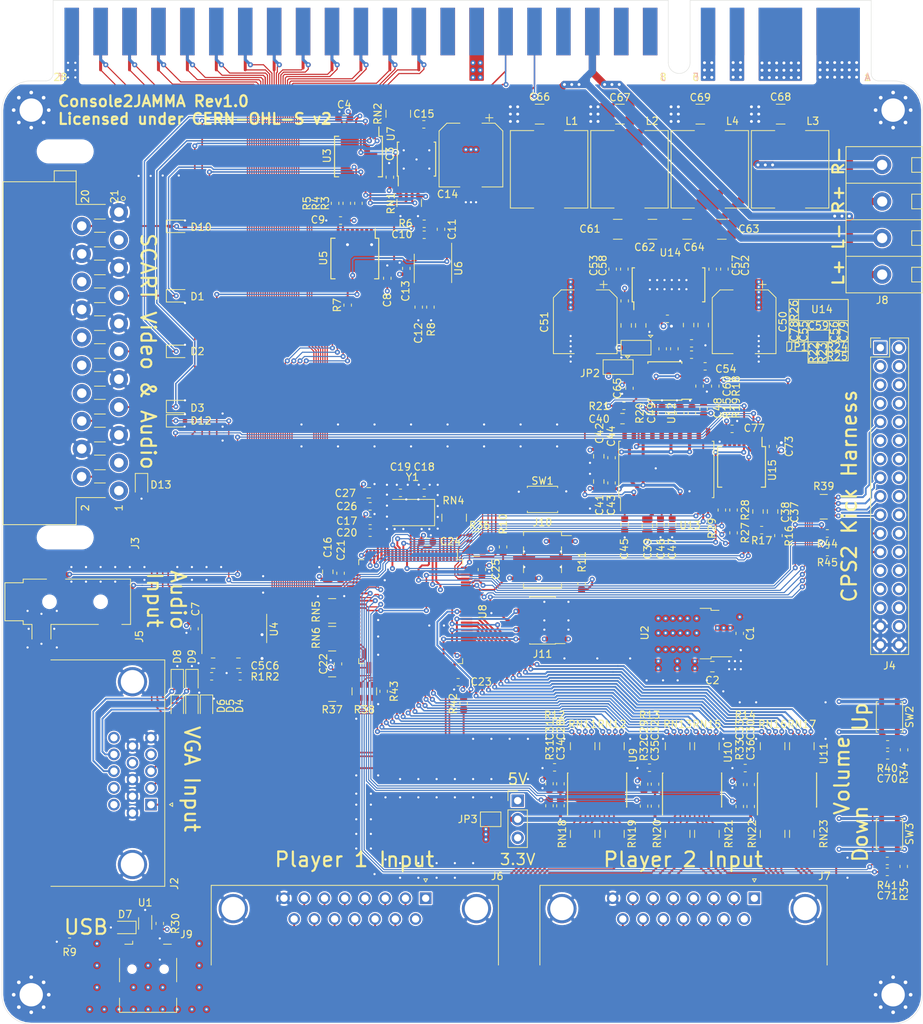
<source format=kicad_pcb>
(kicad_pcb (version 20171130) (host pcbnew 5.1.5)
  (layers (0 F.Cu signal) (1 In1.Cu signal) (2 In2.Cu signal) (31 B.Cu signal) (34 B.Paste user) (35 F.Paste user) (36 B.SilkS user) (37 F.SilkS user) (38 B.Mask user) (39 F.Mask user) (44 Edge.Cuts user))
  (net 0 "")
  (net 1 GND)
  (net 2 /P2_Z)
  (net 3 /P2_Y)
  (net 4 /P2_X)
  (net 5 /P2_C)
  (net 6 /P2_B)
  (net 7 /P2_A)
  (net 8 /P2_Right)
  (net 9 /P2_Left)
  (net 10 /P2_Down)
  (net 11 /P2_Up)
  (net 12 /P2_Start)
  (net 13 /Coin_B)
  (net 14 /Composite_Sync)
  (net 15 /Video_Green)
  (net 16 +12V)
  (net 17 -5V)
  (net 18 /P1_Z)
  (net 19 /P1_Y)
  (net 20 /P1_X)
  (net 21 /P1_C)
  (net 22 /P1_B)
  (net 23 /P1_A)
  (net 24 /P1_Right)
  (net 25 /P1_Left)
  (net 26 /P1_Down)
  (net 27 /P1_Up)
  (net 28 /P1_Start)
  (net 29 /Coin_A)
  (net 30 "Net-(J1-Pad15)")
  (net 31 /Video_Blue)
  (net 32 /Video_Red)
  (net 33 "Net-(J1-Pad11)")
  (net 34 "Net-(J1-Pad9)")
  (net 35 "Net-(J1-Pad8)")
  (net 36 +5V)
  (net 37 "Net-(RN2-Pad4)")
  (net 38 "Net-(RN2-Pad1)")
  (net 39 "Net-(RN2-Pad3)")
  (net 40 "Net-(RN2-Pad2)")
  (net 41 +3V3)
  (net 42 "Net-(J1-PadJ)")
  (net 43 "Net-(J1-PadK)")
  (net 44 "Net-(J1-PadM)")
  (net 45 "Net-(J1-PadR)")
  (net 46 "Net-(J1-PadS)")
  (net 47 "Net-(J4-Pad2)")
  (net 48 "Net-(J4-Pad1)")
  (net 49 /P1_MK)
  (net 50 /P1_LK)
  (net 51 /P1_HK)
  (net 52 /P2_MK)
  (net 53 /P2_LK)
  (net 54 /P2_HK)
  (net 55 "Net-(RN17-Pad4)")
  (net 56 /SCART_Audio_L)
  (net 57 /SCART_Audio_R)
  (net 58 /SCART_Red)
  (net 59 /SCART_Green)
  (net 60 /SCART_Blue)
  (net 61 /VGA_VSYNC)
  (net 62 /VGA_HSYNC)
  (net 63 /VGA_Blue)
  (net 64 /VGA_Green)
  (net 65 /VGA_Red)
  (net 66 /Audio/EXT_Audio_L)
  (net 67 /Audio/EXT_Audio_R)
  (net 68 /Audio/Audio_Mono)
  (net 69 "Net-(C5-Pad1)")
  (net 70 "Net-(C6-Pad1)")
  (net 71 /Audio/Audio_L)
  (net 72 "Net-(C11-Pad1)")
  (net 73 /Audio/Audio_R)
  (net 74 "Net-(C12-Pad1)")
  (net 75 /Speaker_JAMMA+)
  (net 76 /Speaker_JAMMA-)
  (net 77 "Net-(J2-Pad11)")
  (net 78 "Net-(J2-Pad9)")
  (net 79 "Net-(J2-Pad4)")
  (net 80 /SCART_Comp)
  (net 81 "Net-(J3-Pad16)")
  (net 82 "Net-(J3-Pad12)")
  (net 83 "Net-(J3-Pad10)")
  (net 84 "Net-(J3-Pad19)")
  (net 85 "Net-(J3-Pad3)")
  (net 86 "Net-(J3-Pad1)")
  (net 87 "Net-(J4-Pad32)")
  (net 88 "Net-(J4-Pad30)")
  (net 89 "Net-(J4-Pad29)")
  (net 90 "Net-(J4-Pad28)")
  (net 91 "Net-(J4-Pad27)")
  (net 92 "Net-(J4-Pad26)")
  (net 93 "Net-(J4-Pad25)")
  (net 94 "Net-(J4-Pad24)")
  (net 95 "Net-(J4-Pad22)")
  (net 96 "Net-(J4-Pad20)")
  (net 97 "Net-(J4-Pad18)")
  (net 98 "Net-(J4-Pad16)")
  (net 99 "Net-(J4-Pad14)")
  (net 100 "Net-(J4-Pad13)")
  (net 101 "Net-(J4-Pad12)")
  (net 102 "Net-(J4-Pad11)")
  (net 103 "Net-(J4-Pad10)")
  (net 104 "Net-(J4-Pad8)")
  (net 105 "Net-(J4-Pad7)")
  (net 106 "Net-(J4-Pad6)")
  (net 107 "Net-(J4-Pad5)")
  (net 108 "Net-(J4-Pad4)")
  (net 109 "Net-(J4-Pad3)")
  (net 110 "Net-(R14-Pad2)")
  (net 111 /Video/Video_CSYNC)
  (net 112 /Video/Video_Blue)
  (net 113 /Video/Video_Red)
  (net 114 /Video/Video_Green)
  (net 115 "Net-(RN4-Pad5)")
  (net 116 "Net-(RN4-Pad6)")
  (net 117 "Net-(RN4-Pad8)")
  (net 118 "Net-(RN4-Pad7)")
  (net 119 "Net-(RN5-Pad5)")
  (net 120 "Net-(RN5-Pad6)")
  (net 121 "Net-(RN5-Pad8)")
  (net 122 "Net-(RN5-Pad7)")
  (net 123 "Net-(RN6-Pad5)")
  (net 124 "Net-(RN6-Pad6)")
  (net 125 "Net-(RN6-Pad8)")
  (net 126 "Net-(RN6-Pad7)")
  (net 127 "/Digital I/O/P1_Button2")
  (net 128 "/Digital I/O/P1_Button1")
  (net 129 "/Digital I/O/P1_Button3")
  (net 130 "/Digital I/O/P1_Button4")
  (net 131 "/Digital I/O/P1_Button8")
  (net 132 "/Digital I/O/P1_Button7")
  (net 133 "/Digital I/O/P1_Button5")
  (net 134 "/Digital I/O/P1_Button6")
  (net 135 "/Digital I/O/P1_Button10")
  (net 136 "/Digital I/O/P1_Button9")
  (net 137 "/Digital I/O/P1_Button11")
  (net 138 "/Digital I/O/P1_Button12")
  (net 139 "/Digital I/O/P2_Shifter_DIR")
  (net 140 "/Digital I/O/P1_Shifter_DIR")
  (net 141 "/Digital I/O/P1&P2_Shifter_DIR")
  (net 142 "/Digital I/O/P2_Button2")
  (net 143 "/Digital I/O/P2_Button1")
  (net 144 "/Digital I/O/P2_Button3")
  (net 145 "/Digital I/O/P2_Button4")
  (net 146 "/Digital I/O/P2_Button8")
  (net 147 "/Digital I/O/P2_Button7")
  (net 148 "/Digital I/O/P2_Button5")
  (net 149 "/Digital I/O/P2_Button6")
  (net 150 "/Digital I/O/P2_Button10")
  (net 151 "/Digital I/O/P2_Button9")
  (net 152 "/Digital I/O/P2_Button11")
  (net 153 "/Digital I/O/P2_Button12")
  (net 154 /Video/VGA_CSYNC)
  (net 155 /Video/SCART_CSYNC)
  (net 156 "Net-(U7-Pad7)")
  (net 157 "/Digital I/O/VCC")
  (net 158 "/Digital I/O/P1_4")
  (net 159 "/Digital I/O/P1_2")
  (net 160 "/Digital I/O/P1_3")
  (net 161 "/Digital I/O/P1_1")
  (net 162 "/Digital I/O/P1_5")
  (net 163 "/Digital I/O/P1_7")
  (net 164 "/Digital I/O/P1_6")
  (net 165 "/Digital I/O/P1_8")
  (net 166 "/Digital I/O/P1_12")
  (net 167 "/Digital I/O/P1_10")
  (net 168 "/Digital I/O/P1_11")
  (net 169 "/Digital I/O/P1_9")
  (net 170 "/Digital I/O/P2_1")
  (net 171 "/Digital I/O/P2_3")
  (net 172 "/Digital I/O/P2_2")
  (net 173 "/Digital I/O/P2_4")
  (net 174 "/Digital I/O/P2_8")
  (net 175 "/Digital I/O/P2_6")
  (net 176 "/Digital I/O/P2_7")
  (net 177 "/Digital I/O/P2_5")
  (net 178 "/Digital I/O/P2_9")
  (net 179 "/Digital I/O/P2_11")
  (net 180 "/Digital I/O/P2_10")
  (net 181 "/Digital I/O/P2_12")
  (net 182 /Audio/Speaker_R+)
  (net 183 /Audio/Speaker_R-)
  (net 184 "Net-(C61-Pad1)")
  (net 185 "Net-(C62-Pad1)")
  (net 186 "Net-(JP1-Pad1)")
  (net 187 "Net-(JP2-Pad1)")
  (net 188 "/Digital I/O/~TRST~")
  (net 189 "/Digital I/O/TDI_NC")
  (net 190 "/Digital I/O/TDO_TRACESWO")
  (net 191 "/Digital I/O/TCK_SWCLK")
  (net 192 "/Digital I/O/TMS_SWDIO")
  (net 193 "/Digital I/O/BOOT0")
  (net 194 "/Digital I/O/BOOT1")
  (net 195 "Net-(R22-Pad1)")
  (net 196 "/Digital I/O/USB_D+")
  (net 197 "/Digital I/O/USB_D-")
  (net 198 "Net-(C10-Pad1)")
  (net 199 "Net-(C18-Pad1)")
  (net 200 "Net-(C19-Pad1)")
  (net 201 "Net-(C37-Pad1)")
  (net 202 "Net-(C38-Pad1)")
  (net 203 "Net-(C39-Pad1)")
  (net 204 "Net-(C40-Pad1)")
  (net 205 "Net-(C45-Pad1)")
  (net 206 "Net-(C46-Pad1)")
  (net 207 "Net-(C47-Pad1)")
  (net 208 "Net-(C48-Pad1)")
  (net 209 "Net-(C49-Pad1)")
  (net 210 "Net-(C54-Pad1)")
  (net 211 "Net-(C55-Pad1)")
  (net 212 "Net-(C56-Pad1)")
  (net 213 "Net-(C61-Pad2)")
  (net 214 "Net-(C62-Pad2)")
  (net 215 "Net-(C63-Pad2)")
  (net 216 "Net-(C63-Pad1)")
  (net 217 "Net-(C64-Pad2)")
  (net 218 "Net-(C64-Pad1)")
  (net 219 "Net-(J10-Pad5)")
  (net 220 "Net-(J10-Pad2)")
  (net 221 "Net-(J11-Pad7)")
  (net 222 "Net-(R3-Pad2)")
  (net 223 /Video_Select_Red)
  (net 224 "Net-(R4-Pad2)")
  (net 225 /Video_Select_Green)
  (net 226 "Net-(R5-Pad2)")
  (net 227 /Video_Select_Blue)
  (net 228 "Net-(R7-Pad2)")
  (net 229 /Video_Select_CSYNC)
  (net 230 "Net-(R12-Pad2)")
  (net 231 "Net-(R13-Pad2)")
  (net 232 "Net-(R15-Pad1)")
  (net 233 "Net-(R16-Pad1)")
  (net 234 "Net-(R18-Pad1)")
  (net 235 "Net-(R19-Pad1)")
  (net 236 "Net-(R20-Pad1)")
  (net 237 "Net-(R23-Pad1)")
  (net 238 "Net-(R24-Pad1)")
  (net 239 "Net-(R26-Pad2)")
  (net 240 "Net-(R27-Pad2)")
  (net 241 /Audio_Select_L)
  (net 242 "Net-(R28-Pad2)")
  (net 243 /Audio_Select_R)
  (net 244 "Net-(R29-Pad2)")
  (net 245 /Audio_Select_Mono)
  (net 246 "Net-(U4-Pad13)")
  (net 247 "Net-(U6-Pad7)")
  (net 248 "Net-(U6-Pad5)")
  (net 249 "Net-(U6-Pad3)")
  (net 250 "Net-(U8-Pad73)")
  (net 251 /VOL_DATA_IN)
  (net 252 /VOL_LOAD_SHIFT)
  (net 253 /VOL_CLK)
  (net 254 "Net-(U12-Pad10)")
  (net 255 "Net-(U14-Pad1)")
  (net 256 "Net-(J2-Pad15)")
  (net 257 "Net-(U7-Pad8)")
  (net 258 "Net-(U14-Pad13)")
  (net 259 "Net-(U12-Pad5)")
  (net 260 "Net-(C78-Pad2)")
  (net 261 "Net-(C78-Pad1)")
  (net 262 "Net-(C79-Pad1)")
  (net 263 "Net-(C79-Pad2)")
  (net 264 "Net-(J2-Pad12)")
  (net 265 "Net-(J3-Pad8)")
  (net 266 "/Digital I/O/USB_Detect")
  (net 267 "Net-(RN11-Pad4)")
  (net 268 "Net-(RN11-Pad2)")
  (net 269 "Net-(RN11-Pad3)")
  (net 270 "Net-(RN11-Pad1)")
  (net 271 "Net-(RN12-Pad1)")
  (net 272 "Net-(RN12-Pad3)")
  (net 273 "Net-(RN12-Pad2)")
  (net 274 "Net-(RN12-Pad4)")
  (net 275 "Net-(RN13-Pad1)")
  (net 276 "Net-(RN13-Pad3)")
  (net 277 "Net-(RN13-Pad2)")
  (net 278 "Net-(RN13-Pad4)")
  (net 279 "Net-(RN15-Pad1)")
  (net 280 "Net-(RN15-Pad3)")
  (net 281 "Net-(RN15-Pad2)")
  (net 282 "Net-(RN15-Pad4)")
  (net 283 "Net-(RN16-Pad4)")
  (net 284 "Net-(RN16-Pad2)")
  (net 285 "Net-(RN16-Pad3)")
  (net 286 "Net-(RN16-Pad1)")
  (net 287 "Net-(RN17-Pad1)")
  (net 288 "Net-(RN17-Pad3)")
  (net 289 "Net-(RN17-Pad2)")
  (net 290 "Net-(RN18-Pad7)")
  (net 291 "Net-(RN18-Pad8)")
  (net 292 "Net-(RN18-Pad6)")
  (net 293 "Net-(RN18-Pad5)")
  (net 294 "Net-(RN19-Pad5)")
  (net 295 "Net-(RN19-Pad6)")
  (net 296 "Net-(RN19-Pad8)")
  (net 297 "Net-(RN19-Pad7)")
  (net 298 "Net-(RN20-Pad7)")
  (net 299 "Net-(RN20-Pad8)")
  (net 300 "Net-(RN20-Pad6)")
  (net 301 "Net-(RN20-Pad5)")
  (net 302 "Net-(RN21-Pad5)")
  (net 303 "Net-(RN21-Pad6)")
  (net 304 "Net-(RN21-Pad8)")
  (net 305 "Net-(RN21-Pad7)")
  (net 306 "Net-(RN22-Pad7)")
  (net 307 "Net-(RN22-Pad8)")
  (net 308 "Net-(RN22-Pad6)")
  (net 309 "Net-(RN22-Pad5)")
  (net 310 "Net-(RN23-Pad5)")
  (net 311 "Net-(RN23-Pad6)")
  (net 312 "Net-(RN23-Pad8)")
  (net 313 "Net-(RN23-Pad7)")
  (net 314 "Net-(R31-Pad1)")
  (net 315 "Net-(R32-Pad1)")
  (net 316 "Net-(R33-Pad1)")
  (net 317 "Net-(U4-Pad12)")
  (net 318 "Net-(R34-Pad1)")
  (net 319 "Net-(U4-Pad11)")
  (net 320 "Net-(R36-Pad5)")
  (net 321 "Net-(R36-Pad6)")
  (net 322 "Net-(R36-Pad8)")
  (net 323 "Net-(R36-Pad7)")
  (net 324 "Net-(J9-Pad4)")
  (net 325 "Net-(J9-Pad6)")
  (net 326 "Net-(R37-Pad4)")
  (net 327 "Net-(R37-Pad2)")
  (net 328 "Net-(R37-Pad3)")
  (net 329 "Net-(R37-Pad1)")
  (net 330 "Net-(R38-Pad4)")
  (net 331 "Net-(R38-Pad2)")
  (net 332 "Net-(R38-Pad3)")
  (net 333 "Net-(R38-Pad1)")
  (net 334 "Net-(R39-Pad4)")
  (net 335 "Net-(R39-Pad2)")
  (net 336 "Net-(R39-Pad3)")
  (net 337 "Net-(R39-Pad1)")
  (net 338 /D+)
  (net 339 /D-)
  (net 340 "Net-(R43-Pad1)")
  (net 341 /Audio/Audio_~Mono~_L)
  (net 342 "Net-(J6-Pad1)")
  (net 343 "Net-(R35-Pad1)")
  (net 344 "Net-(U8-Pad18)")
  (net 345 "/Digital I/O/Volume_Up")
  (net 346 "/Digital I/O/Volume_Down")
  (net 347 "Net-(U8-Pad9)")
  (net 348 "Net-(D7-Pad1)")
  (net 349 "Net-(J6-Pad9)")
  (net 350 "Net-(J7-Pad9)")
  (net 351 "Net-(R44-Pad2)")
  (net 352 "Net-(R45-Pad2)")
  (module Console2JAMMA:Conn_SCART_Female_Right_Angle (layer F.Cu) (at 42 78.5 270)
    (fp_text reference J3 (at 26.25 -12.25 90) (layer F.SilkS))
    (fp_text value SCART-F)
    (fp_text user 21 (at -21.2 -9.4 270) (layer F.SilkS))
    (fp_text user 20 (at -21.2 -5.4 270) (layer F.SilkS))
    (fp_text user 2 (at 21.4 -5.4 270) (layer F.SilkS))
    (fp_text user 1 (at 21.4 -10 270) (layer F.SilkS))
    (pad 21 thru_hole circle (at -19.05 -10 90) (size 2.5 2.5) (drill 1.3) (layers *.Cu *.Mask) (net 1 GND))
    (pad 20 thru_hole circle (at -17.145 -4.92 90) (size 2.5 2.5) (drill 1.3) (layers *.Cu *.Mask) (net 80 /SCART_Comp))
    (pad 19 thru_hole circle (at -15.24 -10 90) (size 2.5 2.5) (drill 1.3) (layers *.Cu *.Mask) (net 84 "Net-(J3-Pad19)"))
    (pad 18 thru_hole circle (at -13.335 -4.92 90) (size 2.5 2.5) (drill 1.3) (layers *.Cu *.Mask) (net 1 GND))
    (pad 17 thru_hole circle (at -11.43 -10 90) (size 2.5 2.5) (drill 1.3) (layers *.Cu *.Mask) (net 1 GND))
    (pad 16 thru_hole circle (at -9.525 -4.92 90) (size 2.5 2.5) (drill 1.3) (layers *.Cu *.Mask) (net 81 "Net-(J3-Pad16)"))
    (pad 15 thru_hole circle (at -7.62 -10 90) (size 2.5 2.5) (drill 1.3) (layers *.Cu *.Mask) (net 58 /SCART_Red))
    (pad 14 thru_hole circle (at -5.715 -4.92 90) (size 2.5 2.5) (drill 1.3) (layers *.Cu *.Mask) (net 1 GND))
    (pad 13 thru_hole circle (at -3.81 -10 90) (size 2.5 2.5) (drill 1.3) (layers *.Cu *.Mask) (net 1 GND))
    (pad 12 thru_hole circle (at -1.905 -4.92 90) (size 2.5 2.5) (drill 1.3) (layers *.Cu *.Mask) (net 82 "Net-(J3-Pad12)"))
    (pad 11 thru_hole circle (at 0 -10 90) (size 2.5 2.5) (drill 1.3) (layers *.Cu *.Mask) (net 59 /SCART_Green))
    (pad 10 thru_hole circle (at 1.905 -4.92 90) (size 2.5 2.5) (drill 1.3) (layers *.Cu *.Mask) (net 83 "Net-(J3-Pad10)"))
    (pad 9 thru_hole circle (at 3.81 -10 90) (size 2.5 2.5) (drill 1.3) (layers *.Cu *.Mask) (net 1 GND))
    (pad 8 thru_hole circle (at 5.715 -4.92 90) (size 2.5 2.5) (drill 1.3) (layers *.Cu *.Mask) (net 265 "Net-(J3-Pad8)"))
    (pad 7 thru_hole circle (at 7.62 -10 90) (size 2.5 2.5) (drill 1.3) (layers *.Cu *.Mask) (net 60 /SCART_Blue))
    (pad 6 thru_hole circle (at 9.525 -4.92 90) (size 2.5 2.5) (drill 1.3) (layers *.Cu *.Mask) (net 56 /SCART_Audio_L))
    (pad 5 thru_hole circle (at 11.43 -10 90) (size 2.5 2.5) (drill 1.3) (layers *.Cu *.Mask) (net 1 GND))
    (pad 4 thru_hole circle (at 13.335 -4.92 90) (size 2.5 2.5) (drill 1.3) (layers *.Cu *.Mask) (net 1 GND))
    (pad 3 thru_hole circle (at 15.24 -10 90) (size 2.5 2.5) (drill 1.3) (layers *.Cu *.Mask) (net 85 "Net-(J3-Pad3)"))
    (pad 1 thru_hole circle (at 19.05 -10 90) (size 2.5 2.5) (drill 1.3) (layers *.Cu *.Mask) (net 86 "Net-(J3-Pad1)"))
    (pad 2 thru_hole circle (at 17.145 -4.9 90) (size 2.5 2.5) (drill 1.3) (layers *.Cu *.Mask) (net 57 /SCART_Audio_R))
    (pad "" np_thru_hole oval (at -27.35 -2.65 90) (size 3 7.5) (drill oval 3 7.5) (layers *.Cu *.Mask))
    (pad "" np_thru_hole oval (at 25.45 -2.65 90) (size 3 7.5) (drill oval 3 7.5) (layers *.Cu *.Mask))
  )
  (module Resistor_SMD:R_0603_1608Metric (layer F.Cu) (at 149 105.95 180)
    (fp_text reference R45 (at 0 -1.43) (layer F.SilkS))
    (fp_text value 10K)
    (pad 2 smd roundrect (at 0.7875 0 180) (size 0.875 0.95) (layers F.Cu F.Paste F.Mask) (net 352 "Net-(R45-Pad2)"))
    (pad 1 smd roundrect (at -0.7875 0 180) (size 0.875 0.95) (layers F.Cu F.Paste F.Mask) (net 52 /P2_MK))
  )
  (module Resistor_SMD:R_0603_1608Metric (layer F.Cu) (at 148.9875 103.4 180)
    (fp_text reference R44 (at 0 -1.43) (layer F.SilkS))
    (fp_text value 10K)
    (pad 2 smd roundrect (at 0.7875 0 180) (size 0.875 0.95) (layers F.Cu F.Paste F.Mask) (net 351 "Net-(R44-Pad2)"))
    (pad 1 smd roundrect (at -0.7875 0 180) (size 0.875 0.95) (layers F.Cu F.Paste F.Mask) (net 53 /P2_LK))
  )
  (module Jumper:SolderJumper-3_P1.3mm_Bridged12_Pad1.0x1.5mm (layer F.Cu) (at 122.8 78 180)
    (fp_text reference JP1 (at -22.15 0.1 180) (layer F.SilkS))
    (fp_text value SolderJumper_3_Bridged12)
    (fp_poly (pts (xy -0.9 -0.3) (xy -0.4 -0.3) (xy -0.4 0.3) (xy -0.9 0.3)) (layer F.Cu) (width 0))
    (pad 2 smd rect (at 0 0 180) (size 1 1.5) (layers F.Cu F.Mask) (net 1 GND))
    (pad 3 smd rect (at 1.3 0 180) (size 1 1.5) (layers F.Cu F.Mask) (net 16 +12V))
    (pad 1 smd rect (at -1.3 0 180) (size 1 1.5) (layers F.Cu F.Mask) (net 186 "Net-(JP1-Pad1)"))
  )
  (module Console2JAMMA:DSUB-15_Female_Horizontal_P2.77x2.84mm_EdgePinOffset8.10mm_Housed_MountingHolesOffset9.52mm (layer F.Cu) (at 94 151.5)
    (fp_text reference J6 (at 9.8 -1.2) (layer F.SilkS))
    (fp_text value DS1037-15FNAKT74-0CC)
    (pad 1 thru_hole rect (at 0 1.8) (size 1.6 1.6) (drill 1) (layers *.Cu *.Mask) (net 342 "Net-(J6-Pad1)"))
    (pad 2 thru_hole circle (at -2.77 1.8) (size 1.6 1.6) (drill 1) (layers *.Cu *.Mask) (net 161 "/Digital I/O/P1_1"))
    (pad 3 thru_hole circle (at -5.54 1.8) (size 1.6 1.6) (drill 1) (layers *.Cu *.Mask) (net 160 "/Digital I/O/P1_3"))
    (pad 4 thru_hole circle (at -8.31 1.8) (size 1.6 1.6) (drill 1) (layers *.Cu *.Mask) (net 162 "/Digital I/O/P1_5"))
    (pad 5 thru_hole circle (at -11.08 1.8) (size 1.6 1.6) (drill 1) (layers *.Cu *.Mask) (net 163 "/Digital I/O/P1_7"))
    (pad 6 thru_hole circle (at -13.85 1.8) (size 1.6 1.6) (drill 1) (layers *.Cu *.Mask) (net 169 "/Digital I/O/P1_9"))
    (pad 7 thru_hole circle (at -16.62 1.8) (size 1.6 1.6) (drill 1) (layers *.Cu *.Mask) (net 168 "/Digital I/O/P1_11"))
    (pad 8 thru_hole circle (at -19.39 1.8) (size 1.6 1.6) (drill 1) (layers *.Cu *.Mask) (net 1 GND))
    (pad 9 thru_hole circle (at -1.385 4.64) (size 1.6 1.6) (drill 1) (layers *.Cu *.Mask) (net 349 "Net-(J6-Pad9)"))
    (pad 10 thru_hole circle (at -4.155 4.64) (size 1.6 1.6) (drill 1) (layers *.Cu *.Mask) (net 159 "/Digital I/O/P1_2"))
    (pad 11 thru_hole circle (at -6.925 4.64) (size 1.6 1.6) (drill 1) (layers *.Cu *.Mask) (net 158 "/Digital I/O/P1_4"))
    (pad 12 thru_hole circle (at -9.695 4.64) (size 1.6 1.6) (drill 1) (layers *.Cu *.Mask) (net 164 "/Digital I/O/P1_6"))
    (pad 13 thru_hole circle (at -12.465 4.64) (size 1.6 1.6) (drill 1) (layers *.Cu *.Mask) (net 165 "/Digital I/O/P1_8"))
    (pad 14 thru_hole circle (at -15.235 4.64) (size 1.6 1.6) (drill 1) (layers *.Cu *.Mask) (net 167 "/Digital I/O/P1_10"))
    (pad 15 thru_hole circle (at -18.005 4.64) (size 1.6 1.6) (drill 1) (layers *.Cu *.Mask) (net 166 "/Digital I/O/P1_12"))
    (pad 0 thru_hole circle (at -26.345 3.22) (size 4 4) (drill 3.2) (layers *.Cu *.Mask) (net 1 GND))
    (pad 0 thru_hole circle (at 6.955 3.22) (size 4 4) (drill 3.2) (layers *.Cu *.Mask) (net 1 GND))
  )
  (module Console2JAMMA:DSUB-15_Female_Horizontal_P2.77x2.84mm_EdgePinOffset8.10mm_Housed_MountingHolesOffset9.52mm (layer F.Cu) (at 139 151.5)
    (fp_text reference J7 (at 9.6 -1.2) (layer F.SilkS))
    (fp_text value DS1037-15FNAKT74-0CC)
    (pad 1 thru_hole rect (at 0 1.8) (size 1.6 1.6) (drill 1) (layers *.Cu *.Mask) (net 342 "Net-(J6-Pad1)"))
    (pad 2 thru_hole circle (at -2.77 1.8) (size 1.6 1.6) (drill 1) (layers *.Cu *.Mask) (net 170 "/Digital I/O/P2_1"))
    (pad 3 thru_hole circle (at -5.54 1.8) (size 1.6 1.6) (drill 1) (layers *.Cu *.Mask) (net 171 "/Digital I/O/P2_3"))
    (pad 4 thru_hole circle (at -8.31 1.8) (size 1.6 1.6) (drill 1) (layers *.Cu *.Mask) (net 177 "/Digital I/O/P2_5"))
    (pad 5 thru_hole circle (at -11.08 1.8) (size 1.6 1.6) (drill 1) (layers *.Cu *.Mask) (net 176 "/Digital I/O/P2_7"))
    (pad 6 thru_hole circle (at -13.85 1.8) (size 1.6 1.6) (drill 1) (layers *.Cu *.Mask) (net 178 "/Digital I/O/P2_9"))
    (pad 7 thru_hole circle (at -16.62 1.8) (size 1.6 1.6) (drill 1) (layers *.Cu *.Mask) (net 179 "/Digital I/O/P2_11"))
    (pad 8 thru_hole circle (at -19.39 1.8) (size 1.6 1.6) (drill 1) (layers *.Cu *.Mask) (net 1 GND))
    (pad 9 thru_hole circle (at -1.385 4.64) (size 1.6 1.6) (drill 1) (layers *.Cu *.Mask) (net 350 "Net-(J7-Pad9)"))
    (pad 10 thru_hole circle (at -4.155 4.64) (size 1.6 1.6) (drill 1) (layers *.Cu *.Mask) (net 172 "/Digital I/O/P2_2"))
    (pad 11 thru_hole circle (at -6.925 4.64) (size 1.6 1.6) (drill 1) (layers *.Cu *.Mask) (net 173 "/Digital I/O/P2_4"))
    (pad 12 thru_hole circle (at -9.695 4.64) (size 1.6 1.6) (drill 1) (layers *.Cu *.Mask) (net 175 "/Digital I/O/P2_6"))
    (pad 13 thru_hole circle (at -12.465 4.64) (size 1.6 1.6) (drill 1) (layers *.Cu *.Mask) (net 174 "/Digital I/O/P2_8"))
    (pad 14 thru_hole circle (at -15.235 4.64) (size 1.6 1.6) (drill 1) (layers *.Cu *.Mask) (net 180 "/Digital I/O/P2_10"))
    (pad 15 thru_hole circle (at -18.005 4.64) (size 1.6 1.6) (drill 1) (layers *.Cu *.Mask) (net 181 "/Digital I/O/P2_12"))
    (pad 0 thru_hole circle (at -26.345 3.22) (size 4 4) (drill 3.2) (layers *.Cu *.Mask) (net 1 GND))
    (pad 0 thru_hole circle (at 6.955 3.22) (size 4 4) (drill 3.2) (layers *.Cu *.Mask) (net 1 GND))
  )
  (module Resistor_SMD:R_0603_1608Metric (layer F.Cu) (at 99.2 126.7 90)
    (fp_text reference R42 (at 0 -1.43 270) (layer F.SilkS))
    (fp_text value 10K)
    (pad 2 smd roundrect (at 0.7875 0 90) (size 0.875 0.95) (layers F.Cu F.Paste F.Mask) (net 266 "/Digital I/O/USB_Detect"))
    (pad 1 smd roundrect (at -0.7875 0 90) (size 0.875 0.95) (layers F.Cu F.Paste F.Mask) (net 348 "Net-(D7-Pad1)"))
  )
  (module Diode_SMD:D_SOD-323 (layer F.Cu) (at 52.85 157.3 180)
    (fp_text reference D7 (at 0 1.8) (layer F.SilkS))
    (fp_text value LESD3Z5.0CMT1G)
    (pad 2 smd rect (at 1.05 0 180) (size 0.6 0.45) (layers F.Cu F.Paste F.Mask) (net 1 GND))
    (pad 1 smd rect (at -1.05 0 180) (size 0.6 0.45) (layers F.Cu F.Paste F.Mask) (net 348 "Net-(D7-Pad1)"))
  )
  (module Capacitor_SMD:CP_Elec_8x10.5 (layer F.Cu) (at 137.6 74.45 270)
    (fp_text reference C50 (at 0 -5.3 90) (layer F.SilkS))
    (fp_text value 100u)
    (pad 2 smd roundrect (at 3.7 0 270) (size 4.4 2.5) (layers F.Cu F.Paste F.Mask) (roundrect_rratio 0.1) (net 1 GND))
    (pad 1 smd roundrect (at -3.7 0 270) (size 4.4 2.5) (layers F.Cu F.Paste F.Mask) (roundrect_rratio 0.1) (net 16 +12V))
  )
  (module Jumper:SolderJumper-2_P1.3mm_Bridged2Bar_Pad1.0x1.5mm (layer F.Cu) (at 102.9 142.5 180)
    (fp_text reference JP3 (at 3.15 0) (layer F.SilkS))
    (fp_text value Jumper_NC_Small)
    (fp_poly (pts (xy -0.25 -0.6) (xy 0.25 -0.6) (xy 0.25 -0.2) (xy -0.25 -0.2)) (layer F.Cu) (width 0))
    (fp_poly (pts (xy -0.25 0.2) (xy 0.25 0.2) (xy 0.25 0.6) (xy -0.25 0.6)) (layer F.Cu) (width 0))
    (pad 2 smd rect (at 0.65 0 180) (size 1 1.5) (layers F.Cu F.Mask) (net 342 "Net-(J6-Pad1)"))
    (pad 1 smd rect (at -0.65 0 180) (size 1 1.5) (layers F.Cu F.Mask) (net 157 "/Digital I/O/VCC"))
  )
  (module Connector_PinHeader_2.54mm:PinHeader_1x03_P2.54mm_Vertical (layer F.Cu) (at 106.6 139.95)
    (fp_text reference J12 hide)
    (fp_text value Conn_01x03)
    (pad 3 thru_hole oval (at 0 5.08) (size 1.7 1.7) (drill 1) (layers *.Cu *.Mask) (net 41 +3V3))
    (pad 2 thru_hole oval (at 0 2.54) (size 1.7 1.7) (drill 1) (layers *.Cu *.Mask) (net 157 "/Digital I/O/VCC"))
    (pad 1 thru_hole rect (at 0 0) (size 1.7 1.7) (drill 1) (layers *.Cu *.Mask) (net 36 +5V))
  )
  (module Console2JAMMA:JAMMA_56_2x28_P3.96mm (layer F.Cu) (at 158 40.5 180)
    (fp_text reference J1 hide)
    (fp_text value Conn_02x28_JAMMA)
    (fp_line (start 3 10) (end 3 0) (layer Edge.Cuts) (width 0.05))
    (fp_line (start 115 10) (end 115 0) (layer Edge.Cuts) (width 0.05))
    (fp_line (start 3 10) (end 27.8 10) (layer Edge.Cuts) (width 0.05))
    (fp_line (start 27.8 10) (end 27.8 1.5) (layer Edge.Cuts) (width 0.05))
    (fp_line (start 30.78 10) (end 30.78 1.5) (layer Edge.Cuts) (width 0.05))
    (fp_line (start 30.78 10) (end 115 10) (layer Edge.Cuts) (width 0.05))
    (pad X connect rect (at 80.78 5.75 180) (size 1.98 6.5) (layers B.Cu B.Mask) (net 9 /P2_Left))
    (pad Y connect rect (at 84.74 5.75 180) (size 1.98 6.5) (layers B.Cu B.Mask) (net 8 /P2_Right))
    (pad 17 connect rect (at 68.9 5.75 180) (size 1.98 6.5) (layers F.Cu F.Mask) (net 28 /P1_Start))
    (pad 16 connect rect (at 64.94 5.75 180) (size 1.98 6.5) (layers F.Cu F.Mask) (net 29 /Coin_A))
    (pad 15 connect rect (at 60.98 5.75 180) (size 1.98 6.5) (layers F.Cu F.Mask) (net 30 "Net-(J1-Pad15)"))
    (pad 14 connect rect (at 57.02 5.75 180) (size 1.98 6.5) (layers F.Cu F.Mask) (net 1 GND))
    (pad 13 connect rect (at 53.06 5.75 180) (size 1.98 6.5) (layers F.Cu F.Mask) (net 31 /Video_Blue))
    (pad 12 connect rect (at 49.1 5.75 180) (size 1.98 6.5) (layers F.Cu F.Mask) (net 32 /Video_Red))
    (pad f connect rect (at 112.46 5.75 180) (size 1.98 6.5) (layers B.Cu B.Mask) (net 1 GND))
    (pad J connect rect (at 33.26 5.75 180) (size 1.98 6.5) (layers B.Cu B.Mask) (net 42 "Net-(J1-PadJ)"))
    (pad P connect rect (at 53.06 5.75 180) (size 1.98 6.5) (layers B.Cu B.Mask) (net 14 /Composite_Sync))
    (pad R connect rect (at 57.02 5.75 180) (size 1.98 6.5) (layers B.Cu B.Mask) (net 45 "Net-(J1-PadR)"))
    (pad a connect rect (at 92.66 5.75 180) (size 1.98 6.5) (layers B.Cu B.Mask) (net 6 /P2_B))
    (pad b connect rect (at 96.62 5.75 180) (size 1.98 6.5) (layers B.Cu B.Mask) (net 5 /P2_C))
    (pad c connect rect (at 100.58 5.75 180) (size 1.98 6.5) (layers B.Cu B.Mask) (net 4 /P2_X))
    (pad e connect rect (at 108.5 5.75 180) (size 1.98 6.5) (layers B.Cu B.Mask) (net 2 /P2_Z))
    (pad d connect rect (at 104.54 5.75 180) (size 1.98 6.5) (layers B.Cu B.Mask) (net 3 /P2_Y))
    (pad 3 connect rect (at 13.46 5.75 180) (size 1.98 6.5) (layers F.Cu F.Mask) (net 36 +5V))
    (pad A connect rect (at 5.54 5.75 180) (size 1.98 6.5) (layers B.Cu B.Mask) (net 1 GND))
    (pad 10 connect rect (at 41.18 5.75 180) (size 1.98 6.5) (layers F.Cu F.Mask) (net 75 /Speaker_JAMMA+))
    (pad 11 connect rect (at 45.14 5.75 180) (size 1.98 6.5) (layers F.Cu F.Mask) (net 33 "Net-(J1-Pad11)"))
    (pad Z connect rect (at 88.7 5.75 180) (size 1.98 6.5) (layers B.Cu B.Mask) (net 7 /P2_A))
    (pad 8 connect rect (at 33.26 5.75 180) (size 1.98 6.5) (layers F.Cu F.Mask) (net 35 "Net-(J1-Pad8)"))
    (pad 5 connect rect (at 21.38 5.75 180) (size 1.98 6.5) (layers F.Cu F.Mask) (net 17 -5V))
    (pad U connect rect (at 68.9 5.75 180) (size 1.98 6.5) (layers B.Cu B.Mask) (net 12 /P2_Start))
    (pad 6 connect rect (at 25.34 5.75 180) (size 1.98 6.5) (layers F.Cu F.Mask) (net 16 +12V))
    (pad D connect rect (at 17.42 5.75 180) (size 1.98 6.5) (layers B.Cu B.Mask) (net 36 +5V))
    (pad C connect rect (at 13.46 5.75 180) (size 1.98 6.5) (layers B.Cu B.Mask) (net 36 +5V))
    (pad B connect rect (at 9.5 5.75 180) (size 1.98 6.5) (layers B.Cu B.Mask) (net 1 GND))
    (pad 28 connect rect (at 112.46 5.75 180) (size 1.98 6.5) (layers F.Cu F.Mask) (net 1 GND))
    (pad 27 connect rect (at 108.5 5.75 180) (size 1.98 6.5) (layers F.Cu F.Mask) (net 18 /P1_Z))
    (pad 26 connect rect (at 104.54 5.75 180) (size 1.98 6.5) (layers F.Cu F.Mask) (net 19 /P1_Y))
    (pad 25 connect rect (at 100.58 5.75 180) (size 1.98 6.5) (layers F.Cu F.Mask) (net 20 /P1_X))
    (pad 24 connect rect (at 96.62 5.75 180) (size 1.98 6.5) (layers F.Cu F.Mask) (net 21 /P1_C))
    (pad 23 connect rect (at 92.66 5.75 180) (size 1.98 6.5) (layers F.Cu F.Mask) (net 22 /P1_B))
    (pad 22 connect rect (at 88.7 5.75 180) (size 1.98 6.5) (layers F.Cu F.Mask) (net 23 /P1_A))
    (pad 21 connect rect (at 84.74 5.75 180) (size 1.98 6.5) (layers F.Cu F.Mask) (net 24 /P1_Right))
    (pad T connect rect (at 64.94 5.75 180) (size 1.98 6.5) (layers B.Cu B.Mask) (net 13 /Coin_B))
    (pad S connect rect (at 60.98 5.75 180) (size 1.98 6.5) (layers B.Cu B.Mask) (net 46 "Net-(J1-PadS)"))
    (pad 20 connect rect (at 80.78 5.75 180) (size 1.98 6.5) (layers F.Cu F.Mask) (net 25 /P1_Left))
    (pad 19 connect rect (at 76.82 5.75 180) (size 1.98 6.5) (layers F.Cu F.Mask) (net 26 /P1_Down))
    (pad N connect rect (at 49.1 5.75 180) (size 1.98 6.5) (layers B.Cu B.Mask) (net 15 /Video_Green))
    (pad 18 connect rect (at 72.86 5.75 180) (size 1.98 6.5) (layers F.Cu F.Mask) (net 27 /P1_Up))
    (pad M connect rect (at 45.14 5.75 180) (size 1.98 6.5) (layers B.Cu B.Mask) (net 44 "Net-(J1-PadM)"))
    (pad 2 connect rect (at 9.5 5.75 180) (size 1.98 6.5) (layers F.Cu F.Mask) (net 1 GND))
    (pad 9 connect rect (at 37.22 5.75 180) (size 1.98 6.5) (layers F.Cu F.Mask) (net 34 "Net-(J1-Pad9)"))
    (pad V connect rect (at 72.86 5.75 180) (size 1.98 6.5) (layers B.Cu B.Mask) (net 11 /P2_Up))
    (pad W connect rect (at 76.82 5.75 180) (size 1.98 6.5) (layers B.Cu B.Mask) (net 10 /P2_Down))
    (pad L connect rect (at 41.18 5.75 180) (size 1.98 6.5) (layers B.Cu B.Mask) (net 76 /Speaker_JAMMA-))
    (pad F connect rect (at 25.34 5.75 180) (size 1.98 6.5) (layers B.Cu B.Mask) (net 16 +12V))
    (pad E connect rect (at 21.38 5.75 180) (size 1.98 6.5) (layers B.Cu B.Mask) (net 17 -5V))
    (pad K connect rect (at 37.22 5.75 180) (size 1.98 6.5) (layers B.Cu B.Mask) (net 43 "Net-(J1-PadK)"))
    (pad 4 connect rect (at 17.42 5.75 180) (size 1.98 6.5) (layers F.Cu F.Mask) (net 36 +5V))
    (pad 1 connect rect (at 5.54 5.75 180) (size 1.98 6.5) (layers F.Cu F.Mask) (net 1 GND))
  )
  (module Capacitor_SMD:C_0603_1608Metric (layer F.Cu) (at 157.2 149.7 180)
    (fp_text reference C71 (at 0 -3.25) (layer F.SilkS))
    (fp_text value 100n)
    (pad 2 smd roundrect (at 0.7875 0 180) (size 0.875 0.95) (layers F.Cu F.Paste F.Mask) (net 346 "/Digital I/O/Volume_Down"))
    (pad 1 smd roundrect (at -0.7875 0 180) (size 0.875 0.95) (layers F.Cu F.Paste F.Mask) (net 1 GND))
  )
  (module Capacitor_SMD:C_0603_1608Metric (layer F.Cu) (at 157.25 133.75 180)
    (fp_text reference C70 (at 0.05 -3.2) (layer F.SilkS))
    (fp_text value 100n)
    (pad 2 smd roundrect (at 0.7875 0 180) (size 0.875 0.95) (layers F.Cu F.Paste F.Mask) (net 345 "/Digital I/O/Volume_Up"))
    (pad 1 smd roundrect (at -0.7875 0 180) (size 0.875 0.95) (layers F.Cu F.Paste F.Mask) (net 1 GND))
  )
  (module Resistor_SMD:R_0603_1608Metric (layer F.Cu) (at 88.25 125 270)
    (fp_text reference R43 (at 0 -1.43 90) (layer F.SilkS))
    (fp_text value 10K)
    (pad 2 smd roundrect (at 0.7875 0 270) (size 0.875 0.95) (layers F.Cu F.Paste F.Mask) (net 18 /P1_Z))
    (pad 1 smd roundrect (at -0.7875 0 270) (size 0.875 0.95) (layers F.Cu F.Paste F.Mask) (net 340 "Net-(R43-Pad1)"))
  )
  (module Package_SO:SOIC-20W_7.5x12.8mm_P1.27mm (layer F.Cu) (at 126.95 94.65 90)
    (fp_text reference U13 (at -7.65 3.25 180) (layer F.SilkS))
    (fp_text value LM1972)
    (pad 20 smd roundrect (at 4.65 -5.715 90) (size 2.05 0.6) (layers F.Cu F.Paste F.Mask) (net 204 "Net-(C40-Pad1)"))
    (pad 19 smd roundrect (at 4.65 -4.445 90) (size 2.05 0.6) (layers F.Cu F.Paste F.Mask) (net 1 GND))
    (pad 18 smd roundrect (at 4.65 -3.175 90) (size 2.05 0.6) (layers F.Cu F.Paste F.Mask) (net 17 -5V))
    (pad 17 smd roundrect (at 4.65 -1.905 90) (size 2.05 0.6) (layers F.Cu F.Paste F.Mask) (net 259 "Net-(U12-Pad5)"))
    (pad 16 smd roundrect (at 4.65 -0.635 90) (size 2.05 0.6) (layers F.Cu F.Paste F.Mask) (net 209 "Net-(C49-Pad1)"))
    (pad 15 smd roundrect (at 4.65 0.635 90) (size 2.05 0.6) (layers F.Cu F.Paste F.Mask) (net 36 +5V))
    (pad 14 smd roundrect (at 4.65 1.905 90) (size 2.05 0.6) (layers F.Cu F.Paste F.Mask) (net 208 "Net-(C48-Pad1)"))
    (pad 13 smd roundrect (at 4.65 3.175 90) (size 2.05 0.6) (layers F.Cu F.Paste F.Mask) (net 36 +5V))
    (pad 12 smd roundrect (at 4.65 4.445 90) (size 2.05 0.6) (layers F.Cu F.Paste F.Mask) (net 232 "Net-(R15-Pad1)"))
    (pad 11 smd roundrect (at 4.65 5.715 90) (size 2.05 0.6) (layers F.Cu F.Paste F.Mask) (net 251 /VOL_DATA_IN))
    (pad 10 smd roundrect (at -4.65 5.715 90) (size 2.05 0.6) (layers F.Cu F.Paste F.Mask) (net 252 /VOL_LOAD_SHIFT))
    (pad 9 smd roundrect (at -4.65 4.445 90) (size 2.05 0.6) (layers F.Cu F.Paste F.Mask) (net 253 /VOL_CLK))
    (pad 8 smd roundrect (at -4.65 3.175 90) (size 2.05 0.6) (layers F.Cu F.Paste F.Mask) (net 1 GND))
    (pad 7 smd roundrect (at -4.65 1.905 90) (size 2.05 0.6) (layers F.Cu F.Paste F.Mask) (net 17 -5V))
    (pad 6 smd roundrect (at -4.65 0.635 90) (size 2.05 0.6) (layers F.Cu F.Paste F.Mask) (net 207 "Net-(C47-Pad1)"))
    (pad 5 smd roundrect (at -4.65 -0.635 90) (size 2.05 0.6) (layers F.Cu F.Paste F.Mask) (net 206 "Net-(C46-Pad1)"))
    (pad 4 smd roundrect (at -4.65 -1.905 90) (size 2.05 0.6) (layers F.Cu F.Paste F.Mask) (net 203 "Net-(C39-Pad1)"))
    (pad 3 smd roundrect (at -4.65 -3.175 90) (size 2.05 0.6) (layers F.Cu F.Paste F.Mask) (net 1 GND))
    (pad 2 smd roundrect (at -4.65 -4.445 90) (size 2.05 0.6) (layers F.Cu F.Paste F.Mask) (net 254 "Net-(U12-Pad10)"))
    (pad 1 smd roundrect (at -4.65 -5.715 90) (size 2.05 0.6) (layers F.Cu F.Paste F.Mask) (net 205 "Net-(C45-Pad1)"))
  )
  (module Connector_PinHeader_2.54mm:PinHeader_2x17_P2.54mm_Vertical (layer F.Cu) (at 156.25 78)
    (fp_text reference J4 (at 1.25 43.5) (layer F.SilkS))
    (fp_text value DF1BZ-34DP-2.5DSA)
    (pad 1 thru_hole rect (at 0 0) (size 1.7 1.7) (drill 1) (layers *.Cu *.Mask) (net 48 "Net-(J4-Pad1)"))
    (pad 2 thru_hole oval (at 2.54 0) (size 1.7 1.7) (drill 1) (layers *.Cu *.Mask) (net 47 "Net-(J4-Pad2)"))
    (pad 3 thru_hole oval (at 0 2.54) (size 1.7 1.7) (drill 1) (layers *.Cu *.Mask) (net 109 "Net-(J4-Pad3)"))
    (pad 4 thru_hole oval (at 2.54 2.54) (size 1.7 1.7) (drill 1) (layers *.Cu *.Mask) (net 108 "Net-(J4-Pad4)"))
    (pad 5 thru_hole oval (at 0 5.08) (size 1.7 1.7) (drill 1) (layers *.Cu *.Mask) (net 107 "Net-(J4-Pad5)"))
    (pad 6 thru_hole oval (at 2.54 5.08) (size 1.7 1.7) (drill 1) (layers *.Cu *.Mask) (net 106 "Net-(J4-Pad6)"))
    (pad 7 thru_hole oval (at 0 7.62) (size 1.7 1.7) (drill 1) (layers *.Cu *.Mask) (net 105 "Net-(J4-Pad7)"))
    (pad 8 thru_hole oval (at 2.54 7.62) (size 1.7 1.7) (drill 1) (layers *.Cu *.Mask) (net 104 "Net-(J4-Pad8)"))
    (pad 9 thru_hole oval (at 0 10.16) (size 1.7 1.7) (drill 1) (layers *.Cu *.Mask) (net 54 /P2_HK))
    (pad 10 thru_hole oval (at 2.54 10.16) (size 1.7 1.7) (drill 1) (layers *.Cu *.Mask) (net 103 "Net-(J4-Pad10)"))
    (pad 11 thru_hole oval (at 0 12.7) (size 1.7 1.7) (drill 1) (layers *.Cu *.Mask) (net 102 "Net-(J4-Pad11)"))
    (pad 12 thru_hole oval (at 2.54 12.7) (size 1.7 1.7) (drill 1) (layers *.Cu *.Mask) (net 101 "Net-(J4-Pad12)"))
    (pad 13 thru_hole oval (at 0 15.24) (size 1.7 1.7) (drill 1) (layers *.Cu *.Mask) (net 100 "Net-(J4-Pad13)"))
    (pad 14 thru_hole oval (at 2.54 15.24) (size 1.7 1.7) (drill 1) (layers *.Cu *.Mask) (net 99 "Net-(J4-Pad14)"))
    (pad 15 thru_hole oval (at 0 17.78) (size 1.7 1.7) (drill 1) (layers *.Cu *.Mask) (net 51 /P1_HK))
    (pad 16 thru_hole oval (at 2.54 17.78) (size 1.7 1.7) (drill 1) (layers *.Cu *.Mask) (net 98 "Net-(J4-Pad16)"))
    (pad 17 thru_hole oval (at 0 20.32) (size 1.7 1.7) (drill 1) (layers *.Cu *.Mask) (net 49 /P1_MK))
    (pad 18 thru_hole oval (at 2.54 20.32) (size 1.7 1.7) (drill 1) (layers *.Cu *.Mask) (net 97 "Net-(J4-Pad18)"))
    (pad 19 thru_hole oval (at 0 22.86) (size 1.7 1.7) (drill 1) (layers *.Cu *.Mask) (net 50 /P1_LK))
    (pad 20 thru_hole oval (at 2.54 22.86) (size 1.7 1.7) (drill 1) (layers *.Cu *.Mask) (net 96 "Net-(J4-Pad20)"))
    (pad 21 thru_hole oval (at 0 25.4) (size 1.7 1.7) (drill 1) (layers *.Cu *.Mask) (net 53 /P2_LK))
    (pad 22 thru_hole oval (at 2.54 25.4) (size 1.7 1.7) (drill 1) (layers *.Cu *.Mask) (net 95 "Net-(J4-Pad22)"))
    (pad 23 thru_hole oval (at 0 27.94) (size 1.7 1.7) (drill 1) (layers *.Cu *.Mask) (net 52 /P2_MK))
    (pad 24 thru_hole oval (at 2.54 27.94) (size 1.7 1.7) (drill 1) (layers *.Cu *.Mask) (net 94 "Net-(J4-Pad24)"))
    (pad 25 thru_hole oval (at 0 30.48) (size 1.7 1.7) (drill 1) (layers *.Cu *.Mask) (net 93 "Net-(J4-Pad25)"))
    (pad 26 thru_hole oval (at 2.54 30.48) (size 1.7 1.7) (drill 1) (layers *.Cu *.Mask) (net 92 "Net-(J4-Pad26)"))
    (pad 27 thru_hole oval (at 0 33.02) (size 1.7 1.7) (drill 1) (layers *.Cu *.Mask) (net 91 "Net-(J4-Pad27)"))
    (pad 28 thru_hole oval (at 2.54 33.02) (size 1.7 1.7) (drill 1) (layers *.Cu *.Mask) (net 90 "Net-(J4-Pad28)"))
    (pad 29 thru_hole oval (at 0 35.56) (size 1.7 1.7) (drill 1) (layers *.Cu *.Mask) (net 89 "Net-(J4-Pad29)"))
    (pad 30 thru_hole oval (at 2.54 35.56) (size 1.7 1.7) (drill 1) (layers *.Cu *.Mask) (net 88 "Net-(J4-Pad30)"))
    (pad 31 thru_hole oval (at 0 38.1) (size 1.7 1.7) (drill 1) (layers *.Cu *.Mask) (net 1 GND))
    (pad 32 thru_hole oval (at 2.54 38.1) (size 1.7 1.7) (drill 1) (layers *.Cu *.Mask) (net 87 "Net-(J4-Pad32)"))
    (pad 33 thru_hole oval (at 0 40.64) (size 1.7 1.7) (drill 1) (layers *.Cu *.Mask) (net 1 GND))
    (pad 34 thru_hole oval (at 2.54 40.64) (size 1.7 1.7) (drill 1) (layers *.Cu *.Mask) (net 1 GND))
  )
  (module Resistor_SMD:R_0603_1608Metric (layer F.Cu) (at 157.2 148.2 180)
    (fp_text reference R41 (at 0 -3.35) (layer F.SilkS))
    (fp_text value 10K)
    (pad 2 smd roundrect (at 0.7875 0 180) (size 0.875 0.95) (layers F.Cu F.Paste F.Mask) (net 346 "/Digital I/O/Volume_Down"))
    (pad 1 smd roundrect (at -0.7875 0 180) (size 0.875 0.95) (layers F.Cu F.Paste F.Mask) (net 343 "Net-(R35-Pad1)"))
  )
  (module Resistor_SMD:R_0603_1608Metric (layer F.Cu) (at 157.25 132.25 180)
    (fp_text reference R40 (at 0.05 -3.3) (layer F.SilkS))
    (fp_text value 10K)
    (pad 2 smd roundrect (at 0.7875 0 180) (size 0.875 0.95) (layers F.Cu F.Paste F.Mask) (net 345 "/Digital I/O/Volume_Up"))
    (pad 1 smd roundrect (at -0.7875 0 180) (size 0.875 0.95) (layers F.Cu F.Paste F.Mask) (net 318 "Net-(R34-Pad1)"))
  )
  (module Resistor_SMD:R_Array_Convex_4x0603 (layer F.Cu) (at 148.5 99.75)
    (fp_text reference R39 (at 0 -2.8) (layer F.SilkS))
    (fp_text value 10K)
    (pad 5 smd rect (at 0.9 1.2) (size 0.8 0.5) (layers F.Cu F.Paste F.Mask) (net 50 /P1_LK))
    (pad 6 smd rect (at 0.9 0.4) (size 0.8 0.4) (layers F.Cu F.Paste F.Mask) (net 49 /P1_MK))
    (pad 8 smd rect (at 0.9 -1.2) (size 0.8 0.5) (layers F.Cu F.Paste F.Mask) (net 54 /P2_HK))
    (pad 7 smd rect (at 0.9 -0.4) (size 0.8 0.4) (layers F.Cu F.Paste F.Mask) (net 51 /P1_HK))
    (pad 4 smd rect (at -0.9 1.2) (size 0.8 0.5) (layers F.Cu F.Paste F.Mask) (net 334 "Net-(R39-Pad4)"))
    (pad 2 smd rect (at -0.9 -0.4) (size 0.8 0.4) (layers F.Cu F.Paste F.Mask) (net 335 "Net-(R39-Pad2)"))
    (pad 3 smd rect (at -0.9 0.4) (size 0.8 0.4) (layers F.Cu F.Paste F.Mask) (net 336 "Net-(R39-Pad3)"))
    (pad 1 smd rect (at -0.9 -1.2) (size 0.8 0.5) (layers F.Cu F.Paste F.Mask) (net 337 "Net-(R39-Pad1)"))
  )
  (module Resistor_SMD:R_Array_Convex_4x0603 (layer F.Cu) (at 85.6 125 270)
    (fp_text reference R38 (at 2.5 0 180) (layer F.SilkS))
    (fp_text value 10K)
    (pad 5 smd rect (at 0.9 1.2 270) (size 0.8 0.5) (layers F.Cu F.Paste F.Mask) (net 20 /P1_X))
    (pad 6 smd rect (at 0.9 0.4 270) (size 0.8 0.4) (layers F.Cu F.Paste F.Mask) (net 3 /P2_Y))
    (pad 8 smd rect (at 0.9 -1.2 270) (size 0.8 0.5) (layers F.Cu F.Paste F.Mask) (net 2 /P2_Z))
    (pad 7 smd rect (at 0.9 -0.4 270) (size 0.8 0.4) (layers F.Cu F.Paste F.Mask) (net 19 /P1_Y))
    (pad 4 smd rect (at -0.9 1.2 270) (size 0.8 0.5) (layers F.Cu F.Paste F.Mask) (net 330 "Net-(R38-Pad4)"))
    (pad 2 smd rect (at -0.9 -0.4 270) (size 0.8 0.4) (layers F.Cu F.Paste F.Mask) (net 331 "Net-(R38-Pad2)"))
    (pad 3 smd rect (at -0.9 0.4 270) (size 0.8 0.4) (layers F.Cu F.Paste F.Mask) (net 332 "Net-(R38-Pad3)"))
    (pad 1 smd rect (at -0.9 -1.2 270) (size 0.8 0.5) (layers F.Cu F.Paste F.Mask) (net 333 "Net-(R38-Pad1)"))
  )
  (module Package_QFP:LQFP-100_14x14mm_P0.5mm (layer F.Cu) (at 91.95 114.1 270)
    (fp_text reference U8 (at 0 -9.85 90) (layer F.SilkS))
    (fp_text value STM32F103V8Tx)
    (pad 1 smd roundrect (at -7.675 -6 270) (size 1.6 0.3) (layers F.Cu F.Paste F.Mask) (net 320 "Net-(R36-Pad5)"))
    (pad 2 smd roundrect (at -7.675 -5.5 270) (size 1.6 0.3) (layers F.Cu F.Paste F.Mask) (net 117 "Net-(RN4-Pad8)"))
    (pad 3 smd roundrect (at -7.675 -5 270) (size 1.6 0.3) (layers F.Cu F.Paste F.Mask) (net 118 "Net-(RN4-Pad7)"))
    (pad 4 smd roundrect (at -7.675 -4.5 270) (size 1.6 0.3) (layers F.Cu F.Paste F.Mask) (net 116 "Net-(RN4-Pad6)"))
    (pad 5 smd roundrect (at -7.675 -4 270) (size 1.6 0.3) (layers F.Cu F.Paste F.Mask) (net 115 "Net-(RN4-Pad5)"))
    (pad 6 smd roundrect (at -7.675 -3.5 270) (size 1.6 0.3) (layers F.Cu F.Paste F.Mask) (net 41 +3V3))
    (pad 7 smd roundrect (at -7.675 -3 270) (size 1.6 0.3) (layers F.Cu F.Paste F.Mask) (net 351 "Net-(R44-Pad2)"))
    (pad 8 smd roundrect (at -7.675 -2.5 270) (size 1.6 0.3) (layers F.Cu F.Paste F.Mask) (net 352 "Net-(R45-Pad2)"))
    (pad 9 smd roundrect (at -7.675 -2 270) (size 1.6 0.3) (layers F.Cu F.Paste F.Mask) (net 347 "Net-(U8-Pad9)"))
    (pad 10 smd roundrect (at -7.675 -1.5 270) (size 1.6 0.3) (layers F.Cu F.Paste F.Mask) (net 1 GND))
    (pad 11 smd roundrect (at -7.675 -1 270) (size 1.6 0.3) (layers F.Cu F.Paste F.Mask) (net 41 +3V3))
    (pad 12 smd roundrect (at -7.675 -0.5 270) (size 1.6 0.3) (layers F.Cu F.Paste F.Mask) (net 199 "Net-(C18-Pad1)"))
    (pad 13 smd roundrect (at -7.675 0 270) (size 1.6 0.3) (layers F.Cu F.Paste F.Mask) (net 200 "Net-(C19-Pad1)"))
    (pad 14 smd roundrect (at -7.675 0.5 270) (size 1.6 0.3) (layers F.Cu F.Paste F.Mask) (net 322 "Net-(R36-Pad8)"))
    (pad 15 smd roundrect (at -7.675 1 270) (size 1.6 0.3) (layers F.Cu F.Paste F.Mask) (net 251 /VOL_DATA_IN))
    (pad 16 smd roundrect (at -7.675 1.5 270) (size 1.6 0.3) (layers F.Cu F.Paste F.Mask) (net 252 /VOL_LOAD_SHIFT))
    (pad 17 smd roundrect (at -7.675 2 270) (size 1.6 0.3) (layers F.Cu F.Paste F.Mask) (net 253 /VOL_CLK))
    (pad 18 smd roundrect (at -7.675 2.5 270) (size 1.6 0.3) (layers F.Cu F.Paste F.Mask) (net 344 "Net-(U8-Pad18)"))
    (pad 19 smd roundrect (at -7.675 3 270) (size 1.6 0.3) (layers F.Cu F.Paste F.Mask) (net 1 GND))
    (pad 20 smd roundrect (at -7.675 3.5 270) (size 1.6 0.3) (layers F.Cu F.Paste F.Mask) (net 1 GND))
    (pad 21 smd roundrect (at -7.675 4 270) (size 1.6 0.3) (layers F.Cu F.Paste F.Mask) (net 41 +3V3))
    (pad 22 smd roundrect (at -7.675 4.5 270) (size 1.6 0.3) (layers F.Cu F.Paste F.Mask) (net 41 +3V3))
    (pad 23 smd roundrect (at -7.675 5 270) (size 1.6 0.3) (layers F.Cu F.Paste F.Mask) (net 241 /Audio_Select_L))
    (pad 24 smd roundrect (at -7.675 5.5 270) (size 1.6 0.3) (layers F.Cu F.Paste F.Mask) (net 243 /Audio_Select_R))
    (pad 25 smd roundrect (at -7.675 6 270) (size 1.6 0.3) (layers F.Cu F.Paste F.Mask) (net 245 /Audio_Select_Mono))
    (pad 26 smd roundrect (at -6 7.675 270) (size 0.3 1.6) (layers F.Cu F.Paste F.Mask) (net 229 /Video_Select_CSYNC))
    (pad 27 smd roundrect (at -5.5 7.675 270) (size 0.3 1.6) (layers F.Cu F.Paste F.Mask) (net 1 GND))
    (pad 28 smd roundrect (at -5 7.675 270) (size 0.3 1.6) (layers F.Cu F.Paste F.Mask) (net 41 +3V3))
    (pad 29 smd roundrect (at -4.5 7.675 270) (size 0.3 1.6) (layers F.Cu F.Paste F.Mask) (net 225 /Video_Select_Green))
    (pad 30 smd roundrect (at -4 7.675 270) (size 0.3 1.6) (layers F.Cu F.Paste F.Mask) (net 227 /Video_Select_Blue))
    (pad 31 smd roundrect (at -3.5 7.675 270) (size 0.3 1.6) (layers F.Cu F.Paste F.Mask) (net 223 /Video_Select_Red))
    (pad 32 smd roundrect (at -3 7.675 270) (size 0.3 1.6) (layers F.Cu F.Paste F.Mask) (net 346 "/Digital I/O/Volume_Down"))
    (pad 33 smd roundrect (at -2.5 7.675 270) (size 0.3 1.6) (layers F.Cu F.Paste F.Mask) (net 345 "/Digital I/O/Volume_Up"))
    (pad 34 smd roundrect (at -2 7.675 270) (size 0.3 1.6) (layers F.Cu F.Paste F.Mask) (net 140 "/Digital I/O/P1_Shifter_DIR"))
    (pad 35 smd roundrect (at -1.5 7.675 270) (size 0.3 1.6) (layers F.Cu F.Paste F.Mask) (net 141 "/Digital I/O/P1&P2_Shifter_DIR"))
    (pad 36 smd roundrect (at -1 7.675 270) (size 0.3 1.6) (layers F.Cu F.Paste F.Mask) (net 139 "/Digital I/O/P2_Shifter_DIR"))
    (pad 37 smd roundrect (at -0.5 7.675 270) (size 0.3 1.6) (layers F.Cu F.Paste F.Mask) (net 194 "/Digital I/O/BOOT1"))
    (pad 38 smd roundrect (at 0 7.675 270) (size 0.3 1.6) (layers F.Cu F.Paste F.Mask) (net 121 "Net-(RN5-Pad8)"))
    (pad 39 smd roundrect (at 0.5 7.675 270) (size 0.3 1.6) (layers F.Cu F.Paste F.Mask) (net 122 "Net-(RN5-Pad7)"))
    (pad 40 smd roundrect (at 1 7.675 270) (size 0.3 1.6) (layers F.Cu F.Paste F.Mask) (net 120 "Net-(RN5-Pad6)"))
    (pad 41 smd roundrect (at 1.5 7.675 270) (size 0.3 1.6) (layers F.Cu F.Paste F.Mask) (net 119 "Net-(RN5-Pad5)"))
    (pad 42 smd roundrect (at 2 7.675 270) (size 0.3 1.6) (layers F.Cu F.Paste F.Mask) (net 125 "Net-(RN6-Pad8)"))
    (pad 43 smd roundrect (at 2.5 7.675 270) (size 0.3 1.6) (layers F.Cu F.Paste F.Mask) (net 126 "Net-(RN6-Pad7)"))
    (pad 44 smd roundrect (at 3 7.675 270) (size 0.3 1.6) (layers F.Cu F.Paste F.Mask) (net 124 "Net-(RN6-Pad6)"))
    (pad 45 smd roundrect (at 3.5 7.675 270) (size 0.3 1.6) (layers F.Cu F.Paste F.Mask) (net 123 "Net-(RN6-Pad5)"))
    (pad 46 smd roundrect (at 4 7.675 270) (size 0.3 1.6) (layers F.Cu F.Paste F.Mask) (net 326 "Net-(R37-Pad4)"))
    (pad 47 smd roundrect (at 4.5 7.675 270) (size 0.3 1.6) (layers F.Cu F.Paste F.Mask) (net 327 "Net-(R37-Pad2)"))
    (pad 48 smd roundrect (at 5 7.675 270) (size 0.3 1.6) (layers F.Cu F.Paste F.Mask) (net 328 "Net-(R37-Pad3)"))
    (pad 49 smd roundrect (at 5.5 7.675 270) (size 0.3 1.6) (layers F.Cu F.Paste F.Mask) (net 1 GND))
    (pad 50 smd roundrect (at 6 7.675 270) (size 0.3 1.6) (layers F.Cu F.Paste F.Mask) (net 41 +3V3))
    (pad 51 smd roundrect (at 7.675 6 270) (size 1.6 0.3) (layers F.Cu F.Paste F.Mask) (net 329 "Net-(R37-Pad1)"))
    (pad 52 smd roundrect (at 7.675 5.5 270) (size 1.6 0.3) (layers F.Cu F.Paste F.Mask) (net 330 "Net-(R38-Pad4)"))
    (pad 53 smd roundrect (at 7.675 5 270) (size 1.6 0.3) (layers F.Cu F.Paste F.Mask) (net 332 "Net-(R38-Pad3)"))
    (pad 54 smd roundrect (at 7.675 4.5 270) (size 1.6 0.3) (layers F.Cu F.Paste F.Mask) (net 331 "Net-(R38-Pad2)"))
    (pad 55 smd roundrect (at 7.675 4 270) (size 1.6 0.3) (layers F.Cu F.Paste F.Mask) (net 333 "Net-(R38-Pad1)"))
    (pad 56 smd roundrect (at 7.675 3.5 270) (size 1.6 0.3) (layers F.Cu F.Paste F.Mask) (net 340 "Net-(R43-Pad1)"))
    (pad 57 smd roundrect (at 7.675 3 270) (size 1.6 0.3) (layers F.Cu F.Paste F.Mask) (net 128 "/Digital I/O/P1_Button1"))
    (pad 58 smd roundrect (at 7.675 2.5 270) (size 1.6 0.3) (layers F.Cu F.Paste F.Mask) (net 127 "/Digital I/O/P1_Button2"))
    (pad 59 smd roundrect (at 7.675 2 270) (size 1.6 0.3) (layers F.Cu F.Paste F.Mask) (net 129 "/Digital I/O/P1_Button3"))
    (pad 60 smd roundrect (at 7.675 1.5 270) (size 1.6 0.3) (layers F.Cu F.Paste F.Mask) (net 130 "/Digital I/O/P1_Button4"))
    (pad 61 smd roundrect (at 7.675 1 270) (size 1.6 0.3) (layers F.Cu F.Paste F.Mask) (net 133 "/Digital I/O/P1_Button5"))
    (pad 62 smd roundrect (at 7.675 0.5 270) (size 1.6 0.3) (layers F.Cu F.Paste F.Mask) (net 134 "/Digital I/O/P1_Button6"))
    (pad 63 smd roundrect (at 7.675 0 270) (size 1.6 0.3) (layers F.Cu F.Paste F.Mask) (net 132 "/Digital I/O/P1_Button7"))
    (pad 64 smd roundrect (at 7.675 -0.5 270) (size 1.6 0.3) (layers F.Cu F.Paste F.Mask) (net 131 "/Digital I/O/P1_Button8"))
    (pad 65 smd roundrect (at 7.675 -1 270) (size 1.6 0.3) (layers F.Cu F.Paste F.Mask) (net 136 "/Digital I/O/P1_Button9"))
    (pad 66 smd roundrect (at 7.675 -1.5 270) (size 1.6 0.3) (layers F.Cu F.Paste F.Mask) (net 135 "/Digital I/O/P1_Button10"))
    (pad 67 smd roundrect (at 7.675 -2 270) (size 1.6 0.3) (layers F.Cu F.Paste F.Mask) (net 137 "/Digital I/O/P1_Button11"))
    (pad 68 smd roundrect (at 7.675 -2.5 270) (size 1.6 0.3) (layers F.Cu F.Paste F.Mask) (net 138 "/Digital I/O/P1_Button12"))
    (pad 69 smd roundrect (at 7.675 -3 270) (size 1.6 0.3) (layers F.Cu F.Paste F.Mask) (net 143 "/Digital I/O/P2_Button1"))
    (pad 70 smd roundrect (at 7.675 -3.5 270) (size 1.6 0.3) (layers F.Cu F.Paste F.Mask) (net 197 "/Digital I/O/USB_D-"))
    (pad 71 smd roundrect (at 7.675 -4 270) (size 1.6 0.3) (layers F.Cu F.Paste F.Mask) (net 196 "/Digital I/O/USB_D+"))
    (pad 72 smd roundrect (at 7.675 -4.5 270) (size 1.6 0.3) (layers F.Cu F.Paste F.Mask) (net 192 "/Digital I/O/TMS_SWDIO"))
    (pad 73 smd roundrect (at 7.675 -5 270) (size 1.6 0.3) (layers F.Cu F.Paste F.Mask) (net 250 "Net-(U8-Pad73)"))
    (pad 74 smd roundrect (at 7.675 -5.5 270) (size 1.6 0.3) (layers F.Cu F.Paste F.Mask) (net 1 GND))
    (pad 75 smd roundrect (at 7.675 -6 270) (size 1.6 0.3) (layers F.Cu F.Paste F.Mask) (net 41 +3V3))
    (pad 76 smd roundrect (at 6 -7.675 270) (size 0.3 1.6) (layers F.Cu F.Paste F.Mask) (net 191 "/Digital I/O/TCK_SWCLK"))
    (pad 77 smd roundrect (at 5.5 -7.675 270) (size 0.3 1.6) (layers F.Cu F.Paste F.Mask) (net 189 "/Digital I/O/TDI_NC"))
    (pad 78 smd roundrect (at 5 -7.675 270) (size 0.3 1.6) (layers F.Cu F.Paste F.Mask) (net 142 "/Digital I/O/P2_Button2"))
    (pad 79 smd roundrect (at 4.5 -7.675 270) (size 0.3 1.6) (layers F.Cu F.Paste F.Mask) (net 144 "/Digital I/O/P2_Button3"))
    (pad 80 smd roundrect (at 4 -7.675 270) (size 0.3 1.6) (layers F.Cu F.Paste F.Mask) (net 145 "/Digital I/O/P2_Button4"))
    (pad 81 smd roundrect (at 3.5 -7.675 270) (size 0.3 1.6) (layers F.Cu F.Paste F.Mask) (net 148 "/Digital I/O/P2_Button5"))
    (pad 82 smd roundrect (at 3 -7.675 270) (size 0.3 1.6) (layers F.Cu F.Paste F.Mask) (net 149 "/Digital I/O/P2_Button6"))
    (pad 83 smd roundrect (at 2.5 -7.675 270) (size 0.3 1.6) (layers F.Cu F.Paste F.Mask) (net 147 "/Digital I/O/P2_Button7"))
    (pad 84 smd roundrect (at 2 -7.675 270) (size 0.3 1.6) (layers F.Cu F.Paste F.Mask) (net 146 "/Digital I/O/P2_Button8"))
    (pad 85 smd roundrect (at 1.5 -7.675 270) (size 0.3 1.6) (layers F.Cu F.Paste F.Mask) (net 151 "/Digital I/O/P2_Button9"))
    (pad 86 smd roundrect (at 1 -7.675 270) (size 0.3 1.6) (layers F.Cu F.Paste F.Mask) (net 150 "/Digital I/O/P2_Button10"))
    (pad 87 smd roundrect (at 0.5 -7.675 270) (size 0.3 1.6) (layers F.Cu F.Paste F.Mask) (net 152 "/Digital I/O/P2_Button11"))
    (pad 88 smd roundrect (at 0 -7.675 270) (size 0.3 1.6) (layers F.Cu F.Paste F.Mask) (net 266 "/Digital I/O/USB_Detect"))
    (pad 89 smd roundrect (at -0.5 -7.675 270) (size 0.3 1.6) (layers F.Cu F.Paste F.Mask) (net 190 "/Digital I/O/TDO_TRACESWO"))
    (pad 90 smd roundrect (at -1 -7.675 270) (size 0.3 1.6) (layers F.Cu F.Paste F.Mask) (net 188 "/Digital I/O/~TRST~"))
    (pad 91 smd roundrect (at -1.5 -7.675 270) (size 0.3 1.6) (layers F.Cu F.Paste F.Mask) (net 153 "/Digital I/O/P2_Button12"))
    (pad 92 smd roundrect (at -2 -7.675 270) (size 0.3 1.6) (layers F.Cu F.Paste F.Mask) (net 334 "Net-(R39-Pad4)"))
    (pad 93 smd roundrect (at -2.5 -7.675 270) (size 0.3 1.6) (layers F.Cu F.Paste F.Mask) (net 336 "Net-(R39-Pad3)"))
    (pad 94 smd roundrect (at -3 -7.675 270) (size 0.3 1.6) (layers F.Cu F.Paste F.Mask) (net 193 "/Digital I/O/BOOT0"))
    (pad 95 smd roundrect (at -3.5 -7.675 270) (size 0.3 1.6) (layers F.Cu F.Paste F.Mask) (net 335 "Net-(R39-Pad2)"))
    (pad 96 smd roundrect (at -4 -7.675 270) (size 0.3 1.6) (layers F.Cu F.Paste F.Mask) (net 337 "Net-(R39-Pad1)"))
    (pad 97 smd roundrect (at -4.5 -7.675 270) (size 0.3 1.6) (layers F.Cu F.Paste F.Mask) (net 321 "Net-(R36-Pad6)"))
    (pad 98 smd roundrect (at -5 -7.675 270) (size 0.3 1.6) (layers F.Cu F.Paste F.Mask) (net 323 "Net-(R36-Pad7)"))
    (pad 99 smd roundrect (at -5.5 -7.675 270) (size 0.3 1.6) (layers F.Cu F.Paste F.Mask) (net 1 GND))
    (pad 100 smd roundrect (at -6 -7.675 270) (size 0.3 1.6) (layers F.Cu F.Paste F.Mask) (net 41 +3V3))
  )
  (module Resistor_SMD:R_Array_Convex_4x0603 (layer F.Cu) (at 81.2 124.7 180)
    (fp_text reference R37 (at 0 -2.8) (layer F.SilkS))
    (fp_text value 10K)
    (pad 5 smd rect (at 0.9 1.2 180) (size 0.8 0.5) (layers F.Cu F.Paste F.Mask) (net 22 /P1_B))
    (pad 6 smd rect (at 0.9 0.4 180) (size 0.8 0.4) (layers F.Cu F.Paste F.Mask) (net 5 /P2_C))
    (pad 8 smd rect (at 0.9 -1.2 180) (size 0.8 0.5) (layers F.Cu F.Paste F.Mask) (net 4 /P2_X))
    (pad 7 smd rect (at 0.9 -0.4 180) (size 0.8 0.4) (layers F.Cu F.Paste F.Mask) (net 21 /P1_C))
    (pad 4 smd rect (at -0.9 1.2 180) (size 0.8 0.5) (layers F.Cu F.Paste F.Mask) (net 326 "Net-(R37-Pad4)"))
    (pad 2 smd rect (at -0.9 -0.4 180) (size 0.8 0.4) (layers F.Cu F.Paste F.Mask) (net 327 "Net-(R37-Pad2)"))
    (pad 3 smd rect (at -0.9 0.4 180) (size 0.8 0.4) (layers F.Cu F.Paste F.Mask) (net 328 "Net-(R37-Pad3)"))
    (pad 1 smd rect (at -0.9 -1.2 180) (size 0.8 0.5) (layers F.Cu F.Paste F.Mask) (net 329 "Net-(R37-Pad1)"))
  )
  (module Resistor_SMD:R_0603_1608Metric (layer F.Cu) (at 45.25 159.25 180)
    (fp_text reference R9 (at 0 -1.43) (layer F.SilkS))
    (fp_text value 680K)
    (pad 2 smd roundrect (at 0.7875 0 180) (size 0.875 0.95) (layers F.Cu F.Paste F.Mask) (net 1 GND))
    (pad 1 smd roundrect (at -0.7875 0 180) (size 0.875 0.95) (layers F.Cu F.Paste F.Mask) (net 325 "Net-(J9-Pad6)"))
  )
  (module Console2JAMMA:DSUB-15-HD_Female_Horizontal_P2.29x1.98mm_EdgePinOffset8.63mm_Housed_MountingHolesOffset11.17mm (layer F.Cu) (at 55 140.5 270)
    (fp_text reference J2 (at 10.8 -4.6 270) (layer F.SilkS))
    (fp_text value DS1038-15FBNSiA74-0CC)
    (pad 1 thru_hole rect (at 0 -1.4 270) (size 1.6 1.6) (drill 1) (layers *.Cu *.Mask) (net 65 /VGA_Red))
    (pad 2 thru_hole circle (at -2.29 -1.4 270) (size 1.6 1.6) (drill 1) (layers *.Cu *.Mask) (net 64 /VGA_Green))
    (pad 3 thru_hole circle (at -4.58 -1.4 270) (size 1.6 1.6) (drill 1) (layers *.Cu *.Mask) (net 63 /VGA_Blue))
    (pad 4 thru_hole circle (at -6.87 -1.4 270) (size 1.6 1.6) (drill 1) (layers *.Cu *.Mask) (net 79 "Net-(J2-Pad4)"))
    (pad 5 thru_hole circle (at -9.16 -1.4 270) (size 1.6 1.6) (drill 1) (layers *.Cu *.Mask) (net 1 GND))
    (pad 6 thru_hole circle (at 1.145 1.14 270) (size 1.6 1.6) (drill 1) (layers *.Cu *.Mask) (net 1 GND))
    (pad 7 thru_hole circle (at -1.145 1.14 270) (size 1.6 1.6) (drill 1) (layers *.Cu *.Mask) (net 1 GND))
    (pad 8 thru_hole circle (at -3.435 1.14 270) (size 1.6 1.6) (drill 1) (layers *.Cu *.Mask) (net 1 GND))
    (pad 9 thru_hole circle (at -5.725 1.14 270) (size 1.6 1.6) (drill 1) (layers *.Cu *.Mask) (net 78 "Net-(J2-Pad9)"))
    (pad 10 thru_hole circle (at -8.015 1.14 270) (size 1.6 1.6) (drill 1) (layers *.Cu *.Mask) (net 1 GND))
    (pad 11 thru_hole circle (at 0 3.68 270) (size 1.6 1.6) (drill 1) (layers *.Cu *.Mask) (net 77 "Net-(J2-Pad11)"))
    (pad 12 thru_hole circle (at -2.29 3.68 270) (size 1.6 1.6) (drill 1) (layers *.Cu *.Mask) (net 264 "Net-(J2-Pad12)"))
    (pad 13 thru_hole circle (at -4.58 3.68 270) (size 1.6 1.6) (drill 1) (layers *.Cu *.Mask) (net 62 /VGA_HSYNC))
    (pad 14 thru_hole circle (at -6.87 3.68 270) (size 1.6 1.6) (drill 1) (layers *.Cu *.Mask) (net 61 /VGA_VSYNC))
    (pad 15 thru_hole circle (at -9.16 3.68 270) (size 1.6 1.6) (drill 1) (layers *.Cu *.Mask) (net 256 "Net-(J2-Pad15)"))
    (pad 0 thru_hole circle (at -16.815 1.14 270) (size 4 4) (drill 3.2) (layers *.Cu *.Mask) (net 1 GND))
    (pad 0 thru_hole circle (at 8.185 1.14 270) (size 4 4) (drill 3.2) (layers *.Cu *.Mask) (net 1 GND))
  )
  (module Capacitor_SMD:C_1210_3225Metric (layer F.Cu) (at 131.6 46.05)
    (fp_text reference C69 (at 0 -2.28) (layer F.SilkS))
    (fp_text value 2u2)
    (pad 2 smd roundrect (at 1.4 0) (size 1.25 2.65) (layers F.Cu F.Paste F.Mask) (roundrect_rratio 0.2) (net 183 /Audio/Speaker_R-))
    (pad 1 smd roundrect (at -1.4 0) (size 1.25 2.65) (layers F.Cu F.Paste F.Mask) (roundrect_rratio 0.2) (net 1 GND))
  )
  (module Package_SO:SSOP-16_5.3x6.2mm_P0.65mm (layer F.Cu) (at 84.8 51.85 270)
    (fp_text reference U3 (at -0.1 4.3 90) (layer F.SilkS))
    (fp_text value 74HCT4053)
    (pad 1 smd rect (at -3.45 -2.275 270) (size 1.2 0.4) (layers F.Cu F.Paste F.Mask) (net 63 /VGA_Blue))
    (pad 2 smd rect (at -3.45 -1.625 270) (size 1.2 0.4) (layers F.Cu F.Paste F.Mask) (net 60 /SCART_Blue))
    (pad 3 smd rect (at -3.45 -0.975 270) (size 1.2 0.4) (layers F.Cu F.Paste F.Mask) (net 64 /VGA_Green))
    (pad 4 smd rect (at -3.45 -0.325 270) (size 1.2 0.4) (layers F.Cu F.Paste F.Mask) (net 112 /Video/Video_Blue))
    (pad 5 smd rect (at -3.45 0.325 270) (size 1.2 0.4) (layers F.Cu F.Paste F.Mask) (net 59 /SCART_Green))
    (pad 6 smd rect (at -3.45 0.975 270) (size 1.2 0.4) (layers F.Cu F.Paste F.Mask) (net 1 GND))
    (pad 7 smd rect (at -3.45 1.625 270) (size 1.2 0.4) (layers F.Cu F.Paste F.Mask) (net 17 -5V))
    (pad 8 smd rect (at -3.45 2.275 270) (size 1.2 0.4) (layers F.Cu F.Paste F.Mask) (net 1 GND))
    (pad 9 smd rect (at 3.45 2.275 270) (size 1.2 0.4) (layers F.Cu F.Paste F.Mask) (net 226 "Net-(R5-Pad2)"))
    (pad 10 smd rect (at 3.45 1.625 270) (size 1.2 0.4) (layers F.Cu F.Paste F.Mask) (net 224 "Net-(R4-Pad2)"))
    (pad 11 smd rect (at 3.45 0.975 270) (size 1.2 0.4) (layers F.Cu F.Paste F.Mask) (net 222 "Net-(R3-Pad2)"))
    (pad 12 smd rect (at 3.45 0.325 270) (size 1.2 0.4) (layers F.Cu F.Paste F.Mask) (net 58 /SCART_Red))
    (pad 13 smd rect (at 3.45 -0.325 270) (size 1.2 0.4) (layers F.Cu F.Paste F.Mask) (net 65 /VGA_Red))
    (pad 14 smd rect (at 3.45 -0.975 270) (size 1.2 0.4) (layers F.Cu F.Paste F.Mask) (net 114 /Video/Video_Green))
    (pad 15 smd rect (at 3.45 -1.625 270) (size 1.2 0.4) (layers F.Cu F.Paste F.Mask) (net 113 /Video/Video_Red))
    (pad 16 smd rect (at 3.45 -2.275 270) (size 1.2 0.4) (layers F.Cu F.Paste F.Mask) (net 36 +5V))
  )
  (module Console2JAMMA:SW_Push_SPST_NO_Alps_SKRP (layer F.Cu) (at 157.5 144.5 90)
    (fp_text reference SW3 (at 0 2.75 90) (layer F.SilkS))
    (fp_text value SW_Push)
    (pad 1 smd roundrect (at 2.075 -1.075 90) (size 1.3 0.65) (layers F.Cu F.Paste F.Mask) (net 343 "Net-(R35-Pad1)"))
    (pad 2 smd roundrect (at 2.075 1.075 270) (size 1.3 0.65) (layers F.Cu F.Paste F.Mask) (net 41 +3V3))
    (pad 2 smd roundrect (at -2.075 1.075 270) (size 1.3 0.65) (layers F.Cu F.Paste F.Mask) (net 41 +3V3))
    (pad 1 smd roundrect (at -2.075 -1.075 90) (size 1.3 0.65) (layers F.Cu F.Paste F.Mask) (net 343 "Net-(R35-Pad1)"))
  )
  (module Console2JAMMA:SW_Push_SPST_NO_Alps_SKRP (layer F.Cu) (at 157.5 128.5 90)
    (fp_text reference SW2 (at 0 2.75 90) (layer F.SilkS))
    (fp_text value SW_Push)
    (pad 1 smd roundrect (at 2.075 -1.075 90) (size 1.3 0.65) (layers F.Cu F.Paste F.Mask) (net 318 "Net-(R34-Pad1)"))
    (pad 2 smd roundrect (at 2.075 1.075 270) (size 1.3 0.65) (layers F.Cu F.Paste F.Mask) (net 41 +3V3))
    (pad 2 smd roundrect (at -2.075 1.075 270) (size 1.3 0.65) (layers F.Cu F.Paste F.Mask) (net 41 +3V3))
    (pad 1 smd roundrect (at -2.075 -1.075 90) (size 1.3 0.65) (layers F.Cu F.Paste F.Mask) (net 318 "Net-(R34-Pad1)"))
  )
  (module Console2JAMMA:SW_Push_SPST_NO_Alps_SKRP (layer F.Cu) (at 110 98.75)
    (fp_text reference SW1 (at 0 -2.54) (layer F.SilkS))
    (fp_text value SW_Push)
    (pad 1 smd roundrect (at 2.075 -1.075) (size 1.3 0.65) (layers F.Cu F.Paste F.Mask) (net 1 GND))
    (pad 2 smd roundrect (at 2.075 1.075 180) (size 1.3 0.65) (layers F.Cu F.Paste F.Mask) (net 322 "Net-(R36-Pad8)"))
    (pad 2 smd roundrect (at -2.075 1.075 180) (size 1.3 0.65) (layers F.Cu F.Paste F.Mask) (net 322 "Net-(R36-Pad8)"))
    (pad 1 smd roundrect (at -2.075 -1.075) (size 1.3 0.65) (layers F.Cu F.Paste F.Mask) (net 1 GND))
  )
  (module MountingHole:MountingHole_3.2mm_M3_Pad_Via (layer F.Cu) (at 158 45.5)
    (fp_text reference H4 hide)
    (fp_text value MountingHole_Pad)
    (pad 1 thru_hole circle (at 1.697056 -1.697056) (size 0.8 0.8) (drill 0.5) (layers *.Cu *.Mask) (net 1 GND))
    (pad 1 thru_hole circle (at 0 -2.4) (size 0.8 0.8) (drill 0.5) (layers *.Cu *.Mask) (net 1 GND))
    (pad 1 thru_hole circle (at -1.697056 -1.697056) (size 0.8 0.8) (drill 0.5) (layers *.Cu *.Mask) (net 1 GND))
    (pad 1 thru_hole circle (at -2.4 0) (size 0.8 0.8) (drill 0.5) (layers *.Cu *.Mask) (net 1 GND))
    (pad 1 thru_hole circle (at -1.697056 1.697056) (size 0.8 0.8) (drill 0.5) (layers *.Cu *.Mask) (net 1 GND))
    (pad 1 thru_hole circle (at 0 2.4) (size 0.8 0.8) (drill 0.5) (layers *.Cu *.Mask) (net 1 GND))
    (pad 1 thru_hole circle (at 1.697056 1.697056) (size 0.8 0.8) (drill 0.5) (layers *.Cu *.Mask) (net 1 GND))
    (pad 1 thru_hole circle (at 2.4 0) (size 0.8 0.8) (drill 0.5) (layers *.Cu *.Mask) (net 1 GND))
    (pad 1 thru_hole circle (at 0 0) (size 6.4 6.4) (drill 3.2) (layers *.Cu *.Mask) (net 1 GND))
  )
  (module MountingHole:MountingHole_3.2mm_M3_Pad_Via (layer F.Cu) (at 40 45.5)
    (fp_text reference H3 hide)
    (fp_text value MountingHole_Pad)
    (pad 1 thru_hole circle (at 1.697056 -1.697056) (size 0.8 0.8) (drill 0.5) (layers *.Cu *.Mask) (net 1 GND))
    (pad 1 thru_hole circle (at 0 -2.4) (size 0.8 0.8) (drill 0.5) (layers *.Cu *.Mask) (net 1 GND))
    (pad 1 thru_hole circle (at -1.697056 -1.697056) (size 0.8 0.8) (drill 0.5) (layers *.Cu *.Mask) (net 1 GND))
    (pad 1 thru_hole circle (at -2.4 0) (size 0.8 0.8) (drill 0.5) (layers *.Cu *.Mask) (net 1 GND))
    (pad 1 thru_hole circle (at -1.697056 1.697056) (size 0.8 0.8) (drill 0.5) (layers *.Cu *.Mask) (net 1 GND))
    (pad 1 thru_hole circle (at 0 2.4) (size 0.8 0.8) (drill 0.5) (layers *.Cu *.Mask) (net 1 GND))
    (pad 1 thru_hole circle (at 1.697056 1.697056) (size 0.8 0.8) (drill 0.5) (layers *.Cu *.Mask) (net 1 GND))
    (pad 1 thru_hole circle (at 2.4 0) (size 0.8 0.8) (drill 0.5) (layers *.Cu *.Mask) (net 1 GND))
    (pad 1 thru_hole circle (at 0 0) (size 6.4 6.4) (drill 3.2) (layers *.Cu *.Mask) (net 1 GND))
  )
  (module MountingHole:MountingHole_3.2mm_M3_Pad_Via (layer F.Cu) (at 40 166.5)
    (fp_text reference H2 hide)
    (fp_text value MountingHole_Pad)
    (pad 1 thru_hole circle (at 1.697056 -1.697056) (size 0.8 0.8) (drill 0.5) (layers *.Cu *.Mask) (net 1 GND))
    (pad 1 thru_hole circle (at 0 -2.4) (size 0.8 0.8) (drill 0.5) (layers *.Cu *.Mask) (net 1 GND))
    (pad 1 thru_hole circle (at -1.697056 -1.697056) (size 0.8 0.8) (drill 0.5) (layers *.Cu *.Mask) (net 1 GND))
    (pad 1 thru_hole circle (at -2.4 0) (size 0.8 0.8) (drill 0.5) (layers *.Cu *.Mask) (net 1 GND))
    (pad 1 thru_hole circle (at -1.697056 1.697056) (size 0.8 0.8) (drill 0.5) (layers *.Cu *.Mask) (net 1 GND))
    (pad 1 thru_hole circle (at 0 2.4) (size 0.8 0.8) (drill 0.5) (layers *.Cu *.Mask) (net 1 GND))
    (pad 1 thru_hole circle (at 1.697056 1.697056) (size 0.8 0.8) (drill 0.5) (layers *.Cu *.Mask) (net 1 GND))
    (pad 1 thru_hole circle (at 2.4 0) (size 0.8 0.8) (drill 0.5) (layers *.Cu *.Mask) (net 1 GND))
    (pad 1 thru_hole circle (at 0 0) (size 6.4 6.4) (drill 3.2) (layers *.Cu *.Mask) (net 1 GND))
  )
  (module MountingHole:MountingHole_3.2mm_M3_Pad_Via (layer F.Cu) (at 158 166.5)
    (fp_text reference H1 hide)
    (fp_text value MountingHole_Pad)
    (pad 1 thru_hole circle (at 1.697056 -1.697056) (size 0.8 0.8) (drill 0.5) (layers *.Cu *.Mask) (net 1 GND))
    (pad 1 thru_hole circle (at 0 -2.4) (size 0.8 0.8) (drill 0.5) (layers *.Cu *.Mask) (net 1 GND))
    (pad 1 thru_hole circle (at -1.697056 -1.697056) (size 0.8 0.8) (drill 0.5) (layers *.Cu *.Mask) (net 1 GND))
    (pad 1 thru_hole circle (at -2.4 0) (size 0.8 0.8) (drill 0.5) (layers *.Cu *.Mask) (net 1 GND))
    (pad 1 thru_hole circle (at -1.697056 1.697056) (size 0.8 0.8) (drill 0.5) (layers *.Cu *.Mask) (net 1 GND))
    (pad 1 thru_hole circle (at 0 2.4) (size 0.8 0.8) (drill 0.5) (layers *.Cu *.Mask) (net 1 GND))
    (pad 1 thru_hole circle (at 1.697056 1.697056) (size 0.8 0.8) (drill 0.5) (layers *.Cu *.Mask) (net 1 GND))
    (pad 1 thru_hole circle (at 2.4 0) (size 0.8 0.8) (drill 0.5) (layers *.Cu *.Mask) (net 1 GND))
    (pad 1 thru_hole circle (at 0 0) (size 6.4 6.4) (drill 3.2) (layers *.Cu *.Mask) (net 1 GND))
  )
  (module Connector_Audio:Jack_3.5mm_CUI_SJ-3523-SMT_Horizontal (layer F.Cu) (at 45 112.75 90)
    (fp_text reference J5 (at -4.75 9.8 90) (layer F.SilkS))
    (fp_text value AudioJack3)
    (pad "" np_thru_hole circle (at 0 4.5 90) (size 1.7 1.7) (drill 1.7) (layers *.Cu *.Mask))
    (pad "" np_thru_hole circle (at 0 -2.5 90) (size 1.7 1.7) (drill 1.7) (layers *.Cu *.Mask))
    (pad T smd rect (at -3.7 5.8 90) (size 2.8 2.8) (layers F.Cu F.Paste F.Mask) (net 66 /Audio/EXT_Audio_L))
    (pad S smd rect (at -3.7 -3.6 90) (size 2.8 2.2) (layers F.Cu F.Paste F.Mask) (net 1 GND))
    (pad R smd rect (at 3.7 -1.6 90) (size 2.8 2.2) (layers F.Cu F.Paste F.Mask) (net 67 /Audio/EXT_Audio_R))
  )
  (module Connector_USB:USB_Mini-B_Lumberg_2486_01_Horizontal (layer F.Cu) (at 56 163)
    (fp_text reference J9 (at 5.25 -4.75) (layer F.SilkS))
    (fp_text value USB_B_Mini)
    (pad "" np_thru_hole circle (at 2.2 0) (size 1 1) (drill 1) (layers *.Cu *.Mask))
    (pad "" np_thru_hole circle (at -2.2 0) (size 1 1) (drill 1) (layers *.Cu *.Mask))
    (pad 6 smd rect (at 4.45 2.85) (size 2 1.7) (layers F.Cu F.Paste F.Mask) (net 325 "Net-(J9-Pad6)"))
    (pad 6 smd rect (at 4.45 -2.6) (size 2 1.7) (layers F.Cu F.Paste F.Mask) (net 325 "Net-(J9-Pad6)"))
    (pad 6 smd rect (at -4.45 2.85) (size 2 1.7) (layers F.Cu F.Paste F.Mask) (net 325 "Net-(J9-Pad6)"))
    (pad 6 smd rect (at -4.45 -2.6) (size 2 1.7) (layers F.Cu F.Paste F.Mask) (net 325 "Net-(J9-Pad6)"))
    (pad 5 smd rect (at 1.6 -2.7) (size 0.5 2) (layers F.Cu F.Paste F.Mask) (net 1 GND))
    (pad 4 smd rect (at 0.8 -2.7) (size 0.5 2) (layers F.Cu F.Paste F.Mask) (net 324 "Net-(J9-Pad4)"))
    (pad 3 smd rect (at 0 -2.7) (size 0.5 2) (layers F.Cu F.Paste F.Mask) (net 338 /D+))
    (pad 2 smd rect (at -0.8 -2.7) (size 0.5 2) (layers F.Cu F.Paste F.Mask) (net 339 /D-))
    (pad 1 smd rect (at -1.6 -2.7) (size 0.5 2) (layers F.Cu F.Paste F.Mask) (net 348 "Net-(D7-Pad1)"))
  )
  (module Capacitor_SMD:CP_Elec_8x10.5 (layer F.Cu) (at 115.85 74.45 270)
    (fp_text reference C51 (at 0.05 5.6 90) (layer F.SilkS))
    (fp_text value 100u)
    (pad 2 smd roundrect (at 3.7 0 270) (size 4.4 2.5) (layers F.Cu F.Paste F.Mask) (roundrect_rratio 0.1) (net 1 GND))
    (pad 1 smd roundrect (at -3.7 0 270) (size 4.4 2.5) (layers F.Cu F.Paste F.Mask) (roundrect_rratio 0.1) (net 16 +12V))
  )
  (module Package_SO:TSSOP-28-1EP_4.4x9.7mm_P0.65mm (layer F.Cu) (at 127.25 69.4 90)
    (fp_text reference U14 (at 4.4 0.25 180) (layer F.SilkS))
    (fp_text value TPA3138D2)
    (pad 29 smd rect (at -0.6 -2.31375 90) (size 1.2 1.5425) (layers F.Cu F.Paste F.Mask) (net 1 GND))
    (pad 29 smd rect (at -0.6 -0.77125 90) (size 1.2 1.5425) (layers F.Cu F.Paste F.Mask) (net 1 GND))
    (pad 29 smd rect (at -0.6 0.77125 90) (size 1.2 1.5425) (layers F.Cu F.Paste F.Mask) (net 1 GND))
    (pad 29 smd rect (at -0.6 2.31375 90) (size 1.2 1.5425) (layers F.Cu F.Paste F.Mask) (net 1 GND))
    (pad 29 smd rect (at 0.6 -2.31375 90) (size 1.2 1.5425) (layers F.Cu F.Paste F.Mask) (net 1 GND))
    (pad 29 smd rect (at 0.6 -0.77125 90) (size 1.2 1.5425) (layers F.Cu F.Paste F.Mask) (net 1 GND))
    (pad 29 smd rect (at 0.6 0.77125 90) (size 1.2 1.5425) (layers F.Cu F.Paste F.Mask) (net 1 GND))
    (pad 29 smd rect (at 0.6 2.31375 90) (size 1.2 1.5425) (layers F.Cu F.Paste F.Mask) (net 1 GND))
    (pad 28 smd rect (at 2.85 -4.225 90) (size 1.1 0.4) (layers F.Cu F.Paste F.Mask) (net 16 +12V))
    (pad 27 smd rect (at 2.85 -3.575 90) (size 1.1 0.4) (layers F.Cu F.Paste F.Mask) (net 16 +12V))
    (pad 26 smd rect (at 2.85 -2.925 90) (size 1.1 0.4) (layers F.Cu F.Paste F.Mask) (net 184 "Net-(C61-Pad1)"))
    (pad 25 smd rect (at 2.85 -2.275 90) (size 1.1 0.4) (layers F.Cu F.Paste F.Mask) (net 213 "Net-(C61-Pad2)"))
    (pad 24 smd rect (at 2.85 -1.625 90) (size 1.1 0.4) (layers F.Cu F.Paste F.Mask) (net 1 GND))
    (pad 23 smd rect (at 2.85 -0.975 90) (size 1.1 0.4) (layers F.Cu F.Paste F.Mask) (net 185 "Net-(C62-Pad1)"))
    (pad 22 smd rect (at 2.85 -0.325 90) (size 1.1 0.4) (layers F.Cu F.Paste F.Mask) (net 214 "Net-(C62-Pad2)"))
    (pad 21 smd rect (at 2.85 0.325 90) (size 1.1 0.4) (layers F.Cu F.Paste F.Mask) (net 217 "Net-(C64-Pad2)"))
    (pad 20 smd rect (at 2.85 0.975 90) (size 1.1 0.4) (layers F.Cu F.Paste F.Mask) (net 218 "Net-(C64-Pad1)"))
    (pad 19 smd rect (at 2.85 1.625 90) (size 1.1 0.4) (layers F.Cu F.Paste F.Mask) (net 1 GND))
    (pad 18 smd rect (at 2.85 2.275 90) (size 1.1 0.4) (layers F.Cu F.Paste F.Mask) (net 215 "Net-(C63-Pad2)"))
    (pad 17 smd rect (at 2.85 2.925 90) (size 1.1 0.4) (layers F.Cu F.Paste F.Mask) (net 216 "Net-(C63-Pad1)"))
    (pad 16 smd rect (at 2.85 3.575 90) (size 1.1 0.4) (layers F.Cu F.Paste F.Mask) (net 16 +12V))
    (pad 15 smd rect (at 2.85 4.225 90) (size 1.1 0.4) (layers F.Cu F.Paste F.Mask) (net 16 +12V))
    (pad 14 smd rect (at -2.85 4.225 90) (size 1.1 0.4) (layers F.Cu F.Paste F.Mask) (net 1 GND))
    (pad 13 smd rect (at -2.85 3.575 90) (size 1.1 0.4) (layers F.Cu F.Paste F.Mask) (net 258 "Net-(U14-Pad13)"))
    (pad 12 smd rect (at -2.85 2.925 90) (size 1.1 0.4) (layers F.Cu F.Paste F.Mask) (net 262 "Net-(C79-Pad1)"))
    (pad 11 smd rect (at -2.85 2.275 90) (size 1.1 0.4) (layers F.Cu F.Paste F.Mask) (net 212 "Net-(C56-Pad1)"))
    (pad 10 smd rect (at -2.85 1.625 90) (size 1.1 0.4) (layers F.Cu F.Paste F.Mask) (net 210 "Net-(C54-Pad1)"))
    (pad 9 smd rect (at -2.85 0.975 90) (size 1.1 0.4) (layers F.Cu F.Paste F.Mask) (net 238 "Net-(R24-Pad1)"))
    (pad 8 smd rect (at -2.85 0.325 90) (size 1.1 0.4) (layers F.Cu F.Paste F.Mask) (net 1 GND))
    (pad 7 smd rect (at -2.85 -0.325 90) (size 1.1 0.4) (layers F.Cu F.Paste F.Mask) (net 16 +12V))
    (pad 6 smd rect (at -2.85 -0.975 90) (size 1.1 0.4) (layers F.Cu F.Paste F.Mask) (net 237 "Net-(R23-Pad1)"))
    (pad 5 smd rect (at -2.85 -1.625 90) (size 1.1 0.4) (layers F.Cu F.Paste F.Mask) (net 195 "Net-(R22-Pad1)"))
    (pad 4 smd rect (at -2.85 -2.275 90) (size 1.1 0.4) (layers F.Cu F.Paste F.Mask) (net 211 "Net-(C55-Pad1)"))
    (pad 3 smd rect (at -2.85 -2.925 90) (size 1.1 0.4) (layers F.Cu F.Paste F.Mask) (net 261 "Net-(C78-Pad1)"))
    (pad 2 smd rect (at -2.85 -3.575 90) (size 1.1 0.4) (layers F.Cu F.Paste F.Mask) (net 239 "Net-(R26-Pad2)"))
    (pad 1 smd rect (at -2.85 -4.225 90) (size 1.1 0.4) (layers F.Cu F.Paste F.Mask) (net 255 "Net-(U14-Pad1)"))
  )
  (module Resistor_SMD:R_Array_Convex_4x0603 (layer F.Cu) (at 100.9 104.85 180)
    (fp_text reference R36 (at -0.5 2.55 180) (layer F.SilkS))
    (fp_text value 10K)
    (pad 1 smd rect (at -0.9 -1.2 180) (size 0.8 0.5) (layers F.Cu F.Paste F.Mask) (net 41 +3V3))
    (pad 3 smd rect (at -0.9 0.4 180) (size 0.8 0.4) (layers F.Cu F.Paste F.Mask) (net 29 /Coin_A))
    (pad 2 smd rect (at -0.9 -0.4 180) (size 0.8 0.4) (layers F.Cu F.Paste F.Mask) (net 13 /Coin_B))
    (pad 4 smd rect (at -0.9 1.2 180) (size 0.8 0.5) (layers F.Cu F.Paste F.Mask) (net 12 /P2_Start))
    (pad 7 smd rect (at 0.9 -0.4 180) (size 0.8 0.4) (layers F.Cu F.Paste F.Mask) (net 323 "Net-(R36-Pad7)"))
    (pad 8 smd rect (at 0.9 -1.2 180) (size 0.8 0.5) (layers F.Cu F.Paste F.Mask) (net 322 "Net-(R36-Pad8)"))
    (pad 6 smd rect (at 0.9 0.4 180) (size 0.8 0.4) (layers F.Cu F.Paste F.Mask) (net 321 "Net-(R36-Pad6)"))
    (pad 5 smd rect (at 0.9 1.2 180) (size 0.8 0.5) (layers F.Cu F.Paste F.Mask) (net 320 "Net-(R36-Pad5)"))
  )
  (module Resistor_SMD:R_0603_1608Metric (layer F.Cu) (at 159.45 148.95 270)
    (fp_text reference R35 (at 3.3 -0.05 90) (layer F.SilkS))
    (fp_text value 10K)
    (pad 2 smd roundrect (at 0.7875 0 270) (size 0.875 0.95) (layers F.Cu F.Paste F.Mask) (net 1 GND))
    (pad 1 smd roundrect (at -0.7875 0 270) (size 0.875 0.95) (layers F.Cu F.Paste F.Mask) (net 343 "Net-(R35-Pad1)"))
  )
  (module Resistor_SMD:R_0603_1608Metric (layer F.Cu) (at 159.5 133 270)
    (fp_text reference R34 (at 3.25 0 90) (layer F.SilkS))
    (fp_text value 10K)
    (pad 2 smd roundrect (at 0.7875 0 270) (size 0.875 0.95) (layers F.Cu F.Paste F.Mask) (net 1 GND))
    (pad 1 smd roundrect (at -0.7875 0 270) (size 0.875 0.95) (layers F.Cu F.Paste F.Mask) (net 318 "Net-(R34-Pad1)"))
  )
  (module Diode_SMD:D_SOD-323 (layer F.Cu) (at 60 78.5)
    (fp_text reference D2 (at 2.75 0) (layer F.SilkS))
    (fp_text value LESD3Z5.0CMT1G)
    (pad 1 smd rect (at -1.05 0) (size 0.6 0.45) (layers F.Cu F.Paste F.Mask) (net 59 /SCART_Green))
    (pad 2 smd rect (at 1.05 0) (size 0.6 0.45) (layers F.Cu F.Paste F.Mask) (net 1 GND))
  )
  (module Crystal:Crystal_SMD_5032-2Pin_5.0x3.2mm (layer F.Cu) (at 92.175 100.55 180)
    (fp_text reference Y1 (at -0.025 4.85) (layer F.SilkS))
    (fp_text value 12MHz)
    (pad 1 smd rect (at -1.85 0 180) (size 2 2.4) (layers F.Cu F.Paste F.Mask) (net 199 "Net-(C18-Pad1)"))
    (pad 2 smd rect (at 1.85 0 180) (size 2 2.4) (layers F.Cu F.Paste F.Mask) (net 200 "Net-(C19-Pad1)"))
  )
  (module Package_SO:SSOP-16_5.3x6.2mm_P0.65mm (layer F.Cu) (at 137.25 94.3 270)
    (fp_text reference U15 (at 0.45 -4.2 90) (layer F.SilkS))
    (fp_text value 74HCT4053)
    (pad 16 smd rect (at 3.45 -2.275 270) (size 1.2 0.4) (layers F.Cu F.Paste F.Mask) (net 36 +5V))
    (pad 15 smd rect (at 3.45 -1.625 270) (size 1.2 0.4) (layers F.Cu F.Paste F.Mask) (net 71 /Audio/Audio_L))
    (pad 14 smd rect (at 3.45 -0.975 270) (size 1.2 0.4) (layers F.Cu F.Paste F.Mask) (net 73 /Audio/Audio_R))
    (pad 13 smd rect (at 3.45 -0.325 270) (size 1.2 0.4) (layers F.Cu F.Paste F.Mask) (net 66 /Audio/EXT_Audio_L))
    (pad 12 smd rect (at 3.45 0.325 270) (size 1.2 0.4) (layers F.Cu F.Paste F.Mask) (net 56 /SCART_Audio_L))
    (pad 11 smd rect (at 3.45 0.975 270) (size 1.2 0.4) (layers F.Cu F.Paste F.Mask) (net 240 "Net-(R27-Pad2)"))
    (pad 10 smd rect (at 3.45 1.625 270) (size 1.2 0.4) (layers F.Cu F.Paste F.Mask) (net 242 "Net-(R28-Pad2)"))
    (pad 9 smd rect (at 3.45 2.275 270) (size 1.2 0.4) (layers F.Cu F.Paste F.Mask) (net 244 "Net-(R29-Pad2)"))
    (pad 8 smd rect (at -3.45 2.275 270) (size 1.2 0.4) (layers F.Cu F.Paste F.Mask) (net 1 GND))
    (pad 7 smd rect (at -3.45 1.625 270) (size 1.2 0.4) (layers F.Cu F.Paste F.Mask) (net 17 -5V))
    (pad 6 smd rect (at -3.45 0.975 270) (size 1.2 0.4) (layers F.Cu F.Paste F.Mask) (net 1 GND))
    (pad 5 smd rect (at -3.45 0.325 270) (size 1.2 0.4) (layers F.Cu F.Paste F.Mask) (net 68 /Audio/Audio_Mono))
    (pad 4 smd rect (at -3.45 -0.325 270) (size 1.2 0.4) (layers F.Cu F.Paste F.Mask) (net 341 /Audio/Audio_~Mono~_L))
    (pad 3 smd rect (at -3.45 -0.975 270) (size 1.2 0.4) (layers F.Cu F.Paste F.Mask) (net 71 /Audio/Audio_L))
    (pad 2 smd rect (at -3.45 -1.625 270) (size 1.2 0.4) (layers F.Cu F.Paste F.Mask) (net 57 /SCART_Audio_R))
    (pad 1 smd rect (at -3.45 -2.275 270) (size 1.2 0.4) (layers F.Cu F.Paste F.Mask) (net 67 /Audio/EXT_Audio_R))
  )
  (module Package_SO:TSSOP-14_4.4x5mm_P0.65mm (layer F.Cu) (at 126.75 82.55 180)
    (fp_text reference U12 (at -0.9 -4.4 90) (layer F.SilkS))
    (fp_text value TL074)
    (pad 14 smd rect (at 2.95 -1.95 180) (size 1.45 0.45) (layers F.Cu F.Paste F.Mask) (net 236 "Net-(R20-Pad1)"))
    (pad 13 smd rect (at 2.95 -1.3 180) (size 1.45 0.45) (layers F.Cu F.Paste F.Mask) (net 1 GND))
    (pad 12 smd rect (at 2.95 -0.65 180) (size 1.45 0.45) (layers F.Cu F.Paste F.Mask) (net 235 "Net-(R19-Pad1)"))
    (pad 11 smd rect (at 2.95 0 180) (size 1.45 0.45) (layers F.Cu F.Paste F.Mask) (net 17 -5V))
    (pad 10 smd rect (at 2.95 0.65 180) (size 1.45 0.45) (layers F.Cu F.Paste F.Mask) (net 254 "Net-(U12-Pad10)"))
    (pad 9 smd rect (at 2.95 1.3 180) (size 1.45 0.45) (layers F.Cu F.Paste F.Mask) (net 260 "Net-(C78-Pad2)"))
    (pad 8 smd rect (at 2.95 1.95 180) (size 1.45 0.45) (layers F.Cu F.Paste F.Mask) (net 260 "Net-(C78-Pad2)"))
    (pad 7 smd rect (at -2.95 1.95 180) (size 1.45 0.45) (layers F.Cu F.Paste F.Mask) (net 263 "Net-(C79-Pad2)"))
    (pad 6 smd rect (at -2.95 1.3 180) (size 1.45 0.45) (layers F.Cu F.Paste F.Mask) (net 263 "Net-(C79-Pad2)"))
    (pad 5 smd rect (at -2.95 0.65 180) (size 1.45 0.45) (layers F.Cu F.Paste F.Mask) (net 259 "Net-(U12-Pad5)"))
    (pad 4 smd rect (at -2.95 0 180) (size 1.45 0.45) (layers F.Cu F.Paste F.Mask) (net 36 +5V))
    (pad 3 smd rect (at -2.95 -0.65 180) (size 1.45 0.45) (layers F.Cu F.Paste F.Mask) (net 233 "Net-(R16-Pad1)"))
    (pad 2 smd rect (at -2.95 -1.3 180) (size 1.45 0.45) (layers F.Cu F.Paste F.Mask) (net 1 GND))
    (pad 1 smd rect (at -2.95 -1.95 180) (size 1.45 0.45) (layers F.Cu F.Paste F.Mask) (net 234 "Net-(R18-Pad1)"))
  )
  (module Package_SO:SSOP-16_5.3x6.2mm_P0.65mm (layer F.Cu) (at 84.3 65.8 270)
    (fp_text reference U5 (at -0.05 4.3 90) (layer F.SilkS))
    (fp_text value 74HCT4053)
    (pad 1 smd rect (at -3.45 -2.275 270) (size 1.2 0.4) (layers F.Cu F.Paste F.Mask) (net 1 GND))
    (pad 2 smd rect (at -3.45 -1.625 270) (size 1.2 0.4) (layers F.Cu F.Paste F.Mask) (net 1 GND))
    (pad 3 smd rect (at -3.45 -0.975 270) (size 1.2 0.4) (layers F.Cu F.Paste F.Mask) (net 1 GND))
    (pad 4 smd rect (at -3.45 -0.325 270) (size 1.2 0.4) (layers F.Cu F.Paste F.Mask) (net 1 GND))
    (pad 5 smd rect (at -3.45 0.325 270) (size 1.2 0.4) (layers F.Cu F.Paste F.Mask) (net 1 GND))
    (pad 6 smd rect (at -3.45 0.975 270) (size 1.2 0.4) (layers F.Cu F.Paste F.Mask) (net 1 GND))
    (pad 7 smd rect (at -3.45 1.625 270) (size 1.2 0.4) (layers F.Cu F.Paste F.Mask) (net 17 -5V))
    (pad 8 smd rect (at -3.45 2.275 270) (size 1.2 0.4) (layers F.Cu F.Paste F.Mask) (net 1 GND))
    (pad 9 smd rect (at 3.45 2.275 270) (size 1.2 0.4) (layers F.Cu F.Paste F.Mask) (net 1 GND))
    (pad 10 smd rect (at 3.45 1.625 270) (size 1.2 0.4) (layers F.Cu F.Paste F.Mask) (net 1 GND))
    (pad 11 smd rect (at 3.45 0.975 270) (size 1.2 0.4) (layers F.Cu F.Paste F.Mask) (net 228 "Net-(R7-Pad2)"))
    (pad 12 smd rect (at 3.45 0.325 270) (size 1.2 0.4) (layers F.Cu F.Paste F.Mask) (net 155 /Video/SCART_CSYNC))
    (pad 13 smd rect (at 3.45 -0.325 270) (size 1.2 0.4) (layers F.Cu F.Paste F.Mask) (net 154 /Video/VGA_CSYNC))
    (pad 14 smd rect (at 3.45 -0.975 270) (size 1.2 0.4) (layers F.Cu F.Paste F.Mask) (net 1 GND))
    (pad 15 smd rect (at 3.45 -1.625 270) (size 1.2 0.4) (layers F.Cu F.Paste F.Mask) (net 111 /Video/Video_CSYNC))
    (pad 16 smd rect (at 3.45 -2.275 270) (size 1.2 0.4) (layers F.Cu F.Paste F.Mask) (net 36 +5V))
  )
  (module Package_TO_SOT_SMD:TO-252-2 (layer F.Cu) (at 130.6 117.1 180)
    (fp_text reference U2 (at 6.6 0.1 90) (layer F.SilkS))
    (fp_text value LD1117-3.3)
    (pad 1 smd rect (at -4.2 -2.28 180) (size 2.2 1.2) (layers F.Cu F.Paste F.Mask) (net 1 GND))
    (pad 3 smd rect (at -4.2 2.28 180) (size 2.2 1.2) (layers F.Cu F.Paste F.Mask) (net 36 +5V))
    (pad 2 smd rect (at 2.1 0 180) (size 6.4 5.8) (layers F.Cu F.Mask) (net 41 +3V3))
  )
  (module Package_TO_SOT_SMD:SOT-666 (layer F.Cu) (at 55.6 156.75 270)
    (fp_text reference U1 (at -2.85 0 180) (layer F.SilkS))
    (fp_text value USBLC6-2P6)
    (pad 6 smd rect (at 0.85 -0.5375 270) (size 0.5 0.375) (layers F.Cu F.Paste F.Mask) (net 338 /D+))
    (pad 4 smd rect (at 0.85 0.5375 270) (size 0.5 0.375) (layers F.Cu F.Paste F.Mask) (net 339 /D-))
    (pad 2 smd rect (at -0.925 0 270) (size 0.65 0.3) (layers F.Cu F.Paste F.Mask) (net 1 GND))
    (pad 5 smd rect (at 0.925 0 270) (size 0.65 0.3) (layers F.Cu F.Paste F.Mask) (net 348 "Net-(D7-Pad1)"))
    (pad 3 smd rect (at -0.85 0.5375 270) (size 0.5 0.375) (layers F.Cu F.Paste F.Mask) (net 197 "/Digital I/O/USB_D-"))
    (pad 1 smd rect (at -0.85 -0.5375 270) (size 0.5 0.375) (layers F.Cu F.Paste F.Mask) (net 196 "/Digital I/O/USB_D+"))
  )
  (module Resistor_SMD:R_Array_Convex_4x0603 (layer F.Cu) (at 81.2 117.8)
    (fp_text reference RN6 (at -2.2 -0.1 90) (layer F.SilkS))
    (fp_text value 10k)
    (pad 1 smd rect (at -0.9 -1.2) (size 0.8 0.5) (layers F.Cu F.Paste F.Mask) (net 24 /P1_Right))
    (pad 3 smd rect (at -0.9 0.4) (size 0.8 0.4) (layers F.Cu F.Paste F.Mask) (net 23 /P1_A))
    (pad 2 smd rect (at -0.9 -0.4) (size 0.8 0.4) (layers F.Cu F.Paste F.Mask) (net 7 /P2_A))
    (pad 4 smd rect (at -0.9 1.2) (size 0.8 0.5) (layers F.Cu F.Paste F.Mask) (net 6 /P2_B))
    (pad 7 smd rect (at 0.9 -0.4) (size 0.8 0.4) (layers F.Cu F.Paste F.Mask) (net 126 "Net-(RN6-Pad7)"))
    (pad 8 smd rect (at 0.9 -1.2) (size 0.8 0.5) (layers F.Cu F.Paste F.Mask) (net 125 "Net-(RN6-Pad8)"))
    (pad 6 smd rect (at 0.9 0.4) (size 0.8 0.4) (layers F.Cu F.Paste F.Mask) (net 124 "Net-(RN6-Pad6)"))
    (pad 5 smd rect (at 0.9 1.2) (size 0.8 0.5) (layers F.Cu F.Paste F.Mask) (net 123 "Net-(RN6-Pad5)"))
  )
  (module Resistor_SMD:R_Array_Convex_4x0603 (layer F.Cu) (at 81.2 114)
    (fp_text reference RN5 (at -2.2 0.1 90) (layer F.SilkS))
    (fp_text value 10k)
    (pad 1 smd rect (at -0.9 -1.2) (size 0.8 0.5) (layers F.Cu F.Paste F.Mask) (net 26 /P1_Down))
    (pad 3 smd rect (at -0.9 0.4) (size 0.8 0.4) (layers F.Cu F.Paste F.Mask) (net 25 /P1_Left))
    (pad 2 smd rect (at -0.9 -0.4) (size 0.8 0.4) (layers F.Cu F.Paste F.Mask) (net 9 /P2_Left))
    (pad 4 smd rect (at -0.9 1.2) (size 0.8 0.5) (layers F.Cu F.Paste F.Mask) (net 8 /P2_Right))
    (pad 7 smd rect (at 0.9 -0.4) (size 0.8 0.4) (layers F.Cu F.Paste F.Mask) (net 122 "Net-(RN5-Pad7)"))
    (pad 8 smd rect (at 0.9 -1.2) (size 0.8 0.5) (layers F.Cu F.Paste F.Mask) (net 121 "Net-(RN5-Pad8)"))
    (pad 6 smd rect (at 0.9 0.4) (size 0.8 0.4) (layers F.Cu F.Paste F.Mask) (net 120 "Net-(RN5-Pad6)"))
    (pad 5 smd rect (at 0.9 1.2) (size 0.8 0.5) (layers F.Cu F.Paste F.Mask) (net 119 "Net-(RN5-Pad5)"))
  )
  (module Resistor_SMD:R_Array_Convex_4x0603 (layer F.Cu) (at 97.9 101.25 270)
    (fp_text reference RN4 (at -2.35 0.1 180) (layer F.SilkS))
    (fp_text value 10k)
    (pad 1 smd rect (at -0.9 -1.2 270) (size 0.8 0.5) (layers F.Cu F.Paste F.Mask) (net 28 /P1_Start))
    (pad 3 smd rect (at -0.9 0.4 270) (size 0.8 0.4) (layers F.Cu F.Paste F.Mask) (net 27 /P1_Up))
    (pad 2 smd rect (at -0.9 -0.4 270) (size 0.8 0.4) (layers F.Cu F.Paste F.Mask) (net 11 /P2_Up))
    (pad 4 smd rect (at -0.9 1.2 270) (size 0.8 0.5) (layers F.Cu F.Paste F.Mask) (net 10 /P2_Down))
    (pad 7 smd rect (at 0.9 -0.4 270) (size 0.8 0.4) (layers F.Cu F.Paste F.Mask) (net 118 "Net-(RN4-Pad7)"))
    (pad 8 smd rect (at 0.9 -1.2 270) (size 0.8 0.5) (layers F.Cu F.Paste F.Mask) (net 117 "Net-(RN4-Pad8)"))
    (pad 6 smd rect (at 0.9 0.4 270) (size 0.8 0.4) (layers F.Cu F.Paste F.Mask) (net 116 "Net-(RN4-Pad6)"))
    (pad 5 smd rect (at 0.9 1.2 270) (size 0.8 0.5) (layers F.Cu F.Paste F.Mask) (net 115 "Net-(RN4-Pad5)"))
  )
  (module Resistor_SMD:R_0603_1608Metric (layer F.Cu) (at 134.55 100.2 90)
    (fp_text reference R29 (at -2.5 -1.35 270) (layer F.SilkS))
    (fp_text value 4K7)
    (pad 2 smd roundrect (at 0.7875 0 90) (size 0.875 0.95) (layers F.Cu F.Paste F.Mask) (net 244 "Net-(R29-Pad2)"))
    (pad 1 smd roundrect (at -0.7875 0 90) (size 0.875 0.95) (layers F.Cu F.Paste F.Mask) (net 245 /Audio_Select_Mono))
  )
  (module Resistor_SMD:R_0603_1608Metric (layer F.Cu) (at 136.15 100.2 90)
    (fp_text reference R28 (at 0 1.6 90) (layer F.SilkS))
    (fp_text value 4K7)
    (pad 2 smd roundrect (at 0.7875 0 90) (size 0.875 0.95) (layers F.Cu F.Paste F.Mask) (net 242 "Net-(R28-Pad2)"))
    (pad 1 smd roundrect (at -0.7875 0 90) (size 0.875 0.95) (layers F.Cu F.Paste F.Mask) (net 243 /Audio_Select_R))
  )
  (module Resistor_SMD:R_0603_1608Metric (layer F.Cu) (at 136.15 103.325 90)
    (fp_text reference R27 (at 0 1.6 90) (layer F.SilkS))
    (fp_text value 4K7)
    (pad 2 smd roundrect (at 0.7875 0 90) (size 0.875 0.95) (layers F.Cu F.Paste F.Mask) (net 240 "Net-(R27-Pad2)"))
    (pad 1 smd roundrect (at -0.7875 0 90) (size 0.875 0.95) (layers F.Cu F.Paste F.Mask) (net 241 /Audio_Select_L))
  )
  (module Resistor_SMD:R_0603_1608Metric (layer F.Cu) (at 121.25 71.6 270)
    (fp_text reference R26 (at 1.3 -23.2 90) (layer F.SilkS))
    (fp_text value 100K)
    (pad 2 smd roundrect (at 0.7875 0 270) (size 0.875 0.95) (layers F.Cu F.Paste F.Mask) (net 239 "Net-(R26-Pad2)"))
    (pad 1 smd roundrect (at -0.7875 0 270) (size 0.875 0.95) (layers F.Cu F.Paste F.Mask) (net 16 +12V))
  )
  (module Resistor_SMD:R_0603_1608Metric (layer F.Cu) (at 130.4 78.95 180)
    (fp_text reference R25 (at -19.95 -0.25) (layer F.SilkS))
    (fp_text value R_Small)
    (pad 2 smd roundrect (at 0.7875 0 180) (size 0.875 0.95) (layers F.Cu F.Paste F.Mask) (net 1 GND))
    (pad 1 smd roundrect (at -0.7875 0 180) (size 0.875 0.95) (layers F.Cu F.Paste F.Mask) (net 210 "Net-(C54-Pad1)"))
  )
  (module Resistor_SMD:R_0603_1608Metric (layer F.Cu) (at 130.4 77.4)
    (fp_text reference R24 (at 19.95 0.5) (layer F.SilkS))
    (fp_text value R_Small)
    (pad 2 smd roundrect (at 0.7875 0) (size 0.875 0.95) (layers F.Cu F.Paste F.Mask) (net 210 "Net-(C54-Pad1)"))
    (pad 1 smd roundrect (at -0.7875 0) (size 0.875 0.95) (layers F.Cu F.Paste F.Mask) (net 238 "Net-(R24-Pad1)"))
  )
  (module Resistor_SMD:R_0603_1608Metric (layer F.Cu) (at 128.05 78.15 270)
    (fp_text reference R23 (at 0.55 -20.3 90) (layer F.SilkS))
    (fp_text value 10K)
    (pad 2 smd roundrect (at 0.7875 0 270) (size 0.875 0.95) (layers F.Cu F.Paste F.Mask) (net 187 "Net-(JP2-Pad1)"))
    (pad 1 smd roundrect (at -0.7875 0 270) (size 0.875 0.95) (layers F.Cu F.Paste F.Mask) (net 237 "Net-(R23-Pad1)"))
  )
  (module Resistor_SMD:R_0603_1608Metric (layer F.Cu) (at 126.45 78.15 270)
    (fp_text reference R22 (at 0.55 -20.6 90) (layer F.SilkS))
    (fp_text value 10K)
    (pad 2 smd roundrect (at 0.7875 0 270) (size 0.875 0.95) (layers F.Cu F.Paste F.Mask) (net 186 "Net-(JP1-Pad1)"))
    (pad 1 smd roundrect (at -0.7875 0 270) (size 0.875 0.95) (layers F.Cu F.Paste F.Mask) (net 195 "Net-(R22-Pad1)"))
  )
  (module Resistor_SMD:R_0603_1608Metric (layer F.Cu) (at 121.15 85.95)
    (fp_text reference R21 (at -3.4 0.05) (layer F.SilkS))
    (fp_text value 10K)
    (pad 2 smd roundrect (at 0.7875 0) (size 0.875 0.95) (layers F.Cu F.Paste F.Mask) (net 236 "Net-(R20-Pad1)"))
    (pad 1 smd roundrect (at -0.7875 0) (size 0.875 0.95) (layers F.Cu F.Paste F.Mask) (net 68 /Audio/Audio_Mono))
  )
  (module Resistor_SMD:R_0603_1608Metric (layer F.Cu) (at 124.75 86.95 90)
    (fp_text reference R20 (at 0 -1.43 90) (layer F.SilkS))
    (fp_text value 100K)
    (pad 2 smd roundrect (at 0.7875 0 90) (size 0.875 0.95) (layers F.Cu F.Paste F.Mask) (net 235 "Net-(R19-Pad1)"))
    (pad 1 smd roundrect (at -0.7875 0 90) (size 0.875 0.95) (layers F.Cu F.Paste F.Mask) (net 236 "Net-(R20-Pad1)"))
  )
  (module Resistor_SMD:R_0603_1608Metric (layer F.Cu) (at 132.05 86.35 90)
    (fp_text reference R19 (at 0.1 4.45 90) (layer F.SilkS))
    (fp_text value 100K)
    (pad 2 smd roundrect (at 0.7875 0 90) (size 0.875 0.95) (layers F.Cu F.Paste F.Mask) (net 234 "Net-(R18-Pad1)"))
    (pad 1 smd roundrect (at -0.7875 0 90) (size 0.875 0.95) (layers F.Cu F.Paste F.Mask) (net 235 "Net-(R19-Pad1)"))
  )
  (module Resistor_SMD:R_0603_1608Metric (layer F.Cu) (at 133.65 83.25 90)
    (fp_text reference R18 (at 0 2.85 90) (layer F.SilkS))
    (fp_text value 47K)
    (pad 2 smd roundrect (at 0.7875 0 90) (size 0.875 0.95) (layers F.Cu F.Paste F.Mask) (net 233 "Net-(R16-Pad1)"))
    (pad 1 smd roundrect (at -0.7875 0 90) (size 0.875 0.95) (layers F.Cu F.Paste F.Mask) (net 234 "Net-(R18-Pad1)"))
  )
  (module Resistor_SMD:R_0603_1608Metric (layer F.Cu) (at 140 102.95 180)
    (fp_text reference R17 (at 0 -1.43) (layer F.SilkS))
    (fp_text value 100K)
    (pad 2 smd roundrect (at 0.7875 0 180) (size 0.875 0.95) (layers F.Cu F.Paste F.Mask) (net 202 "Net-(C38-Pad1)"))
    (pad 1 smd roundrect (at -0.7875 0 180) (size 0.875 0.95) (layers F.Cu F.Paste F.Mask) (net 233 "Net-(R16-Pad1)"))
  )
  (module Resistor_SMD:R_0603_1608Metric (layer F.Cu) (at 142.3 103.7 90)
    (fp_text reference R16 (at -0.05 1.45 90) (layer F.SilkS))
    (fp_text value 100K)
    (pad 2 smd roundrect (at 0.7875 0 90) (size 0.875 0.95) (layers F.Cu F.Paste F.Mask) (net 201 "Net-(C37-Pad1)"))
    (pad 1 smd roundrect (at -0.7875 0 90) (size 0.875 0.95) (layers F.Cu F.Paste F.Mask) (net 233 "Net-(R16-Pad1)"))
  )
  (module Resistor_SMD:R_0603_1608Metric (layer F.Cu) (at 130.45 86.95 90)
    (fp_text reference R15 (at 0.7 4.8 90) (layer F.SilkS))
    (fp_text value 2K)
    (pad 2 smd roundrect (at 0.7875 0 90) (size 0.875 0.95) (layers F.Cu F.Paste F.Mask) (net 1 GND))
    (pad 1 smd roundrect (at -0.7875 0 90) (size 0.875 0.95) (layers F.Cu F.Paste F.Mask) (net 232 "Net-(R15-Pad1)"))
  )
  (module Resistor_SMD:R_0603_1608Metric (layer F.Cu) (at 81.6 58.25 90)
    (fp_text reference R5 (at 0 -3.85 90) (layer F.SilkS))
    (fp_text value 4K7)
    (pad 1 smd roundrect (at -0.7875 0 90) (size 0.875 0.95) (layers F.Cu F.Paste F.Mask) (net 227 /Video_Select_Blue))
    (pad 2 smd roundrect (at 0.7875 0 90) (size 0.875 0.95) (layers F.Cu F.Paste F.Mask) (net 226 "Net-(R5-Pad2)"))
  )
  (module Resistor_SMD:R_0603_1608Metric (layer F.Cu) (at 83.2 58.25 90)
    (fp_text reference R4 (at 0 -4.2 90) (layer F.SilkS))
    (fp_text value 4K7)
    (pad 1 smd roundrect (at -0.7875 0 90) (size 0.875 0.95) (layers F.Cu F.Paste F.Mask) (net 225 /Video_Select_Green))
    (pad 2 smd roundrect (at 0.7875 0 90) (size 0.875 0.95) (layers F.Cu F.Paste F.Mask) (net 224 "Net-(R4-Pad2)"))
  )
  (module Resistor_SMD:R_0603_1608Metric (layer F.Cu) (at 84.8 58.25 90)
    (fp_text reference R3 (at 0 -4.55 90) (layer F.SilkS))
    (fp_text value 4K7)
    (pad 1 smd roundrect (at -0.7875 0 90) (size 0.875 0.95) (layers F.Cu F.Paste F.Mask) (net 223 /Video_Select_Red))
    (pad 2 smd roundrect (at 0.7875 0 90) (size 0.875 0.95) (layers F.Cu F.Paste F.Mask) (net 222 "Net-(R3-Pad2)"))
  )
  (module Inductor_SMD:L_10.4x10.4_H4.8 (layer F.Cu) (at 132.9 53.6 90)
    (fp_text reference L4 (at 6.6 3.1 180) (layer F.SilkS))
    (fp_text value 15u)
    (pad 2 smd rect (at 4.15 0 90) (size 2.7 3.6) (layers F.Cu F.Paste F.Mask) (net 183 /Audio/Speaker_R-))
    (pad 1 smd rect (at -4.15 0 90) (size 2.7 3.6) (layers F.Cu F.Paste F.Mask) (net 218 "Net-(C64-Pad1)"))
  )
  (module Inductor_SMD:L_10.4x10.4_H4.8 (layer F.Cu) (at 143.9 53.6 90)
    (fp_text reference L3 (at 6.6 3.1 180) (layer F.SilkS))
    (fp_text value 15u)
    (pad 2 smd rect (at 4.15 0 90) (size 2.7 3.6) (layers F.Cu F.Paste F.Mask) (net 182 /Audio/Speaker_R+))
    (pad 1 smd rect (at -4.15 0 90) (size 2.7 3.6) (layers F.Cu F.Paste F.Mask) (net 215 "Net-(C63-Pad2)"))
  )
  (module Inductor_SMD:L_10.4x10.4_H4.8 (layer F.Cu) (at 121.9 53.6 90)
    (fp_text reference L2 (at 6.6 3.1 180) (layer F.SilkS))
    (fp_text value 15u)
    (pad 2 smd rect (at 4.15 0 90) (size 2.7 3.6) (layers F.Cu F.Paste F.Mask) (net 75 /Speaker_JAMMA+))
    (pad 1 smd rect (at -4.15 0 90) (size 2.7 3.6) (layers F.Cu F.Paste F.Mask) (net 185 "Net-(C62-Pad1)"))
  )
  (module Inductor_SMD:L_10.4x10.4_H4.8 (layer F.Cu) (at 110.9 53.6 90)
    (fp_text reference L1 (at 6.6 3.1 180) (layer F.SilkS))
    (fp_text value 15u)
    (pad 2 smd rect (at 4.15 0 90) (size 2.7 3.6) (layers F.Cu F.Paste F.Mask) (net 76 /Speaker_JAMMA-))
    (pad 1 smd rect (at -4.15 0 90) (size 2.7 3.6) (layers F.Cu F.Paste F.Mask) (net 213 "Net-(C61-Pad2)"))
  )
  (module Jumper:SolderJumper-3_P1.3mm_Bridged12_Pad1.0x1.5mm (layer F.Cu) (at 120.35 80.65 180)
    (fp_text reference JP2 (at 3.85 -0.85) (layer F.SilkS))
    (fp_text value SolderJumper_3_Bridged12)
    (fp_poly (pts (xy -0.9 -0.3) (xy -0.4 -0.3) (xy -0.4 0.3) (xy -0.9 0.3)) (layer F.Cu) (width 0))
    (pad 2 smd rect (at 0 0 180) (size 1 1.5) (layers F.Cu F.Mask) (net 1 GND))
    (pad 3 smd rect (at 1.3 0 180) (size 1 1.5) (layers F.Cu F.Mask) (net 16 +12V))
    (pad 1 smd rect (at -1.3 0 180) (size 1 1.5) (layers F.Cu F.Mask) (net 187 "Net-(JP2-Pad1)"))
  )
  (module Connector_PinHeader_1.27mm:PinHeader_2x05_P1.27mm_Vertical_SMD (layer F.Cu) (at 110 115.3 180)
    (fp_text reference J11 (at 0 -4.6) (layer F.SilkS))
    (fp_text value Conn_02x05_Odd_Even)
    (pad 1 smd rect (at -1.95 -2.54 180) (size 2.4 0.74) (layers F.Cu F.Paste F.Mask) (net 41 +3V3))
    (pad 2 smd rect (at 1.95 -2.54 180) (size 2.4 0.74) (layers F.Cu F.Paste F.Mask) (net 192 "/Digital I/O/TMS_SWDIO"))
    (pad 3 smd rect (at -1.95 -1.27 180) (size 2.4 0.74) (layers F.Cu F.Paste F.Mask) (net 1 GND))
    (pad 4 smd rect (at 1.95 -1.27 180) (size 2.4 0.74) (layers F.Cu F.Paste F.Mask) (net 191 "/Digital I/O/TCK_SWCLK"))
    (pad 5 smd rect (at -1.95 0 180) (size 2.4 0.74) (layers F.Cu F.Paste F.Mask) (net 1 GND))
    (pad 6 smd rect (at 1.95 0 180) (size 2.4 0.74) (layers F.Cu F.Paste F.Mask) (net 190 "/Digital I/O/TDO_TRACESWO"))
    (pad 7 smd rect (at -1.95 1.27 180) (size 2.4 0.74) (layers F.Cu F.Paste F.Mask) (net 221 "Net-(J11-Pad7)"))
    (pad 8 smd rect (at 1.95 1.27 180) (size 2.4 0.74) (layers F.Cu F.Paste F.Mask) (net 189 "/Digital I/O/TDI_NC"))
    (pad 9 smd rect (at -1.95 2.54 180) (size 2.4 0.74) (layers F.Cu F.Paste F.Mask) (net 1 GND))
    (pad 10 smd rect (at 1.95 2.54 180) (size 2.4 0.74) (layers F.Cu F.Paste F.Mask) (net 188 "/Digital I/O/~TRST~"))
  )
  (module Connector_PinSocket_2.54mm:PinSocket_2x03_P2.54mm_Vertical_SMD (layer F.Cu) (at 110 107)
    (fp_text reference J10 (at 0 -5.1) (layer F.SilkS))
    (fp_text value Conn_02x03_Counter_Clockwise)
    (pad 1 smd rect (at 2.52 -2.54) (size 3 1) (layers F.Cu F.Paste F.Mask) (net 41 +3V3))
    (pad 2 smd rect (at -2.52 -2.54) (size 3 1) (layers F.Cu F.Paste F.Mask) (net 220 "Net-(J10-Pad2)"))
    (pad 3 smd rect (at 2.52 0) (size 3 1) (layers F.Cu F.Paste F.Mask) (net 1 GND))
    (pad 4 smd rect (at -2.52 0) (size 3 1) (layers F.Cu F.Paste F.Mask) (net 1 GND))
    (pad 5 smd rect (at 2.52 2.54) (size 3 1) (layers F.Cu F.Paste F.Mask) (net 219 "Net-(J10-Pad5)"))
    (pad 6 smd rect (at -2.52 2.54) (size 3 1) (layers F.Cu F.Paste F.Mask) (net 41 +3V3))
  )
  (module Fiducial:Fiducial_0.5mm_Mask1mm (layer F.Cu) (at 37 48.5)
    (fp_text reference FID2 hide)
    (fp_text value Fiducial hide)
    (pad "" smd circle (at 0 0) (size 0.5 0.5) (layers F.Cu F.Mask) (clearance 0.25))
  )
  (module Fiducial:Fiducial_0.5mm_Mask1mm (layer F.Cu) (at 161 163.5)
    (fp_text reference FID1 hide)
    (fp_text value Fiducial hide)
    (pad "" smd circle (at 0 0) (size 0.5 0.5) (layers F.Cu F.Mask) (clearance 0.25))
  )
  (module Diode_SMD:D_SOD-323 (layer F.Cu) (at 55.1 96.7 270)
    (fp_text reference D13 (at 0.05 -2.65 180) (layer F.SilkS))
    (fp_text value LESD3Z5.0CMT1G)
    (pad 1 smd rect (at -1.05 0 270) (size 0.6 0.45) (layers F.Cu F.Paste F.Mask) (net 57 /SCART_Audio_R))
    (pad 2 smd rect (at 1.05 0 270) (size 0.6 0.45) (layers F.Cu F.Paste F.Mask) (net 1 GND))
  )
  (module Diode_SMD:D_SOD-323 (layer F.Cu) (at 60 88)
    (fp_text reference D12 (at 3.25 0) (layer F.SilkS))
    (fp_text value LESD3Z5.0CMT1G)
    (pad 1 smd rect (at -1.05 0) (size 0.6 0.45) (layers F.Cu F.Paste F.Mask) (net 56 /SCART_Audio_L))
    (pad 2 smd rect (at 1.05 0) (size 0.6 0.45) (layers F.Cu F.Paste F.Mask) (net 1 GND))
  )
  (module Diode_SMD:D_SOD-323 (layer F.Cu) (at 60 61.4)
    (fp_text reference D10 (at 3.25 0.1) (layer F.SilkS))
    (fp_text value LESD3Z5.0CMT1G)
    (pad 1 smd rect (at -1.05 0) (size 0.6 0.45) (layers F.Cu F.Paste F.Mask) (net 80 /SCART_Comp))
    (pad 2 smd rect (at 1.05 0) (size 0.6 0.45) (layers F.Cu F.Paste F.Mask) (net 1 GND))
  )
  (module Diode_SMD:D_SOD-323 (layer F.Cu) (at 62 123.5 270)
    (fp_text reference D9 (at -3.25 0 90) (layer F.SilkS))
    (fp_text value LESD3Z5.0CMT1G)
    (pad 2 smd rect (at 1.05 0 270) (size 0.6 0.45) (layers F.Cu F.Paste F.Mask) (net 61 /VGA_VSYNC))
    (pad 1 smd rect (at -1.05 0 270) (size 0.6 0.45) (layers F.Cu F.Paste F.Mask) (net 1 GND))
  )
  (module Diode_SMD:D_SOD-323 (layer F.Cu) (at 60 123.5 270)
    (fp_text reference D8 (at -3.25 0 90) (layer F.SilkS))
    (fp_text value LESD3Z5.0CMT1G)
    (pad 2 smd rect (at 1.05 0 270) (size 0.6 0.45) (layers F.Cu F.Paste F.Mask) (net 62 /VGA_HSYNC))
    (pad 1 smd rect (at -1.05 0 270) (size 0.6 0.45) (layers F.Cu F.Paste F.Mask) (net 1 GND))
  )
  (module Diode_SMD:D_SOD-323 (layer F.Cu) (at 60 127 270)
    (fp_text reference D6 (at 0 -6 90) (layer F.SilkS))
    (fp_text value LESD3Z5.0CMT1G)
    (pad 2 smd rect (at 1.05 0 270) (size 0.6 0.45) (layers F.Cu F.Paste F.Mask) (net 63 /VGA_Blue))
    (pad 1 smd rect (at -1.05 0 270) (size 0.6 0.45) (layers F.Cu F.Paste F.Mask) (net 1 GND))
  )
  (module Diode_SMD:D_SOD-323 (layer F.Cu) (at 62 127 270)
    (fp_text reference D5 (at 0 -5.25 90) (layer F.SilkS))
    (fp_text value LESD3Z5.0CMT1G)
    (pad 2 smd rect (at 1.05 0 270) (size 0.6 0.45) (layers F.Cu F.Paste F.Mask) (net 64 /VGA_Green))
    (pad 1 smd rect (at -1.05 0 270) (size 0.6 0.45) (layers F.Cu F.Paste F.Mask) (net 1 GND))
  )
  (module Diode_SMD:D_SOD-323 (layer F.Cu) (at 64 127 270)
    (fp_text reference D4 (at 0 -4.5 90) (layer F.SilkS))
    (fp_text value LESD3Z5.0CMT1G)
    (pad 2 smd rect (at 1.05 0 270) (size 0.6 0.45) (layers F.Cu F.Paste F.Mask) (net 65 /VGA_Red))
    (pad 1 smd rect (at -1.05 0 270) (size 0.6 0.45) (layers F.Cu F.Paste F.Mask) (net 1 GND))
  )
  (module Diode_SMD:D_SOD-323 (layer F.Cu) (at 60 86.05)
    (fp_text reference D3 (at 2.75 0.2) (layer F.SilkS))
    (fp_text value LESD3Z5.0CMT1G)
    (pad 1 smd rect (at -1.05 0) (size 0.6 0.45) (layers F.Cu F.Paste F.Mask) (net 60 /SCART_Blue))
    (pad 2 smd rect (at 1.05 0) (size 0.6 0.45) (layers F.Cu F.Paste F.Mask) (net 1 GND))
  )
  (module Diode_SMD:D_SOD-323 (layer F.Cu) (at 60 70.9)
    (fp_text reference D1 (at 2.75 0.1) (layer F.SilkS))
    (fp_text value LESD3Z5.0CMT1G)
    (pad 1 smd rect (at -1.05 0) (size 0.6 0.45) (layers F.Cu F.Paste F.Mask) (net 58 /SCART_Red))
    (pad 2 smd rect (at 1.05 0) (size 0.6 0.45) (layers F.Cu F.Paste F.Mask) (net 1 GND))
  )
  (module Capacitor_SMD:C_0603_1608Metric (layer F.Cu) (at 135.95 89.1)
    (fp_text reference C77 (at 3.05 -0.1) (layer F.SilkS))
    (fp_text value 10n)
    (pad 2 smd roundrect (at 0.7875 0) (size 0.875 0.95) (layers F.Cu F.Paste F.Mask) (net 1 GND))
    (pad 1 smd roundrect (at -0.7875 0) (size 0.875 0.95) (layers F.Cu F.Paste F.Mask) (net 17 -5V))
  )
  (module Capacitor_SMD:C_0603_1608Metric (layer F.Cu) (at 141.55 91.5 90)
    (fp_text reference C73 (at 0 2.2 90) (layer F.SilkS))
    (fp_text value 10n)
    (pad 2 smd roundrect (at 0.7875 0 90) (size 0.875 0.95) (layers F.Cu F.Paste F.Mask) (net 1 GND))
    (pad 1 smd roundrect (at -0.7875 0 90) (size 0.875 0.95) (layers F.Cu F.Paste F.Mask) (net 36 +5V))
  )
  (module Capacitor_SMD:C_0603_1608Metric (layer F.Cu) (at 121.9 83.55 90)
    (fp_text reference C65 (at 0 -1.65 90) (layer F.SilkS))
    (fp_text value 100n)
    (pad 2 smd roundrect (at 0.7875 0 90) (size 0.875 0.95) (layers F.Cu F.Paste F.Mask) (net 17 -5V))
    (pad 1 smd roundrect (at -0.7875 0 90) (size 0.875 0.95) (layers F.Cu F.Paste F.Mask) (net 1 GND))
  )
  (module Capacitor_SMD:C_0603_1608Metric (layer F.Cu) (at 131.5 83.25 270)
    (fp_text reference C60 (at 0 -3.75 90) (layer F.SilkS))
    (fp_text value 100n)
    (pad 2 smd roundrect (at 0.7875 0 270) (size 0.875 0.95) (layers F.Cu F.Paste F.Mask) (net 1 GND))
    (pad 1 smd roundrect (at -0.7875 0 270) (size 0.875 0.95) (layers F.Cu F.Paste F.Mask) (net 36 +5V))
  )
  (module Capacitor_SMD:C_0603_1608Metric (layer F.Cu) (at 127.1 74.05)
    (fp_text reference C59 (at 20.65 0.95) (layer F.SilkS))
    (fp_text value 1u0)
    (pad 2 smd roundrect (at 0.7875 0) (size 0.875 0.95) (layers F.Cu F.Paste F.Mask) (net 1 GND))
    (pad 1 smd roundrect (at -0.7875 0) (size 0.875 0.95) (layers F.Cu F.Paste F.Mask) (net 16 +12V))
  )
  (module Capacitor_SMD:C_0603_1608Metric (layer F.Cu) (at 121.2 67.25 270)
    (fp_text reference C58 (at -0.5 2.95 90) (layer F.SilkS))
    (fp_text value 10n)
    (pad 2 smd roundrect (at 0.7875 0 270) (size 0.875 0.95) (layers F.Cu F.Paste F.Mask) (net 1 GND))
    (pad 1 smd roundrect (at -0.7875 0 270) (size 0.875 0.95) (layers F.Cu F.Paste F.Mask) (net 16 +12V))
  )
  (module Capacitor_SMD:C_0603_1608Metric (layer F.Cu) (at 133.3 67.2625 270)
    (fp_text reference C57 (at -0.5125 -3.2 270) (layer F.SilkS))
    (fp_text value 10n)
    (pad 2 smd roundrect (at 0.7875 0 270) (size 0.875 0.95) (layers F.Cu F.Paste F.Mask) (net 1 GND))
    (pad 1 smd roundrect (at -0.7875 0 270) (size 0.875 0.95) (layers F.Cu F.Paste F.Mask) (net 16 +12V))
  )
  (module Capacitor_SMD:C_0603_1608Metric (layer F.Cu) (at 132.2625 80.55 180)
    (fp_text reference C54 (at -2.8375 -0.35 180) (layer F.SilkS))
    (fp_text value 1u0)
    (pad 2 smd roundrect (at 0.7875 0 180) (size 0.875 0.95) (layers F.Cu F.Paste F.Mask) (net 1 GND))
    (pad 1 smd roundrect (at -0.7875 0 180) (size 0.875 0.95) (layers F.Cu F.Paste F.Mask) (net 210 "Net-(C54-Pad1)"))
  )
  (module Capacitor_SMD:C_0603_1608Metric (layer F.Cu) (at 119.6 67.25 270)
    (fp_text reference C53 (at -0.5 2.6 90) (layer F.SilkS))
    (fp_text value 100n)
    (pad 2 smd roundrect (at 0.7875 0 270) (size 0.875 0.95) (layers F.Cu F.Paste F.Mask) (net 1 GND))
    (pad 1 smd roundrect (at -0.7875 0 270) (size 0.875 0.95) (layers F.Cu F.Paste F.Mask) (net 16 +12V))
  )
  (module Capacitor_SMD:C_0603_1608Metric (layer F.Cu) (at 134.9 67.25 270)
    (fp_text reference C52 (at -0.5 -2.85 270) (layer F.SilkS))
    (fp_text value 100n)
    (pad 2 smd roundrect (at 0.7875 0 270) (size 0.875 0.95) (layers F.Cu F.Paste F.Mask) (net 1 GND))
    (pad 1 smd roundrect (at -0.7875 0 270) (size 0.875 0.95) (layers F.Cu F.Paste F.Mask) (net 16 +12V))
  )
  (module Capacitor_SMD:C_0603_1608Metric (layer F.Cu) (at 126.35 86.9375 90)
    (fp_text reference C49 (at 0 -1.43 90) (layer F.SilkS))
    (fp_text value 1u0)
    (pad 2 smd roundrect (at 0.7875 0 90) (size 0.875 0.95) (layers F.Cu F.Paste F.Mask) (net 1 GND))
    (pad 1 smd roundrect (at -0.7875 0 90) (size 0.875 0.95) (layers F.Cu F.Paste F.Mask) (net 209 "Net-(C49-Pad1)"))
  )
  (module Capacitor_SMD:C_0603_1608Metric (layer F.Cu) (at 128.85 86.95 90)
    (fp_text reference C48 (at 0.7 5.15 90) (layer F.SilkS))
    (fp_text value 1u0)
    (pad 2 smd roundrect (at 0.7875 0 90) (size 0.875 0.95) (layers F.Cu F.Paste F.Mask) (net 1 GND))
    (pad 1 smd roundrect (at -0.7875 0 90) (size 0.875 0.95) (layers F.Cu F.Paste F.Mask) (net 208 "Net-(C48-Pad1)"))
  )
  (module Capacitor_SMD:C_0603_1608Metric (layer F.Cu) (at 127.75 102.2 270)
    (fp_text reference C47 (at 3.3 0 90) (layer F.SilkS))
    (fp_text value 1u0)
    (pad 2 smd roundrect (at 0.7875 0 270) (size 0.875 0.95) (layers F.Cu F.Paste F.Mask) (net 1 GND))
    (pad 1 smd roundrect (at -0.7875 0 270) (size 0.875 0.95) (layers F.Cu F.Paste F.Mask) (net 207 "Net-(C47-Pad1)"))
  )
  (module Capacitor_SMD:C_0603_1608Metric (layer F.Cu) (at 126.15 102.2 270)
    (fp_text reference C46 (at 3.3 -0.05 90) (layer F.SilkS))
    (fp_text value 1u0)
    (pad 2 smd roundrect (at 0.7875 0 270) (size 0.875 0.95) (layers F.Cu F.Paste F.Mask) (net 1 GND))
    (pad 1 smd roundrect (at -0.7875 0 270) (size 0.875 0.95) (layers F.Cu F.Paste F.Mask) (net 206 "Net-(C46-Pad1)"))
  )
  (module Capacitor_SMD:C_0603_1608Metric (layer F.Cu) (at 121.25 102.2 270)
    (fp_text reference C45 (at 3.3 0.05 90) (layer F.SilkS))
    (fp_text value 1u0)
    (pad 2 smd roundrect (at 0.7875 0 270) (size 0.875 0.95) (layers F.Cu F.Paste F.Mask) (net 1 GND))
    (pad 1 smd roundrect (at -0.7875 0 270) (size 0.875 0.95) (layers F.Cu F.Paste F.Mask) (net 205 "Net-(C45-Pad1)"))
  )
  (module Capacitor_SMD:C_0603_1608Metric (layer F.Cu) (at 119.45 93.05 270)
    (fp_text reference C44 (at -2.95 0.05 90) (layer F.SilkS))
    (fp_text value 100n)
    (pad 2 smd roundrect (at 0.7875 0 270) (size 0.875 0.95) (layers F.Cu F.Paste F.Mask) (net 1 GND))
    (pad 1 smd roundrect (at -0.7875 0 270) (size 0.875 0.95) (layers F.Cu F.Paste F.Mask) (net 36 +5V))
  )
  (module Capacitor_SMD:C_0603_1608Metric (layer F.Cu) (at 119.45 96.5 90)
    (fp_text reference C43 (at -3 -0.05 90) (layer F.SilkS))
    (fp_text value 100n)
    (pad 2 smd roundrect (at 0.7875 0 90) (size 0.875 0.95) (layers F.Cu F.Paste F.Mask) (net 1 GND))
    (pad 1 smd roundrect (at -0.7875 0 90) (size 0.875 0.95) (layers F.Cu F.Paste F.Mask) (net 17 -5V))
  )
  (module Capacitor_SMD:C_0805_2012Metric (layer F.Cu) (at 139.5 100.4 90)
    (fp_text reference C38 (at -0.1 3.75 90) (layer F.SilkS))
    (fp_text value 10u)
    (pad 2 smd roundrect (at 0.9375 0 90) (size 0.975 1.4) (layers F.Cu F.Paste F.Mask) (net 73 /Audio/Audio_R))
    (pad 1 smd roundrect (at -0.9375 0 90) (size 0.975 1.4) (layers F.Cu F.Paste F.Mask) (net 202 "Net-(C38-Pad1)"))
  )
  (module Capacitor_SMD:C_0805_2012Metric (layer F.Cu) (at 141.5 100.4 90)
    (fp_text reference C37 (at -0.1 3 90) (layer F.SilkS))
    (fp_text value 10u)
    (pad 2 smd roundrect (at 0.9375 0 90) (size 0.975 1.4) (layers F.Cu F.Paste F.Mask) (net 71 /Audio/Audio_L))
    (pad 1 smd roundrect (at -0.9375 0 90) (size 0.975 1.4) (layers F.Cu F.Paste F.Mask) (net 201 "Net-(C37-Pad1)"))
  )
  (module Capacitor_SMD:C_0603_1608Metric (layer F.Cu) (at 86.4 99.7)
    (fp_text reference C26 (at -3.2 0) (layer F.SilkS))
    (fp_text value 100n)
    (pad 1 smd roundrect (at -0.7875 0) (size 0.875 0.95) (layers F.Cu F.Paste F.Mask) (net 41 +3V3))
    (pad 2 smd roundrect (at 0.7875 0) (size 0.875 0.95) (layers F.Cu F.Paste F.Mask) (net 1 GND))
  )
  (module Capacitor_SMD:C_0603_1608Metric (layer F.Cu) (at 90.55 97.85)
    (fp_text reference C19 (at 0 -3.55) (layer F.SilkS))
    (fp_text value C_Small)
    (pad 1 smd roundrect (at -0.7875 0) (size 0.875 0.95) (layers F.Cu F.Paste F.Mask) (net 200 "Net-(C19-Pad1)"))
    (pad 2 smd roundrect (at 0.7875 0) (size 0.875 0.95) (layers F.Cu F.Paste F.Mask) (net 1 GND))
  )
  (module Capacitor_SMD:C_0603_1608Metric (layer F.Cu) (at 93.8 97.85 180)
    (fp_text reference C18 (at 0 3.55) (layer F.SilkS))
    (fp_text value C_Small)
    (pad 1 smd roundrect (at -0.7875 0 180) (size 0.875 0.95) (layers F.Cu F.Paste F.Mask) (net 199 "Net-(C18-Pad1)"))
    (pad 2 smd roundrect (at 0.7875 0 180) (size 0.875 0.95) (layers F.Cu F.Paste F.Mask) (net 1 GND))
  )
  (module Capacitor_SMD:C_0603_1608Metric (layer F.Cu) (at 82.85 46.65 180)
    (fp_text reference C4 (at 0 1.9) (layer F.SilkS))
    (fp_text value 100n)
    (pad 1 smd roundrect (at -0.7875 0 180) (size 0.875 0.95) (layers F.Cu F.Paste F.Mask) (net 17 -5V))
    (pad 2 smd roundrect (at 0.7875 0 180) (size 0.875 0.95) (layers F.Cu F.Paste F.Mask) (net 1 GND))
  )
  (module Capacitor_SMD:C_0603_1608Metric (layer F.Cu) (at 89.1 54.675 90)
    (fp_text reference C3 (at 3.175 0 90) (layer F.SilkS))
    (fp_text value 100n)
    (pad 1 smd roundrect (at -0.7875 0 90) (size 0.875 0.95) (layers F.Cu F.Paste F.Mask) (net 36 +5V))
    (pad 2 smd roundrect (at 0.7875 0 90) (size 0.875 0.95) (layers F.Cu F.Paste F.Mask) (net 1 GND))
  )
  (module Console2JAMMA:PhoenixContact_PTS_1,5_4-5_1x4_P5.00mm_Horizontal (layer F.Cu) (at 156.5 60.5 90)
    (fp_text reference J8 (at -11 0 180) (layer F.SilkS))
    (fp_text value "Phoenix PTS 1,5/4-5.0" hide)
    (pad 4 thru_hole circle (at 7.5 0 90) (size 2.5 2.5) (drill 1.4) (layers *.Cu *.Mask) (net 183 /Audio/Speaker_R-))
    (pad 3 thru_hole circle (at 2.5 0 90) (size 2.5 2.5) (drill 1.4) (layers *.Cu *.Mask) (net 182 /Audio/Speaker_R+))
    (pad 2 thru_hole circle (at -2.5 0 90) (size 2.5 2.5) (drill 1.4) (layers *.Cu *.Mask) (net 76 /Speaker_JAMMA-))
    (pad 1 thru_hole circle (at -7.5 0 90) (size 2.5 2.5) (drill 1.4) (layers *.Cu *.Mask) (net 75 /Speaker_JAMMA+))
  )
  (module Capacitor_SMD:C_0805_2012Metric (layer F.Cu) (at 86.2125 97.85)
    (fp_text reference C27 (at -3.2125 0.05) (layer F.SilkS))
    (fp_text value 10u)
    (pad 1 smd roundrect (at -0.9375 0) (size 0.975 1.4) (layers F.Cu F.Paste F.Mask) (net 41 +3V3))
    (pad 2 smd roundrect (at 0.9375 0) (size 0.975 1.4) (layers F.Cu F.Paste F.Mask) (net 1 GND))
  )
  (module Capacitor_SMD:C_0805_2012Metric (layer F.Cu) (at 124.35 102.4 270)
    (fp_text reference C39 (at 3.1 -0.05 90) (layer F.SilkS))
    (fp_text value 1u0)
    (pad 1 smd roundrect (at -0.9375 0 270) (size 0.975 1.4) (layers F.Cu F.Paste F.Mask) (net 203 "Net-(C39-Pad1)"))
    (pad 2 smd roundrect (at 0.9375 0 270) (size 0.975 1.4) (layers F.Cu F.Paste F.Mask) (net 341 /Audio/Audio_~Mono~_L))
  )
  (module Capacitor_SMD:C_0805_2012Metric (layer F.Cu) (at 120.95 87.7)
    (fp_text reference C40 (at -3.2 0.05) (layer F.SilkS))
    (fp_text value 1u0)
    (pad 2 smd roundrect (at 0.9375 0) (size 0.975 1.4) (layers F.Cu F.Paste F.Mask) (net 73 /Audio/Audio_R))
    (pad 1 smd roundrect (at -0.9375 0) (size 0.975 1.4) (layers F.Cu F.Paste F.Mask) (net 204 "Net-(C40-Pad1)"))
  )
  (module Capacitor_SMD:C_0805_2012Metric (layer F.Cu) (at 117.7 96.3 90)
    (fp_text reference C41 (at -3.2 0.1 90) (layer F.SilkS))
    (fp_text value 10u)
    (pad 1 smd roundrect (at -0.9375 0 90) (size 0.975 1.4) (layers F.Cu F.Paste F.Mask) (net 17 -5V))
    (pad 2 smd roundrect (at 0.9375 0 90) (size 0.975 1.4) (layers F.Cu F.Paste F.Mask) (net 1 GND))
  )
  (module Capacitor_SMD:C_0805_2012Metric (layer F.Cu) (at 117.7 92.85 270)
    (fp_text reference C42 (at -3.15 -0.1 90) (layer F.SilkS))
    (fp_text value 10u)
    (pad 2 smd roundrect (at 0.9375 0 270) (size 0.975 1.4) (layers F.Cu F.Paste F.Mask) (net 1 GND))
    (pad 1 smd roundrect (at -0.9375 0 270) (size 0.975 1.4) (layers F.Cu F.Paste F.Mask) (net 36 +5V))
  )
  (module Capacitor_SMD:C_0805_2012Metric (layer F.Cu) (at 123.45 74.95 270)
    (fp_text reference C55 (at 0.8 -22.3 90) (layer F.SilkS))
    (fp_text value 10u)
    (pad 2 smd roundrect (at 0.9375 0 270) (size 0.975 1.4) (layers F.Cu F.Paste F.Mask) (net 1 GND))
    (pad 1 smd roundrect (at -0.9375 0 270) (size 0.975 1.4) (layers F.Cu F.Paste F.Mask) (net 211 "Net-(C55-Pad1)"))
  )
  (module Capacitor_SMD:C_0805_2012Metric (layer F.Cu) (at 130 74.9 270)
    (fp_text reference C56 (at 0.9 -19.95 90) (layer F.SilkS))
    (fp_text value 10u)
    (pad 1 smd roundrect (at -0.9375 0 270) (size 0.975 1.4) (layers F.Cu F.Paste F.Mask) (net 212 "Net-(C56-Pad1)"))
    (pad 2 smd roundrect (at 0.9375 0 270) (size 0.975 1.4) (layers F.Cu F.Paste F.Mask) (net 1 GND))
  )
  (module Capacitor_SMD:C_0805_2012Metric (layer F.Cu) (at 121.45 74.95 270)
    (fp_text reference C78 (at 0.8 -23 90) (layer F.SilkS))
    (fp_text value 10u)
    (pad 1 smd roundrect (at -0.9375 0 270) (size 0.975 1.4) (layers F.Cu F.Paste F.Mask) (net 261 "Net-(C78-Pad1)"))
    (pad 2 smd roundrect (at 0.9375 0 270) (size 0.975 1.4) (layers F.Cu F.Paste F.Mask) (net 260 "Net-(C78-Pad2)"))
  )
  (module Capacitor_SMD:C_0805_2012Metric (layer F.Cu) (at 132 74.9 270)
    (fp_text reference C79 (at 0.9 -19.25 90) (layer F.SilkS))
    (fp_text value 10u)
    (pad 2 smd roundrect (at 0.9375 0 270) (size 0.975 1.4) (layers F.Cu F.Paste F.Mask) (net 263 "Net-(C79-Pad2)"))
    (pad 1 smd roundrect (at -0.9375 0 270) (size 0.975 1.4) (layers F.Cu F.Paste F.Mask) (net 262 "Net-(C79-Pad1)"))
  )
  (module Capacitor_SMD:C_1210_3225Metric (layer F.Cu) (at 120.3 61.8)
    (fp_text reference C61 (at -3.8 -0.05) (layer F.SilkS))
    (fp_text value 220n)
    (pad 2 smd roundrect (at 1.4 0) (size 1.25 2.65) (layers F.Cu F.Paste F.Mask) (roundrect_rratio 0.2) (net 213 "Net-(C61-Pad2)"))
    (pad 1 smd roundrect (at -1.4 0) (size 1.25 2.65) (layers F.Cu F.Paste F.Mask) (roundrect_rratio 0.2) (net 184 "Net-(C61-Pad1)"))
  )
  (module Capacitor_SMD:C_1210_3225Metric (layer F.Cu) (at 125.05 61.8)
    (fp_text reference C62 (at -1.05 2.45) (layer F.SilkS))
    (fp_text value 220n)
    (pad 1 smd roundrect (at -1.4 0) (size 1.25 2.65) (layers F.Cu F.Paste F.Mask) (roundrect_rratio 0.2) (net 185 "Net-(C62-Pad1)"))
    (pad 2 smd roundrect (at 1.4 0) (size 1.25 2.65) (layers F.Cu F.Paste F.Mask) (roundrect_rratio 0.2) (net 214 "Net-(C62-Pad2)"))
  )
  (module Capacitor_SMD:C_1210_3225Metric (layer F.Cu) (at 134.55 61.8 180)
    (fp_text reference C63 (at -3.7 0.05) (layer F.SilkS))
    (fp_text value 220n)
    (pad 1 smd roundrect (at -1.4 0 180) (size 1.25 2.65) (layers F.Cu F.Paste F.Mask) (roundrect_rratio 0.2) (net 216 "Net-(C63-Pad1)"))
    (pad 2 smd roundrect (at 1.4 0 180) (size 1.25 2.65) (layers F.Cu F.Paste F.Mask) (roundrect_rratio 0.2) (net 215 "Net-(C63-Pad2)"))
  )
  (module Capacitor_SMD:C_1210_3225Metric (layer F.Cu) (at 129.8 61.8 180)
    (fp_text reference C64 (at -0.95 -2.45) (layer F.SilkS))
    (fp_text value 220n)
    (pad 2 smd roundrect (at 1.4 0 180) (size 1.25 2.65) (layers F.Cu F.Paste F.Mask) (roundrect_rratio 0.2) (net 217 "Net-(C64-Pad2)"))
    (pad 1 smd roundrect (at -1.4 0 180) (size 1.25 2.65) (layers F.Cu F.Paste F.Mask) (roundrect_rratio 0.2) (net 218 "Net-(C64-Pad1)"))
  )
  (module Capacitor_SMD:C_1210_3225Metric (layer F.Cu) (at 109.6 46.05 180)
    (fp_text reference C66 (at 0 2.35) (layer F.SilkS))
    (fp_text value 2u2)
    (pad 1 smd roundrect (at -1.4 0 180) (size 1.25 2.65) (layers F.Cu F.Paste F.Mask) (roundrect_rratio 0.2) (net 76 /Speaker_JAMMA-))
    (pad 2 smd roundrect (at 1.4 0 180) (size 1.25 2.65) (layers F.Cu F.Paste F.Mask) (roundrect_rratio 0.2) (net 1 GND))
  )
  (module Capacitor_SMD:C_1210_3225Metric (layer F.Cu) (at 120.6 46.05)
    (fp_text reference C67 (at 0 -2.28) (layer F.SilkS))
    (fp_text value 2u2)
    (pad 2 smd roundrect (at 1.4 0) (size 1.25 2.65) (layers F.Cu F.Paste F.Mask) (roundrect_rratio 0.2) (net 75 /Speaker_JAMMA+))
    (pad 1 smd roundrect (at -1.4 0) (size 1.25 2.65) (layers F.Cu F.Paste F.Mask) (roundrect_rratio 0.2) (net 1 GND))
  )
  (module Capacitor_SMD:C_1210_3225Metric (layer F.Cu) (at 142.6 46.05 180)
    (fp_text reference C68 (at 0 2.35) (layer F.SilkS))
    (fp_text value 2u2)
    (pad 1 smd roundrect (at -1.4 0 180) (size 1.25 2.65) (layers F.Cu F.Paste F.Mask) (roundrect_rratio 0.2) (net 182 /Audio/Speaker_R+))
    (pad 2 smd roundrect (at 1.4 0 180) (size 1.25 2.65) (layers F.Cu F.Paste F.Mask) (roundrect_rratio 0.2) (net 1 GND))
  )
  (module Capacitor_SMD:C_0603_1608Metric (layer F.Cu) (at 137 117.075 270)
    (fp_text reference C1 (at 0 -1.43 90) (layer F.SilkS))
    (fp_text value 100n)
    (pad 2 smd roundrect (at 0.7875 0 270) (size 0.875 0.95) (layers F.Cu F.Paste F.Mask) (net 1 GND))
    (pad 1 smd roundrect (at -0.7875 0 270) (size 0.875 0.95) (layers F.Cu F.Paste F.Mask) (net 36 +5V))
  )
  (module Capacitor_SMD:C_0805_2012Metric (layer F.Cu) (at 133.25 121.625)
    (fp_text reference C2 (at 0 1.875) (layer F.SilkS))
    (fp_text value 10u)
    (pad 1 smd roundrect (at -0.9375 0) (size 0.975 1.4) (layers F.Cu F.Paste F.Mask) (net 41 +3V3))
    (pad 2 smd roundrect (at 0.9375 0) (size 0.975 1.4) (layers F.Cu F.Paste F.Mask) (net 1 GND))
  )
  (module Capacitor_SMD:C_0805_2012Metric (layer F.Cu) (at 64.9 121.15 180)
    (fp_text reference C5 (at -6.1 -0.35 180) (layer F.SilkS))
    (fp_text value 10u)
    (pad 2 smd roundrect (at 0.9375 0 180) (size 0.975 1.4) (layers F.Cu F.Paste F.Mask) (net 1 GND))
    (pad 1 smd roundrect (at -0.9375 0 180) (size 0.975 1.4) (layers F.Cu F.Paste F.Mask) (net 69 "Net-(C5-Pad1)"))
  )
  (module Capacitor_SMD:C_0805_2012Metric (layer F.Cu) (at 68.3625 121.15 180)
    (fp_text reference C6 (at -4.6375 -0.35) (layer F.SilkS))
    (fp_text value 10u)
    (pad 1 smd roundrect (at -0.9375 0 180) (size 0.975 1.4) (layers F.Cu F.Paste F.Mask) (net 70 "Net-(C6-Pad1)"))
    (pad 2 smd roundrect (at 0.9375 0 180) (size 0.975 1.4) (layers F.Cu F.Paste F.Mask) (net 1 GND))
  )
  (module Capacitor_SMD:C_0603_1608Metric (layer F.Cu) (at 62.35 116.45 270)
    (fp_text reference C7 (at -2.7 -0.15 90) (layer F.SilkS))
    (fp_text value 100n)
    (pad 2 smd roundrect (at 0.7875 0 270) (size 0.875 0.95) (layers F.Cu F.Paste F.Mask) (net 1 GND))
    (pad 1 smd roundrect (at -0.7875 0 270) (size 0.875 0.95) (layers F.Cu F.Paste F.Mask) (net 36 +5V))
  )
  (module Capacitor_SMD:C_0603_1608Metric (layer F.Cu) (at 88.75 68.5 90)
    (fp_text reference C8 (at -3 0 90) (layer F.SilkS))
    (fp_text value 100n)
    (pad 1 smd roundrect (at -0.7875 0 90) (size 0.875 0.95) (layers F.Cu F.Paste F.Mask) (net 36 +5V))
    (pad 2 smd roundrect (at 0.7875 0 90) (size 0.875 0.95) (layers F.Cu F.Paste F.Mask) (net 1 GND))
  )
  (module Capacitor_SMD:C_0603_1608Metric (layer F.Cu) (at 82.35 60.6 180)
    (fp_text reference C9 (at 3.1 0.1) (layer F.SilkS))
    (fp_text value 100n)
    (pad 2 smd roundrect (at 0.7875 0 180) (size 0.875 0.95) (layers F.Cu F.Paste F.Mask) (net 1 GND))
    (pad 1 smd roundrect (at -0.7875 0 180) (size 0.875 0.95) (layers F.Cu F.Paste F.Mask) (net 17 -5V))
  )
  (module Capacitor_SMD:C_0603_1608Metric (layer F.Cu) (at 93.8 62.55 180)
    (fp_text reference C10 (at 3.05 0.05) (layer F.SilkS))
    (fp_text value 510p)
    (pad 1 smd roundrect (at -0.7875 0 180) (size 0.875 0.95) (layers F.Cu F.Paste F.Mask) (net 198 "Net-(C10-Pad1)"))
    (pad 2 smd roundrect (at 0.7875 0 180) (size 0.875 0.95) (layers F.Cu F.Paste F.Mask) (net 1 GND))
  )
  (module Capacitor_SMD:C_0603_1608Metric (layer F.Cu) (at 96.1 61.8 90)
    (fp_text reference C11 (at 0 1.5 90) (layer F.SilkS))
    (fp_text value 100n)
    (pad 2 smd roundrect (at 0.7875 0 90) (size 0.875 0.95) (layers F.Cu F.Paste F.Mask) (net 198 "Net-(C10-Pad1)"))
    (pad 1 smd roundrect (at -0.7875 0 90) (size 0.875 0.95) (layers F.Cu F.Paste F.Mask) (net 72 "Net-(C11-Pad1)"))
  )
  (module Capacitor_SMD:C_0603_1608Metric (layer F.Cu) (at 93.05 72.45 270)
    (fp_text reference C12 (at 3.55 0.05 90) (layer F.SilkS))
    (fp_text value 100n)
    (pad 2 smd roundrect (at 0.7875 0 270) (size 0.875 0.95) (layers F.Cu F.Paste F.Mask) (net 1 GND))
    (pad 1 smd roundrect (at -0.7875 0 270) (size 0.875 0.95) (layers F.Cu F.Paste F.Mask) (net 74 "Net-(C12-Pad1)"))
  )
  (module Capacitor_SMD:C_0603_1608Metric (layer F.Cu) (at 91.35 67.15 90)
    (fp_text reference C13 (at -3.1 -0.1 90) (layer F.SilkS))
    (fp_text value 100n)
    (pad 1 smd roundrect (at -0.7875 0 90) (size 0.875 0.95) (layers F.Cu F.Paste F.Mask) (net 36 +5V))
    (pad 2 smd roundrect (at 0.7875 0 90) (size 0.875 0.95) (layers F.Cu F.Paste F.Mask) (net 1 GND))
  )
  (module Capacitor_SMD:CP_Elec_8x10.5 (layer F.Cu) (at 100.2 51.65 270)
    (fp_text reference C14 (at 5.35 3.2 180) (layer F.SilkS))
    (fp_text value 100u)
    (pad 1 smd roundrect (at -3.7 0 270) (size 4.4 2.5) (layers F.Cu F.Paste F.Mask) (roundrect_rratio 0.1) (net 36 +5V))
    (pad 2 smd roundrect (at 3.7 0 270) (size 4.4 2.5) (layers F.Cu F.Paste F.Mask) (roundrect_rratio 0.1) (net 1 GND))
  )
  (module Capacitor_SMD:C_0603_1608Metric (layer F.Cu) (at 93.75 47.45)
    (fp_text reference C15 (at 0 -1.43) (layer F.SilkS))
    (fp_text value 100n)
    (pad 2 smd roundrect (at 0.7875 0) (size 0.875 0.95) (layers F.Cu F.Paste F.Mask) (net 1 GND))
    (pad 1 smd roundrect (at -0.7875 0) (size 0.875 0.95) (layers F.Cu F.Paste F.Mask) (net 36 +5V))
  )
  (module Capacitor_SMD:C_0805_2012Metric (layer F.Cu) (at 80.6 108.65 90)
    (fp_text reference C16 (at 3.35 0 90) (layer F.SilkS))
    (fp_text value 10u)
    (pad 2 smd roundrect (at 0.9375 0 90) (size 0.975 1.4) (layers F.Cu F.Paste F.Mask) (net 1 GND))
    (pad 1 smd roundrect (at -0.9375 0 90) (size 0.975 1.4) (layers F.Cu F.Paste F.Mask) (net 41 +3V3))
  )
  (module Capacitor_SMD:C_0603_1608Metric (layer F.Cu) (at 86.4 101.7 180)
    (fp_text reference C17 (at 3.2 0) (layer F.SilkS))
    (fp_text value 1u0)
    (pad 1 smd roundrect (at -0.7875 0 180) (size 0.875 0.95) (layers F.Cu F.Paste F.Mask) (net 1 GND))
    (pad 2 smd roundrect (at 0.7875 0 180) (size 0.875 0.95) (layers F.Cu F.Paste F.Mask) (net 41 +3V3))
  )
  (module Capacitor_SMD:C_0603_1608Metric (layer F.Cu) (at 86.4 103.3 180)
    (fp_text reference C20 (at 3.2 0) (layer F.SilkS))
    (fp_text value 10n)
    (pad 2 smd roundrect (at 0.7875 0 180) (size 0.875 0.95) (layers F.Cu F.Paste F.Mask) (net 41 +3V3))
    (pad 1 smd roundrect (at -0.7875 0 180) (size 0.875 0.95) (layers F.Cu F.Paste F.Mask) (net 1 GND))
  )
  (module Capacitor_SMD:C_0603_1608Metric (layer F.Cu) (at 82.35 108.85 90)
    (fp_text reference C21 (at 3.15 0.05 90) (layer F.SilkS))
    (fp_text value 100n)
    (pad 2 smd roundrect (at 0.7875 0 90) (size 0.875 0.95) (layers F.Cu F.Paste F.Mask) (net 1 GND))
    (pad 1 smd roundrect (at -0.7875 0 90) (size 0.875 0.95) (layers F.Cu F.Paste F.Mask) (net 41 +3V3))
  )
  (module Capacitor_SMD:C_0603_1608Metric (layer F.Cu) (at 82 121.25 90)
    (fp_text reference C22 (at 0 -2 90) (layer F.SilkS))
    (fp_text value 100n)
    (pad 1 smd roundrect (at -0.7875 0 90) (size 0.875 0.95) (layers F.Cu F.Paste F.Mask) (net 41 +3V3))
    (pad 2 smd roundrect (at 0.7875 0 90) (size 0.875 0.95) (layers F.Cu F.Paste F.Mask) (net 1 GND))
  )
  (module Capacitor_SMD:C_0603_1608Metric (layer F.Cu) (at 98.45 123.75 180)
    (fp_text reference C23 (at -3.15 0.05) (layer F.SilkS))
    (fp_text value 100n)
    (pad 2 smd roundrect (at 0.7875 0 180) (size 0.875 0.95) (layers F.Cu F.Paste F.Mask) (net 1 GND))
    (pad 1 smd roundrect (at -0.7875 0 180) (size 0.875 0.95) (layers F.Cu F.Paste F.Mask) (net 41 +3V3))
  )
  (module Capacitor_SMD:C_0603_1608Metric (layer F.Cu) (at 94.2 104.55)
    (fp_text reference C24 (at 3.2 -0.05) (layer F.SilkS))
    (fp_text value 100n)
    (pad 1 smd roundrect (at -0.7875 0) (size 0.875 0.95) (layers F.Cu F.Paste F.Mask) (net 41 +3V3))
    (pad 2 smd roundrect (at 0.7875 0) (size 0.875 0.95) (layers F.Cu F.Paste F.Mask) (net 1 GND))
  )
  (module Capacitor_SMD:C_0603_1608Metric (layer F.Cu) (at 101.7 108.35 270)
    (fp_text reference C25 (at -0.05 -1.9 90) (layer F.SilkS))
    (fp_text value 100n)
    (pad 2 smd roundrect (at 0.7875 0 270) (size 0.875 0.95) (layers F.Cu F.Paste F.Mask) (net 1 GND))
    (pad 1 smd roundrect (at -0.7875 0 270) (size 0.875 0.95) (layers F.Cu F.Paste F.Mask) (net 41 +3V3))
  )
  (module Capacitor_SMD:C_0603_1608Metric (layer F.Cu) (at 112.45 137.65 270)
    (fp_text reference C28 (at -7.4 -0.05 90) (layer F.SilkS))
    (fp_text value 100n)
    (pad 1 smd roundrect (at -0.7875 0 270) (size 0.875 0.95) (layers F.Cu F.Paste F.Mask) (net 41 +3V3))
    (pad 2 smd roundrect (at 0.7875 0 270) (size 0.875 0.95) (layers F.Cu F.Paste F.Mask) (net 1 GND))
  )
  (module Capacitor_SMD:C_0603_1608Metric (layer F.Cu) (at 123.9 137.7 270)
    (fp_text reference C29 (at -7.4 0 90) (layer F.SilkS))
    (fp_text value 100n)
    (pad 2 smd roundrect (at 0.7875 0 270) (size 0.875 0.95) (layers F.Cu F.Paste F.Mask) (net 1 GND))
    (pad 1 smd roundrect (at -0.7875 0 270) (size 0.875 0.95) (layers F.Cu F.Paste F.Mask) (net 41 +3V3))
  )
  (module Capacitor_SMD:C_0603_1608Metric (layer F.Cu) (at 138.5 137.75 270)
    (fp_text reference C30 (at -7.5 0 90) (layer F.SilkS))
    (fp_text value 100n)
    (pad 1 smd roundrect (at -0.7875 0 270) (size 0.875 0.95) (layers F.Cu F.Paste F.Mask) (net 41 +3V3))
    (pad 2 smd roundrect (at 0.7875 0 270) (size 0.875 0.95) (layers F.Cu F.Paste F.Mask) (net 1 GND))
  )
  (module Capacitor_SMD:C_0603_1608Metric (layer F.Cu) (at 110.95 137.6375 270)
    (fp_text reference C31 (at -7.3875 -0.05 90) (layer F.SilkS))
    (fp_text value 100n)
    (pad 2 smd roundrect (at 0.7875 0 270) (size 0.875 0.95) (layers F.Cu F.Paste F.Mask) (net 1 GND))
    (pad 1 smd roundrect (at -0.7875 0 270) (size 0.875 0.95) (layers F.Cu F.Paste F.Mask) (net 41 +3V3))
  )
  (module Capacitor_SMD:C_0603_1608Metric (layer F.Cu) (at 125.4 137.7 270)
    (fp_text reference C32 (at -7.4 0 90) (layer F.SilkS))
    (fp_text value 100n)
    (pad 2 smd roundrect (at 0.7875 0 270) (size 0.875 0.95) (layers F.Cu F.Paste F.Mask) (net 1 GND))
    (pad 1 smd roundrect (at -0.7875 0 270) (size 0.875 0.95) (layers F.Cu F.Paste F.Mask) (net 41 +3V3))
  )
  (module Capacitor_SMD:C_0603_1608Metric (layer F.Cu) (at 137 137.75 270)
    (fp_text reference C33 (at -7.5 0 90) (layer F.SilkS))
    (fp_text value 100n)
    (pad 1 smd roundrect (at -0.7875 0 270) (size 0.875 0.95) (layers F.Cu F.Paste F.Mask) (net 41 +3V3))
    (pad 2 smd roundrect (at 0.7875 0 270) (size 0.875 0.95) (layers F.Cu F.Paste F.Mask) (net 1 GND))
  )
  (module Capacitor_SMD:C_0603_1608Metric (layer F.Cu) (at 112.45 140.65 90)
    (fp_text reference C34 (at 7.65 0.05 90) (layer F.SilkS))
    (fp_text value 100n)
    (pad 2 smd roundrect (at 0.7875 0 90) (size 0.875 0.95) (layers F.Cu F.Paste F.Mask) (net 1 GND))
    (pad 1 smd roundrect (at -0.7875 0 90) (size 0.875 0.95) (layers F.Cu F.Paste F.Mask) (net 157 "/Digital I/O/VCC"))
  )
  (module Capacitor_SMD:C_0603_1608Metric (layer F.Cu) (at 125.4 140.7 90)
    (fp_text reference C35 (at 7.6 0 90) (layer F.SilkS))
    (fp_text value 100n)
    (pad 1 smd roundrect (at -0.7875 0 90) (size 0.875 0.95) (layers F.Cu F.Paste F.Mask) (net 157 "/Digital I/O/VCC"))
    (pad 2 smd roundrect (at 0.7875 0 90) (size 0.875 0.95) (layers F.Cu F.Paste F.Mask) (net 1 GND))
  )
  (module Capacitor_SMD:C_0603_1608Metric (layer F.Cu) (at 138.5 140.75 90)
    (fp_text reference C36 (at 7.75 0 90) (layer F.SilkS))
    (fp_text value 100n)
    (pad 2 smd roundrect (at 0.7875 0 90) (size 0.875 0.95) (layers F.Cu F.Paste F.Mask) (net 1 GND))
    (pad 1 smd roundrect (at -0.7875 0 90) (size 0.875 0.95) (layers F.Cu F.Paste F.Mask) (net 157 "/Digital I/O/VCC"))
  )
  (module Resistor_SMD:R_0603_1608Metric (layer F.Cu) (at 64.7 122.95 180)
    (fp_text reference R1 (at -6.3 -0.05) (layer F.SilkS))
    (fp_text value 4K7)
    (pad 2 smd roundrect (at 0.7875 0 180) (size 0.875 0.95) (layers F.Cu F.Paste F.Mask) (net 62 /VGA_HSYNC))
    (pad 1 smd roundrect (at -0.7875 0 180) (size 0.875 0.95) (layers F.Cu F.Paste F.Mask) (net 69 "Net-(C5-Pad1)"))
  )
  (module Resistor_SMD:R_0603_1608Metric (layer F.Cu) (at 68.6 122.95 180)
    (fp_text reference R2 (at -4.4 -0.05) (layer F.SilkS))
    (fp_text value 4K7)
    (pad 1 smd roundrect (at -0.7875 0 180) (size 0.875 0.95) (layers F.Cu F.Paste F.Mask) (net 70 "Net-(C6-Pad1)"))
    (pad 2 smd roundrect (at 0.7875 0 180) (size 0.875 0.95) (layers F.Cu F.Paste F.Mask) (net 61 /VGA_VSYNC))
  )
  (module Resistor_SMD:R_0603_1608Metric (layer F.Cu) (at 93.8 61.05 180)
    (fp_text reference R6 (at 2.55 0.05) (layer F.SilkS))
    (fp_text value 620)
    (pad 1 smd roundrect (at -0.7875 0 180) (size 0.875 0.95) (layers F.Cu F.Paste F.Mask) (net 198 "Net-(C10-Pad1)"))
    (pad 2 smd roundrect (at 0.7875 0 180) (size 0.875 0.95) (layers F.Cu F.Paste F.Mask) (net 80 /SCART_Comp))
  )
  (module Resistor_SMD:R_0603_1608Metric (layer F.Cu) (at 83.325 72.175 90)
    (fp_text reference R7 (at 0 -1.43 90) (layer F.SilkS))
    (fp_text value 4K7)
    (pad 2 smd roundrect (at 0.7875 0 90) (size 0.875 0.95) (layers F.Cu F.Paste F.Mask) (net 228 "Net-(R7-Pad2)"))
    (pad 1 smd roundrect (at -0.7875 0 90) (size 0.875 0.95) (layers F.Cu F.Paste F.Mask) (net 229 /Video_Select_CSYNC))
  )
  (module Resistor_SMD:R_0603_1608Metric (layer F.Cu) (at 94.65 72.45 270)
    (fp_text reference R8 (at 3.05 -0.1 90) (layer F.SilkS))
    (fp_text value 680k)
    (pad 2 smd roundrect (at 0.7875 0 270) (size 0.875 0.95) (layers F.Cu F.Paste F.Mask) (net 1 GND))
    (pad 1 smd roundrect (at -0.7875 0 270) (size 0.875 0.95) (layers F.Cu F.Paste F.Mask) (net 74 "Net-(C12-Pad1)"))
  )
  (module Resistor_SMD:R_0603_1608Metric (layer F.Cu) (at 104.6 105.25 270)
    (fp_text reference R10 (at -3.15 0 90) (layer F.SilkS))
    (fp_text value 10K)
    (pad 2 smd roundrect (at 0.7875 0 270) (size 0.875 0.95) (layers F.Cu F.Paste F.Mask) (net 193 "/Digital I/O/BOOT0"))
    (pad 1 smd roundrect (at -0.7875 0 270) (size 0.875 0.95) (layers F.Cu F.Paste F.Mask) (net 220 "Net-(J10-Pad2)"))
  )
  (module Resistor_SMD:R_0603_1608Metric (layer F.Cu) (at 115.35 110.3125 90)
    (fp_text reference R11 (at 3.0125 0.05 90) (layer F.SilkS))
    (fp_text value 10K)
    (pad 1 smd roundrect (at -0.7875 0 90) (size 0.875 0.95) (layers F.Cu F.Paste F.Mask) (net 194 "/Digital I/O/BOOT1"))
    (pad 2 smd roundrect (at 0.7875 0 90) (size 0.875 0.95) (layers F.Cu F.Paste F.Mask) (net 219 "Net-(J10-Pad5)"))
  )
  (module Resistor_SMD:R_0603_1608Metric (layer F.Cu) (at 111.65 135.4)
    (fp_text reference R12 (at 0 -7.15) (layer F.SilkS))
    (fp_text value 10k)
    (pad 2 smd roundrect (at 0.7875 0) (size 0.875 0.95) (layers F.Cu F.Paste F.Mask) (net 230 "Net-(R12-Pad2)"))
    (pad 1 smd roundrect (at -0.7875 0) (size 0.875 0.95) (layers F.Cu F.Paste F.Mask) (net 1 GND))
  )
  (module Resistor_SMD:R_0603_1608Metric (layer F.Cu) (at 124.65 135.45)
    (fp_text reference R13 (at 0 -7.2) (layer F.SilkS))
    (fp_text value 10k)
    (pad 1 smd roundrect (at -0.7875 0) (size 0.875 0.95) (layers F.Cu F.Paste F.Mask) (net 1 GND))
    (pad 2 smd roundrect (at 0.7875 0) (size 0.875 0.95) (layers F.Cu F.Paste F.Mask) (net 231 "Net-(R13-Pad2)"))
  )
  (module Resistor_SMD:R_0603_1608Metric (layer F.Cu) (at 137.75 135.5)
    (fp_text reference R14 (at 0 -7.25) (layer F.SilkS))
    (fp_text value 10k)
    (pad 2 smd roundrect (at 0.7875 0) (size 0.875 0.95) (layers F.Cu F.Paste F.Mask) (net 110 "Net-(R14-Pad2)"))
    (pad 1 smd roundrect (at -0.7875 0) (size 0.875 0.95) (layers F.Cu F.Paste F.Mask) (net 1 GND))
  )
  (module Resistor_SMD:R_Array_Convex_4x0603 (layer F.Cu) (at 91.75 58.2 90)
    (fp_text reference RN1 (at -0.05 -2.5 90) (layer F.SilkS))
    (fp_text value 75R)
    (pad 1 smd rect (at -0.9 -1.2 90) (size 0.8 0.5) (layers F.Cu F.Paste F.Mask) (net 1 GND))
    (pad 3 smd rect (at -0.9 0.4 90) (size 0.8 0.4) (layers F.Cu F.Paste F.Mask) (net 1 GND))
    (pad 2 smd rect (at -0.9 -0.4 90) (size 0.8 0.4) (layers F.Cu F.Paste F.Mask) (net 1 GND))
    (pad 4 smd rect (at -0.9 1.2 90) (size 0.8 0.5) (layers F.Cu F.Paste F.Mask) (net 1 GND))
    (pad 7 smd rect (at 0.9 -0.4 90) (size 0.8 0.4) (layers F.Cu F.Paste F.Mask) (net 111 /Video/Video_CSYNC))
    (pad 8 smd rect (at 0.9 -1.2 90) (size 0.8 0.5) (layers F.Cu F.Paste F.Mask) (net 112 /Video/Video_Blue))
    (pad 6 smd rect (at 0.9 0.4 90) (size 0.8 0.4) (layers F.Cu F.Paste F.Mask) (net 113 /Video/Video_Red))
    (pad 5 smd rect (at 0.9 1.2 90) (size 0.8 0.5) (layers F.Cu F.Paste F.Mask) (net 114 /Video/Video_Green))
  )
  (module Resistor_SMD:R_Array_Convex_4x0603 (layer F.Cu) (at 90.25 46 90)
    (fp_text reference RN2 (at 0 -2.8 90) (layer F.SilkS))
    (fp_text value 75R)
    (pad 5 smd rect (at 0.9 1.2 90) (size 0.8 0.5) (layers F.Cu F.Paste F.Mask) (net 15 /Video_Green))
    (pad 6 smd rect (at 0.9 0.4 90) (size 0.8 0.4) (layers F.Cu F.Paste F.Mask) (net 32 /Video_Red))
    (pad 8 smd rect (at 0.9 -1.2 90) (size 0.8 0.5) (layers F.Cu F.Paste F.Mask) (net 31 /Video_Blue))
    (pad 7 smd rect (at 0.9 -0.4 90) (size 0.8 0.4) (layers F.Cu F.Paste F.Mask) (net 14 /Composite_Sync))
    (pad 4 smd rect (at -0.9 1.2 90) (size 0.8 0.5) (layers F.Cu F.Paste F.Mask) (net 37 "Net-(RN2-Pad4)"))
    (pad 2 smd rect (at -0.9 -0.4 90) (size 0.8 0.4) (layers F.Cu F.Paste F.Mask) (net 40 "Net-(RN2-Pad2)"))
    (pad 3 smd rect (at -0.9 0.4 90) (size 0.8 0.4) (layers F.Cu F.Paste F.Mask) (net 39 "Net-(RN2-Pad3)"))
    (pad 1 smd rect (at -0.9 -1.2 90) (size 0.8 0.5) (layers F.Cu F.Paste F.Mask) (net 38 "Net-(RN2-Pad1)"))
  )
  (module Resistor_SMD:R_Array_Convex_4x0603 (layer F.Cu) (at 132.5 132.5 90)
    (fp_text reference RN15 (at 3 0 180) (layer F.SilkS))
    (fp_text value 10k)
    (pad 1 smd rect (at -0.9 -1.2 90) (size 0.8 0.5) (layers F.Cu F.Paste F.Mask) (net 279 "Net-(RN15-Pad1)"))
    (pad 3 smd rect (at -0.9 0.4 90) (size 0.8 0.4) (layers F.Cu F.Paste F.Mask) (net 280 "Net-(RN15-Pad3)"))
    (pad 2 smd rect (at -0.9 -0.4 90) (size 0.8 0.4) (layers F.Cu F.Paste F.Mask) (net 281 "Net-(RN15-Pad2)"))
    (pad 4 smd rect (at -0.9 1.2 90) (size 0.8 0.5) (layers F.Cu F.Paste F.Mask) (net 282 "Net-(RN15-Pad4)"))
    (pad 7 smd rect (at 0.9 -0.4 90) (size 0.8 0.4) (layers F.Cu F.Paste F.Mask) (net 142 "/Digital I/O/P2_Button2"))
    (pad 8 smd rect (at 0.9 -1.2 90) (size 0.8 0.5) (layers F.Cu F.Paste F.Mask) (net 143 "/Digital I/O/P2_Button1"))
    (pad 6 smd rect (at 0.9 0.4 90) (size 0.8 0.4) (layers F.Cu F.Paste F.Mask) (net 144 "/Digital I/O/P2_Button3"))
    (pad 5 smd rect (at 0.9 1.2 90) (size 0.8 0.5) (layers F.Cu F.Paste F.Mask) (net 145 "/Digital I/O/P2_Button4"))
  )
  (module Resistor_SMD:R_Array_Convex_4x0603 (layer F.Cu) (at 141.5 132.5 90)
    (fp_text reference RN16 (at 3 0 180) (layer F.SilkS))
    (fp_text value 10k)
    (pad 5 smd rect (at 0.9 1.2 90) (size 0.8 0.5) (layers F.Cu F.Paste F.Mask) (net 146 "/Digital I/O/P2_Button8"))
    (pad 6 smd rect (at 0.9 0.4 90) (size 0.8 0.4) (layers F.Cu F.Paste F.Mask) (net 147 "/Digital I/O/P2_Button7"))
    (pad 8 smd rect (at 0.9 -1.2 90) (size 0.8 0.5) (layers F.Cu F.Paste F.Mask) (net 148 "/Digital I/O/P2_Button5"))
    (pad 7 smd rect (at 0.9 -0.4 90) (size 0.8 0.4) (layers F.Cu F.Paste F.Mask) (net 149 "/Digital I/O/P2_Button6"))
    (pad 4 smd rect (at -0.9 1.2 90) (size 0.8 0.5) (layers F.Cu F.Paste F.Mask) (net 283 "Net-(RN16-Pad4)"))
    (pad 2 smd rect (at -0.9 -0.4 90) (size 0.8 0.4) (layers F.Cu F.Paste F.Mask) (net 284 "Net-(RN16-Pad2)"))
    (pad 3 smd rect (at -0.9 0.4 90) (size 0.8 0.4) (layers F.Cu F.Paste F.Mask) (net 285 "Net-(RN16-Pad3)"))
    (pad 1 smd rect (at -0.9 -1.2 90) (size 0.8 0.5) (layers F.Cu F.Paste F.Mask) (net 286 "Net-(RN16-Pad1)"))
  )
  (module Resistor_SMD:R_Array_Convex_4x0603 (layer F.Cu) (at 145.5 132.5 90)
    (fp_text reference RN17 (at 3 0 180) (layer F.SilkS))
    (fp_text value 10k)
    (pad 1 smd rect (at -0.9 -1.2 90) (size 0.8 0.5) (layers F.Cu F.Paste F.Mask) (net 287 "Net-(RN17-Pad1)"))
    (pad 3 smd rect (at -0.9 0.4 90) (size 0.8 0.4) (layers F.Cu F.Paste F.Mask) (net 288 "Net-(RN17-Pad3)"))
    (pad 2 smd rect (at -0.9 -0.4 90) (size 0.8 0.4) (layers F.Cu F.Paste F.Mask) (net 289 "Net-(RN17-Pad2)"))
    (pad 4 smd rect (at -0.9 1.2 90) (size 0.8 0.5) (layers F.Cu F.Paste F.Mask) (net 55 "Net-(RN17-Pad4)"))
    (pad 7 smd rect (at 0.9 -0.4 90) (size 0.8 0.4) (layers F.Cu F.Paste F.Mask) (net 150 "/Digital I/O/P2_Button10"))
    (pad 8 smd rect (at 0.9 -1.2 90) (size 0.8 0.5) (layers F.Cu F.Paste F.Mask) (net 151 "/Digital I/O/P2_Button9"))
    (pad 6 smd rect (at 0.9 0.4 90) (size 0.8 0.4) (layers F.Cu F.Paste F.Mask) (net 152 "/Digital I/O/P2_Button11"))
    (pad 5 smd rect (at 0.9 1.2 90) (size 0.8 0.5) (layers F.Cu F.Paste F.Mask) (net 153 "/Digital I/O/P2_Button12"))
  )
  (module Resistor_SMD:R_Array_Convex_4x0603 (layer F.Cu) (at 115.5 144.5 90)
    (fp_text reference RN18 (at 0 -2.8 90) (layer F.SilkS))
    (fp_text value 4K7)
    (pad 1 smd rect (at -0.9 -1.2 90) (size 0.8 0.5) (layers F.Cu F.Paste F.Mask) (net 161 "/Digital I/O/P1_1"))
    (pad 3 smd rect (at -0.9 0.4 90) (size 0.8 0.4) (layers F.Cu F.Paste F.Mask) (net 160 "/Digital I/O/P1_3"))
    (pad 2 smd rect (at -0.9 -0.4 90) (size 0.8 0.4) (layers F.Cu F.Paste F.Mask) (net 159 "/Digital I/O/P1_2"))
    (pad 4 smd rect (at -0.9 1.2 90) (size 0.8 0.5) (layers F.Cu F.Paste F.Mask) (net 158 "/Digital I/O/P1_4"))
    (pad 7 smd rect (at 0.9 -0.4 90) (size 0.8 0.4) (layers F.Cu F.Paste F.Mask) (net 290 "Net-(RN18-Pad7)"))
    (pad 8 smd rect (at 0.9 -1.2 90) (size 0.8 0.5) (layers F.Cu F.Paste F.Mask) (net 291 "Net-(RN18-Pad8)"))
    (pad 6 smd rect (at 0.9 0.4 90) (size 0.8 0.4) (layers F.Cu F.Paste F.Mask) (net 292 "Net-(RN18-Pad6)"))
    (pad 5 smd rect (at 0.9 1.2 90) (size 0.8 0.5) (layers F.Cu F.Paste F.Mask) (net 293 "Net-(RN18-Pad5)"))
  )
  (module Resistor_SMD:R_Array_Convex_4x0603 (layer F.Cu) (at 119.5 144.5 90)
    (fp_text reference RN19 (at 0 2.75 90) (layer F.SilkS))
    (fp_text value 4K7)
    (pad 5 smd rect (at 0.9 1.2 90) (size 0.8 0.5) (layers F.Cu F.Paste F.Mask) (net 294 "Net-(RN19-Pad5)"))
    (pad 6 smd rect (at 0.9 0.4 90) (size 0.8 0.4) (layers F.Cu F.Paste F.Mask) (net 295 "Net-(RN19-Pad6)"))
    (pad 8 smd rect (at 0.9 -1.2 90) (size 0.8 0.5) (layers F.Cu F.Paste F.Mask) (net 296 "Net-(RN19-Pad8)"))
    (pad 7 smd rect (at 0.9 -0.4 90) (size 0.8 0.4) (layers F.Cu F.Paste F.Mask) (net 297 "Net-(RN19-Pad7)"))
    (pad 4 smd rect (at -0.9 1.2 90) (size 0.8 0.5) (layers F.Cu F.Paste F.Mask) (net 165 "/Digital I/O/P1_8"))
    (pad 2 smd rect (at -0.9 -0.4 90) (size 0.8 0.4) (layers F.Cu F.Paste F.Mask) (net 164 "/Digital I/O/P1_6"))
    (pad 3 smd rect (at -0.9 0.4 90) (size 0.8 0.4) (layers F.Cu F.Paste F.Mask) (net 163 "/Digital I/O/P1_7"))
    (pad 1 smd rect (at -0.9 -1.2 90) (size 0.8 0.5) (layers F.Cu F.Paste F.Mask) (net 162 "/Digital I/O/P1_5"))
  )
  (module Resistor_SMD:R_Array_Convex_4x0603 (layer F.Cu) (at 128.5 144.5 90)
    (fp_text reference RN20 (at 0 -2.8 90) (layer F.SilkS))
    (fp_text value 4K7)
    (pad 1 smd rect (at -0.9 -1.2 90) (size 0.8 0.5) (layers F.Cu F.Paste F.Mask) (net 169 "/Digital I/O/P1_9"))
    (pad 3 smd rect (at -0.9 0.4 90) (size 0.8 0.4) (layers F.Cu F.Paste F.Mask) (net 168 "/Digital I/O/P1_11"))
    (pad 2 smd rect (at -0.9 -0.4 90) (size 0.8 0.4) (layers F.Cu F.Paste F.Mask) (net 167 "/Digital I/O/P1_10"))
    (pad 4 smd rect (at -0.9 1.2 90) (size 0.8 0.5) (layers F.Cu F.Paste F.Mask) (net 166 "/Digital I/O/P1_12"))
    (pad 7 smd rect (at 0.9 -0.4 90) (size 0.8 0.4) (layers F.Cu F.Paste F.Mask) (net 298 "Net-(RN20-Pad7)"))
    (pad 8 smd rect (at 0.9 -1.2 90) (size 0.8 0.5) (layers F.Cu F.Paste F.Mask) (net 299 "Net-(RN20-Pad8)"))
    (pad 6 smd rect (at 0.9 0.4 90) (size 0.8 0.4) (layers F.Cu F.Paste F.Mask) (net 300 "Net-(RN20-Pad6)"))
    (pad 5 smd rect (at 0.9 1.2 90) (size 0.8 0.5) (layers F.Cu F.Paste F.Mask) (net 301 "Net-(RN20-Pad5)"))
  )
  (module Resistor_SMD:R_Array_Convex_4x0603 (layer F.Cu) (at 132.5 144.5 90)
    (fp_text reference RN21 (at 0 3 90) (layer F.SilkS))
    (fp_text value 4K7)
    (pad 5 smd rect (at 0.9 1.2 90) (size 0.8 0.5) (layers F.Cu F.Paste F.Mask) (net 302 "Net-(RN21-Pad5)"))
    (pad 6 smd rect (at 0.9 0.4 90) (size 0.8 0.4) (layers F.Cu F.Paste F.Mask) (net 303 "Net-(RN21-Pad6)"))
    (pad 8 smd rect (at 0.9 -1.2 90) (size 0.8 0.5) (layers F.Cu F.Paste F.Mask) (net 304 "Net-(RN21-Pad8)"))
    (pad 7 smd rect (at 0.9 -0.4 90) (size 0.8 0.4) (layers F.Cu F.Paste F.Mask) (net 305 "Net-(RN21-Pad7)"))
    (pad 4 smd rect (at -0.9 1.2 90) (size 0.8 0.5) (layers F.Cu F.Paste F.Mask) (net 173 "/Digital I/O/P2_4"))
    (pad 2 smd rect (at -0.9 -0.4 90) (size 0.8 0.4) (layers F.Cu F.Paste F.Mask) (net 172 "/Digital I/O/P2_2"))
    (pad 3 smd rect (at -0.9 0.4 90) (size 0.8 0.4) (layers F.Cu F.Paste F.Mask) (net 171 "/Digital I/O/P2_3"))
    (pad 1 smd rect (at -0.9 -1.2 90) (size 0.8 0.5) (layers F.Cu F.Paste F.Mask) (net 170 "/Digital I/O/P2_1"))
  )
  (module Resistor_SMD:R_Array_Convex_4x0603 (layer F.Cu) (at 141.5 144.5 90)
    (fp_text reference RN22 (at 0 -2.8 90) (layer F.SilkS))
    (fp_text value 4K7)
    (pad 1 smd rect (at -0.9 -1.2 90) (size 0.8 0.5) (layers F.Cu F.Paste F.Mask) (net 177 "/Digital I/O/P2_5"))
    (pad 3 smd rect (at -0.9 0.4 90) (size 0.8 0.4) (layers F.Cu F.Paste F.Mask) (net 176 "/Digital I/O/P2_7"))
    (pad 2 smd rect (at -0.9 -0.4 90) (size 0.8 0.4) (layers F.Cu F.Paste F.Mask) (net 175 "/Digital I/O/P2_6"))
    (pad 4 smd rect (at -0.9 1.2 90) (size 0.8 0.5) (layers F.Cu F.Paste F.Mask) (net 174 "/Digital I/O/P2_8"))
    (pad 7 smd rect (at 0.9 -0.4 90) (size 0.8 0.4) (layers F.Cu F.Paste F.Mask) (net 306 "Net-(RN22-Pad7)"))
    (pad 8 smd rect (at 0.9 -1.2 90) (size 0.8 0.5) (layers F.Cu F.Paste F.Mask) (net 307 "Net-(RN22-Pad8)"))
    (pad 6 smd rect (at 0.9 0.4 90) (size 0.8 0.4) (layers F.Cu F.Paste F.Mask) (net 308 "Net-(RN22-Pad6)"))
    (pad 5 smd rect (at 0.9 1.2 90) (size 0.8 0.5) (layers F.Cu F.Paste F.Mask) (net 309 "Net-(RN22-Pad5)"))
  )
  (module Resistor_SMD:R_Array_Convex_4x0603 (layer F.Cu) (at 145.5 144.5 90)
    (fp_text reference RN23 (at 0 3 90) (layer F.SilkS))
    (fp_text value 4K7)
    (pad 5 smd rect (at 0.9 1.2 90) (size 0.8 0.5) (layers F.Cu F.Paste F.Mask) (net 310 "Net-(RN23-Pad5)"))
    (pad 6 smd rect (at 0.9 0.4 90) (size 0.8 0.4) (layers F.Cu F.Paste F.Mask) (net 311 "Net-(RN23-Pad6)"))
    (pad 8 smd rect (at 0.9 -1.2 90) (size 0.8 0.5) (layers F.Cu F.Paste F.Mask) (net 312 "Net-(RN23-Pad8)"))
    (pad 7 smd rect (at 0.9 -0.4 90) (size 0.8 0.4) (layers F.Cu F.Paste F.Mask) (net 313 "Net-(RN23-Pad7)"))
    (pad 4 smd rect (at -0.9 1.2 90) (size 0.8 0.5) (layers F.Cu F.Paste F.Mask) (net 181 "/Digital I/O/P2_12"))
    (pad 2 smd rect (at -0.9 -0.4 90) (size 0.8 0.4) (layers F.Cu F.Paste F.Mask) (net 180 "/Digital I/O/P2_10"))
    (pad 3 smd rect (at -0.9 0.4 90) (size 0.8 0.4) (layers F.Cu F.Paste F.Mask) (net 179 "/Digital I/O/P2_11"))
    (pad 1 smd rect (at -0.9 -1.2 90) (size 0.8 0.5) (layers F.Cu F.Paste F.Mask) (net 178 "/Digital I/O/P2_9"))
  )
  (module Package_SO:SOIC-14_3.9x8.7mm_P1.27mm (layer F.Cu) (at 67.8 116.4 90)
    (fp_text reference U4 (at -0.1 5.45 90) (layer F.SilkS))
    (fp_text value 74HCT86)
    (pad 14 smd roundrect (at 2.475 -3.81 90) (size 1.95 0.6) (layers F.Cu F.Paste F.Mask) (net 36 +5V))
    (pad 13 smd roundrect (at 2.475 -2.54 90) (size 1.95 0.6) (layers F.Cu F.Paste F.Mask) (net 246 "Net-(U4-Pad13)"))
    (pad 12 smd roundrect (at 2.475 -1.27 90) (size 1.95 0.6) (layers F.Cu F.Paste F.Mask) (net 317 "Net-(U4-Pad12)"))
    (pad 11 smd roundrect (at 2.475 0 90) (size 1.95 0.6) (layers F.Cu F.Paste F.Mask) (net 319 "Net-(U4-Pad11)"))
    (pad 10 smd roundrect (at 2.475 1.27 90) (size 1.95 0.6) (layers F.Cu F.Paste F.Mask) (net 36 +5V))
    (pad 9 smd roundrect (at 2.475 2.54 90) (size 1.95 0.6) (layers F.Cu F.Paste F.Mask) (net 319 "Net-(U4-Pad11)"))
    (pad 8 smd roundrect (at 2.475 3.81 90) (size 1.95 0.6) (layers F.Cu F.Paste F.Mask) (net 154 /Video/VGA_CSYNC))
    (pad 7 smd roundrect (at -2.475 3.81 90) (size 1.95 0.6) (layers F.Cu F.Paste F.Mask) (net 1 GND))
    (pad 6 smd roundrect (at -2.475 2.54 90) (size 1.95 0.6) (layers F.Cu F.Paste F.Mask) (net 317 "Net-(U4-Pad12)"))
    (pad 5 smd roundrect (at -2.475 1.27 90) (size 1.95 0.6) (layers F.Cu F.Paste F.Mask) (net 70 "Net-(C6-Pad1)"))
    (pad 4 smd roundrect (at -2.475 0 90) (size 1.95 0.6) (layers F.Cu F.Paste F.Mask) (net 61 /VGA_VSYNC))
    (pad 3 smd roundrect (at -2.475 -1.27 90) (size 1.95 0.6) (layers F.Cu F.Paste F.Mask) (net 246 "Net-(U4-Pad13)"))
    (pad 2 smd roundrect (at -2.475 -2.54 90) (size 1.95 0.6) (layers F.Cu F.Paste F.Mask) (net 69 "Net-(C5-Pad1)"))
    (pad 1 smd roundrect (at -2.475 -3.81 90) (size 1.95 0.6) (layers F.Cu F.Paste F.Mask) (net 62 /VGA_HSYNC))
  )
  (module Package_SO:SOIC-8_3.9x4.9mm_P1.27mm (layer F.Cu) (at 95 67.15 270)
    (fp_text reference U6 (at 0 -3.5 90) (layer F.SilkS))
    (fp_text value LM1881)
    (pad 8 smd roundrect (at 2.475 -1.905 270) (size 1.95 0.6) (layers F.Cu F.Paste F.Mask) (net 36 +5V))
    (pad 7 smd roundrect (at 2.475 -0.635 270) (size 1.95 0.6) (layers F.Cu F.Paste F.Mask) (net 247 "Net-(U6-Pad7)"))
    (pad 6 smd roundrect (at 2.475 0.635 270) (size 1.95 0.6) (layers F.Cu F.Paste F.Mask) (net 74 "Net-(C12-Pad1)"))
    (pad 5 smd roundrect (at 2.475 1.905 270) (size 1.95 0.6) (layers F.Cu F.Paste F.Mask) (net 248 "Net-(U6-Pad5)"))
    (pad 4 smd roundrect (at -2.475 1.905 270) (size 1.95 0.6) (layers F.Cu F.Paste F.Mask) (net 1 GND))
    (pad 3 smd roundrect (at -2.475 0.635 270) (size 1.95 0.6) (layers F.Cu F.Paste F.Mask) (net 249 "Net-(U6-Pad3)"))
    (pad 2 smd roundrect (at -2.475 -0.635 270) (size 1.95 0.6) (layers F.Cu F.Paste F.Mask) (net 72 "Net-(C11-Pad1)"))
    (pad 1 smd roundrect (at -2.475 -1.905 270) (size 1.95 0.6) (layers F.Cu F.Paste F.Mask) (net 155 /Video/SCART_CSYNC))
  )
  (module Package_SO:TSSOP-14_4.4x5mm_P0.65mm (layer F.Cu) (at 92.75 52.2 90)
    (fp_text reference U7 (at 3.45 -3.5 90) (layer F.SilkS))
    (fp_text value THS7375)
    (pad 1 smd rect (at -2.95 -1.95 90) (size 1.45 0.45) (layers F.Cu F.Paste F.Mask) (net 112 /Video/Video_Blue))
    (pad 2 smd rect (at -2.95 -1.3 90) (size 1.45 0.45) (layers F.Cu F.Paste F.Mask) (net 111 /Video/Video_CSYNC))
    (pad 3 smd rect (at -2.95 -0.65 90) (size 1.45 0.45) (layers F.Cu F.Paste F.Mask) (net 113 /Video/Video_Red))
    (pad 4 smd rect (at -2.95 0 90) (size 1.45 0.45) (layers F.Cu F.Paste F.Mask) (net 114 /Video/Video_Green))
    (pad 5 smd rect (at -2.95 0.65 90) (size 1.45 0.45) (layers F.Cu F.Paste F.Mask) (net 1 GND))
    (pad 6 smd rect (at -2.95 1.3 90) (size 1.45 0.45) (layers F.Cu F.Paste F.Mask) (net 1 GND))
    (pad 7 smd rect (at -2.95 1.95 90) (size 1.45 0.45) (layers F.Cu F.Paste F.Mask) (net 156 "Net-(U7-Pad7)"))
    (pad 8 smd rect (at 2.95 1.95 90) (size 1.45 0.45) (layers F.Cu F.Paste F.Mask) (net 257 "Net-(U7-Pad8)"))
    (pad 9 smd rect (at 2.95 1.3 90) (size 1.45 0.45) (layers F.Cu F.Paste F.Mask) (net 1 GND))
    (pad 10 smd rect (at 2.95 0.65 90) (size 1.45 0.45) (layers F.Cu F.Paste F.Mask) (net 36 +5V))
    (pad 11 smd rect (at 2.95 0 90) (size 1.45 0.45) (layers F.Cu F.Paste F.Mask) (net 37 "Net-(RN2-Pad4)"))
    (pad 12 smd rect (at 2.95 -0.65 90) (size 1.45 0.45) (layers F.Cu F.Paste F.Mask) (net 39 "Net-(RN2-Pad3)"))
    (pad 13 smd rect (at 2.95 -1.3 90) (size 1.45 0.45) (layers F.Cu F.Paste F.Mask) (net 40 "Net-(RN2-Pad2)"))
    (pad 14 smd rect (at 2.95 -1.95 90) (size 1.45 0.45) (layers F.Cu F.Paste F.Mask) (net 38 "Net-(RN2-Pad1)"))
  )
  (module Package_SO:TSSOP-24_4.4x7.8mm_P0.65mm (layer F.Cu) (at 117.5 138.5 90)
    (fp_text reference U9 (at 4.75 4.9 90) (layer F.SilkS))
    (fp_text value 74LVC4245)
    (pad 24 smd rect (at 2.85 -3.575 90) (size 1.1 0.4) (layers F.Cu F.Paste F.Mask) (net 41 +3V3))
    (pad 23 smd rect (at 2.85 -2.925 90) (size 1.1 0.4) (layers F.Cu F.Paste F.Mask) (net 41 +3V3))
    (pad 22 smd rect (at 2.85 -2.275 90) (size 1.1 0.4) (layers F.Cu F.Paste F.Mask) (net 230 "Net-(R12-Pad2)"))
    (pad 21 smd rect (at 2.85 -1.625 90) (size 1.1 0.4) (layers F.Cu F.Paste F.Mask) (net 270 "Net-(RN11-Pad1)"))
    (pad 20 smd rect (at 2.85 -0.975 90) (size 1.1 0.4) (layers F.Cu F.Paste F.Mask) (net 268 "Net-(RN11-Pad2)"))
    (pad 19 smd rect (at 2.85 -0.325 90) (size 1.1 0.4) (layers F.Cu F.Paste F.Mask) (net 269 "Net-(RN11-Pad3)"))
    (pad 18 smd rect (at 2.85 0.325 90) (size 1.1 0.4) (layers F.Cu F.Paste F.Mask) (net 267 "Net-(RN11-Pad4)"))
    (pad 17 smd rect (at 2.85 0.975 90) (size 1.1 0.4) (layers F.Cu F.Paste F.Mask) (net 271 "Net-(RN12-Pad1)"))
    (pad 16 smd rect (at 2.85 1.625 90) (size 1.1 0.4) (layers F.Cu F.Paste F.Mask) (net 273 "Net-(RN12-Pad2)"))
    (pad 15 smd rect (at 2.85 2.275 90) (size 1.1 0.4) (layers F.Cu F.Paste F.Mask) (net 272 "Net-(RN12-Pad3)"))
    (pad 14 smd rect (at 2.85 2.925 90) (size 1.1 0.4) (layers F.Cu F.Paste F.Mask) (net 274 "Net-(RN12-Pad4)"))
    (pad 13 smd rect (at 2.85 3.575 90) (size 1.1 0.4) (layers F.Cu F.Paste F.Mask) (net 1 GND))
    (pad 12 smd rect (at -2.85 3.575 90) (size 1.1 0.4) (layers F.Cu F.Paste F.Mask) (net 1 GND))
    (pad 11 smd rect (at -2.85 2.925 90) (size 1.1 0.4) (layers F.Cu F.Paste F.Mask) (net 1 GND))
    (pad 10 smd rect (at -2.85 2.275 90) (size 1.1 0.4) (layers F.Cu F.Paste F.Mask) (net 294 "Net-(RN19-Pad5)"))
    (pad 9 smd rect (at -2.85 1.625 90) (size 1.1 0.4) (layers F.Cu F.Paste F.Mask) (net 295 "Net-(RN19-Pad6)"))
    (pad 8 smd rect (at -2.85 0.975 90) (size 1.1 0.4) (layers F.Cu F.Paste F.Mask) (net 297 "Net-(RN19-Pad7)"))
    (pad 7 smd rect (at -2.85 0.325 90) (size 1.1 0.4) (layers F.Cu F.Paste F.Mask) (net 296 "Net-(RN19-Pad8)"))
    (pad 6 smd rect (at -2.85 -0.325 90) (size 1.1 0.4) (layers F.Cu F.Paste F.Mask) (net 293 "Net-(RN18-Pad5)"))
    (pad 5 smd rect (at -2.85 -0.975 90) (size 1.1 0.4) (layers F.Cu F.Paste F.Mask) (net 292 "Net-(RN18-Pad6)"))
    (pad 4 smd rect (at -2.85 -1.625 90) (size 1.1 0.4) (layers F.Cu F.Paste F.Mask) (net 290 "Net-(RN18-Pad7)"))
    (pad 3 smd rect (at -2.85 -2.275 90) (size 1.1 0.4) (layers F.Cu F.Paste F.Mask) (net 291 "Net-(RN18-Pad8)"))
    (pad 2 smd rect (at -2.85 -2.925 90) (size 1.1 0.4) (layers F.Cu F.Paste F.Mask) (net 314 "Net-(R31-Pad1)"))
    (pad 1 smd rect (at -2.85 -3.575 90) (size 1.1 0.4) (layers F.Cu F.Paste F.Mask) (net 157 "/Digital I/O/VCC"))
  )
  (module Package_SO:TSSOP-24_4.4x7.8mm_P0.65mm (layer F.Cu) (at 130.5 138.5 90)
    (fp_text reference U10 (at 5.2 4.9 90) (layer F.SilkS))
    (fp_text value 74LVC4245)
    (pad 1 smd rect (at -2.85 -3.575 90) (size 1.1 0.4) (layers F.Cu F.Paste F.Mask) (net 157 "/Digital I/O/VCC"))
    (pad 2 smd rect (at -2.85 -2.925 90) (size 1.1 0.4) (layers F.Cu F.Paste F.Mask) (net 315 "Net-(R32-Pad1)"))
    (pad 3 smd rect (at -2.85 -2.275 90) (size 1.1 0.4) (layers F.Cu F.Paste F.Mask) (net 299 "Net-(RN20-Pad8)"))
    (pad 4 smd rect (at -2.85 -1.625 90) (size 1.1 0.4) (layers F.Cu F.Paste F.Mask) (net 298 "Net-(RN20-Pad7)"))
    (pad 5 smd rect (at -2.85 -0.975 90) (size 1.1 0.4) (layers F.Cu F.Paste F.Mask) (net 300 "Net-(RN20-Pad6)"))
    (pad 6 smd rect (at -2.85 -0.325 90) (size 1.1 0.4) (layers F.Cu F.Paste F.Mask) (net 301 "Net-(RN20-Pad5)"))
    (pad 7 smd rect (at -2.85 0.325 90) (size 1.1 0.4) (layers F.Cu F.Paste F.Mask) (net 304 "Net-(RN21-Pad8)"))
    (pad 8 smd rect (at -2.85 0.975 90) (size 1.1 0.4) (layers F.Cu F.Paste F.Mask) (net 305 "Net-(RN21-Pad7)"))
    (pad 9 smd rect (at -2.85 1.625 90) (size 1.1 0.4) (layers F.Cu F.Paste F.Mask) (net 303 "Net-(RN21-Pad6)"))
    (pad 10 smd rect (at -2.85 2.275 90) (size 1.1 0.4) (layers F.Cu F.Paste F.Mask) (net 302 "Net-(RN21-Pad5)"))
    (pad 11 smd rect (at -2.85 2.925 90) (size 1.1 0.4) (layers F.Cu F.Paste F.Mask) (net 1 GND))
    (pad 12 smd rect (at -2.85 3.575 90) (size 1.1 0.4) (layers F.Cu F.Paste F.Mask) (net 1 GND))
    (pad 13 smd rect (at 2.85 3.575 90) (size 1.1 0.4) (layers F.Cu F.Paste F.Mask) (net 1 GND))
    (pad 14 smd rect (at 2.85 2.925 90) (size 1.1 0.4) (layers F.Cu F.Paste F.Mask) (net 282 "Net-(RN15-Pad4)"))
    (pad 15 smd rect (at 2.85 2.275 90) (size 1.1 0.4) (layers F.Cu F.Paste F.Mask) (net 280 "Net-(RN15-Pad3)"))
    (pad 16 smd rect (at 2.85 1.625 90) (size 1.1 0.4) (layers F.Cu F.Paste F.Mask) (net 281 "Net-(RN15-Pad2)"))
    (pad 17 smd rect (at 2.85 0.975 90) (size 1.1 0.4) (layers F.Cu F.Paste F.Mask) (net 279 "Net-(RN15-Pad1)"))
    (pad 18 smd rect (at 2.85 0.325 90) (size 1.1 0.4) (layers F.Cu F.Paste F.Mask) (net 278 "Net-(RN13-Pad4)"))
    (pad 19 smd rect (at 2.85 -0.325 90) (size 1.1 0.4) (layers F.Cu F.Paste F.Mask) (net 276 "Net-(RN13-Pad3)"))
    (pad 20 smd rect (at 2.85 -0.975 90) (size 1.1 0.4) (layers F.Cu F.Paste F.Mask) (net 277 "Net-(RN13-Pad2)"))
    (pad 21 smd rect (at 2.85 -1.625 90) (size 1.1 0.4) (layers F.Cu F.Paste F.Mask) (net 275 "Net-(RN13-Pad1)"))
    (pad 22 smd rect (at 2.85 -2.275 90) (size 1.1 0.4) (layers F.Cu F.Paste F.Mask) (net 231 "Net-(R13-Pad2)"))
    (pad 23 smd rect (at 2.85 -2.925 90) (size 1.1 0.4) (layers F.Cu F.Paste F.Mask) (net 41 +3V3))
    (pad 24 smd rect (at 2.85 -3.575 90) (size 1.1 0.4) (layers F.Cu F.Paste F.Mask) (net 41 +3V3))
  )
  (module Package_SO:TSSOP-24_4.4x7.8mm_P0.65mm (layer F.Cu) (at 143.5 138.5 90)
    (fp_text reference U11 (at 5 5 90) (layer F.SilkS))
    (fp_text value 74LVC4245)
    (pad 1 smd rect (at -2.85 -3.575 90) (size 1.1 0.4) (layers F.Cu F.Paste F.Mask) (net 157 "/Digital I/O/VCC"))
    (pad 2 smd rect (at -2.85 -2.925 90) (size 1.1 0.4) (layers F.Cu F.Paste F.Mask) (net 316 "Net-(R33-Pad1)"))
    (pad 3 smd rect (at -2.85 -2.275 90) (size 1.1 0.4) (layers F.Cu F.Paste F.Mask) (net 307 "Net-(RN22-Pad8)"))
    (pad 4 smd rect (at -2.85 -1.625 90) (size 1.1 0.4) (layers F.Cu F.Paste F.Mask) (net 306 "Net-(RN22-Pad7)"))
    (pad 5 smd rect (at -2.85 -0.975 90) (size 1.1 0.4) (layers F.Cu F.Paste F.Mask) (net 308 "Net-(RN22-Pad6)"))
    (pad 6 smd rect (at -2.85 -0.325 90) (size 1.1 0.4) (layers F.Cu F.Paste F.Mask) (net 309 "Net-(RN22-Pad5)"))
    (pad 7 smd rect (at -2.85 0.325 90) (size 1.1 0.4) (layers F.Cu F.Paste F.Mask) (net 312 "Net-(RN23-Pad8)"))
    (pad 8 smd rect (at -2.85 0.975 90) (size 1.1 0.4) (layers F.Cu F.Paste F.Mask) (net 313 "Net-(RN23-Pad7)"))
    (pad 9 smd rect (at -2.85 1.625 90) (size 1.1 0.4) (layers F.Cu F.Paste F.Mask) (net 311 "Net-(RN23-Pad6)"))
    (pad 10 smd rect (at -2.85 2.275 90) (size 1.1 0.4) (layers F.Cu F.Paste F.Mask) (net 310 "Net-(RN23-Pad5)"))
    (pad 11 smd rect (at -2.85 2.925 90) (size 1.1 0.4) (layers F.Cu F.Paste F.Mask) (net 1 GND))
    (pad 12 smd rect (at -2.85 3.575 90) (size 1.1 0.4) (layers F.Cu F.Paste F.Mask) (net 1 GND))
    (pad 13 smd rect (at 2.85 3.575 90) (size 1.1 0.4) (layers F.Cu F.Paste F.Mask) (net 1 GND))
    (pad 14 smd rect (at 2.85 2.925 90) (size 1.1 0.4) (layers F.Cu F.Paste F.Mask) (net 55 "Net-(RN17-Pad4)"))
    (pad 15 smd rect (at 2.85 2.275 90) (size 1.1 0.4) (layers F.Cu F.Paste F.Mask) (net 288 "Net-(RN17-Pad3)"))
    (pad 16 smd rect (at 2.85 1.625 90) (size 1.1 0.4) (layers F.Cu F.Paste F.Mask) (net 289 "Net-(RN17-Pad2)"))
    (pad 17 smd rect (at 2.85 0.975 90) (size 1.1 0.4) (layers F.Cu F.Paste F.Mask) (net 287 "Net-(RN17-Pad1)"))
    (pad 18 smd rect (at 2.85 0.325 90) (size 1.1 0.4) (layers F.Cu F.Paste F.Mask) (net 283 "Net-(RN16-Pad4)"))
    (pad 19 smd rect (at 2.85 -0.325 90) (size 1.1 0.4) (layers F.Cu F.Paste F.Mask) (net 285 "Net-(RN16-Pad3)"))
    (pad 20 smd rect (at 2.85 -0.975 90) (size 1.1 0.4) (layers F.Cu F.Paste F.Mask) (net 284 "Net-(RN16-Pad2)"))
    (pad 21 smd rect (at 2.85 -1.625 90) (size 1.1 0.4) (layers F.Cu F.Paste F.Mask) (net 286 "Net-(RN16-Pad1)"))
    (pad 22 smd rect (at 2.85 -2.275 90) (size 1.1 0.4) (layers F.Cu F.Paste F.Mask) (net 110 "Net-(R14-Pad2)"))
    (pad 23 smd rect (at 2.85 -2.925 90) (size 1.1 0.4) (layers F.Cu F.Paste F.Mask) (net 41 +3V3))
    (pad 24 smd rect (at 2.85 -3.575 90) (size 1.1 0.4) (layers F.Cu F.Paste F.Mask) (net 41 +3V3))
  )
  (module Resistor_SMD:R_0603_1608Metric (layer F.Cu) (at 57.6 156.75 90)
    (fp_text reference R30 (at 0 2.15 90) (layer F.SilkS))
    (fp_text value 1K5)
    (pad 1 smd roundrect (at -0.7875 0 90) (size 0.875 0.95) (layers F.Cu F.Paste F.Mask) (net 41 +3V3))
    (pad 2 smd roundrect (at 0.7875 0 90) (size 0.875 0.95) (layers F.Cu F.Paste F.Mask) (net 196 "/Digital I/O/USB_D+"))
  )
  (module Resistor_SMD:R_0603_1608Metric (layer F.Cu) (at 110.95 140.65 90)
    (fp_text reference R31 (at 7.65 0.05 90) (layer F.SilkS))
    (fp_text value 10K)
    (pad 1 smd roundrect (at -0.7875 0 90) (size 0.875 0.95) (layers F.Cu F.Paste F.Mask) (net 314 "Net-(R31-Pad1)"))
    (pad 2 smd roundrect (at 0.7875 0 90) (size 0.875 0.95) (layers F.Cu F.Paste F.Mask) (net 140 "/Digital I/O/P1_Shifter_DIR"))
  )
  (module Resistor_SMD:R_0603_1608Metric (layer F.Cu) (at 123.9 140.7 90)
    (fp_text reference R32 (at 7.6 0 90) (layer F.SilkS))
    (fp_text value 10K)
    (pad 1 smd roundrect (at -0.7875 0 90) (size 0.875 0.95) (layers F.Cu F.Paste F.Mask) (net 315 "Net-(R32-Pad1)"))
    (pad 2 smd roundrect (at 0.7875 0 90) (size 0.875 0.95) (layers F.Cu F.Paste F.Mask) (net 141 "/Digital I/O/P1&P2_Shifter_DIR"))
  )
  (module Resistor_SMD:R_0603_1608Metric (layer F.Cu) (at 137 140.75 90)
    (fp_text reference R33 (at 7.75 0 90) (layer F.SilkS))
    (fp_text value 10K)
    (pad 2 smd roundrect (at 0.7875 0 90) (size 0.875 0.95) (layers F.Cu F.Paste F.Mask) (net 139 "/Digital I/O/P2_Shifter_DIR"))
    (pad 1 smd roundrect (at -0.7875 0 90) (size 0.875 0.95) (layers F.Cu F.Paste F.Mask) (net 316 "Net-(R33-Pad1)"))
  )
  (module Resistor_SMD:R_Array_Convex_4x0603 (layer F.Cu) (at 115.5 132.5 90)
    (fp_text reference RN11 (at 3 0 180) (layer F.SilkS))
    (fp_text value 10k)
    (pad 1 smd rect (at -0.9 -1.2 90) (size 0.8 0.5) (layers F.Cu F.Paste F.Mask) (net 270 "Net-(RN11-Pad1)"))
    (pad 3 smd rect (at -0.9 0.4 90) (size 0.8 0.4) (layers F.Cu F.Paste F.Mask) (net 269 "Net-(RN11-Pad3)"))
    (pad 2 smd rect (at -0.9 -0.4 90) (size 0.8 0.4) (layers F.Cu F.Paste F.Mask) (net 268 "Net-(RN11-Pad2)"))
    (pad 4 smd rect (at -0.9 1.2 90) (size 0.8 0.5) (layers F.Cu F.Paste F.Mask) (net 267 "Net-(RN11-Pad4)"))
    (pad 7 smd rect (at 0.9 -0.4 90) (size 0.8 0.4) (layers F.Cu F.Paste F.Mask) (net 127 "/Digital I/O/P1_Button2"))
    (pad 8 smd rect (at 0.9 -1.2 90) (size 0.8 0.5) (layers F.Cu F.Paste F.Mask) (net 128 "/Digital I/O/P1_Button1"))
    (pad 6 smd rect (at 0.9 0.4 90) (size 0.8 0.4) (layers F.Cu F.Paste F.Mask) (net 129 "/Digital I/O/P1_Button3"))
    (pad 5 smd rect (at 0.9 1.2 90) (size 0.8 0.5) (layers F.Cu F.Paste F.Mask) (net 130 "/Digital I/O/P1_Button4"))
  )
  (module Resistor_SMD:R_Array_Convex_4x0603 (layer F.Cu) (at 119.5 132.5 90)
    (fp_text reference RN12 (at 3 0 180) (layer F.SilkS))
    (fp_text value 10k)
    (pad 5 smd rect (at 0.9 1.2 90) (size 0.8 0.5) (layers F.Cu F.Paste F.Mask) (net 131 "/Digital I/O/P1_Button8"))
    (pad 6 smd rect (at 0.9 0.4 90) (size 0.8 0.4) (layers F.Cu F.Paste F.Mask) (net 132 "/Digital I/O/P1_Button7"))
    (pad 8 smd rect (at 0.9 -1.2 90) (size 0.8 0.5) (layers F.Cu F.Paste F.Mask) (net 133 "/Digital I/O/P1_Button5"))
    (pad 7 smd rect (at 0.9 -0.4 90) (size 0.8 0.4) (layers F.Cu F.Paste F.Mask) (net 134 "/Digital I/O/P1_Button6"))
    (pad 4 smd rect (at -0.9 1.2 90) (size 0.8 0.5) (layers F.Cu F.Paste F.Mask) (net 274 "Net-(RN12-Pad4)"))
    (pad 2 smd rect (at -0.9 -0.4 90) (size 0.8 0.4) (layers F.Cu F.Paste F.Mask) (net 273 "Net-(RN12-Pad2)"))
    (pad 3 smd rect (at -0.9 0.4 90) (size 0.8 0.4) (layers F.Cu F.Paste F.Mask) (net 272 "Net-(RN12-Pad3)"))
    (pad 1 smd rect (at -0.9 -1.2 90) (size 0.8 0.5) (layers F.Cu F.Paste F.Mask) (net 271 "Net-(RN12-Pad1)"))
  )
  (module Resistor_SMD:R_Array_Convex_4x0603 (layer F.Cu) (at 128.5 132.5 90)
    (fp_text reference RN13 (at 3 0 180) (layer F.SilkS))
    (fp_text value 10k)
    (pad 1 smd rect (at -0.9 -1.2 90) (size 0.8 0.5) (layers F.Cu F.Paste F.Mask) (net 275 "Net-(RN13-Pad1)"))
    (pad 3 smd rect (at -0.9 0.4 90) (size 0.8 0.4) (layers F.Cu F.Paste F.Mask) (net 276 "Net-(RN13-Pad3)"))
    (pad 2 smd rect (at -0.9 -0.4 90) (size 0.8 0.4) (layers F.Cu F.Paste F.Mask) (net 277 "Net-(RN13-Pad2)"))
    (pad 4 smd rect (at -0.9 1.2 90) (size 0.8 0.5) (layers F.Cu F.Paste F.Mask) (net 278 "Net-(RN13-Pad4)"))
    (pad 7 smd rect (at 0.9 -0.4 90) (size 0.8 0.4) (layers F.Cu F.Paste F.Mask) (net 135 "/Digital I/O/P1_Button10"))
    (pad 8 smd rect (at 0.9 -1.2 90) (size 0.8 0.5) (layers F.Cu F.Paste F.Mask) (net 136 "/Digital I/O/P1_Button9"))
    (pad 6 smd rect (at 0.9 0.4 90) (size 0.8 0.4) (layers F.Cu F.Paste F.Mask) (net 137 "/Digital I/O/P1_Button11"))
    (pad 5 smd rect (at 0.9 1.2 90) (size 0.8 0.5) (layers F.Cu F.Paste F.Mask) (net 138 "/Digital I/O/P1_Button12"))
  )
  (gr_text "Console2JAMMA Rev1.0\nLicensed under CERN-OHL-S v2" (at 43.5 45.5) (layer F.SilkS) (effects (font (size 1.5 1.5) (thickness 0.3)) (justify left)))
  (gr_text "CPS2 Kick Harness" (at 152 98.3 90) (layer F.SilkS) (effects (font (size 2 2) (thickness 0.3))))
  (gr_text U14 (at 148.25 72.75) (layer F.SilkS) (effects (font (size 1 1))))
  (gr_line (start 151.85 71.4) (end 151.85 74.3) (layer F.SilkS) (width 0.12))
  (gr_line (start 145.05 71.4) (end 151.85 71.4) (layer F.SilkS) (width 0.12))
  (gr_line (start 145.05 71.4) (end 145.05 74.3) (layer F.SilkS) (width 0.12))
  (gr_line (start 145.05 74.4) (end 145.05 74.3) (layer F.SilkS) (width 0.12))
  (gr_line (start 145.05 74.3) (end 146.35 74.3) (layer F.SilkS) (width 0.12))
  (gr_line (start 145.05 77.2) (end 145.05 74.4) (layer F.SilkS) (width 0.12))
  (gr_line (start 145.05 74.3) (end 145.05 77.2) (layer F.SilkS) (width 0.12))
  (gr_line (start 145.05 74.3) (end 143.75 74.3) (layer F.SilkS) (width 0.12))
  (gr_line (start 143.75 74.3) (end 145.05 74.3) (layer F.SilkS) (width 0.12))
  (gr_line (start 143.75 74.4) (end 143.75 74.3) (layer F.SilkS) (width 0.12))
  (gr_line (start 143.45 77.2) (end 146.35 77.2) (layer F.SilkS) (width 0.12))
  (gr_line (start 146.35 77.2) (end 146.35 78.5) (layer F.SilkS) (width 0.12))
  (gr_line (start 143.55 78.5) (end 143.45 78.5) (layer F.SilkS) (width 0.12))
  (gr_line (start 143.45 78.5) (end 143.45 77.2) (layer F.SilkS) (width 0.12))
  (gr_line (start 146.35 78.5) (end 143.55 78.5) (layer F.SilkS) (width 0.12))
  (gr_line (start 147.65 77.2) (end 147.65 80.1) (layer F.SilkS) (width 0.12))
  (gr_line (start 147.65 80.1) (end 146.35 80.1) (layer F.SilkS) (width 0.12))
  (gr_line (start 146.35 77.3) (end 146.35 77.2) (layer F.SilkS) (width 0.12))
  (gr_line (start 146.35 75.6) (end 147.65 75.6) (layer F.SilkS) (width 0.12))
  (gr_line (start 146.35 80.1) (end 146.35 77.3) (layer F.SilkS) (width 0.12))
  (gr_line (start 148.95 77.2) (end 148.95 80.1) (layer F.SilkS) (width 0.12))
  (gr_line (start 148.95 80.1) (end 147.65 80.1) (layer F.SilkS) (width 0.12))
  (gr_line (start 147.65 77.3) (end 147.65 77.2) (layer F.SilkS) (width 0.12))
  (gr_line (start 147.65 77.2) (end 148.95 77.2) (layer F.SilkS) (width 0.12))
  (gr_line (start 147.65 80.1) (end 147.65 77.3) (layer F.SilkS) (width 0.12))
  (gr_line (start 148.95 78.5) (end 151.85 78.5) (layer F.SilkS) (width 0.12))
  (gr_line (start 151.85 78.5) (end 151.85 79.8) (layer F.SilkS) (width 0.12))
  (gr_line (start 149.05 79.8) (end 148.95 79.8) (layer F.SilkS) (width 0.12))
  (gr_line (start 148.95 79.8) (end 148.95 78.5) (layer F.SilkS) (width 0.12))
  (gr_line (start 151.85 79.8) (end 149.05 79.8) (layer F.SilkS) (width 0.12))
  (gr_line (start 148.95 77.2) (end 151.85 77.2) (layer F.SilkS) (width 0.12))
  (gr_line (start 151.85 77.2) (end 151.85 78.5) (layer F.SilkS) (width 0.12))
  (gr_line (start 149.05 78.5) (end 148.95 78.5) (layer F.SilkS) (width 0.12))
  (gr_line (start 148.95 78.5) (end 148.95 77.2) (layer F.SilkS) (width 0.12))
  (gr_line (start 151.85 78.5) (end 149.05 78.5) (layer F.SilkS) (width 0.12))
  (gr_line (start 151.85 74.3) (end 151.85 77.2) (layer F.SilkS) (width 0.12))
  (gr_line (start 151.85 77.2) (end 150.55 77.2) (layer F.SilkS) (width 0.12))
  (gr_line (start 150.55 74.4) (end 150.55 74.3) (layer F.SilkS) (width 0.12))
  (gr_line (start 150.55 74.3) (end 151.85 74.3) (layer F.SilkS) (width 0.12))
  (gr_line (start 150.55 77.2) (end 150.55 74.4) (layer F.SilkS) (width 0.12))
  (gr_line (start 150.55 74.3) (end 150.55 77.2) (layer F.SilkS) (width 0.12))
  (gr_line (start 150.55 77.2) (end 149.25 77.2) (layer F.SilkS) (width 0.12))
  (gr_line (start 149.25 74.4) (end 149.25 74.3) (layer F.SilkS) (width 0.12))
  (gr_line (start 149.25 74.3) (end 150.55 74.3) (layer F.SilkS) (width 0.12))
  (gr_line (start 149.25 77.2) (end 149.25 74.4) (layer F.SilkS) (width 0.12))
  (gr_line (start 146.35 74.3) (end 149.25 74.3) (layer F.SilkS) (width 0.12))
  (gr_line (start 149.25 75.9) (end 149.25 77.2) (layer F.SilkS) (width 0.12))
  (gr_line (start 147.65 77.2) (end 146.35 77.2) (layer F.SilkS) (width 0.12))
  (gr_line (start 146.35 77.2) (end 146.35 75.9) (layer F.SilkS) (width 0.12))
  (gr_line (start 149.25 75.6) (end 146.45 75.6) (layer F.SilkS) (width 0.12))
  (gr_line (start 146.35 74.3) (end 146.35 77.2) (layer F.SilkS) (width 0.12))
  (gr_line (start 146.35 77.2) (end 145.05 77.2) (layer F.SilkS) (width 0.12))
  (gr_line (start 145.05 77.2) (end 143.75 77.2) (layer F.SilkS) (width 0.12))
  (gr_line (start 143.75 77.2) (end 143.75 74.4) (layer F.SilkS) (width 0.12))
  (gr_line (start 143.75 71.4) (end 145.05 71.4) (layer F.SilkS) (width 0.12))
  (gr_line (start 143.75 71.5) (end 143.75 71.4) (layer F.SilkS) (width 0.12))
  (gr_line (start 143.75 74.3) (end 143.75 71.5) (layer F.SilkS) (width 0.12))
  (gr_text f (at 44 41) (layer B.SilkS) (effects (font (size 1 1)) (justify mirror)))
  (gr_text 28 (at 44 41) (layer F.SilkS) (effects (font (size 1 1))))
  (gr_text 3.3V (at 106.6 148) (layer F.SilkS) (effects (font (size 1.5 1.5) (thickness 0.2))))
  (gr_text 5V (at 106.6 137) (layer F.SilkS) (effects (font (size 1.5 1.5) (thickness 0.2))))
  (gr_arc (start 128.71 39) (end 127.22 39) (angle -180) (layer Edge.Cuts) (width 0.05))
  (gr_text "L+ L- R+ R-" (at 150.5 60 90) (layer F.SilkS) (effects (font (size 1.5 1.75) (thickness 0.3))))
  (gr_text USB (at 47.5 157.25) (layer F.SilkS) (effects (font (size 2 2) (thickness 0.3))))
  (gr_text Down (at 153.5 144.5 90) (layer F.SilkS) (effects (font (size 2 2) (thickness 0.3))))
  (gr_text Up (at 153.5 128.5 90) (layer F.SilkS) (effects (font (size 2 2) (thickness 0.3))))
  (gr_text Volume (at 151 136.5 90) (layer F.SilkS) (effects (font (size 2 2) (thickness 0.3))))
  (gr_text "VGA Input" (at 62 137 270) (layer F.SilkS) (effects (font (size 2 2) (thickness 0.3))))
  (gr_text "Audio\nInput" (at 58.5 112.5 270) (layer F.SilkS) (effects (font (size 2 2) (thickness 0.3))))
  (gr_text "SCART Video & Audio" (at 56 78.5 270) (layer F.SilkS) (effects (font (size 2 2) (thickness 0.3))))
  (gr_arc (start 42 40.5) (end 42 41.5) (angle -90) (layer Edge.Cuts) (width 0.05))
  (gr_arc (start 156 40.5) (end 155 40.5) (angle -90) (layer Edge.Cuts) (width 0.05))
  (gr_line (start 156 41.5) (end 158 41.5) (layer Edge.Cuts) (width 0.05))
  (gr_line (start 42 41.5) (end 40 41.5) (layer Edge.Cuts) (width 0.05))
  (gr_arc (start 40 166.5) (end 36 166.5) (angle -90) (layer Edge.Cuts) (width 0.05))
  (gr_arc (start 158 166.5) (end 158 170.5) (angle -90) (layer Edge.Cuts) (width 0.05))
  (gr_arc (start 158 45.5) (end 162 45.5) (angle -90) (layer Edge.Cuts) (width 0.05))
  (gr_arc (start 40 45.5) (end 40 41.5) (angle -90) (layer Edge.Cuts) (width 0.05))
  (gr_text "Player 1 Input" (at 84.25 148) (layer F.SilkS) (effects (font (size 2 2) (thickness 0.3))))
  (gr_text "Player 2 Input" (at 129.25 148) (layer F.SilkS) (effects (font (size 2 2) (thickness 0.3))))
  (gr_text 8 (at 126.5 41) (layer F.SilkS) (effects (font (size 1 1))))
  (gr_text 6 (at 131 41) (layer F.SilkS) (effects (font (size 1 1))))
  (gr_text J (at 126.5 41) (layer B.SilkS) (effects (font (size 1 1)) (justify mirror)))
  (gr_text F (at 131 41) (layer B.SilkS) (effects (font (size 1 1)) (justify mirror)))
  (gr_text A (at 154.5 41) (layer B.SilkS) (effects (font (size 1 1)) (justify mirror)))
  (gr_text 1 (at 154.5 41) (layer F.SilkS) (effects (font (size 1 1))))
  (gr_line (start 36 166.5) (end 36 45.5) (layer Edge.Cuts) (width 0.05))
  (gr_line (start 158 170.5) (end 40 170.5) (layer Edge.Cuts) (width 0.05))
  (gr_line (start 162 45.5) (end 162 166.5) (layer Edge.Cuts) (width 0.05))
  (via (at 45.04 41.03) (size 0.7) (drill 0.3) (layers F.Cu B.Cu) (net 1))
  (via (at 46.04 41.03) (size 0.7) (drill 0.3) (layers F.Cu B.Cu) (net 1))
  (via (at 45.04 40.03) (size 0.7) (drill 0.3) (layers F.Cu B.Cu) (net 1))
  (via (at 46.04 40.03) (size 0.7) (drill 0.3) (layers F.Cu B.Cu) (net 1))
  (via (at 45.04 39.03) (size 0.7) (drill 0.3) (layers F.Cu B.Cu) (net 1))
  (via (at 46.04 39.03) (size 0.7) (drill 0.3) (layers F.Cu B.Cu) (net 1))
  (via (at 100.2 58.1) (size 0.7) (drill 0.3) (layers F.Cu B.Cu) (net 1))
  (via (at 99.5 58.1) (size 0.7) (drill 0.3) (layers F.Cu B.Cu) (net 1))
  (via (at 100.9 58.1) (size 0.7) (drill 0.3) (layers F.Cu B.Cu) (net 1))
  (via (at 139.6 79.2) (size 0.7) (drill 0.3) (layers F.Cu B.Cu) (net 1))
  (via (at 139.6 77.8) (size 0.7) (drill 0.3) (layers F.Cu B.Cu) (net 1))
  (via (at 139.6 77.1) (size 0.7) (drill 0.3) (layers F.Cu B.Cu) (net 1))
  (via (at 139.6 78.5) (size 0.7) (drill 0.3) (layers F.Cu B.Cu) (net 1))
  (via (at 139.6 79.9) (size 0.7) (drill 0.3) (layers F.Cu B.Cu) (net 1))
  (via (at 139.6 76.4) (size 0.7) (drill 0.3) (layers F.Cu B.Cu) (net 1))
  (via (at 113.85 79.2) (size 0.7) (drill 0.3) (layers F.Cu B.Cu) (net 1))
  (via (at 113.85 77.8) (size 0.7) (drill 0.3) (layers F.Cu B.Cu) (net 1))
  (via (at 113.85 79.9) (size 0.7) (drill 0.3) (layers F.Cu B.Cu) (net 1))
  (via (at 113.85 78.5) (size 0.7) (drill 0.3) (layers F.Cu B.Cu) (net 1))
  (via (at 95.5 150.5) (size 0.7) (drill 0.3) (layers F.Cu B.Cu) (net 1))
  (via (at 93 150.5) (size 0.7) (drill 0.3) (layers F.Cu B.Cu) (net 1))
  (via (at 90.5 150.5) (size 0.7) (drill 0.3) (layers F.Cu B.Cu) (net 1))
  (via (at 87 150) (size 0.7) (drill 0.3) (layers F.Cu B.Cu) (net 1))
  (via (at 84.5 146.5) (size 0.7) (drill 0.3) (layers F.Cu B.Cu) (net 1))
  (via (at 84.5 144.5) (size 0.7) (drill 0.3) (layers F.Cu B.Cu) (net 1))
  (via (at 84.5 142.5) (size 0.7) (drill 0.3) (layers F.Cu B.Cu) (net 1))
  (via (at 84.5 140.5) (size 0.7) (drill 0.3) (layers F.Cu B.Cu) (net 1))
  (via (at 84.5 139) (size 0.7) (drill 0.3) (layers F.Cu B.Cu) (net 1))
  (via (at 90.5 137) (size 0.7) (drill 0.3) (layers F.Cu B.Cu) (net 1))
  (via (at 93 137) (size 0.7) (drill 0.3) (layers F.Cu B.Cu) (net 1))
  (via (at 95.5 137) (size 0.7) (drill 0.3) (layers F.Cu B.Cu) (net 1))
  (via (at 98 137) (size 0.7) (drill 0.3) (layers F.Cu B.Cu) (net 1))
  (via (at 100.5 137) (size 0.7) (drill 0.3) (layers F.Cu B.Cu) (net 1))
  (via (at 103 137) (size 0.7) (drill 0.3) (layers F.Cu B.Cu) (net 1))
  (via (at 105.5 137) (size 0.7) (drill 0.3) (layers F.Cu B.Cu) (net 1))
  (via (at 108 137) (size 0.7) (drill 0.3) (layers F.Cu B.Cu) (net 1))
  (segment (start 111.85 116.57) (end 113.55 116.57) (width 0.7) (layer F.Cu) (net 1))
  (via (at 110.25 116.57) (size 0.7) (drill 0.3) (layers F.Cu B.Cu) (net 1))
  (segment (start 111.95 116.57) (end 110.25 116.57) (width 0.7) (layer F.Cu) (net 1))
  (via (at 113.55 116.57) (size 0.7) (drill 0.3) (layers F.Cu B.Cu) (net 1))
  (segment (start 111.85 115.3) (end 113.55 115.3) (width 0.7) (layer F.Cu) (net 1))
  (via (at 110.25 115.3) (size 0.7) (drill 0.3) (layers F.Cu B.Cu) (net 1))
  (segment (start 111.95 115.3) (end 110.25 115.3) (width 0.7) (layer F.Cu) (net 1))
  (via (at 113.55 115.3) (size 0.7) (drill 0.3) (layers F.Cu B.Cu) (net 1))
  (via (at 113.55 112.76) (size 0.7) (drill 0.3) (layers F.Cu B.Cu) (net 1))
  (segment (start 111.85 112.76) (end 113.55 112.76) (width 0.7) (layer F.Cu) (net 1))
  (via (at 148 41) (size 0.8) (drill 0.4) (layers F.Cu B.Cu) (net 1))
  (via (at 129.7 68.75) (size 0.7) (drill 0.3) (layers F.Cu B.Cu) (net 1))
  (via (at 129.7 70) (size 0.7) (drill 0.3) (layers F.Cu B.Cu) (net 1))
  (via (at 128.7 70) (size 0.7) (drill 0.3) (layers F.Cu B.Cu) (net 1))
  (via (at 128.7 68.75) (size 0.7) (drill 0.3) (layers F.Cu B.Cu) (net 1))
  (via (at 127.7 68.75) (size 0.7) (drill 0.3) (layers F.Cu B.Cu) (net 1))
  (via (at 127.7 70) (size 0.7) (drill 0.3) (layers F.Cu B.Cu) (net 1))
  (via (at 126.7 68.75) (size 0.7) (drill 0.3) (layers F.Cu B.Cu) (net 1))
  (via (at 124.7 68.75) (size 0.7) (drill 0.3) (layers F.Cu B.Cu) (net 1))
  (via (at 126.7 70) (size 0.7) (drill 0.3) (layers F.Cu B.Cu) (net 1))
  (via (at 125.7 68.75) (size 0.7) (drill 0.3) (layers F.Cu B.Cu) (net 1))
  (via (at 125.7 70) (size 0.7) (drill 0.3) (layers F.Cu B.Cu) (net 1))
  (via (at 124.7 70) (size 0.7) (drill 0.3) (layers F.Cu B.Cu) (net 1))
  (via (at 88.7 96.75) (size 0.7) (drill 0.3) (layers F.Cu B.Cu) (net 1))
  (via (at 95.65 96.75) (size 0.7) (drill 0.3) (layers F.Cu B.Cu) (net 1))
  (segment (start 88.7 96.75) (end 88.7 96.75) (width 0.7) (layer F.Cu) (net 1))
  (segment (start 90.05 96.75) (end 88.7 96.75) (width 0.7) (layer F.Cu) (net 1))
  (via (at 90.05 96.75) (size 0.7) (drill 0.3) (layers F.Cu B.Cu) (net 1))
  (via (at 91.55 96.75) (size 0.7) (drill 0.3) (layers F.Cu B.Cu) (net 1))
  (via (at 93.05 96.75) (size 0.7) (drill 0.3) (layers F.Cu B.Cu) (net 1))
  (via (at 94.55 96.75) (size 0.7) (drill 0.3) (layers F.Cu B.Cu) (net 1))
  (segment (start 88.7 96.8) (end 88.7 98.1) (width 0.7) (layer F.Cu) (net 1))
  (segment (start 88.75 96.75) (end 88.7 96.8) (width 0.7) (layer F.Cu) (net 1))
  (via (at 88.7 102.8) (size 0.7) (drill 0.3) (layers F.Cu B.Cu) (net 1))
  (segment (start 88.7 99.6) (end 88.7 101.1) (width 0.7) (layer F.Cu) (net 1))
  (via (at 88.7 99.6) (size 0.7) (drill 0.3) (layers F.Cu B.Cu) (net 1))
  (segment (start 88.7 98.1) (end 88.7 99.6) (width 0.7) (layer F.Cu) (net 1))
  (via (at 88.7 98.1) (size 0.7) (drill 0.3) (layers F.Cu B.Cu) (net 1))
  (segment (start 88.7 101.1) (end 88.7 102.8) (width 0.7) (layer F.Cu) (net 1))
  (via (at 88.7 101.1) (size 0.7) (drill 0.3) (layers F.Cu B.Cu) (net 1))
  (via (at 89.75 102.8) (size 0.7) (drill 0.3) (layers F.Cu B.Cu) (net 1))
  (segment (start 90.95 102.8) (end 90.95 102.8) (width 0.7) (layer F.Cu) (net 1))
  (segment (start 95.65 102.75) (end 95.65 101.15) (width 0.7) (layer F.Cu) (net 1))
  (via (at 95.65 102.75) (size 0.7) (drill 0.3) (layers F.Cu B.Cu) (net 1))
  (via (at 95.65 101.15) (size 0.7) (drill 0.3) (layers F.Cu B.Cu) (net 1))
  (segment (start 95.65 101.15) (end 95.65 99.65) (width 0.7) (layer F.Cu) (net 1))
  (via (at 95.65 99.65) (size 0.7) (drill 0.3) (layers F.Cu B.Cu) (net 1))
  (segment (start 95.65 99.65) (end 95.65 98.15) (width 0.7) (layer F.Cu) (net 1))
  (via (at 95.65 98.15) (size 0.7) (drill 0.3) (layers F.Cu B.Cu) (net 1))
  (segment (start 95.65 98.15) (end 95.65 96.75) (width 0.7) (layer F.Cu) (net 1))
  (via (at 94.5 102.8) (size 0.7) (drill 0.3) (layers F.Cu B.Cu) (net 1))
  (segment (start 94.5 102.8) (end 95.6 102.8) (width 0.7) (layer F.Cu) (net 1))
  (via (at 93.45 102.8) (size 0.7) (drill 0.3) (layers F.Cu B.Cu) (net 1))
  (segment (start 93.45 102.8) (end 94.5 102.8) (width 0.7) (layer F.Cu) (net 1))
  (segment (start 93.45 102.8) (end 93.45 102.8) (width 0.7) (layer F.Cu) (net 1))
  (segment (start 88.7 102.8) (end 88.7 102.8) (width 0.7) (layer F.Cu) (net 1))
  (via (at 127.65 75.049996) (size 0.8) (drill 0.4) (layers F.Cu B.Cu) (net 1))
  (segment (start 127.8875 74.05) (end 127.8875 74.812496) (width 0.25) (layer F.Cu) (net 1))
  (segment (start 127.8875 74.812496) (end 127.65 75.049996) (width 0.25) (layer F.Cu) (net 1))
  (segment (start 134.8875 68.05) (end 134.9 68.0375) (width 0.25) (layer F.Cu) (net 1))
  (segment (start 133.3 68.05) (end 134.8875 68.05) (width 0.25) (layer F.Cu) (net 1))
  (segment (start 131.3125 83.85) (end 131.5 84.0375) (width 0.25) (layer F.Cu) (net 1))
  (segment (start 129.7 83.85) (end 131.3125 83.85) (width 0.25) (layer F.Cu) (net 1))
  (segment (start 129.925 78.95) (end 131.525 80.55) (width 0.25) (layer F.Cu) (net 1))
  (segment (start 129.6125 78.95) (end 129.925 78.95) (width 0.25) (layer F.Cu) (net 1))
  (segment (start 136.275 90.85) (end 136.275 90) (width 0.25) (layer F.Cu) (net 1))
  (segment (start 141.55 90.7125) (end 142.4125 90.7125) (width 0.25) (layer F.Cu) (net 1))
  (via (at 142.7 91) (size 0.8) (drill 0.4) (layers F.Cu B.Cu) (net 1))
  (segment (start 142.4125 90.7125) (end 142.7 91) (width 0.25) (layer F.Cu) (net 1))
  (segment (start 94.05 47.9375) (end 94.5375 47.45) (width 0.254) (layer F.Cu) (net 1))
  (segment (start 94.05 49.25) (end 94.05 47.9375) (width 0.254) (layer F.Cu) (net 1))
  (segment (start 137 138.5375) (end 136.3375 138.5375) (width 0.508) (layer F.Cu) (net 1))
  (via (at 136 138.2) (size 0.7) (drill 0.3) (layers F.Cu B.Cu) (net 1))
  (segment (start 136.3375 138.5375) (end 136 138.2) (width 0.508) (layer F.Cu) (net 1))
  (segment (start 123.9 138.4875) (end 123.7375 138.4875) (width 0.508) (layer F.Cu) (net 1))
  (via (at 123 138.102403) (size 0.7) (drill 0.3) (layers F.Cu B.Cu) (net 1))
  (segment (start 123.9 138.4875) (end 123.385097 138.4875) (width 0.508) (layer F.Cu) (net 1))
  (segment (start 123.385097 138.4875) (end 123 138.102403) (width 0.508) (layer F.Cu) (net 1))
  (segment (start 110.174984 138.425) (end 110 138.250016) (width 0.508) (layer F.Cu) (net 1))
  (segment (start 110.95 138.425) (end 110.174984 138.425) (width 0.508) (layer F.Cu) (net 1))
  (via (at 110 138.250016) (size 0.7) (drill 0.3) (layers F.Cu B.Cu) (net 1))
  (via (at 136 135.5) (size 0.7) (drill 0.3) (layers F.Cu B.Cu) (net 1))
  (segment (start 136.9625 135.5) (end 136 135.5) (width 0.508) (layer F.Cu) (net 1))
  (via (at 123 135.5) (size 0.7) (drill 0.3) (layers F.Cu B.Cu) (net 1))
  (segment (start 123.8625 135.45) (end 123.05 135.45) (width 0.508) (layer F.Cu) (net 1))
  (segment (start 123.05 135.45) (end 123 135.5) (width 0.508) (layer F.Cu) (net 1))
  (via (at 110 135.5) (size 0.7) (drill 0.3) (layers F.Cu B.Cu) (net 1))
  (segment (start 110.8625 135.4) (end 110.1 135.4) (width 0.508) (layer F.Cu) (net 1))
  (segment (start 110.1 135.4) (end 110 135.5) (width 0.508) (layer F.Cu) (net 1))
  (via (at 61.25 117) (size 0.7) (drill 0.3) (layers F.Cu B.Cu) (net 1))
  (segment (start 61.4875 117.2375) (end 61.25 117) (width 0.508) (layer F.Cu) (net 1))
  (segment (start 62.35 117.2375) (end 61.4875 117.2375) (width 0.508) (layer F.Cu) (net 1))
  (segment (start 86.575 62.35) (end 83.325 62.35) (width 0.254) (layer F.Cu) (net 1))
  (via (at 86.6 63.9048) (size 0.8) (drill 0.4) (layers F.Cu B.Cu) (net 1))
  (via (at 83.3 63.9048) (size 0.8) (drill 0.4) (layers F.Cu B.Cu) (net 1))
  (segment (start 93.095 65.405) (end 93.095 64.675) (width 0.508) (layer F.Cu) (net 1))
  (segment (start 91.35 66.3625) (end 92.1375 66.3625) (width 0.508) (layer F.Cu) (net 1))
  (segment (start 92.1375 66.3625) (end 93.095 65.405) (width 0.508) (layer F.Cu) (net 1))
  (segment (start 91.35 66.3625) (end 90.4375 66.3625) (width 0.508) (layer F.Cu) (net 1))
  (segment (start 93.095 62.6325) (end 93.0125 62.55) (width 0.254) (layer F.Cu) (net 1))
  (segment (start 93.095 64.675) (end 93.095 62.6325) (width 0.254) (layer F.Cu) (net 1))
  (via (at 91.35 98.75) (size 0.7) (drill 0.3) (layers F.Cu B.Cu) (net 1))
  (segment (start 91.3375 98.7375) (end 91.35 98.75) (width 0.7) (layer F.Cu) (net 1))
  (segment (start 91.3375 97.85) (end 91.3375 98.7375) (width 0.7) (layer F.Cu) (net 1))
  (via (at 92.999992 98.75) (size 0.7) (drill 0.3) (layers F.Cu B.Cu) (net 1))
  (segment (start 93.0125 98.737492) (end 92.999992 98.75) (width 0.7) (layer F.Cu) (net 1))
  (segment (start 93.0125 97.85) (end 93.0125 98.737492) (width 0.7) (layer F.Cu) (net 1))
  (segment (start 93.625 105.45) (end 93.659708 105.45) (width 0.2032) (layer F.Cu) (net 1))
  (segment (start 93.45 106.425) (end 93.45 105.625) (width 0.2032) (layer F.Cu) (net 1))
  (segment (start 93.45 105.625) (end 93.625 105.45) (width 0.2032) (layer F.Cu) (net 1))
  (segment (start 93.659708 105.45) (end 93.759708 105.35) (width 0.2032) (layer F.Cu) (net 1))
  (segment (start 94.9875 105.025) (end 94.9875 104.55) (width 0.2032) (layer F.Cu) (net 1))
  (segment (start 94.6625 105.35) (end 94.9875 105.025) (width 0.2032) (layer F.Cu) (net 1))
  (segment (start 93.759708 105.35) (end 94.6625 105.35) (width 0.2032) (layer F.Cu) (net 1))
  (via (at 94.7 103.6524) (size 0.7) (drill 0.3) (layers F.Cu B.Cu) (net 1))
  (segment (start 94.9875 104.55) (end 94.9875 103.9399) (width 0.254) (layer F.Cu) (net 1))
  (segment (start 94.9875 103.9399) (end 94.7 103.6524) (width 0.254) (layer F.Cu) (net 1))
  (segment (start 101.1625 108.6) (end 99.625 108.6) (width 0.254) (layer F.Cu) (net 1))
  (segment (start 101.7 109.1375) (end 101.1625 108.6) (width 0.254) (layer F.Cu) (net 1))
  (segment (start 87.1875 102.8) (end 87.1875 101.9875) (width 0.254) (layer F.Cu) (net 1))
  (segment (start 88.45 105.625) (end 88.45 106.425) (width 0.254) (layer F.Cu) (net 1))
  (segment (start 87.1875 103.3) (end 88.45 104.5625) (width 0.254) (layer F.Cu) (net 1))
  (segment (start 88.45 104.5625) (end 88.45 105.625) (width 0.254) (layer F.Cu) (net 1))
  (segment (start 87.1875 103.3) (end 87.1875 101.7) (width 0.254) (layer F.Cu) (net 1))
  (segment (start 87.1875 97.9) (end 87.1375 97.85) (width 0.254) (layer F.Cu) (net 1))
  (segment (start 87.1875 99.7) (end 87.1875 97.9) (width 0.254) (layer F.Cu) (net 1))
  (segment (start 87.1875 100.9375) (end 87 100.75) (width 0.254) (layer F.Cu) (net 1))
  (segment (start 87.1875 101.7) (end 87.1875 100.9375) (width 0.254) (layer F.Cu) (net 1))
  (via (at 87 100.75) (size 0.7) (drill 0.3) (layers F.Cu B.Cu) (net 1))
  (segment (start 87.1375 97.85) (end 87.1375 96.7875) (width 0.254) (layer F.Cu) (net 1))
  (via (at 87 96.65) (size 0.7) (drill 0.3) (layers F.Cu B.Cu) (net 1))
  (segment (start 87.1375 96.7875) (end 87 96.65) (width 0.254) (layer F.Cu) (net 1))
  (segment (start 82.8875 108.6) (end 82.35 108.0625) (width 0.254) (layer F.Cu) (net 1))
  (segment (start 84.275 108.6) (end 82.8875 108.6) (width 0.254) (layer F.Cu) (net 1))
  (segment (start 81.7625 108.0625) (end 82.35 108.0625) (width 0.254) (layer F.Cu) (net 1))
  (segment (start 80.6 107.7125) (end 81.4125 107.7125) (width 0.254) (layer F.Cu) (net 1))
  (segment (start 81.4125 107.7125) (end 81.7625 108.0625) (width 0.254) (layer F.Cu) (net 1))
  (via (at 81 120.75) (size 0.7) (drill 0.3) (layers F.Cu B.Cu) (net 1))
  (segment (start 82 120.4625) (end 81.2875 120.4625) (width 0.254) (layer F.Cu) (net 1))
  (segment (start 81.2875 120.4625) (end 81 120.75) (width 0.254) (layer F.Cu) (net 1))
  (via (at 135.55 121.975) (size 0.7) (drill 0.3) (layers F.Cu B.Cu) (net 1))
  (via (at 137.15 121.975) (size 0.7) (drill 0.3) (layers F.Cu B.Cu) (net 1))
  (via (at 135.55 120.875) (size 0.7) (drill 0.3) (layers F.Cu B.Cu) (net 1))
  (via (at 137.15 120.875) (size 0.7) (drill 0.3) (layers F.Cu B.Cu) (net 1))
  (via (at 137.15 119.375) (size 0.7) (drill 0.3) (layers F.Cu B.Cu) (net 1))
  (via (at 136.35 121.975) (size 0.7) (drill 0.3) (layers F.Cu B.Cu) (net 1))
  (via (at 136.35 120.875) (size 0.7) (drill 0.3) (layers F.Cu B.Cu) (net 1))
  (segment (start 90 102.8) (end 90.95 102.8) (width 0.7) (layer F.Cu) (net 1))
  (via (at 90.95 102.8) (size 0.7) (drill 0.3) (layers F.Cu B.Cu) (net 1))
  (segment (start 88.7 102.8) (end 90 102.8) (width 0.7) (layer F.Cu) (net 1))
  (segment (start 127.575 73.7375) (end 127.575 72.25) (width 0.254) (layer F.Cu) (net 1))
  (segment (start 127.8875 74.05) (end 127.575 73.7375) (width 0.254) (layer F.Cu) (net 1))
  (segment (start 133.3 68.05) (end 131.6 68.05) (width 0.254) (layer F.Cu) (net 1))
  (segment (start 121.2 68.0375) (end 119.6 68.0375) (width 0.508) (layer F.Cu) (net 1))
  (segment (start 123.3375 68.0375) (end 123.35 68.05) (width 0.508) (layer F.Cu) (net 1))
  (segment (start 121.2 68.0375) (end 123.3375 68.0375) (width 0.508) (layer F.Cu) (net 1))
  (segment (start 121.2 68.0375) (end 123.35 68.05) (width 0.254) (layer F.Cu) (net 1))
  (segment (start 119.6 68.0375) (end 119.6 73.55) (width 0.508) (layer F.Cu) (net 1))
  (segment (start 119.6 73.55) (end 115.85 77.3) (width 0.508) (layer F.Cu) (net 1))
  (segment (start 134.9 68.0375) (end 131.1125 68.0375) (width 0.508) (layer F.Cu) (net 1))
  (via (at 132.303247 77.673716) (size 0.7) (drill 0.3) (layers F.Cu B.Cu) (net 1))
  (segment (start 132.303247 76.953247) (end 132.303247 77.673716) (width 0.2032) (layer F.Cu) (net 1))
  (segment (start 130.8125 76.65) (end 132 76.65) (width 0.2032) (layer F.Cu) (net 1))
  (segment (start 132 76.65) (end 132.303247 76.953247) (width 0.2032) (layer F.Cu) (net 1))
  (segment (start 130 75.8375) (end 130.8125 76.65) (width 0.2032) (layer F.Cu) (net 1))
  (segment (start 137.2 78.15) (end 137.2 76.85) (width 0.508) (layer F.Cu) (net 1))
  (segment (start 134.9 74.55) (end 134.9 68.0375) (width 0.508) (layer F.Cu) (net 1))
  (segment (start 137.2 76.85) (end 134.9 74.55) (width 0.508) (layer F.Cu) (net 1))
  (segment (start 122.304322 79.35) (end 120.795678 79.35) (width 0.7) (layer F.Cu) (net 1))
  (segment (start 120.35 79.795678) (end 120.35 80.65) (width 0.7) (layer F.Cu) (net 1))
  (segment (start 120.795678 79.35) (end 120.795678 79.35) (width 0.7) (layer F.Cu) (net 1))
  (segment (start 122.8 78) (end 122.8 78.854322) (width 0.7) (layer F.Cu) (net 1))
  (segment (start 122.8 78.854322) (end 122.304322 79.35) (width 0.7) (layer F.Cu) (net 1))
  (segment (start 124.6125 75.8875) (end 124.65 75.85) (width 0.2032) (layer F.Cu) (net 1))
  (segment (start 123.45 75.8875) (end 124.6125 75.8875) (width 0.2032) (layer F.Cu) (net 1))
  (via (at 124.65 75.85) (size 0.7) (drill 0.3) (layers F.Cu B.Cu) (net 1))
  (segment (start 122.3875 83.85) (end 121.9 84.3375) (width 0.254) (layer F.Cu) (net 1))
  (segment (start 123.8 83.85) (end 122.3875 83.85) (width 0.254) (layer F.Cu) (net 1))
  (segment (start 131.5 84.0375) (end 132.4625 84.0375) (width 0.254) (layer F.Cu) (net 1))
  (via (at 132.5 84) (size 0.7) (drill 0.3) (layers F.Cu B.Cu) (net 1))
  (segment (start 132.4625 84.0375) (end 132.5 84) (width 0.254) (layer F.Cu) (net 1))
  (segment (start 136.275 89.5625) (end 136.7375 89.1) (width 0.254) (layer F.Cu) (net 1))
  (segment (start 136.275 90) (end 136.275 89.5625) (width 0.254) (layer F.Cu) (net 1))
  (segment (start 94.55 96.75) (end 93.05 96.75) (width 0.7) (layer F.Cu) (net 1))
  (segment (start 93.05 96.75) (end 91.55 96.75) (width 0.7) (layer F.Cu) (net 1))
  (segment (start 91.55 96.75) (end 90.05 96.75) (width 0.7) (layer F.Cu) (net 1))
  (segment (start 95.65 96.75) (end 94.55 96.75) (width 0.7) (layer F.Cu) (net 1))
  (segment (start 95.65 96.75) (end 95.65 96.75) (width 0.7) (layer F.Cu) (net 1))
  (via (at 66.75 122.5) (size 0.7) (drill 0.3) (layers F.Cu B.Cu) (net 1))
  (segment (start 66.75 121.825) (end 66.75 122.5) (width 0.254) (layer F.Cu) (net 1))
  (segment (start 67.425 121.15) (end 66.75 121.825) (width 0.254) (layer F.Cu) (net 1))
  (segment (start 82.525 47.0125) (end 82.0625 46.55) (width 0.254) (layer F.Cu) (net 1))
  (segment (start 82.525 48.4) (end 82.525 47.0125) (width 0.254) (layer F.Cu) (net 1))
  (via (at 149 41) (size 0.8) (drill 0.4) (layers F.Cu B.Cu) (net 1))
  (via (at 150 41) (size 0.8) (drill 0.4) (layers F.Cu B.Cu) (net 1))
  (via (at 151 41) (size 0.8) (drill 0.4) (layers F.Cu B.Cu) (net 1))
  (via (at 152 41) (size 0.8) (drill 0.4) (layers F.Cu B.Cu) (net 1))
  (via (at 153 41) (size 0.8) (drill 0.4) (layers F.Cu B.Cu) (net 1))
  (via (at 148 40) (size 0.8) (drill 0.4) (layers F.Cu B.Cu) (net 1))
  (via (at 149 40) (size 0.8) (drill 0.4) (layers F.Cu B.Cu) (net 1))
  (via (at 150 40) (size 0.8) (drill 0.4) (layers F.Cu B.Cu) (net 1))
  (via (at 151 40) (size 0.8) (drill 0.4) (layers F.Cu B.Cu) (net 1))
  (via (at 152 40) (size 0.8) (drill 0.4) (layers F.Cu B.Cu) (net 1))
  (via (at 153 40) (size 0.8) (drill 0.4) (layers F.Cu B.Cu) (net 1))
  (via (at 148 39) (size 0.8) (drill 0.4) (layers F.Cu B.Cu) (net 1))
  (via (at 149 39) (size 0.8) (drill 0.4) (layers F.Cu B.Cu) (net 1))
  (via (at 150 39) (size 0.8) (drill 0.4) (layers F.Cu B.Cu) (net 1))
  (via (at 151 39) (size 0.8) (drill 0.4) (layers F.Cu B.Cu) (net 1))
  (via (at 152 39) (size 0.8) (drill 0.4) (layers F.Cu B.Cu) (net 1))
  (via (at 153 39) (size 0.8) (drill 0.4) (layers F.Cu B.Cu) (net 1))
  (via (at 117.6 46.05) (size 0.8) (drill 0.4) (layers F.Cu B.Cu) (net 1))
  (via (at 116.6 46.05) (size 0.8) (drill 0.4) (layers F.Cu B.Cu) (net 1))
  (via (at 116.6 47.05) (size 0.8) (drill 0.4) (layers F.Cu B.Cu) (net 1))
  (via (at 117.6 47.05) (size 0.8) (drill 0.4) (layers F.Cu B.Cu) (net 1))
  (via (at 106.6 45.05) (size 0.8) (drill 0.4) (layers F.Cu B.Cu) (net 1))
  (via (at 106.6 46.05) (size 0.8) (drill 0.4) (layers F.Cu B.Cu) (net 1))
  (via (at 106.6 47.05) (size 0.8) (drill 0.4) (layers F.Cu B.Cu) (net 1))
  (via (at 138.6 46.05) (size 0.8) (drill 0.4) (layers F.Cu B.Cu) (net 1))
  (via (at 138.6 47.05) (size 0.8) (drill 0.4) (layers F.Cu B.Cu) (net 1))
  (via (at 139.6 46.05) (size 0.8) (drill 0.4) (layers F.Cu B.Cu) (net 1))
  (via (at 139.6 47.05) (size 0.8) (drill 0.4) (layers F.Cu B.Cu) (net 1))
  (via (at 128.6 46.05) (size 0.8) (drill 0.4) (layers F.Cu B.Cu) (net 1))
  (via (at 127.6 46.05) (size 0.8) (drill 0.4) (layers F.Cu B.Cu) (net 1))
  (via (at 127.6 47.05) (size 0.8) (drill 0.4) (layers F.Cu B.Cu) (net 1))
  (via (at 128.6 47.05) (size 0.8) (drill 0.4) (layers F.Cu B.Cu) (net 1))
  (via (at 105.6 45.05) (size 0.8) (drill 0.4) (layers F.Cu B.Cu) (net 1))
  (via (at 105.6 46.05) (size 0.8) (drill 0.4) (layers F.Cu B.Cu) (net 1))
  (via (at 105.6 47.05) (size 0.8) (drill 0.4) (layers F.Cu B.Cu) (net 1))
  (via (at 116.6 45.05) (size 0.8) (drill 0.4) (layers F.Cu B.Cu) (net 1))
  (via (at 117.6 45.05) (size 0.8) (drill 0.4) (layers F.Cu B.Cu) (net 1))
  (via (at 127.6 45.05) (size 0.8) (drill 0.4) (layers F.Cu B.Cu) (net 1))
  (via (at 128.6 45.05) (size 0.8) (drill 0.4) (layers F.Cu B.Cu) (net 1))
  (via (at 138.6 45.05) (size 0.8) (drill 0.4) (layers F.Cu B.Cu) (net 1))
  (via (at 139.6 45.05) (size 0.8) (drill 0.4) (layers F.Cu B.Cu) (net 1))
  (via (at 100.48 41.03) (size 0.7) (drill 0.3) (layers F.Cu B.Cu) (net 1))
  (via (at 101.48 41.03) (size 0.7) (drill 0.3) (layers F.Cu B.Cu) (net 1))
  (via (at 100.48 40.03) (size 0.7) (drill 0.3) (layers F.Cu B.Cu) (net 1))
  (via (at 101.48 40.03) (size 0.7) (drill 0.3) (layers F.Cu B.Cu) (net 1))
  (via (at 100.48 39.03) (size 0.7) (drill 0.3) (layers F.Cu B.Cu) (net 1))
  (via (at 101.48 39.03) (size 0.7) (drill 0.3) (layers F.Cu B.Cu) (net 1))
  (segment (start 82.025 61.0625) (end 81.5625 60.6) (width 0.254) (layer F.Cu) (net 1))
  (segment (start 82.025 62.35) (end 82.025 61.0625) (width 0.254) (layer F.Cu) (net 1))
  (via (at 88.75 66.75) (size 0.7) (drill 0.3) (layers F.Cu B.Cu) (net 1))
  (segment (start 88.75 66.75) (end 88.75 67.7125) (width 0.4064) (layer F.Cu) (net 1))
  (segment (start 90.4375 66.3625) (end 90.4375 66.3625) (width 0.508) (layer F.Cu) (net 1))
  (via (at 90.4375 66.3625) (size 0.7) (drill 0.3) (layers F.Cu B.Cu) (net 1))
  (segment (start 86.575 63.8798) (end 86.6 63.9048) (width 0.4064) (layer F.Cu) (net 1))
  (segment (start 86.575 62.35) (end 86.575 63.8798) (width 0.4064) (layer F.Cu) (net 1))
  (segment (start 83.325 63.8798) (end 83.3 63.9048) (width 0.4064) (layer F.Cu) (net 1))
  (segment (start 83.325 62.35) (end 83.325 63.8798) (width 0.4064) (layer F.Cu) (net 1))
  (via (at 89 52.75) (size 0.7) (drill 0.3) (layers F.Cu B.Cu) (net 1))
  (segment (start 89.1 53.8875) (end 89.1 52.85) (width 0.4064) (layer F.Cu) (net 1))
  (segment (start 89.1 52.85) (end 89 52.75) (width 0.4064) (layer F.Cu) (net 1))
  (via (at 43.15 116.45) (size 0.7) (drill 0.3) (layers F.Cu B.Cu) (net 1))
  (via (at 41.4 114.4) (size 0.7) (drill 0.3) (layers F.Cu B.Cu) (net 1))
  (via (at 39.65 116.45) (size 0.7) (drill 0.3) (layers F.Cu B.Cu) (net 1))
  (via (at 41.4 118.5) (size 0.7) (drill 0.3) (layers F.Cu B.Cu) (net 1))
  (via (at 39.5 114) (size 0.7) (drill 0.3) (layers F.Cu B.Cu) (net 1))
  (via (at 39.5 119) (size 0.7) (drill 0.3) (layers F.Cu B.Cu) (net 1))
  (via (at 43.5 119) (size 0.7) (drill 0.3) (layers F.Cu B.Cu) (net 1))
  (via (at 43.5 114) (size 0.7) (drill 0.3) (layers F.Cu B.Cu) (net 1))
  (via (at 79.434 108.016) (size 0.7) (drill 0.3) (layers F.Cu B.Cu) (net 1))
  (segment (start 80.6 107.7125) (end 79.7375 107.7125) (width 0.254) (layer F.Cu) (net 1))
  (segment (start 79.7375 107.7125) (end 79.434 108.016) (width 0.254) (layer F.Cu) (net 1))
  (segment (start 83.475 119.6) (end 84.275 119.6) (width 0.254) (layer F.Cu) (net 1))
  (segment (start 83.2 119.6) (end 83.475 119.6) (width 0.254) (layer F.Cu) (net 1))
  (segment (start 82 120.4625) (end 82.3375 120.4625) (width 0.254) (layer F.Cu) (net 1))
  (segment (start 82.3375 120.4625) (end 83.2 119.6) (width 0.254) (layer F.Cu) (net 1))
  (via (at 110.25 112.76) (size 0.7) (drill 0.3) (layers F.Cu B.Cu) (net 1))
  (segment (start 111.95 112.76) (end 110.25 112.76) (width 0.7) (layer F.Cu) (net 1))
  (segment (start 128.85 86.1625) (end 128.85 86.15) (width 0.2032) (layer F.Cu) (net 1))
  (via (at 128.4 85.2) (size 0.7) (drill 0.3) (layers F.Cu B.Cu) (net 1))
  (via (at 130.2 85.227402) (size 0.7) (drill 0.3) (layers F.Cu B.Cu) (net 1))
  (segment (start 120.795678 79.35) (end 120.35 79.795678) (width 0.7) (layer F.Cu) (net 1))
  (via (at 120.795678 79.35) (size 0.7) (drill 0.3) (layers F.Cu B.Cu) (net 1))
  (segment (start 93.4 55.15) (end 94.05 55.15) (width 0.254) (layer F.Cu) (net 1))
  (segment (start 94.05 55.15) (end 94.05 53.8) (width 0.254) (layer F.Cu) (net 1))
  (segment (start 94.05 53.8) (end 93.75 53.5) (width 0.254) (layer F.Cu) (net 1))
  (segment (start 93.4 53.85) (end 93.75 53.5) (width 0.254) (layer F.Cu) (net 1))
  (segment (start 93.4 55.15) (end 93.4 53.85) (width 0.254) (layer F.Cu) (net 1))
  (via (at 57.6 158.8) (size 0.7) (drill 0.3) (layers F.Cu B.Cu) (net 1))
  (segment (start 57.6 160.3) (end 57.6 158.8) (width 0.4064) (layer F.Cu) (net 1))
  (via (at 57.6 161.7) (size 0.7) (drill 0.3) (layers F.Cu B.Cu) (net 1))
  (segment (start 57.6 160.3) (end 57.6 161.7) (width 0.4064) (layer F.Cu) (net 1))
  (segment (start 97.45 123.5375) (end 97.6625 123.75) (width 0.254) (layer F.Cu) (net 1))
  (segment (start 97.45 121.775) (end 97.45 123.5375) (width 0.254) (layer F.Cu) (net 1))
  (via (at 97.9 124.75) (size 0.7) (drill 0.3) (layers F.Cu B.Cu) (net 1))
  (segment (start 97.6625 123.75) (end 97.6625 124.5125) (width 0.254) (layer F.Cu) (net 1))
  (segment (start 97.6625 124.5125) (end 97.9 124.75) (width 0.254) (layer F.Cu) (net 1))
  (via (at 82.2 45.7) (size 0.7) (drill 0.3) (layers F.Cu B.Cu) (net 1))
  (segment (start 82.0625 46.65) (end 82.0625 45.8375) (width 0.254) (layer F.Cu) (net 1))
  (segment (start 82.0625 45.8375) (end 82.2 45.7) (width 0.254) (layer F.Cu) (net 1))
  (via (at 120.900002 84.3) (size 0.7) (drill 0.3) (layers F.Cu B.Cu) (net 1))
  (segment (start 129.6125 78.95) (end 129.6125 79.0375) (width 0.2032) (layer F.Cu) (net 1))
  (via (at 128.85 79.8) (size 0.7) (drill 0.3) (layers F.Cu B.Cu) (net 1))
  (segment (start 129.6125 79.0375) (end 128.85 79.8) (width 0.254) (layer F.Cu) (net 1))
  (segment (start 118.6125 95.3625) (end 117.7 95.3625) (width 0.4064) (layer F.Cu) (net 1))
  (segment (start 119.45 95.7125) (end 118.9625 95.7125) (width 0.4064) (layer F.Cu) (net 1))
  (segment (start 118.9625 95.7125) (end 118.6125 95.3625) (width 0.4064) (layer F.Cu) (net 1))
  (segment (start 119.4 93.7875) (end 119.45 93.8375) (width 0.4064) (layer F.Cu) (net 1))
  (segment (start 117.7 93.7875) (end 119.4 93.7875) (width 0.4064) (layer F.Cu) (net 1))
  (via (at 116.5 93.75) (size 0.7) (drill 0.3) (layers F.Cu B.Cu) (net 1))
  (segment (start 117.7 93.7875) (end 116.5375 93.7875) (width 0.4064) (layer F.Cu) (net 1))
  (segment (start 116.5375 93.7875) (end 116.5 93.75) (width 0.4064) (layer F.Cu) (net 1))
  (segment (start 117.7 95.3625) (end 116.6125 95.3625) (width 0.4064) (layer F.Cu) (net 1))
  (via (at 116.5 95.25) (size 0.7) (drill 0.3) (layers F.Cu B.Cu) (net 1))
  (segment (start 116.6125 95.3625) (end 116.5 95.25) (width 0.4064) (layer F.Cu) (net 1))
  (via (at 134.25 90.85) (size 0.7) (drill 0.3) (layers F.Cu B.Cu) (net 1))
  (segment (start 134.975 90.85) (end 134.25 90.85) (width 0.254) (layer F.Cu) (net 1))
  (segment (start 128.4 85.7125) (end 128.85 86.1625) (width 0.254) (layer F.Cu) (net 1))
  (segment (start 128.4 85.2) (end 128.4 85.7125) (width 0.254) (layer F.Cu) (net 1))
  (segment (start 130.45 85.477402) (end 130.45 86.1625) (width 0.254) (layer F.Cu) (net 1))
  (segment (start 130.2 85.227402) (end 130.45 85.477402) (width 0.254) (layer F.Cu) (net 1))
  (via (at 126.355548 85.2) (size 0.7) (drill 0.3) (layers F.Cu B.Cu) (net 1))
  (segment (start 126.35 85.205548) (end 126.355548 85.2) (width 0.254) (layer F.Cu) (net 1))
  (segment (start 126.35 86.15) (end 126.35 85.205548) (width 0.254) (layer F.Cu) (net 1))
  (segment (start 120.937502 84.3375) (end 120.900002 84.3) (width 0.254) (layer F.Cu) (net 1))
  (segment (start 121.9 84.3375) (end 120.937502 84.3375) (width 0.254) (layer F.Cu) (net 1))
  (via (at 126.15 103.925) (size 0.7) (drill 0.3) (layers F.Cu B.Cu) (net 1))
  (segment (start 126.15 102.9875) (end 126.15 103.925) (width 0.254) (layer F.Cu) (net 1))
  (via (at 127.75 103.925) (size 0.7) (drill 0.3) (layers F.Cu B.Cu) (net 1))
  (segment (start 127.75 102.9875) (end 127.75 103.925) (width 0.254) (layer F.Cu) (net 1))
  (via (at 130.12 97.64) (size 0.7) (drill 0.3) (layers F.Cu B.Cu) (net 1))
  (segment (start 130.125 99.3) (end 130.125 97.645) (width 0.4064) (layer F.Cu) (net 1))
  (segment (start 130.125 97.645) (end 130.12 97.64) (width 0.4064) (layer F.Cu) (net 1))
  (segment (start 122.505 90.645) (end 122.505 90) (width 0.4064) (layer F.Cu) (net 1))
  (segment (start 121.9 91.25) (end 122.505 90.645) (width 0.4064) (layer F.Cu) (net 1))
  (segment (start 121.9 91.85) (end 121.9 91.25) (width 0.4064) (layer F.Cu) (net 1))
  (segment (start 121.9 91.85) (end 121.9 95.71) (width 0.4064) (layer F.Cu) (net 1))
  (segment (start 119.45 95.7125) (end 121.9 95.71) (width 0.4064) (layer F.Cu) (net 1))
  (segment (start 121.8525 93.8375) (end 121.9 93.79) (width 0.4064) (layer F.Cu) (net 1))
  (segment (start 119.45 93.8375) (end 121.8525 93.8375) (width 0.4064) (layer F.Cu) (net 1))
  (segment (start 121.9 95.71) (end 121.9 96.05) (width 0.4064) (layer F.Cu) (net 1))
  (segment (start 123.775 97.925) (end 123.775 99.3) (width 0.4064) (layer F.Cu) (net 1))
  (segment (start 121.9 96.05) (end 123.775 97.925) (width 0.4064) (layer F.Cu) (net 1))
  (via (at 159.5 134.9) (size 0.7) (drill 0.3) (layers F.Cu B.Cu) (net 1))
  (segment (start 159.5 133.7875) (end 159.5 134.9) (width 0.4064) (layer F.Cu) (net 1))
  (segment (start 159.4625 133.75) (end 159.5 133.7875) (width 0.4064) (layer F.Cu) (net 1))
  (segment (start 158.0375 133.75) (end 159.4625 133.75) (width 0.4064) (layer F.Cu) (net 1))
  (segment (start 159.4125 149.7) (end 159.45 149.7375) (width 0.4064) (layer F.Cu) (net 1))
  (segment (start 157.9875 149.7) (end 159.4125 149.7) (width 0.4064) (layer F.Cu) (net 1))
  (via (at 159.45 150.8) (size 0.7) (drill 0.3) (layers F.Cu B.Cu) (net 1))
  (segment (start 159.45 149.7375) (end 159.45 150.8) (width 0.4064) (layer F.Cu) (net 1))
  (segment (start 138.5 138.5375) (end 138.4625 138.5375) (width 0.4064) (layer F.Cu) (net 1))
  (via (at 55.1 98.65) (size 0.7) (drill 0.3) (layers F.Cu B.Cu) (net 1))
  (via (at 62 121.55) (size 0.7) (drill 0.3) (layers F.Cu B.Cu) (net 1))
  (via (at 60 121.55) (size 0.7) (drill 0.3) (layers F.Cu B.Cu) (net 1))
  (via (at 62.9 121.15) (size 0.7) (drill 0.3) (layers F.Cu B.Cu) (net 1))
  (via (at 71.600002 120.5) (size 0.8) (drill 0.4) (layers F.Cu B.Cu) (net 1))
  (segment (start 71.61 120.490002) (end 71.600002 120.5) (width 0.508) (layer F.Cu) (net 1))
  (segment (start 71.61 118.875) (end 71.61 120.490002) (width 0.508) (layer F.Cu) (net 1))
  (segment (start 71.61 118.875) (end 71.61 117.26) (width 0.508) (layer F.Cu) (net 1))
  (via (at 71.6 117.25) (size 0.8) (drill 0.4) (layers F.Cu B.Cu) (net 1))
  (segment (start 71.61 117.26) (end 71.6 117.25) (width 0.508) (layer F.Cu) (net 1))
  (segment (start 90.55 59.1) (end 92.95 59.1) (width 0.254) (layer F.Cu) (net 1))
  (via (at 90.55 60) (size 0.7) (drill 0.3) (layers F.Cu B.Cu) (net 1))
  (segment (start 90.55 59.1) (end 90.55 60) (width 0.254) (layer F.Cu) (net 1))
  (via (at 92.95 60) (size 0.7) (drill 0.3) (layers F.Cu B.Cu) (net 1))
  (segment (start 92.95 59.1) (end 92.95 60) (width 0.254) (layer F.Cu) (net 1))
  (segment (start 55.1 97.75) (end 55.1 98.65) (width 0.254) (layer F.Cu) (net 1))
  (segment (start 60 121.55) (end 60 122.45) (width 0.254) (layer F.Cu) (net 1))
  (segment (start 62 121.55) (end 62 122.45) (width 0.254) (layer F.Cu) (net 1))
  (segment (start 62.9 121.15) (end 63.9625 121.15) (width 0.254) (layer F.Cu) (net 1))
  (segment (start 107.925 97.675) (end 112.075 97.675) (width 0.4064) (layer F.Cu) (net 1))
  (segment (start 112.075 97.675) (end 112.275 97.675) (width 0.4064) (layer F.Cu) (net 1))
  (via (at 113.25 97.65) (size 0.7) (drill 0.3) (layers F.Cu B.Cu) (net 1))
  (segment (start 112.275 97.675) (end 112.3 97.65) (width 0.4064) (layer F.Cu) (net 1))
  (segment (start 112.3 97.65) (end 113.25 97.65) (width 0.4064) (layer F.Cu) (net 1))
  (via (at 106.75 97.7) (size 0.7) (drill 0.3) (layers F.Cu B.Cu) (net 1))
  (segment (start 107.925 97.675) (end 106.775 97.675) (width 0.4064) (layer F.Cu) (net 1))
  (segment (start 106.775 97.675) (end 106.75 97.7) (width 0.4064) (layer F.Cu) (net 1))
  (via (at 136.65 88.02139) (size 0.7) (drill 0.3) (layers F.Cu B.Cu) (net 1))
  (segment (start 136.7375 89.1) (end 136.7375 88.10889) (width 0.254) (layer F.Cu) (net 1))
  (segment (start 136.7375 88.10889) (end 136.65 88.02139) (width 0.254) (layer F.Cu) (net 1))
  (segment (start 107.48 107) (end 112.52 107) (width 0.508) (layer F.Cu) (net 1))
  (via (at 112.5 108) (size 0.7) (drill 0.3) (layers F.Cu B.Cu) (net 1))
  (segment (start 112.52 107) (end 112.52 107.98) (width 0.508) (layer F.Cu) (net 1))
  (segment (start 112.52 107.98) (end 112.5 108) (width 0.508) (layer F.Cu) (net 1))
  (via (at 107.5 108) (size 0.7) (drill 0.3) (layers F.Cu B.Cu) (net 1))
  (segment (start 107.48 107) (end 107.48 107.98) (width 0.508) (layer F.Cu) (net 1))
  (segment (start 107.48 107.98) (end 107.5 108) (width 0.508) (layer F.Cu) (net 1))
  (segment (start 121.25 102.9875) (end 121.25 103.95) (width 0.254) (layer F.Cu) (net 1))
  (via (at 121.25 103.95) (size 0.7) (drill 0.3) (layers F.Cu B.Cu) (net 1))
  (via (at 80.400002 60.6) (size 0.7) (drill 0.3) (layers F.Cu B.Cu) (net 1))
  (segment (start 81.5625 60.6) (end 80.400002 60.6) (width 0.254) (layer F.Cu) (net 1))
  (via (at 93 74.25) (size 0.7) (drill 0.3) (layers F.Cu B.Cu) (net 1))
  (segment (start 93.05 73.2375) (end 93.05 74.2) (width 0.254) (layer F.Cu) (net 1))
  (segment (start 93.05 74.2) (end 93 74.25) (width 0.254) (layer F.Cu) (net 1))
  (via (at 94.75 74.25) (size 0.7) (drill 0.3) (layers F.Cu B.Cu) (net 1))
  (segment (start 94.65 73.2375) (end 94.65 74.15) (width 0.254) (layer F.Cu) (net 1))
  (segment (start 94.65 74.15) (end 94.75 74.25) (width 0.254) (layer F.Cu) (net 1))
  (via (at 87.5 136.5) (size 0.7) (drill 0.3) (layers F.Cu B.Cu) (net 1))
  (via (at 86.5 139) (size 0.7) (drill 0.3) (layers F.Cu B.Cu) (net 1))
  (via (at 86.5 140.5) (size 0.7) (drill 0.3) (layers F.Cu B.Cu) (net 1))
  (via (at 86.5 142.5) (size 0.7) (drill 0.3) (layers F.Cu B.Cu) (net 1))
  (via (at 86.5 144.5) (size 0.7) (drill 0.3) (layers F.Cu B.Cu) (net 1))
  (via (at 86.5 146.5) (size 0.7) (drill 0.3) (layers F.Cu B.Cu) (net 1))
  (via (at 88.5 139.5) (size 0.7) (drill 0.3) (layers F.Cu B.Cu) (net 1))
  (via (at 90.5 139.5) (size 0.7) (drill 0.3) (layers F.Cu B.Cu) (net 1))
  (via (at 93 139.5) (size 0.7) (drill 0.3) (layers F.Cu B.Cu) (net 1))
  (via (at 95.5 139.5) (size 0.7) (drill 0.3) (layers F.Cu B.Cu) (net 1))
  (via (at 98 139.5) (size 0.7) (drill 0.3) (layers F.Cu B.Cu) (net 1))
  (via (at 100.5 139.5) (size 0.7) (drill 0.3) (layers F.Cu B.Cu) (net 1))
  (via (at 103 139.5) (size 0.7) (drill 0.3) (layers F.Cu B.Cu) (net 1))
  (via (at 88.5 148) (size 0.7) (drill 0.3) (layers F.Cu B.Cu) (net 1))
  (via (at 90.5 148.5) (size 0.7) (drill 0.3) (layers F.Cu B.Cu) (net 1))
  (via (at 93 148.5) (size 0.7) (drill 0.3) (layers F.Cu B.Cu) (net 1))
  (via (at 95.5 148.5) (size 0.7) (drill 0.3) (layers F.Cu B.Cu) (net 1))
  (via (at 98 148.5) (size 0.7) (drill 0.3) (layers F.Cu B.Cu) (net 1))
  (via (at 100.5 148.5) (size 0.7) (drill 0.3) (layers F.Cu B.Cu) (net 1))
  (via (at 100.5 131.5) (size 0.7) (drill 0.3) (layers F.Cu B.Cu) (net 1))
  (via (at 103 131.5) (size 0.7) (drill 0.3) (layers F.Cu B.Cu) (net 1))
  (via (at 105.5 131.5) (size 0.7) (drill 0.3) (layers F.Cu B.Cu) (net 1))
  (via (at 108 131.5) (size 0.7) (drill 0.3) (layers F.Cu B.Cu) (net 1))
  (via (at 110.5 131.5) (size 0.7) (drill 0.3) (layers F.Cu B.Cu) (net 1))
  (via (at 113 131.5) (size 0.7) (drill 0.3) (layers F.Cu B.Cu) (net 1))
  (via (at 122 131.5) (size 0.7) (drill 0.3) (layers F.Cu B.Cu) (net 1))
  (via (at 124.25 131.5) (size 0.7) (drill 0.3) (layers F.Cu B.Cu) (net 1))
  (via (at 126.5 131.5) (size 0.7) (drill 0.3) (layers F.Cu B.Cu) (net 1))
  (via (at 134.75 131.5) (size 0.7) (drill 0.3) (layers F.Cu B.Cu) (net 1))
  (via (at 139.25 131.5) (size 0.7) (drill 0.3) (layers F.Cu B.Cu) (net 1))
  (via (at 137 131.5) (size 0.7) (drill 0.3) (layers F.Cu B.Cu) (net 1))
  (via (at 148.75 131.5) (size 0.7) (drill 0.3) (layers F.Cu B.Cu) (net 1))
  (via (at 148.75 126.5) (size 0.7) (drill 0.3) (layers F.Cu B.Cu) (net 1))
  (via (at 139.25 126.5) (size 0.7) (drill 0.3) (layers F.Cu B.Cu) (net 1))
  (via (at 137 126.5) (size 0.7) (drill 0.3) (layers F.Cu B.Cu) (net 1))
  (via (at 134.75 125) (size 0.7) (drill 0.3) (layers F.Cu B.Cu) (net 1))
  (via (at 132.5 123.5) (size 0.7) (drill 0.3) (layers F.Cu B.Cu) (net 1))
  (via (at 128.5 123.5) (size 0.7) (drill 0.3) (layers F.Cu B.Cu) (net 1))
  (via (at 126.5 123.5) (size 0.7) (drill 0.3) (layers F.Cu B.Cu) (net 1))
  (via (at 124.25 123.5) (size 0.7) (drill 0.3) (layers F.Cu B.Cu) (net 1))
  (via (at 122 120.5) (size 0.7) (drill 0.3) (layers F.Cu B.Cu) (net 1))
  (via (at 117.5 120.5) (size 0.7) (drill 0.3) (layers F.Cu B.Cu) (net 1))
  (via (at 113 120.5) (size 0.7) (drill 0.3) (layers F.Cu B.Cu) (net 1))
  (via (at 87.5 126.75) (size 0.7) (drill 0.3) (layers F.Cu B.Cu) (net 1))
  (via (at 84.5 136.5) (size 0.7) (drill 0.3) (layers F.Cu B.Cu) (net 1))
  (via (at 84.5 128.75) (size 0.7) (drill 0.3) (layers F.Cu B.Cu) (net 1))
  (via (at 87.5 120) (size 0.7) (drill 0.3) (layers F.Cu B.Cu) (net 1))
  (via (at 87.5 117.5) (size 0.7) (drill 0.3) (layers F.Cu B.Cu) (net 1))
  (via (at 87.5 115.25) (size 0.7) (drill 0.3) (layers F.Cu B.Cu) (net 1))
  (via (at 79.25 112) (size 0.7) (drill 0.3) (layers F.Cu B.Cu) (net 1))
  (via (at 151.75 150.5) (size 0.7) (drill 0.3) (layers F.Cu B.Cu) (net 1))
  (via (at 151.75 147.75) (size 0.7) (drill 0.3) (layers F.Cu B.Cu) (net 1))
  (via (at 88.4 109.8) (size 0.7) (drill 0.3) (layers F.Cu B.Cu) (net 1))
  (segment (start 107.48 107) (end 107.48 105.8764) (width 0.508) (layer F.Cu) (net 1))
  (via (at 107.475 105.8714) (size 0.7) (drill 0.3) (layers F.Cu B.Cu) (net 1))
  (segment (start 107.48 105.8764) (end 107.475 105.8714) (width 0.508) (layer F.Cu) (net 1))
  (via (at 112.525 105.8714) (size 0.7) (drill 0.3) (layers F.Cu B.Cu) (net 1))
  (segment (start 112.52 107) (end 112.52 105.8764) (width 0.508) (layer F.Cu) (net 1))
  (segment (start 112.52 105.8764) (end 112.525 105.8714) (width 0.508) (layer F.Cu) (net 1))
  (via (at 82.85 111.975) (size 0.7) (drill 0.3) (layers F.Cu B.Cu) (net 1))
  (via (at 61.05 60.6) (size 0.7) (drill 0.3) (layers F.Cu B.Cu) (net 1))
  (segment (start 61.05 61.4) (end 61.05 60.6) (width 0.254) (layer F.Cu) (net 1))
  (via (at 61.05 71.9) (size 0.7) (drill 0.3) (layers F.Cu B.Cu) (net 1))
  (segment (start 61.05 71) (end 61.05 71.9) (width 0.254) (layer F.Cu) (net 1))
  (via (at 61.05 77.6) (size 0.7) (drill 0.3) (layers F.Cu B.Cu) (net 1))
  (segment (start 61.05 78.5) (end 61.05 77.6) (width 0.254) (layer F.Cu) (net 1))
  (segment (start 61.05 86.1) (end 61.05 85.200004) (width 0.254) (layer F.Cu) (net 1))
  (via (at 61.050004 85.2) (size 0.7) (drill 0.3) (layers F.Cu B.Cu) (net 1))
  (segment (start 61.05 85.200004) (end 61.050004 85.2) (width 0.254) (layer F.Cu) (net 1))
  (via (at 61.05 87.1) (size 0.7) (drill 0.3) (layers F.Cu B.Cu) (net 1))
  (segment (start 61.05 88) (end 61.05 87.1) (width 0.254) (layer F.Cu) (net 1))
  (segment (start 60 125.95) (end 63.45 125.95) (width 0.2032) (layer F.Cu) (net 1))
  (segment (start 63.45 125.95) (end 64 125.95) (width 0.2032) (layer F.Cu) (net 1))
  (via (at 65 126) (size 0.7) (drill 0.3) (layers F.Cu B.Cu) (net 1))
  (segment (start 64 125.95) (end 64.95 125.95) (width 0.2032) (layer F.Cu) (net 1))
  (segment (start 64.95 125.95) (end 65 126) (width 0.2032) (layer F.Cu) (net 1))
  (via (at 63 125.1794) (size 0.7) (drill 0.3) (layers F.Cu B.Cu) (net 1))
  (segment (start 62.3206 125.1794) (end 63 125.1794) (width 0.2032) (layer F.Cu) (net 1))
  (segment (start 62 125.95) (end 62 125.5) (width 0.2032) (layer F.Cu) (net 1))
  (segment (start 62 125.5) (end 62.3206 125.1794) (width 0.2032) (layer F.Cu) (net 1))
  (via (at 94.5 51) (size 0.7) (drill 0.3) (layers F.Cu B.Cu) (net 1))
  (via (at 94.5 53.5) (size 0.7) (drill 0.3) (layers F.Cu B.Cu) (net 1))
  (via (at 91 53.5) (size 0.7) (drill 0.3) (layers F.Cu B.Cu) (net 1))
  (via (at 91 51) (size 0.7) (drill 0.3) (layers F.Cu B.Cu) (net 1))
  (via (at 92.75 52.25) (size 0.7) (drill 0.3) (layers F.Cu B.Cu) (net 1))
  (via (at 113.85 76.4) (size 0.7) (drill 0.3) (layers F.Cu B.Cu) (net 1))
  (via (at 113.85 77.1) (size 0.7) (drill 0.3) (layers F.Cu B.Cu) (net 1))
  (segment (start 98.05 55.35) (end 100.2 55.35) (width 0.7) (layer F.Cu) (net 1))
  (segment (start 94.5375 47.45) (end 95.55 47.45) (width 0.7) (layer F.Cu) (net 1))
  (segment (start 97.4 54.7) (end 98.05 55.35) (width 0.7) (layer F.Cu) (net 1))
  (segment (start 97.4 49.3) (end 97.4 54.7) (width 0.7) (layer F.Cu) (net 1))
  (segment (start 95.55 47.45) (end 97.4 49.3) (width 0.7) (layer F.Cu) (net 1))
  (segment (start 100.2 58.1) (end 100.2 55.35) (width 0.7) (layer F.Cu) (net 1))
  (segment (start 87.625 99.7) (end 87.1875 99.7) (width 0.254) (layer F.Cu) (net 1))
  (segment (start 88.8 100.875) (end 87.625 99.7) (width 0.254) (layer F.Cu) (net 1))
  (segment (start 88.95 106.425) (end 88.8 106.275) (width 0.254) (layer F.Cu) (net 1))
  (segment (start 88.8 106.275) (end 88.8 100.875) (width 0.254) (layer F.Cu) (net 1))
  (via (at 50.9 157.3) (size 0.7) (drill 0.3) (layers F.Cu B.Cu) (net 1))
  (segment (start 51.8 157.3) (end 50.9 157.3) (width 0.254) (layer F.Cu) (net 1))
  (segment (start 55.6 155.825) (end 55.6 155.9) (width 0.254) (layer F.Cu) (net 1))
  (via (at 55.6 154.9) (size 0.7) (drill 0.3) (layers F.Cu B.Cu) (net 1))
  (segment (start 55.6 155.825) (end 55.6 154.9) (width 0.254) (layer F.Cu) (net 1))
  (via (at 43.5 159.25) (size 0.7) (drill 0.3) (layers F.Cu B.Cu) (net 1))
  (segment (start 44.4625 159.25) (end 43.5 159.25) (width 0.254) (layer F.Cu) (net 1))
  (via (at 102.7 108.62139) (size 0.7) (drill 0.3) (layers F.Cu B.Cu) (net 1))
  (segment (start 102.21611 108.62139) (end 101.7 109.1375) (width 0.254) (layer F.Cu) (net 1))
  (segment (start 102.7 108.62139) (end 102.21611 108.62139) (width 0.254) (layer F.Cu) (net 1))
  (via (at 96.5 116) (size 0.7) (drill 0.3) (layers F.Cu B.Cu) (net 1))
  (via (at 94.5 116) (size 0.7) (drill 0.3) (layers F.Cu B.Cu) (net 1))
  (via (at 103 114.3) (size 0.7) (drill 0.3) (layers F.Cu B.Cu) (net 1))
  (via (at 66 108) (size 0.7) (drill 0.3) (layers F.Cu B.Cu) (net 1))
  (via (at 64 108) (size 0.7) (drill 0.3) (layers F.Cu B.Cu) (net 1))
  (via (at 62 108) (size 0.7) (drill 0.3) (layers F.Cu B.Cu) (net 1))
  (via (at 60 108) (size 0.7) (drill 0.3) (layers F.Cu B.Cu) (net 1))
  (via (at 64 109.75) (size 0.7) (drill 0.3) (layers F.Cu B.Cu) (net 1))
  (via (at 62 109.75) (size 0.7) (drill 0.3) (layers F.Cu B.Cu) (net 1))
  (via (at 60 109.75) (size 0.7) (drill 0.3) (layers F.Cu B.Cu) (net 1))
  (via (at 55.5 109.75) (size 0.7) (drill 0.3) (layers F.Cu B.Cu) (net 1))
  (via (at 55.5 108) (size 0.7) (drill 0.3) (layers F.Cu B.Cu) (net 1))
  (via (at 53.5 108) (size 0.7) (drill 0.3) (layers F.Cu B.Cu) (net 1))
  (via (at 51.5 108) (size 0.7) (drill 0.3) (layers F.Cu B.Cu) (net 1))
  (via (at 49.5 108) (size 0.7) (drill 0.3) (layers F.Cu B.Cu) (net 1))
  (via (at 47.5 108) (size 0.7) (drill 0.3) (layers F.Cu B.Cu) (net 1))
  (via (at 45.5 108) (size 0.7) (drill 0.3) (layers F.Cu B.Cu) (net 1))
  (via (at 45.5 110) (size 0.7) (drill 0.3) (layers F.Cu B.Cu) (net 1))
  (via (at 47.5 110) (size 0.7) (drill 0.3) (layers F.Cu B.Cu) (net 1))
  (via (at 49.5 110) (size 0.7) (drill 0.3) (layers F.Cu B.Cu) (net 1))
  (via (at 51.5 110) (size 0.7) (drill 0.3) (layers F.Cu B.Cu) (net 1))
  (via (at 71.75 111.5) (size 0.7) (drill 0.3) (layers F.Cu B.Cu) (net 1))
  (via (at 71.75 109.25) (size 0.7) (drill 0.3) (layers F.Cu B.Cu) (net 1))
  (via (at 66.2 90.7) (size 0.7) (drill 0.3) (layers F.Cu B.Cu) (net 1))
  (via (at 66.2 88.8) (size 0.7) (drill 0.3) (layers F.Cu B.Cu) (net 1))
  (via (at 66.2 87) (size 0.7) (drill 0.3) (layers F.Cu B.Cu) (net 1))
  (via (at 61 88.8) (size 0.7) (drill 0.3) (layers F.Cu B.Cu) (net 1))
  (via (at 77 91.5) (size 0.7) (drill 0.3) (layers F.Cu B.Cu) (net 1))
  (via (at 77 88.5) (size 0.7) (drill 0.3) (layers F.Cu B.Cu) (net 1))
  (via (at 82 91.5) (size 0.7) (drill 0.3) (layers F.Cu B.Cu) (net 1))
  (via (at 82 88.5) (size 0.7) (drill 0.3) (layers F.Cu B.Cu) (net 1))
  (via (at 87 91.5) (size 0.7) (drill 0.3) (layers F.Cu B.Cu) (net 1))
  (via (at 92 91.5) (size 0.7) (drill 0.3) (layers F.Cu B.Cu) (net 1))
  (via (at 97 91.5) (size 0.7) (drill 0.3) (layers F.Cu B.Cu) (net 1))
  (via (at 102 91.5) (size 0.7) (drill 0.3) (layers F.Cu B.Cu) (net 1))
  (via (at 107 91.5) (size 0.7) (drill 0.3) (layers F.Cu B.Cu) (net 1))
  (via (at 112 91.5) (size 0.7) (drill 0.3) (layers F.Cu B.Cu) (net 1))
  (via (at 87 88.5) (size 0.7) (drill 0.3) (layers F.Cu B.Cu) (net 1))
  (via (at 92 88.5) (size 0.7) (drill 0.3) (layers F.Cu B.Cu) (net 1))
  (via (at 97 88.5) (size 0.7) (drill 0.3) (layers F.Cu B.Cu) (net 1))
  (via (at 102 88.5) (size 0.7) (drill 0.3) (layers F.Cu B.Cu) (net 1))
  (via (at 107 88.5) (size 0.7) (drill 0.3) (layers F.Cu B.Cu) (net 1))
  (via (at 112 88.5) (size 0.7) (drill 0.3) (layers F.Cu B.Cu) (net 1))
  (via (at 116.5 100) (size 0.7) (drill 0.3) (layers F.Cu B.Cu) (net 1))
  (via (at 125.5 94.5) (size 0.7) (drill 0.3) (layers F.Cu B.Cu) (net 1))
  (via (at 56.35 54.5) (size 0.7) (drill 0.3) (layers F.Cu B.Cu) (net 1))
  (via (at 58 54.45) (size 0.7) (drill 0.3) (layers F.Cu B.Cu) (net 1))
  (via (at 60.2 54.45) (size 0.7) (drill 0.3) (layers F.Cu B.Cu) (net 1))
  (via (at 54.7 54.5) (size 0.7) (drill 0.3) (layers F.Cu B.Cu) (net 1))
  (via (at 98 150.5) (size 0.7) (drill 0.3) (layers F.Cu B.Cu) (net 1))
  (segment (start 49.5 34.25) (end 49.5 38.594388) (width 0.4064) (layer B.Cu) (net 2))
  (segment (start 49.855611 38.949999) (end 50.20561 39.299998) (width 0.4064) (layer B.Cu) (net 2))
  (segment (start 49.5 38.594388) (end 49.855611 38.949999) (width 0.4064) (layer B.Cu) (net 2))
  (via (at 50.20561 39.299998) (size 0.7) (drill 0.3) (layers F.Cu B.Cu) (net 2))
  (segment (start 75.776287 116.207353) (end 75.776287 119.249999) (width 0.1524) (layer F.Cu) (net 2))
  (segment (start 69.907092 104.407092) (end 73.287054 107.787054) (width 0.1524) (layer F.Cu) (net 2))
  (segment (start 53.775902 42.87029) (end 69.37029 42.87029) (width 0.1524) (layer F.Cu) (net 2))
  (segment (start 69.90709 101.40709) (end 69.907092 101.407092) (width 0.1524) (layer F.Cu) (net 2))
  (segment (start 73.287055 113.718121) (end 75.776287 116.207353) (width 0.1524) (layer F.Cu) (net 2))
  (segment (start 50.20561 39.299998) (end 53.775902 42.87029) (width 0.1524) (layer F.Cu) (net 2))
  (segment (start 73.287054 107.787054) (end 73.287055 113.718121) (width 0.1524) (layer F.Cu) (net 2))
  (segment (start 69.37029 42.87029) (end 69.90709 43.40709) (width 0.1524) (layer F.Cu) (net 2))
  (segment (start 75.776287 119.249999) (end 75.776288 119.25) (width 0.1524) (layer F.Cu) (net 2))
  (segment (start 69.907092 101.407092) (end 69.907092 104.407092) (width 0.1524) (layer F.Cu) (net 2))
  (segment (start 69.90709 43.40709) (end 69.90709 101.40709) (width 0.1524) (layer F.Cu) (net 2))
  (segment (start 76.615271 126.208469) (end 78.156802 127.75) (width 0.1524) (layer F.Cu) (net 2))
  (segment (start 78.156802 127.75) (end 86.2 127.75) (width 0.1524) (layer F.Cu) (net 2))
  (segment (start 76.61527 120.329798) (end 76.615271 126.208469) (width 0.1524) (layer F.Cu) (net 2))
  (segment (start 75.776287 119.249999) (end 75.776288 119.490816) (width 0.1524) (layer F.Cu) (net 2))
  (segment (start 75.776288 119.490816) (end 76.61527 120.329798) (width 0.1524) (layer F.Cu) (net 2))
  (segment (start 86.8 127.15) (end 86.8 125.9) (width 0.1524) (layer F.Cu) (net 2))
  (segment (start 86.2 127.75) (end 86.8 127.15) (width 0.1524) (layer F.Cu) (net 2))
  (segment (start 53.46 38.594388) (end 53.815611 38.949999) (width 0.4064) (layer B.Cu) (net 3))
  (segment (start 53.46 34.25) (end 53.46 38.594388) (width 0.4064) (layer B.Cu) (net 3))
  (via (at 54.16561 39.299998) (size 0.7) (drill 0.3) (layers F.Cu B.Cu) (net 3))
  (segment (start 53.815611 38.949999) (end 54.16561 39.299998) (width 0.4064) (layer B.Cu) (net 3))
  (segment (start 85.15 126.175) (end 85.15 126.05) (width 0.1524) (layer F.Cu) (net 3))
  (segment (start 84.759622 127.140378) (end 85.2 126.7) (width 0.1524) (layer F.Cu) (net 3))
  (segment (start 78.409312 127.140378) (end 84.759622 127.140378) (width 0.1524) (layer F.Cu) (net 3))
  (segment (start 70.516713 42.616713) (end 70.516713 104.117637) (width 0.1524) (layer F.Cu) (net 3))
  (segment (start 76.385906 119.238301) (end 77.224891 120.077287) (width 0.1524) (layer F.Cu) (net 3))
  (segment (start 70.16067 42.26067) (end 70.516713 42.616713) (width 0.1524) (layer F.Cu) (net 3))
  (segment (start 73.896675 107.497598) (end 73.896675 113.396675) (width 0.1524) (layer F.Cu) (net 3))
  (segment (start 57.126281 42.260669) (end 70.16067 42.26067) (width 0.1524) (layer F.Cu) (net 3))
  (segment (start 73.896675 113.396675) (end 76.385906 115.885906) (width 0.1524) (layer F.Cu) (net 3))
  (segment (start 54.16561 39.299998) (end 57.126281 42.260669) (width 0.1524) (layer F.Cu) (net 3))
  (segment (start 76.385906 115.885906) (end 76.385906 119.238301) (width 0.1524) (layer F.Cu) (net 3))
  (segment (start 77.224891 125.955957) (end 78.409312 127.140378) (width 0.1524) (layer F.Cu) (net 3))
  (segment (start 70.516713 104.117637) (end 73.896675 107.497598) (width 0.1524) (layer F.Cu) (net 3))
  (segment (start 77.224891 120.077287) (end 77.224891 125.955957) (width 0.1524) (layer F.Cu) (net 3))
  (segment (start 85.2 126.7) (end 85.2 125.9) (width 0.1524) (layer F.Cu) (net 3))
  (segment (start 57.42 38.594388) (end 57.775611 38.949999) (width 0.4064) (layer B.Cu) (net 4))
  (segment (start 57.42 34.25) (end 57.42 38.594388) (width 0.4064) (layer B.Cu) (net 4))
  (via (at 58.12561 39.299998) (size 0.7) (drill 0.3) (layers F.Cu B.Cu) (net 4))
  (segment (start 57.775611 38.949999) (end 58.12561 39.299998) (width 0.4064) (layer B.Cu) (net 4))
  (segment (start 79.7476 125.9) (end 80.3 125.9) (width 0.1524) (layer F.Cu) (net 4))
  (segment (start 71.12633 41.976) (end 71.126331 103.865123) (width 0.1524) (layer F.Cu) (net 4))
  (segment (start 71.126331 103.865123) (end 74.506292 107.245084) (width 0.1524) (layer F.Cu) (net 4))
  (segment (start 77.834506 119.82477) (end 77.834507 123.986907) (width 0.1524) (layer F.Cu) (net 4))
  (segment (start 70.80138 41.65105) (end 71.12633 41.976) (width 0.1524) (layer F.Cu) (net 4))
  (segment (start 76.995524 118.985788) (end 77.834506 119.82477) (width 0.1524) (layer F.Cu) (net 4))
  (segment (start 76.995524 115.583656) (end 76.995524 118.985788) (width 0.1524) (layer F.Cu) (net 4))
  (segment (start 58.12561 39.299998) (end 60.476662 41.65105) (width 0.1524) (layer F.Cu) (net 4))
  (segment (start 74.506292 113.094424) (end 76.995524 115.583656) (width 0.1524) (layer F.Cu) (net 4))
  (segment (start 60.476662 41.65105) (end 70.80138 41.65105) (width 0.1524) (layer F.Cu) (net 4))
  (segment (start 74.506292 107.245084) (end 74.506292 113.094424) (width 0.1524) (layer F.Cu) (net 4))
  (segment (start 77.834507 123.986907) (end 79.7476 125.9) (width 0.1524) (layer F.Cu) (net 4))
  (segment (start 61.38 38.594388) (end 61.735611 38.949999) (width 0.4064) (layer B.Cu) (net 5))
  (segment (start 61.38 34.25) (end 61.38 38.594388) (width 0.4064) (layer B.Cu) (net 5))
  (via (at 62.08561 39.299998) (size 0.7) (drill 0.3) (layers F.Cu B.Cu) (net 5))
  (segment (start 61.735611 38.949999) (end 62.08561 39.299998) (width 0.4064) (layer B.Cu) (net 5))
  (segment (start 78.444124 119.572256) (end 78.444124 122.644124) (width 0.1524) (layer F.Cu) (net 5))
  (segment (start 77.605142 115.331142) (end 77.605142 118.733274) (width 0.1524) (layer F.Cu) (net 5))
  (segment (start 75.11591 112.84191) (end 77.605142 115.331142) (width 0.1524) (layer F.Cu) (net 5))
  (segment (start 71.73595 103.61261) (end 75.11591 106.99257) (width 0.1524) (layer F.Cu) (net 5))
  (segment (start 71.73595 41.30852) (end 71.73595 103.61261) (width 0.1524) (layer F.Cu) (net 5))
  (segment (start 71.46886 41.04143) (end 71.73595 41.30852) (width 0.1524) (layer F.Cu) (net 5))
  (segment (start 62.08561 39.299998) (end 63.827042 41.04143) (width 0.1524) (layer F.Cu) (net 5))
  (segment (start 75.11591 106.99257) (end 75.11591 112.84191) (width 0.1524) (layer F.Cu) (net 5))
  (segment (start 77.605142 118.733274) (end 78.444124 119.572256) (width 0.1524) (layer F.Cu) (net 5))
  (segment (start 63.827042 41.04143) (end 71.46886 41.04143) (width 0.1524) (layer F.Cu) (net 5))
  (segment (start 78.444124 122.996524) (end 78.444124 122.644124) (width 0.1524) (layer F.Cu) (net 5))
  (segment (start 79.7476 124.3) (end 78.444124 122.996524) (width 0.1524) (layer F.Cu) (net 5))
  (segment (start 80.3 124.3) (end 79.7476 124.3) (width 0.1524) (layer F.Cu) (net 5))
  (segment (start 65.34 38.594388) (end 65.695611 38.949999) (width 0.4064) (layer B.Cu) (net 6))
  (segment (start 65.34 34.25) (end 65.34 38.594388) (width 0.4064) (layer B.Cu) (net 6))
  (via (at 66.04561 39.299998) (size 0.7) (drill 0.3) (layers F.Cu B.Cu) (net 6))
  (segment (start 65.695611 38.949999) (end 66.04561 39.299998) (width 0.4064) (layer B.Cu) (net 6))
  (segment (start 78.21476 118.48076) (end 78.734 119) (width 0.1524) (layer F.Cu) (net 6))
  (segment (start 78.21476 115.071288) (end 78.21476 118.48076) (width 0.1524) (layer F.Cu) (net 6))
  (segment (start 75.725528 106.740056) (end 75.725528 112.582056) (width 0.1524) (layer F.Cu) (net 6))
  (segment (start 67.177422 40.43181) (end 72.069678 40.43181) (width 0.1524) (layer F.Cu) (net 6))
  (segment (start 72.34557 40.707702) (end 72.345571 103.360099) (width 0.1524) (layer F.Cu) (net 6))
  (segment (start 66.04561 39.299998) (end 67.177422 40.43181) (width 0.1524) (layer F.Cu) (net 6))
  (segment (start 75.725528 112.582056) (end 78.21476 115.071288) (width 0.1524) (layer F.Cu) (net 6))
  (segment (start 72.069678 40.43181) (end 72.34557 40.707702) (width 0.1524) (layer F.Cu) (net 6))
  (segment (start 78.734 119) (end 80.3 119) (width 0.1524) (layer F.Cu) (net 6))
  (segment (start 72.345571 103.360099) (end 75.725528 106.740056) (width 0.1524) (layer F.Cu) (net 6))
  (segment (start 69.3 38.594388) (end 69.655611 38.949999) (width 0.4064) (layer B.Cu) (net 7))
  (segment (start 69.3 34.25) (end 69.3 38.594388) (width 0.4064) (layer B.Cu) (net 7))
  (via (at 70.00561 39.299998) (size 0.7) (drill 0.3) (layers F.Cu B.Cu) (net 7))
  (segment (start 69.655611 38.949999) (end 70.00561 39.299998) (width 0.4064) (layer B.Cu) (net 7))
  (segment (start 79.2028 117.4) (end 80.3 117.4) (width 0.1524) (layer F.Cu) (net 7))
  (segment (start 78.82438 117.02158) (end 79.2028 117.4) (width 0.1524) (layer F.Cu) (net 7))
  (segment (start 78.82438 114.818776) (end 78.82438 117.02158) (width 0.1524) (layer F.Cu) (net 7))
  (segment (start 72.955193 103.107589) (end 76.335146 106.487542) (width 0.1524) (layer F.Cu) (net 7))
  (segment (start 70.00561 39.299998) (end 71.799998 39.299998) (width 0.1524) (layer F.Cu) (net 7))
  (segment (start 72.95519 40.45519) (end 72.95519 101.02919) (width 0.1524) (layer F.Cu) (net 7))
  (segment (start 76.335146 112.329542) (end 78.82438 114.818776) (width 0.1524) (layer F.Cu) (net 7))
  (segment (start 71.799998 39.299998) (end 72.95519 40.45519) (width 0.1524) (layer F.Cu) (net 7))
  (segment (start 72.95519 101.02919) (end 72.955193 101.029193) (width 0.1524) (layer F.Cu) (net 7))
  (segment (start 76.335146 106.487542) (end 76.335146 112.329542) (width 0.1524) (layer F.Cu) (net 7))
  (segment (start 72.955193 101.029193) (end 72.955193 103.107589) (width 0.1524) (layer F.Cu) (net 7))
  (segment (start 73.26 38.594388) (end 73.615611 38.949999) (width 0.4064) (layer B.Cu) (net 8))
  (segment (start 73.615611 38.949999) (end 73.96561 39.299998) (width 0.4064) (layer B.Cu) (net 8))
  (via (at 73.96561 39.299998) (size 0.7) (drill 0.3) (layers F.Cu B.Cu) (net 8))
  (segment (start 73.26 34.25) (end 73.26 38.594388) (width 0.4064) (layer B.Cu) (net 8))
  (segment (start 79.434 114.8864) (end 79.7476 115.2) (width 0.1524) (layer F.Cu) (net 8))
  (segment (start 76.944764 112.077028) (end 79.434 114.566264) (width 0.1524) (layer F.Cu) (net 8))
  (segment (start 76.944764 106.235028) (end 76.944764 112.077028) (width 0.1524) (layer F.Cu) (net 8))
  (segment (start 79.7476 115.2) (end 80.3 115.2) (width 0.1524) (layer F.Cu) (net 8))
  (segment (start 73.564811 102.855075) (end 76.944764 106.235028) (width 0.1524) (layer F.Cu) (net 8))
  (segment (start 79.434 114.566264) (end 79.434 114.8864) (width 0.1524) (layer F.Cu) (net 8))
  (segment (start 73.96561 39.299998) (end 73.96561 39.33439) (width 0.1524) (layer F.Cu) (net 8))
  (segment (start 73.96561 39.33439) (end 73.69181 39.60819) (width 0.1524) (layer F.Cu) (net 8))
  (segment (start 73.69181 40.30819) (end 73.56481 40.43519) (width 0.1524) (layer F.Cu) (net 8))
  (segment (start 73.56481 40.43519) (end 73.564811 102.855075) (width 0.1524) (layer F.Cu) (net 8))
  (segment (start 73.69181 39.60819) (end 73.69181 40.30819) (width 0.1524) (layer F.Cu) (net 8))
  (segment (start 77.22 38.594388) (end 77.575611 38.949999) (width 0.4064) (layer B.Cu) (net 9))
  (segment (start 77.575611 38.949999) (end 77.92561 39.299998) (width 0.4064) (layer B.Cu) (net 9))
  (segment (start 77.22 34.25) (end 77.22 38.594388) (width 0.4064) (layer B.Cu) (net 9))
  (via (at 77.92561 39.299998) (size 0.7) (drill 0.3) (layers F.Cu B.Cu) (net 9))
  (segment (start 77.92561 39.905061) (end 77.525861 40.30481) (width 0.1524) (layer F.Cu) (net 9))
  (segment (start 74.17443 43.876256) (end 74.17443 43.5) (width 0.1524) (layer F.Cu) (net 9))
  (segment (start 77.525861 40.30481) (end 74.557322 40.30481) (width 0.1524) (layer F.Cu) (net 9))
  (segment (start 77.92561 39.299998) (end 77.92561 39.905061) (width 0.1524) (layer F.Cu) (net 9))
  (segment (start 74.557322 40.30481) (end 74.17443 40.687702) (width 0.1524) (layer F.Cu) (net 9))
  (segment (start 74.17443 40.687702) (end 74.17443 43.876256) (width 0.1524) (layer F.Cu) (net 9))
  (segment (start 74.17443 99.888) (end 74.17443 43.876256) (width 0.1524) (layer F.Cu) (net 9))
  (segment (start 79.329868 113.6) (end 77.554382 111.824514) (width 0.1524) (layer F.Cu) (net 9))
  (segment (start 74.174432 102.248432) (end 74.17443 102.24843) (width 0.1524) (layer F.Cu) (net 9))
  (segment (start 80.3 113.6) (end 79.329868 113.6) (width 0.1524) (layer F.Cu) (net 9))
  (segment (start 74.17443 102.24843) (end 74.17443 99.888) (width 0.1524) (layer F.Cu) (net 9))
  (segment (start 77.554382 111.824514) (end 77.554382 105.982514) (width 0.1524) (layer F.Cu) (net 9))
  (segment (start 77.554382 105.982514) (end 74.174432 102.602564) (width 0.1524) (layer F.Cu) (net 9))
  (segment (start 74.174432 102.602564) (end 74.174432 102.248432) (width 0.1524) (layer F.Cu) (net 9))
  (segment (start 81.18 38.594388) (end 81.535611 38.949999) (width 0.4064) (layer B.Cu) (net 10))
  (segment (start 81.535611 38.949999) (end 81.88561 39.299998) (width 0.4064) (layer B.Cu) (net 10))
  (segment (start 81.18 34.25) (end 81.18 38.594388) (width 0.4064) (layer B.Cu) (net 10))
  (via (at 81.88561 39.299998) (size 0.7) (drill 0.3) (layers F.Cu B.Cu) (net 10))
  (segment (start 78.7 92.35) (end 81.575 95.225) (width 0.1524) (layer F.Cu) (net 10))
  (segment (start 96.7 100.35) (end 96.7 96.5) (width 0.1524) (layer F.Cu) (net 10))
  (segment (start 74.78405 74.58405) (end 74.78405 41.11595) (width 0.1524) (layer F.Cu) (net 10))
  (segment (start 74.78405 41.11595) (end 74.98557 40.91443) (width 0.1524) (layer F.Cu) (net 10))
  (segment (start 80.876241 40.91443) (end 81.88561 39.905061) (width 0.1524) (layer F.Cu) (net 10))
  (segment (start 78.7 78.5) (end 78.7 92.35) (width 0.1524) (layer F.Cu) (net 10))
  (segment (start 96.7 96.5) (end 95.425 95.225) (width 0.1524) (layer F.Cu) (net 10))
  (segment (start 81.575 95.225) (end 95.425 95.225) (width 0.1524) (layer F.Cu) (net 10))
  (segment (start 78.7 78.5) (end 74.78405 74.58405) (width 0.1524) (layer F.Cu) (net 10))
  (segment (start 74.98557 40.91443) (end 80.876241 40.91443) (width 0.1524) (layer F.Cu) (net 10))
  (segment (start 81.88561 39.905061) (end 81.88561 39.299998) (width 0.1524) (layer F.Cu) (net 10))
  (segment (start 85.14 38.594388) (end 85.495611 38.949999) (width 0.4064) (layer B.Cu) (net 11))
  (segment (start 85.495611 38.949999) (end 85.84561 39.299998) (width 0.4064) (layer B.Cu) (net 11))
  (segment (start 85.14 34.25) (end 85.14 38.594388) (width 0.4064) (layer B.Cu) (net 11))
  (via (at 85.84561 39.299998) (size 0.7) (drill 0.3) (layers F.Cu B.Cu) (net 11))
  (segment (start 85.84561 39.794972) (end 85.84561 39.299998) (width 0.1524) (layer F.Cu) (net 11))
  (segment (start 75.57595 41.52405) (end 84.226621 41.52405) (width 0.1524) (layer F.Cu) (net 11))
  (segment (start 75.393672 41.706328) (end 75.57595 41.52405) (width 0.1524) (layer F.Cu) (net 11))
  (segment (start 98.3 100.35) (end 98.3 97.237868) (width 0.1524) (layer F.Cu) (net 11))
  (segment (start 79.30962 78.247488) (end 75.393672 74.33154) (width 0.1524) (layer F.Cu) (net 11))
  (segment (start 75.393672 74.33154) (end 75.393672 41.706328) (width 0.1524) (layer F.Cu) (net 11))
  (segment (start 85.84561 39.905061) (end 85.84561 39.794972) (width 0.1524) (layer F.Cu) (net 11))
  (segment (start 98.3 97.237868) (end 95.677512 94.615382) (width 0.1524) (layer F.Cu) (net 11))
  (segment (start 79.30962 92.097488) (end 79.30962 78.247488) (width 0.1524) (layer F.Cu) (net 11))
  (segment (start 81.827514 94.615382) (end 79.30962 92.097488) (width 0.1524) (layer F.Cu) (net 11))
  (segment (start 95.677512 94.615382) (end 81.827514 94.615382) (width 0.1524) (layer F.Cu) (net 11))
  (segment (start 84.226621 41.52405) (end 85.84561 39.905061) (width 0.1524) (layer F.Cu) (net 11))
  (segment (start 89.1 38.594388) (end 89.455611 38.949999) (width 0.4064) (layer B.Cu) (net 12))
  (segment (start 89.455611 38.949999) (end 89.80561 39.299998) (width 0.4064) (layer B.Cu) (net 12))
  (segment (start 89.1 34.25) (end 89.1 38.594388) (width 0.4064) (layer B.Cu) (net 12))
  (via (at 89.80561 39.299998) (size 0.7) (drill 0.3) (layers F.Cu B.Cu) (net 12))
  (segment (start 76.009621 42.290379) (end 76.16633 42.13367) (width 0.1524) (layer F.Cu) (net 12))
  (segment (start 76.009621 74.085355) (end 76.009621 42.290379) (width 0.1524) (layer F.Cu) (net 12))
  (segment (start 76.16633 42.13367) (end 87.577001 42.13367) (width 0.1524) (layer F.Cu) (net 12))
  (segment (start 87.577001 42.13367) (end 89.80561 39.905061) (width 0.1524) (layer F.Cu) (net 12))
  (segment (start 89.80561 39.905061) (end 89.80561 39.794972) (width 0.1524) (layer F.Cu) (net 12))
  (segment (start 89.80561 39.794972) (end 89.80561 39.299998) (width 0.1524) (layer F.Cu) (net 12))
  (segment (start 79.91924 91.844976) (end 79.91924 77.994974) (width 0.1524) (layer F.Cu) (net 12))
  (segment (start 82.080026 94.005762) (end 79.91924 91.844976) (width 0.1524) (layer F.Cu) (net 12))
  (segment (start 79.612133 77.687867) (end 76.009621 74.085355) (width 0.1524) (layer F.Cu) (net 12))
  (segment (start 95.930028 94.005762) (end 82.080026 94.005762) (width 0.1524) (layer F.Cu) (net 12))
  (segment (start 101.8 103.65) (end 101.8 99.875734) (width 0.1524) (layer F.Cu) (net 12))
  (segment (start 79.91924 77.994974) (end 79.612133 77.687867) (width 0.1524) (layer F.Cu) (net 12))
  (segment (start 101.8 99.875734) (end 95.930028 94.005762) (width 0.1524) (layer F.Cu) (net 12))
  (segment (start 93.06 38.594388) (end 93.415611 38.949999) (width 0.4064) (layer B.Cu) (net 13))
  (segment (start 93.415611 38.949999) (end 93.76561 39.299998) (width 0.4064) (layer B.Cu) (net 13))
  (segment (start 93.06 34.25) (end 93.06 38.594388) (width 0.4064) (layer B.Cu) (net 13))
  (via (at 93.76561 39.299998) (size 0.7) (drill 0.3) (layers F.Cu B.Cu) (net 13))
  (segment (start 93.76561 39.905061) (end 93.76561 39.299998) (width 0.1524) (layer F.Cu) (net 13))
  (segment (start 93.170671 40.5) (end 93.76561 39.905061) (width 0.1524) (layer F.Cu) (net 13))
  (segment (start 103.05 100.2636) (end 96.4932 93.7068) (width 0.1524) (layer F.Cu) (net 13))
  (segment (start 88.106708 42.743292) (end 90.35 40.5) (width 0.1524) (layer F.Cu) (net 13))
  (segment (start 101.8 105.25) (end 102.35 105.25) (width 0.1524) (layer F.Cu) (net 13))
  (segment (start 96.4932 93.7068) (end 96.18254 93.396144) (width 0.1524) (layer F.Cu) (net 13))
  (segment (start 103.05 104.55) (end 103.05 100.2636) (width 0.1524) (layer F.Cu) (net 13))
  (segment (start 82.33254 93.396144) (end 80.52886 91.592464) (width 0.1524) (layer F.Cu) (net 13))
  (segment (start 76.756708 42.743292) (end 88.106708 42.743292) (width 0.1524) (layer F.Cu) (net 13))
  (segment (start 102.35 105.25) (end 103.05 104.55) (width 0.1524) (layer F.Cu) (net 13))
  (segment (start 80.52886 77.742462) (end 76.619242 73.832843) (width 0.1524) (layer F.Cu) (net 13))
  (segment (start 90.35 40.5) (end 93.170671 40.5) (width 0.1524) (layer F.Cu) (net 13))
  (segment (start 76.619242 73.832843) (end 76.619242 42.880758) (width 0.1524) (layer F.Cu) (net 13))
  (segment (start 96.18254 93.396144) (end 82.33254 93.396144) (width 0.1524) (layer F.Cu) (net 13))
  (segment (start 80.52886 91.592464) (end 80.52886 77.742462) (width 0.1524) (layer F.Cu) (net 13))
  (segment (start 76.619242 42.880758) (end 76.756708 42.743292) (width 0.1524) (layer F.Cu) (net 13))
  (segment (start 104.94 34.75) (end 104.94 41.94) (width 0.2032) (layer B.Cu) (net 14))
  (via (at 105 42) (size 0.7) (drill 0.3) (layers F.Cu B.Cu) (net 14))
  (segment (start 104.94 41.94) (end 105 42) (width 0.2032) (layer B.Cu) (net 14))
  (segment (start 90.1 43.7) (end 102.805026 43.7) (width 0.2032) (layer F.Cu) (net 14))
  (segment (start 104.505026 42) (end 105 42) (width 0.2032) (layer F.Cu) (net 14))
  (segment (start 89.85 45.1) (end 89.85 43.95) (width 0.2032) (layer F.Cu) (net 14))
  (segment (start 102.805026 43.7) (end 104.505026 42) (width 0.2032) (layer F.Cu) (net 14))
  (segment (start 89.85 43.95) (end 90.1 43.7) (width 0.2032) (layer F.Cu) (net 14))
  (via (at 108.9 43.6) (size 0.7) (drill 0.3) (layers F.Cu B.Cu) (net 15))
  (segment (start 108.9 43.105026) (end 108.9 34.75) (width 0.2032) (layer B.Cu) (net 15))
  (segment (start 108.9 43.6) (end 108.9 43.105026) (width 0.2032) (layer B.Cu) (net 15))
  (segment (start 91.45 45.1) (end 103.775 45.1) (width 0.2032) (layer F.Cu) (net 15))
  (segment (start 105.275 43.6) (end 108.9 43.6) (width 0.2032) (layer F.Cu) (net 15))
  (segment (start 103.775 45.1) (end 105.275 43.6) (width 0.2032) (layer F.Cu) (net 15))
  (via (at 139.6 71.8) (size 0.7) (drill 0.3) (layers F.Cu B.Cu) (net 16))
  (via (at 139.6 70.4) (size 0.7) (drill 0.3) (layers F.Cu B.Cu) (net 16))
  (via (at 139.6 69) (size 0.7) (drill 0.3) (layers F.Cu B.Cu) (net 16))
  (via (at 139.6 71.1) (size 0.7) (drill 0.3) (layers F.Cu B.Cu) (net 16))
  (via (at 139.6 69.7) (size 0.7) (drill 0.3) (layers F.Cu B.Cu) (net 16))
  (via (at 139.6 72.5) (size 0.7) (drill 0.3) (layers F.Cu B.Cu) (net 16))
  (via (at 113.85 72.5) (size 0.7) (drill 0.3) (layers F.Cu B.Cu) (net 16))
  (via (at 113.85 71.8) (size 0.7) (drill 0.3) (layers F.Cu B.Cu) (net 16))
  (via (at 113.85 71.1) (size 0.7) (drill 0.3) (layers F.Cu B.Cu) (net 16))
  (via (at 113.85 70.4) (size 0.7) (drill 0.3) (layers F.Cu B.Cu) (net 16))
  (via (at 113.85 69.7) (size 0.7) (drill 0.3) (layers F.Cu B.Cu) (net 16))
  (via (at 113.85 69) (size 0.7) (drill 0.3) (layers F.Cu B.Cu) (net 16))
  (segment (start 126.3125 74.816827) (end 126.556104 75.060431) (width 0.25) (layer F.Cu) (net 16))
  (via (at 126.556104 75.060431) (size 0.8) (drill 0.4) (layers F.Cu B.Cu) (net 16))
  (segment (start 126.3125 74.05) (end 126.3125 74.816827) (width 0.25) (layer F.Cu) (net 16))
  (segment (start 134.8125 66.55) (end 134.9 66.4625) (width 0.25) (layer F.Cu) (net 16))
  (segment (start 130.825 66.55) (end 134.8125 66.55) (width 0.25) (layer F.Cu) (net 16))
  (segment (start 123.5875 66.4625) (end 123.675 66.55) (width 0.25) (layer F.Cu) (net 16))
  (segment (start 119.6 66.4625) (end 123.5875 66.4625) (width 0.25) (layer F.Cu) (net 16))
  (segment (start 134.8875 66.475) (end 134.9 66.4625) (width 0.508) (layer F.Cu) (net 16))
  (segment (start 133.3 66.475) (end 134.8875 66.475) (width 0.508) (layer F.Cu) (net 16))
  (segment (start 126.925 73.4375) (end 126.925 72.25) (width 0.254) (layer F.Cu) (net 16))
  (segment (start 126.3125 74.05) (end 126.925 73.4375) (width 0.254) (layer F.Cu) (net 16))
  (segment (start 121.2875 66.55) (end 121.2 66.4625) (width 0.508) (layer F.Cu) (net 16))
  (segment (start 123.675 66.55) (end 121.2875 66.55) (width 0.508) (layer F.Cu) (net 16))
  (segment (start 121.2 66.4625) (end 119.6 66.4625) (width 0.508) (layer F.Cu) (net 16))
  (segment (start 133.225 66.55) (end 130.825 66.55) (width 0.508) (layer F.Cu) (net 16))
  (segment (start 133.3 66.475) (end 133.225 66.55) (width 0.508) (layer F.Cu) (net 16))
  (segment (start 117.85 67.7375) (end 115.85 69.7375) (width 0.508) (layer F.Cu) (net 16))
  (segment (start 117.85 67.05) (end 117.85 67.7375) (width 0.508) (layer F.Cu) (net 16))
  (segment (start 119.6 66.4625) (end 118.4375 66.4625) (width 0.508) (layer F.Cu) (net 16))
  (segment (start 118.4375 66.4625) (end 117.85 67.05) (width 0.508) (layer F.Cu) (net 16))
  (segment (start 134.9 66.4625) (end 136.4125 66.4625) (width 0.508) (layer F.Cu) (net 16))
  (segment (start 136.4125 66.4625) (end 137.6 67.65) (width 0.508) (layer F.Cu) (net 16))
  (via (at 132.174 41.0235) (size 0.8) (drill 0.4) (layers F.Cu B.Cu) (net 16))
  (via (at 133.174 41.0235) (size 0.8) (drill 0.4) (layers F.Cu B.Cu) (net 16))
  (via (at 132.174 40.0235) (size 0.8) (drill 0.4) (layers F.Cu B.Cu) (net 16))
  (via (at 133.174 40.0235) (size 0.8) (drill 0.4) (layers F.Cu B.Cu) (net 16))
  (via (at 132.174 39.0235) (size 0.8) (drill 0.4) (layers F.Cu B.Cu) (net 16))
  (via (at 133.174 39.0235) (size 0.8) (drill 0.4) (layers F.Cu B.Cu) (net 16))
  (via (at 120.5 78) (size 0.7) (drill 0.3) (layers F.Cu B.Cu) (net 16))
  (segment (start 121.5 78) (end 120.5 78) (width 0.7) (layer F.Cu) (net 16))
  (via (at 119.05 81.9) (size 0.7) (drill 0.3) (layers F.Cu B.Cu) (net 16))
  (segment (start 119.05 80.65) (end 119.05 81.9) (width 0.7) (layer F.Cu) (net 16))
  (via (at 121.25 69.85) (size 0.7) (drill 0.3) (layers F.Cu B.Cu) (net 16))
  (segment (start 121.25 70.8125) (end 121.25 69.85) (width 0.2032) (layer F.Cu) (net 16))
  (segment (start 137.6 67.65) (end 137.6 70.75) (width 0.508) (layer F.Cu) (net 16))
  (segment (start 135.625 90) (end 135.625 90.85) (width 0.25) (layer F.Cu) (net 17))
  (segment (start 122.1125 82.55) (end 123.8 82.55) (width 0.254) (layer F.Cu) (net 17))
  (segment (start 121.9 82.7625) (end 122.1125 82.55) (width 0.254) (layer F.Cu) (net 17))
  (via (at 120.9 83.1) (size 0.7) (drill 0.3) (layers F.Cu B.Cu) (net 17))
  (segment (start 135.625 89.5625) (end 135.1625 89.1) (width 0.254) (layer F.Cu) (net 17))
  (segment (start 135.625 90) (end 135.625 89.5625) (width 0.254) (layer F.Cu) (net 17))
  (segment (start 83.175 47.0125) (end 83.6375 46.55) (width 0.254) (layer F.Cu) (net 17))
  (segment (start 83.175 48.4) (end 83.175 47.0125) (width 0.254) (layer F.Cu) (net 17))
  (via (at 136.1 41) (size 0.8) (drill 0.4) (layers F.Cu B.Cu) (net 17))
  (via (at 137.1 41) (size 0.8) (drill 0.4) (layers F.Cu B.Cu) (net 17))
  (via (at 136.1 40) (size 0.8) (drill 0.4) (layers F.Cu B.Cu) (net 17))
  (via (at 137.1 40) (size 0.8) (drill 0.4) (layers F.Cu B.Cu) (net 17))
  (via (at 136.1 39) (size 0.8) (drill 0.4) (layers F.Cu B.Cu) (net 17))
  (via (at 137.1 39) (size 0.8) (drill 0.4) (layers F.Cu B.Cu) (net 17))
  (segment (start 82.675 61.0625) (end 83.1375 60.6) (width 0.254) (layer F.Cu) (net 17))
  (segment (start 82.675 62.35) (end 82.675 61.0625) (width 0.254) (layer F.Cu) (net 17))
  (via (at 83.4 45.7) (size 0.7) (drill 0.3) (layers F.Cu B.Cu) (net 17))
  (segment (start 83.6375 46.65) (end 83.6375 45.9375) (width 0.254) (layer F.Cu) (net 17))
  (segment (start 83.6375 45.9375) (end 83.4 45.7) (width 0.254) (layer F.Cu) (net 17))
  (segment (start 119.4 97.2375) (end 119.45 97.2875) (width 0.4064) (layer F.Cu) (net 17))
  (segment (start 117.7 97.2375) (end 119.4 97.2375) (width 0.4064) (layer F.Cu) (net 17))
  (segment (start 128.855 97.655) (end 128.85 97.64) (width 0.4064) (layer F.Cu) (net 17))
  (segment (start 117.7 97.2375) (end 116.5125 97.2375) (width 0.4064) (layer F.Cu) (net 17))
  (segment (start 116.5125 97.2375) (end 116.5 97.25) (width 0.4064) (layer F.Cu) (net 17))
  (segment (start 121.9 82.7625) (end 121.2375 82.7625) (width 0.254) (layer F.Cu) (net 17))
  (segment (start 121.2375 82.7625) (end 120.9 83.1) (width 0.254) (layer F.Cu) (net 17))
  (segment (start 128.85 97.64) (end 128.855 99.3) (width 0.4064) (layer F.Cu) (net 17))
  (via (at 128.85 97.64) (size 0.7) (drill 0.3) (layers F.Cu B.Cu) (net 17))
  (via (at 120.5 97.33) (size 0.7) (drill 0.3) (layers F.Cu B.Cu) (net 17))
  (segment (start 119.45 97.2875) (end 120.4575 97.2875) (width 0.4064) (layer F.Cu) (net 17))
  (segment (start 120.4575 97.2875) (end 120.5 97.33) (width 0.4064) (layer F.Cu) (net 17))
  (segment (start 128.500001 97.290001) (end 128.85 97.64) (width 0.4064) (layer B.Cu) (net 17))
  (segment (start 128.01 96.8) (end 128.500001 97.290001) (width 0.4064) (layer B.Cu) (net 17))
  (via (at 123.77 96.8) (size 0.7) (drill 0.3) (layers F.Cu B.Cu) (net 17))
  (segment (start 123.77 96.8) (end 128.01 96.8) (width 0.4064) (layer B.Cu) (net 17))
  (segment (start 123.775 90) (end 123.775 96.795) (width 0.4064) (layer F.Cu) (net 17))
  (segment (start 123.775 96.795) (end 123.77 96.8) (width 0.4064) (layer F.Cu) (net 17))
  (segment (start 120.5 97.33) (end 121.03 96.8) (width 0.4064) (layer B.Cu) (net 17))
  (segment (start 121.03 96.8) (end 123.77 96.8) (width 0.4064) (layer B.Cu) (net 17))
  (segment (start 135.1625 89.1) (end 135.1625 88.05889) (width 0.254) (layer F.Cu) (net 17))
  (segment (start 135.1625 88.05889) (end 135.2 88.02139) (width 0.254) (layer F.Cu) (net 17))
  (via (at 135.2 88.02139) (size 0.7) (drill 0.3) (layers F.Cu B.Cu) (net 17))
  (via (at 84.2 60.6) (size 0.7) (drill 0.3) (layers F.Cu B.Cu) (net 17))
  (segment (start 83.1375 60.6) (end 84.2 60.6) (width 0.254) (layer F.Cu) (net 17))
  (via (at 116.5 97.25) (size 0.7) (drill 0.3) (layers F.Cu B.Cu) (net 17))
  (segment (start 49.5 34.25) (end 49.5 38.75571) (width 0.4064) (layer F.Cu) (net 18))
  (segment (start 49.5 38.75571) (end 49.5 40) (width 0.4064) (layer F.Cu) (net 18))
  (segment (start 75.471477 116.333609) (end 75.471477 116.75) (width 0.1524) (layer F.Cu) (net 18))
  (segment (start 52.6751 43.1751) (end 69.0751 43.1751) (width 0.1524) (layer F.Cu) (net 18))
  (segment (start 49.5 40) (end 52.6751 43.1751) (width 0.1524) (layer F.Cu) (net 18))
  (segment (start 72.982246 113.844378) (end 75.471477 116.333609) (width 0.1524) (layer F.Cu) (net 18))
  (segment (start 69.60228 104.533346) (end 72.982246 107.913312) (width 0.1524) (layer F.Cu) (net 18))
  (segment (start 69.0751 43.1751) (end 69.60228 43.70228) (width 0.1524) (layer F.Cu) (net 18))
  (segment (start 72.982246 107.913312) (end 72.982246 113.844378) (width 0.1524) (layer F.Cu) (net 18))
  (segment (start 69.60228 43.70228) (end 69.60228 104.533346) (width 0.1524) (layer F.Cu) (net 18))
  (segment (start 88.25 126.85) (end 88.25 125.7875) (width 0.1524) (layer F.Cu) (net 18))
  (segment (start 75.471479 119.617073) (end 76.310462 120.456056) (width 0.1524) (layer F.Cu) (net 18))
  (segment (start 76.310462 120.456056) (end 76.310462 126.334726) (width 0.1524) (layer F.Cu) (net 18))
  (segment (start 87.04519 128.05481) (end 88.25 126.85) (width 0.1524) (layer F.Cu) (net 18))
  (segment (start 75.471479 116.471479) (end 75.471479 119.617073) (width 0.1524) (layer F.Cu) (net 18))
  (segment (start 78.030546 128.05481) (end 87.04519 128.05481) (width 0.1524) (layer F.Cu) (net 18))
  (segment (start 76.310462 126.334726) (end 78.030546 128.05481) (width 0.1524) (layer F.Cu) (net 18))
  (segment (start 53.46 34.25) (end 53.46 40) (width 0.4064) (layer F.Cu) (net 19))
  (segment (start 78.283057 127.445189) (end 85.6 127.445189) (width 0.1524) (layer F.Cu) (net 19))
  (segment (start 76.92008 126.082212) (end 78.283057 127.445189) (width 0.1524) (layer F.Cu) (net 19))
  (segment (start 69.76548 42.56548) (end 70.2119 43.0119) (width 0.1524) (layer F.Cu) (net 19))
  (segment (start 70.2119 43.0119) (end 70.2119 100.4619) (width 0.1524) (layer F.Cu) (net 19))
  (segment (start 53.46 40) (end 56.02548 42.56548) (width 0.1524) (layer F.Cu) (net 19))
  (segment (start 70.2119 100.4619) (end 70.211902 100.461902) (width 0.1524) (layer F.Cu) (net 19))
  (segment (start 73.591864 113.591864) (end 76.081096 116.081096) (width 0.1524) (layer F.Cu) (net 19))
  (segment (start 76.081097 119.364559) (end 76.92008 120.203543) (width 0.1524) (layer F.Cu) (net 19))
  (segment (start 76.92008 120.203543) (end 76.92008 126.082212) (width 0.1524) (layer F.Cu) (net 19))
  (segment (start 73.591864 107.623854) (end 73.591864 113.591864) (width 0.1524) (layer F.Cu) (net 19))
  (segment (start 56.02548 42.56548) (end 69.76548 42.56548) (width 0.1524) (layer F.Cu) (net 19))
  (segment (start 70.211902 100.461902) (end 70.211902 104.243892) (width 0.1524) (layer F.Cu) (net 19))
  (segment (start 70.211902 104.243892) (end 73.591864 107.623854) (width 0.1524) (layer F.Cu) (net 19))
  (segment (start 76.081096 116.081096) (end 76.081097 119.364559) (width 0.1524) (layer F.Cu) (net 19))
  (segment (start 86 127.045189) (end 86 125.9) (width 0.1524) (layer F.Cu) (net 19))
  (segment (start 85.6 127.445189) (end 86 127.045189) (width 0.1524) (layer F.Cu) (net 19))
  (segment (start 57.42 34.25) (end 57.42 40) (width 0.4064) (layer F.Cu) (net 20))
  (segment (start 78.535567 126.835567) (end 84.064433 126.835567) (width 0.1524) (layer F.Cu) (net 20))
  (segment (start 77.529702 125.829702) (end 78.535567 126.835567) (width 0.1524) (layer F.Cu) (net 20))
  (segment (start 74.201486 113.270419) (end 76.690717 115.75965) (width 0.1524) (layer F.Cu) (net 20))
  (segment (start 76.690717 115.75965) (end 76.690717 119.112045) (width 0.1524) (layer F.Cu) (net 20))
  (segment (start 84.4 126.5) (end 84.4 125.9) (width 0.1524) (layer F.Cu) (net 20))
  (segment (start 84.064433 126.835567) (end 84.4 126.5) (width 0.1524) (layer F.Cu) (net 20))
  (segment (start 70.821524 42.321524) (end 70.821524 103.991381) (width 0.1524) (layer F.Cu) (net 20))
  (segment (start 70.45586 41.95586) (end 70.821524 42.321524) (width 0.1524) (layer F.Cu) (net 20))
  (segment (start 70.821524 103.991381) (end 74.201486 107.371342) (width 0.1524) (layer F.Cu) (net 20))
  (segment (start 59.355859 41.955859) (end 70.45586 41.95586) (width 0.1524) (layer F.Cu) (net 20))
  (segment (start 74.201486 107.371342) (end 74.201486 113.270419) (width 0.1524) (layer F.Cu) (net 20))
  (segment (start 76.690717 119.112045) (end 77.529702 119.951031) (width 0.1524) (layer F.Cu) (net 20))
  (segment (start 57.4 40) (end 59.355859 41.955859) (width 0.1524) (layer F.Cu) (net 20))
  (segment (start 57.42 40) (end 57.4 40) (width 0.1524) (layer F.Cu) (net 20))
  (segment (start 77.529702 119.951031) (end 77.529702 125.829702) (width 0.1524) (layer F.Cu) (net 20))
  (segment (start 61.38 34.25) (end 61.38 40) (width 0.4064) (layer F.Cu) (net 21))
  (segment (start 78.139316 123.51) (end 79.729316 125.1) (width 0.1524) (layer F.Cu) (net 21))
  (segment (start 79.729316 125.1) (end 80.3 125.1) (width 0.1524) (layer F.Cu) (net 21))
  (segment (start 77.300333 118.859531) (end 78.139316 119.698514) (width 0.1524) (layer F.Cu) (net 21))
  (segment (start 77.300332 115.457398) (end 77.300333 118.859531) (width 0.1524) (layer F.Cu) (net 21))
  (segment (start 71.43114 103.738866) (end 74.8111 107.118826) (width 0.1524) (layer F.Cu) (net 21))
  (segment (start 74.8111 107.118826) (end 74.811101 112.968167) (width 0.1524) (layer F.Cu) (net 21))
  (segment (start 61.38 40) (end 62.295533 40.915533) (width 0.1524) (layer F.Cu) (net 21))
  (segment (start 71.43114 41.59314) (end 71.43114 103.738866) (width 0.1524) (layer F.Cu) (net 21))
  (segment (start 62.295533 40.915533) (end 62.315533 40.915533) (width 0.1524) (layer F.Cu) (net 21))
  (segment (start 74.811101 112.968167) (end 77.300332 115.457398) (width 0.1524) (layer F.Cu) (net 21))
  (segment (start 62.315533 40.915533) (end 62.74624 41.34624) (width 0.1524) (layer F.Cu) (net 21))
  (segment (start 62.74624 41.34624) (end 71.18424 41.34624) (width 0.1524) (layer F.Cu) (net 21))
  (segment (start 71.18424 41.34624) (end 71.43114 41.59314) (width 0.1524) (layer F.Cu) (net 21))
  (segment (start 78.139316 119.698514) (end 78.139316 123.51) (width 0.1524) (layer F.Cu) (net 21))
  (segment (start 65.34 34.25) (end 65.34 40) (width 0.4064) (layer F.Cu) (net 22))
  (segment (start 71.76362 40.73662) (end 72.04076 41.01376) (width 0.1524) (layer F.Cu) (net 22))
  (segment (start 66.13662 40.73662) (end 71.76362 40.73662) (width 0.1524) (layer F.Cu) (net 22))
  (segment (start 65.34 40) (end 65.4 40) (width 0.1524) (layer F.Cu) (net 22))
  (segment (start 65.4 40) (end 66.13662 40.73662) (width 0.1524) (layer F.Cu) (net 22))
  (segment (start 72.04076 41.01376) (end 72.04076 44.873744) (width 0.1524) (layer F.Cu) (net 22))
  (segment (start 72.04076 44.873744) (end 72.04076 99.15324) (width 0.1524) (layer F.Cu) (net 22))
  (segment (start 72.040762 99.153242) (end 72.04076 99.15324) (width 0.1524) (layer F.Cu) (net 22))
  (segment (start 77.90995 115.197544) (end 75.420721 112.708315) (width 0.1524) (layer F.Cu) (net 22))
  (segment (start 78.748935 119.446) (end 77.90995 118.607015) (width 0.1524) (layer F.Cu) (net 22))
  (segment (start 78.748935 122.501335) (end 78.748935 119.446) (width 0.1524) (layer F.Cu) (net 22))
  (segment (start 75.420721 106.866314) (end 72.04076 103.486353) (width 0.1524) (layer F.Cu) (net 22))
  (segment (start 75.420721 112.708315) (end 75.420721 106.866314) (width 0.1524) (layer F.Cu) (net 22))
  (segment (start 77.90995 118.607015) (end 77.90995 115.197544) (width 0.1524) (layer F.Cu) (net 22))
  (segment (start 79.7476 123.5) (end 78.748935 122.501335) (width 0.1524) (layer F.Cu) (net 22))
  (segment (start 80.3 123.5) (end 79.7476 123.5) (width 0.1524) (layer F.Cu) (net 22))
  (segment (start 72.04076 103.486353) (end 72.04076 41.01376) (width 0.1524) (layer F.Cu) (net 22))
  (segment (start 69.3 34.25) (end 69.3 40) (width 0.4064) (layer F.Cu) (net 23))
  (segment (start 78.51957 114.945032) (end 78.51957 117.74557) (width 0.1524) (layer F.Cu) (net 23))
  (segment (start 78.974 118.2) (end 80.3 118.2) (width 0.1524) (layer F.Cu) (net 23))
  (segment (start 76.030337 112.455799) (end 78.51957 114.945032) (width 0.1524) (layer F.Cu) (net 23))
  (segment (start 72.068934 40) (end 72.65038 40.581446) (width 0.1524) (layer F.Cu) (net 23))
  (segment (start 78.51957 117.74557) (end 78.974 118.2) (width 0.1524) (layer F.Cu) (net 23))
  (segment (start 69.3 40) (end 72.068934 40) (width 0.1524) (layer F.Cu) (net 23))
  (segment (start 72.65038 103.233842) (end 76.030336 106.613798) (width 0.1524) (layer F.Cu) (net 23))
  (segment (start 72.65038 40.581446) (end 72.65038 103.233842) (width 0.1524) (layer F.Cu) (net 23))
  (segment (start 76.030336 106.613798) (end 76.030337 112.455799) (width 0.1524) (layer F.Cu) (net 23))
  (segment (start 73.26 34.25) (end 73.26 40) (width 0.4064) (layer F.Cu) (net 24))
  (segment (start 79.509 116.6) (end 80.3 116.6) (width 0.1524) (layer F.Cu) (net 24))
  (segment (start 79.12919 116.22019) (end 79.509 116.6) (width 0.1524) (layer F.Cu) (net 24))
  (segment (start 73.26 40) (end 73.260002 102.981332) (width 0.1524) (layer F.Cu) (net 24))
  (segment (start 76.639955 112.203285) (end 79.12919 114.69252) (width 0.1524) (layer F.Cu) (net 24))
  (segment (start 73.260002 102.981332) (end 76.639954 106.361284) (width 0.1524) (layer F.Cu) (net 24))
  (segment (start 76.639954 106.361284) (end 76.639955 112.203285) (width 0.1524) (layer F.Cu) (net 24))
  (segment (start 79.12919 114.69252) (end 79.12919 116.22019) (width 0.1524) (layer F.Cu) (net 24))
  (segment (start 77.22 34.25) (end 77.22 39.75) (width 0.4064) (layer F.Cu) (net 25))
  (segment (start 79.698802 114.4) (end 80.3 114.4) (width 0.1524) (layer F.Cu) (net 25))
  (segment (start 77.249572 106.10877) (end 77.249573 111.950771) (width 0.1524) (layer F.Cu) (net 25))
  (segment (start 73.86962 102.728818) (end 77.249572 106.10877) (width 0.1524) (layer F.Cu) (net 25))
  (segment (start 77.22 39.75) (end 77.22 39.78) (width 0.1524) (layer F.Cu) (net 25))
  (segment (start 77.249573 111.950771) (end 79.698802 114.4) (width 0.1524) (layer F.Cu) (net 25))
  (segment (start 77.22 39.78) (end 77 40) (width 0.1524) (layer F.Cu) (net 25))
  (segment (start 77 40) (end 74.431066 40) (width 0.1524) (layer F.Cu) (net 25))
  (segment (start 74.431066 40) (end 73.86962 40.561446) (width 0.1524) (layer F.Cu) (net 25))
  (segment (start 73.86962 40.561446) (end 73.86962 102.728818) (width 0.1524) (layer F.Cu) (net 25))
  (segment (start 81.18 34.25) (end 81.18 40) (width 0.4064) (layer F.Cu) (net 26))
  (segment (start 74.69038 40.60962) (end 80.57038 40.60962) (width 0.1524) (layer F.Cu) (net 26))
  (segment (start 74.47924 99.888) (end 74.47924 40.82076) (width 0.1524) (layer F.Cu) (net 26))
  (segment (start 74.47924 40.82076) (end 74.69038 40.60962) (width 0.1524) (layer F.Cu) (net 26))
  (segment (start 78.960934 112.8) (end 77.859191 111.698257) (width 0.1524) (layer F.Cu) (net 26))
  (segment (start 77.85919 105.856256) (end 74.479241 102.476307) (width 0.1524) (layer F.Cu) (net 26))
  (segment (start 80.57038 40.60962) (end 81.18 40) (width 0.1524) (layer F.Cu) (net 26))
  (segment (start 80.3 112.8) (end 78.960934 112.8) (width 0.1524) (layer F.Cu) (net 26))
  (segment (start 74.479241 102.476307) (end 74.47924 99.888) (width 0.1524) (layer F.Cu) (net 26))
  (segment (start 77.859191 111.698257) (end 77.85919 105.856256) (width 0.1524) (layer F.Cu) (net 26))
  (segment (start 85.14 34.25) (end 85.14 40) (width 0.4064) (layer F.Cu) (net 27))
  (segment (start 95.551257 94.920191) (end 97.5 96.868934) (width 0.1524) (layer F.Cu) (net 27))
  (segment (start 97.5 96.868934) (end 97.5 97) (width 0.1524) (layer F.Cu) (net 27))
  (segment (start 75.088861 74.457795) (end 79.00481 78.373744) (width 0.1524) (layer F.Cu) (net 27))
  (segment (start 75.088861 41.411139) (end 75.088861 74.457795) (width 0.1524) (layer F.Cu) (net 27))
  (segment (start 75.280759 41.219241) (end 75.088861 41.411139) (width 0.1524) (layer F.Cu) (net 27))
  (segment (start 85.14 40) (end 83.92076 41.21924) (width 0.1524) (layer F.Cu) (net 27))
  (segment (start 83.92076 41.21924) (end 75.280759 41.219241) (width 0.1524) (layer F.Cu) (net 27))
  (segment (start 79.00481 78.373744) (end 79.00481 92.223744) (width 0.1524) (layer F.Cu) (net 27))
  (segment (start 79.00481 92.223744) (end 81.701256 94.92019) (width 0.1524) (layer F.Cu) (net 27))
  (segment (start 97.5 97) (end 97.5 100.35) (width 0.1524) (layer F.Cu) (net 27))
  (segment (start 81.701256 94.92019) (end 95.551257 94.920191) (width 0.1524) (layer F.Cu) (net 27))
  (segment (start 89.1 34.25) (end 89.1 40) (width 0.4064) (layer F.Cu) (net 28))
  (segment (start 75.871139 41.828861) (end 75.70481 41.99519) (width 0.1524) (layer F.Cu) (net 28))
  (segment (start 99.1 97.606801) (end 99.1 100.35) (width 0.1524) (layer F.Cu) (net 28))
  (segment (start 75.70481 41.99519) (end 75.70481 74.211611) (width 0.1524) (layer F.Cu) (net 28))
  (segment (start 75.70481 74.211611) (end 79.61443 78.121232) (width 0.1524) (layer F.Cu) (net 28))
  (segment (start 81.95377 94.310572) (end 95.803772 94.310572) (width 0.1524) (layer F.Cu) (net 28))
  (segment (start 79.61443 78.121232) (end 79.61443 91.971232) (width 0.1524) (layer F.Cu) (net 28))
  (segment (start 89.1 40) (end 87.27114 41.82886) (width 0.1524) (layer F.Cu) (net 28))
  (segment (start 87.27114 41.82886) (end 75.871139 41.828861) (width 0.1524) (layer F.Cu) (net 28))
  (segment (start 79.61443 91.971232) (end 81.95377 94.310572) (width 0.1524) (layer F.Cu) (net 28))
  (segment (start 95.803772 94.310572) (end 99.1 97.606801) (width 0.1524) (layer F.Cu) (net 28))
  (segment (start 93.06 34.25) (end 93.06 40) (width 0.4064) (layer F.Cu) (net 29))
  (segment (start 76.461519 42.438481) (end 76.314432 42.585568) (width 0.1524) (layer F.Cu) (net 29))
  (segment (start 87.703257 42.438481) (end 76.461519 42.438481) (width 0.1524) (layer F.Cu) (net 29))
  (segment (start 90.141738 40) (end 87.703257 42.438481) (width 0.1524) (layer F.Cu) (net 29))
  (segment (start 76.314432 42.585568) (end 76.314432 73.959099) (width 0.1524) (layer F.Cu) (net 29))
  (segment (start 93.06 40) (end 90.141738 40) (width 0.1524) (layer F.Cu) (net 29))
  (segment (start 80.002666 77.647334) (end 80.077667 77.722333) (width 0.1524) (layer F.Cu) (net 29))
  (segment (start 76.314432 73.959099) (end 80.002666 77.647334) (width 0.1524) (layer F.Cu) (net 29))
  (segment (start 102.3524 104.45) (end 101.8 104.45) (width 0.1524) (layer F.Cu) (net 29))
  (segment (start 102.548 104.2544) (end 102.3524 104.45) (width 0.1524) (layer F.Cu) (net 29))
  (segment (start 102.548 100.192667) (end 102.548 104.2544) (width 0.1524) (layer F.Cu) (net 29))
  (segment (start 80.002666 77.647334) (end 80.22405 77.868718) (width 0.1524) (layer F.Cu) (net 29))
  (segment (start 82.206282 93.700952) (end 96.056285 93.700953) (width 0.1524) (layer F.Cu) (net 29))
  (segment (start 96.056285 93.700953) (end 102.548 100.192667) (width 0.1524) (layer F.Cu) (net 29))
  (segment (start 80.22405 77.868718) (end 80.22405 91.71872) (width 0.1524) (layer F.Cu) (net 29))
  (segment (start 80.22405 91.71872) (end 82.206282 93.700952) (width 0.1524) (layer F.Cu) (net 29))
  (segment (start 89.05 43.55) (end 89.05 45.1) (width 0.2032) (layer F.Cu) (net 31))
  (segment (start 89.6 43) (end 89.05 43.55) (width 0.2032) (layer F.Cu) (net 31))
  (segment (start 102.1 43) (end 89.6 43) (width 0.2032) (layer F.Cu) (net 31))
  (segment (start 104.94 34.75) (end 104.94 40.16) (width 0.2032) (layer F.Cu) (net 31))
  (segment (start 104.94 40.16) (end 102.1 43) (width 0.2032) (layer F.Cu) (net 31))
  (segment (start 90.65 44.55) (end 90.65 45.1) (width 0.2032) (layer F.Cu) (net 32))
  (segment (start 90.8 44.4) (end 90.65 44.55) (width 0.2032) (layer F.Cu) (net 32))
  (segment (start 108.9 42.3) (end 108.375 42.825) (width 0.2032) (layer F.Cu) (net 32))
  (segment (start 108.9 34.75) (end 108.9 42.3) (width 0.2032) (layer F.Cu) (net 32))
  (segment (start 108.375 42.825) (end 104.975 42.825) (width 0.2032) (layer F.Cu) (net 32))
  (segment (start 104.975 42.825) (end 103.4 44.4) (width 0.2032) (layer F.Cu) (net 32))
  (segment (start 103.4 44.4) (end 90.8 44.4) (width 0.2032) (layer F.Cu) (net 32))
  (segment (start 131.4125 82.55) (end 131.5 82.4625) (width 0.25) (layer F.Cu) (net 36))
  (segment (start 129.7 82.55) (end 131.4125 82.55) (width 0.25) (layer F.Cu) (net 36))
  (segment (start 141.55 92.2875) (end 142.4625 92.2875) (width 0.25) (layer F.Cu) (net 36))
  (segment (start 142.4625 92.2875) (end 142.7 92.05) (width 0.25) (layer F.Cu) (net 36))
  (segment (start 63.99 113.925) (end 63.99 115.26) (width 0.508) (layer F.Cu) (net 36))
  (segment (start 63.5875 115.6625) (end 62.3 115.6625) (width 0.508) (layer F.Cu) (net 36))
  (segment (start 63.99 115.26) (end 63.5875 115.6625) (width 0.508) (layer F.Cu) (net 36))
  (segment (start 69.07 112.95) (end 68.47 112.35) (width 0.254) (layer F.Cu) (net 36))
  (segment (start 69.07 113.925) (end 69.07 112.95) (width 0.254) (layer F.Cu) (net 36))
  (segment (start 63.99 112.95) (end 63.99 113.925) (width 0.254) (layer F.Cu) (net 36))
  (segment (start 64.59 112.35) (end 63.99 112.95) (width 0.254) (layer F.Cu) (net 36))
  (segment (start 68.47 112.35) (end 64.59 112.35) (width 0.254) (layer F.Cu) (net 36))
  (via (at 61.25 115.996797) (size 0.7) (drill 0.3) (layers F.Cu B.Cu) (net 36))
  (segment (start 62.35 115.6625) (end 61.584297 115.6625) (width 0.508) (layer F.Cu) (net 36))
  (segment (start 61.584297 115.6625) (end 61.25 115.996797) (width 0.508) (layer F.Cu) (net 36))
  (segment (start 87.775 55.5125) (end 89.125 55.5125) (width 0.254) (layer F.Cu) (net 36))
  (segment (start 87.075 55.3) (end 87.2875 55.5125) (width 0.254) (layer F.Cu) (net 36))
  (segment (start 87.2875 55.5125) (end 87.775 55.5125) (width 0.254) (layer F.Cu) (net 36))
  (segment (start 96.1925 67.9375) (end 91.35 67.9375) (width 0.508) (layer F.Cu) (net 36))
  (segment (start 96.905 69.625) (end 96.905 68.65) (width 0.508) (layer F.Cu) (net 36))
  (segment (start 96.905 68.65) (end 96.1925 67.9375) (width 0.508) (layer F.Cu) (net 36))
  (segment (start 91.35 67.9375) (end 90.434297 67.9375) (width 0.508) (layer F.Cu) (net 36))
  (via (at 137 114.825) (size 0.7) (drill 0.3) (layers F.Cu B.Cu) (net 36))
  (via (at 135.7 116.325) (size 0.7) (drill 0.3) (layers F.Cu B.Cu) (net 36))
  (via (at 134.8 116.325) (size 0.7) (drill 0.3) (layers F.Cu B.Cu) (net 36))
  (via (at 133.95 116.325) (size 0.7) (drill 0.3) (layers F.Cu B.Cu) (net 36))
  (via (at 132.5 82.45) (size 0.7) (drill 0.3) (layers F.Cu B.Cu) (net 36))
  (segment (start 132.4875 82.4625) (end 132.5 82.45) (width 0.254) (layer F.Cu) (net 36))
  (segment (start 131.5 82.4625) (end 132.4875 82.4625) (width 0.254) (layer F.Cu) (net 36))
  (segment (start 93.4 47.8875) (end 93.4 49.25) (width 0.254) (layer F.Cu) (net 36))
  (segment (start 92.9625 47.45) (end 93.4 47.8875) (width 0.254) (layer F.Cu) (net 36))
  (via (at 140.05 41.05) (size 0.8) (drill 0.4) (layers F.Cu B.Cu) (net 36))
  (via (at 141.05 41.05) (size 0.8) (drill 0.4) (layers F.Cu B.Cu) (net 36))
  (via (at 142.05 41.05) (size 0.8) (drill 0.4) (layers F.Cu B.Cu) (net 36))
  (via (at 143.05 41.05) (size 0.8) (drill 0.4) (layers F.Cu B.Cu) (net 36))
  (via (at 144.05 41.05) (size 0.8) (drill 0.4) (layers F.Cu B.Cu) (net 36))
  (via (at 145.05 41.05) (size 0.8) (drill 0.4) (layers F.Cu B.Cu) (net 36))
  (via (at 140.05 40.05) (size 0.8) (drill 0.4) (layers F.Cu B.Cu) (net 36))
  (via (at 141.05 40.05) (size 0.8) (drill 0.4) (layers F.Cu B.Cu) (net 36))
  (via (at 142.05 40.05) (size 0.8) (drill 0.4) (layers F.Cu B.Cu) (net 36))
  (via (at 143.05 40.05) (size 0.8) (drill 0.4) (layers F.Cu B.Cu) (net 36))
  (via (at 145.05 40.05) (size 0.8) (drill 0.4) (layers F.Cu B.Cu) (net 36))
  (via (at 140.05 39.05) (size 0.8) (drill 0.4) (layers F.Cu B.Cu) (net 36))
  (via (at 141.05 39.05) (size 0.8) (drill 0.4) (layers F.Cu B.Cu) (net 36))
  (via (at 142.05 39.05) (size 0.8) (drill 0.4) (layers F.Cu B.Cu) (net 36))
  (via (at 143.05 39.05) (size 0.8) (drill 0.4) (layers F.Cu B.Cu) (net 36))
  (via (at 144.05 39.05) (size 0.8) (drill 0.4) (layers F.Cu B.Cu) (net 36))
  (via (at 145.05 39.05) (size 0.8) (drill 0.4) (layers F.Cu B.Cu) (net 36))
  (segment (start 88.7125 69.25) (end 88.75 69.2875) (width 0.254) (layer F.Cu) (net 36))
  (segment (start 86.575 69.25) (end 88.7125 69.25) (width 0.254) (layer F.Cu) (net 36))
  (segment (start 90.434297 67.9375) (end 90.434297 67.9375) (width 0.508) (layer F.Cu) (net 36))
  (via (at 90.434297 67.9375) (size 0.7) (drill 0.3) (layers F.Cu B.Cu) (net 36))
  (segment (start 87.2375 55.4625) (end 87.075 55.3) (width 0.4064) (layer F.Cu) (net 36))
  (segment (start 89.1 55.4625) (end 87.2375 55.4625) (width 0.4064) (layer F.Cu) (net 36))
  (segment (start 127.585 90) (end 127.585 92.24) (width 0.4064) (layer F.Cu) (net 36))
  (segment (start 117.8875 92.1) (end 117.7 91.9125) (width 0.4064) (layer F.Cu) (net 36))
  (segment (start 119.45 92.2625) (end 119.2875 92.1) (width 0.4064) (layer F.Cu) (net 36))
  (segment (start 119.2875 92.1) (end 117.8875 92.1) (width 0.4064) (layer F.Cu) (net 36))
  (via (at 116.5 92) (size 0.7) (drill 0.3) (layers F.Cu B.Cu) (net 36))
  (segment (start 117.7 91.9125) (end 116.5875 91.9125) (width 0.4064) (layer F.Cu) (net 36))
  (segment (start 116.5875 91.9125) (end 116.5 92) (width 0.4064) (layer F.Cu) (net 36))
  (segment (start 119.936509 92.274009) (end 119.925 92.2625) (width 0.4064) (layer F.Cu) (net 36))
  (segment (start 119.925 92.2625) (end 119.45 92.2625) (width 0.4064) (layer F.Cu) (net 36))
  (segment (start 120.8125 92.2625) (end 119.925 92.2625) (width 0.4064) (layer F.Cu) (net 36))
  (segment (start 127.585 92.24) (end 127.585 92.24) (width 0.4064) (layer F.Cu) (net 36))
  (via (at 127.585 92.24) (size 0.7) (drill 0.3) (layers F.Cu B.Cu) (net 36))
  (via (at 120.8125 92.2625) (size 0.7) (drill 0.3) (layers F.Cu B.Cu) (net 36))
  (via (at 130.13 92.24) (size 0.7) (drill 0.3) (layers F.Cu B.Cu) (net 36))
  (segment (start 127.585 92.24) (end 130.13 92.24) (width 0.4064) (layer B.Cu) (net 36))
  (segment (start 130.13 90.005) (end 130.125 90) (width 0.4064) (layer F.Cu) (net 36))
  (segment (start 130.13 92.24) (end 130.13 90.005) (width 0.4064) (layer F.Cu) (net 36))
  (segment (start 127.585 92.24) (end 120.835 92.24) (width 0.4064) (layer B.Cu) (net 36))
  (segment (start 120.835 92.24) (end 120.8125 92.2625) (width 0.4064) (layer B.Cu) (net 36))
  (segment (start 139.975 97.75) (end 141.55 96.175) (width 0.25) (layer F.Cu) (net 36))
  (segment (start 141.55 92.725) (end 141.55 92.2875) (width 0.25) (layer F.Cu) (net 36))
  (segment (start 141.55 96.175) (end 141.55 92.725) (width 0.25) (layer F.Cu) (net 36))
  (segment (start 139.525 97.75) (end 139.975 97.75) (width 0.25) (layer F.Cu) (net 36))
  (via (at 142.7 92.05) (size 0.8) (drill 0.4) (layers F.Cu B.Cu) (net 36))
  (via (at 144.05 40.05) (size 0.8) (drill 0.4) (layers F.Cu B.Cu) (net 36))
  (segment (start 89.1 55.4625) (end 89.1 56.3956) (width 0.4064) (layer F.Cu) (net 36))
  (via (at 89 56.4956) (size 0.7) (drill 0.3) (layers F.Cu B.Cu) (net 36))
  (segment (start 89.1 56.3956) (end 89 56.4956) (width 0.4064) (layer F.Cu) (net 36))
  (via (at 88.75 70.25) (size 0.7) (drill 0.3) (layers F.Cu B.Cu) (net 36))
  (segment (start 88.75 69.2875) (end 88.75 70.25) (width 0.254) (layer F.Cu) (net 36))
  (via (at 100.9 50.9) (size 0.7) (drill 0.3) (layers F.Cu B.Cu) (net 36))
  (via (at 100.2 50.9) (size 0.7) (drill 0.3) (layers F.Cu B.Cu) (net 36))
  (via (at 99.5 50.9) (size 0.7) (drill 0.3) (layers F.Cu B.Cu) (net 36))
  (segment (start 92.9625 46.5375) (end 93.4 46.1) (width 0.7) (layer F.Cu) (net 36))
  (segment (start 92.9625 47.45) (end 92.9625 46.5375) (width 0.7) (layer F.Cu) (net 36))
  (segment (start 93.4 46.1) (end 96.2 46.1) (width 0.7) (layer F.Cu) (net 36))
  (segment (start 96.2 46.1) (end 98.05 47.95) (width 0.7) (layer F.Cu) (net 36))
  (segment (start 98.05 47.95) (end 100.2 47.95) (width 0.7) (layer F.Cu) (net 36))
  (segment (start 100.2 50.9) (end 100.2 47.95) (width 0.7) (layer F.Cu) (net 36))
  (segment (start 92.75 48.468892) (end 92.75 49.25) (width 0.170266) (layer F.Cu) (net 37))
  (segment (start 91.45 46.9) (end 91.45 47.168892) (width 0.170266) (layer F.Cu) (net 37))
  (segment (start 91.45 47.168892) (end 92.75 48.468892) (width 0.170266) (layer F.Cu) (net 37))
  (segment (start 90.35 49.25) (end 90.8 49.25) (width 0.170266) (layer F.Cu) (net 38))
  (segment (start 89.05 47.95) (end 90.35 49.25) (width 0.170266) (layer F.Cu) (net 38))
  (segment (start 89.05 46.9) (end 89.05 47.95) (width 0.170266) (layer F.Cu) (net 38))
  (segment (start 92.1 48.3218) (end 92.1 49.25) (width 0.170266) (layer F.Cu) (net 39))
  (segment (start 90.65 47.35) (end 91 47.7) (width 0.170266) (layer F.Cu) (net 39))
  (segment (start 90.65 46.9) (end 90.65 47.35) (width 0.170266) (layer F.Cu) (net 39))
  (segment (start 91.4782 47.7) (end 92.1 48.3218) (width 0.170266) (layer F.Cu) (net 39))
  (segment (start 91 47.7) (end 91.4782 47.7) (width 0.170266) (layer F.Cu) (net 39))
  (segment (start 91.45 48.3218) (end 91.45 49.25) (width 0.170266) (layer F.Cu) (net 40))
  (segment (start 89.85 47.35) (end 90.6 48.1) (width 0.170266) (layer F.Cu) (net 40))
  (segment (start 89.85 46.9) (end 89.85 47.35) (width 0.170266) (layer F.Cu) (net 40))
  (segment (start 90.6 48.1) (end 91.2282 48.1) (width 0.170266) (layer F.Cu) (net 40))
  (segment (start 91.2282 48.1) (end 91.45 48.3218) (width 0.170266) (layer F.Cu) (net 40))
  (segment (start 111.84 117.84) (end 113.54 117.84) (width 0.7) (layer F.Cu) (net 41))
  (via (at 110.24 117.84) (size 0.7) (drill 0.3) (layers F.Cu B.Cu) (net 41))
  (segment (start 111.94 117.84) (end 110.24 117.84) (width 0.7) (layer F.Cu) (net 41))
  (via (at 113.54 117.84) (size 0.7) (drill 0.3) (layers F.Cu B.Cu) (net 41))
  (via (at 131.1 117.025) (size 0.7) (drill 0.3) (layers F.Cu B.Cu) (net 41))
  (via (at 129.85 115.025) (size 0.7) (drill 0.3) (layers F.Cu B.Cu) (net 41))
  (via (at 128.85 115.025) (size 0.7) (drill 0.3) (layers F.Cu B.Cu) (net 41))
  (via (at 127.85 115.025) (size 0.7) (drill 0.3) (layers F.Cu B.Cu) (net 41))
  (via (at 126.85 115.025) (size 0.7) (drill 0.3) (layers F.Cu B.Cu) (net 41))
  (via (at 129.85 117.025) (size 0.7) (drill 0.3) (layers F.Cu B.Cu) (net 41))
  (via (at 128.85 117.025) (size 0.7) (drill 0.3) (layers F.Cu B.Cu) (net 41))
  (via (at 127.85 117.025) (size 0.7) (drill 0.3) (layers F.Cu B.Cu) (net 41))
  (via (at 126.85 117.025) (size 0.7) (drill 0.3) (layers F.Cu B.Cu) (net 41))
  (via (at 125.85 117.025) (size 0.7) (drill 0.3) (layers F.Cu B.Cu) (net 41))
  (via (at 129.85 119.275) (size 0.7) (drill 0.3) (layers F.Cu B.Cu) (net 41))
  (via (at 128.85 119.275) (size 0.7) (drill 0.3) (layers F.Cu B.Cu) (net 41))
  (via (at 127.85 119.275) (size 0.7) (drill 0.3) (layers F.Cu B.Cu) (net 41))
  (via (at 126.85 119.275) (size 0.7) (drill 0.3) (layers F.Cu B.Cu) (net 41))
  (via (at 125.85 119.275) (size 0.7) (drill 0.3) (layers F.Cu B.Cu) (net 41))
  (via (at 125.85 115.025) (size 0.7) (drill 0.3) (layers F.Cu B.Cu) (net 41))
  (via (at 131.1 115.025) (size 0.7) (drill 0.3) (layers F.Cu B.Cu) (net 41))
  (via (at 131.1 119.275) (size 0.7) (drill 0.3) (layers F.Cu B.Cu) (net 41))
  (via (at 136 137.3) (size 0.7) (drill 0.3) (layers F.Cu B.Cu) (net 41))
  (segment (start 137 136.9625) (end 136.3375 136.9625) (width 0.508) (layer F.Cu) (net 41))
  (segment (start 136.3375 136.9625) (end 136 137.3) (width 0.508) (layer F.Cu) (net 41))
  (via (at 123 137.25) (size 0.7) (drill 0.3) (layers F.Cu B.Cu) (net 41))
  (segment (start 123.9 136.9125) (end 123.3375 136.9125) (width 0.508) (layer F.Cu) (net 41))
  (segment (start 123.3375 136.9125) (end 123 137.25) (width 0.508) (layer F.Cu) (net 41))
  (segment (start 110.95 136.85) (end 110.297569 136.85) (width 0.508) (layer F.Cu) (net 41))
  (segment (start 110.297569 136.85) (end 110 137.147569) (width 0.508) (layer F.Cu) (net 41))
  (via (at 110 137.147569) (size 0.7) (drill 0.3) (layers F.Cu B.Cu) (net 41))
  (segment (start 92.95 105.1125) (end 93.4125 104.65) (width 0.254) (layer F.Cu) (net 41))
  (segment (start 92.95 106.425) (end 92.95 105.1125) (width 0.254) (layer F.Cu) (net 41))
  (via (at 93.7 103.6524) (size 0.7) (drill 0.3) (layers F.Cu B.Cu) (net 41))
  (segment (start 93.4125 104.55) (end 93.4125 103.9399) (width 0.254) (layer F.Cu) (net 41))
  (segment (start 93.4125 103.9399) (end 93.7 103.6524) (width 0.254) (layer F.Cu) (net 41))
  (segment (start 101.7 107.5625) (end 101.1625 108.1) (width 0.254) (layer F.Cu) (net 41))
  (segment (start 99.85 108.1) (end 99.625 108.1) (width 0.254) (layer F.Cu) (net 41))
  (segment (start 101.1625 108.1) (end 99.85 108.1) (width 0.254) (layer F.Cu) (net 41))
  (segment (start 85.6125 101.7) (end 85.6125 103.3) (width 0.254) (layer F.Cu) (net 41))
  (segment (start 85.6125 98.2) (end 85.2625 97.85) (width 0.254) (layer F.Cu) (net 41))
  (segment (start 85.6125 99.7) (end 85.6125 98.2) (width 0.254) (layer F.Cu) (net 41))
  (segment (start 85.6125 101.7) (end 85.6125 100.9375) (width 0.254) (layer F.Cu) (net 41))
  (via (at 85.8 100.75) (size 0.7) (drill 0.3) (layers F.Cu B.Cu) (net 41))
  (segment (start 85.6125 100.9375) (end 85.8 100.75) (width 0.254) (layer F.Cu) (net 41))
  (via (at 85.5 96.65) (size 0.7) (drill 0.3) (layers F.Cu B.Cu) (net 41))
  (segment (start 85.2625 97.85) (end 85.2625 96.8875) (width 0.254) (layer F.Cu) (net 41))
  (segment (start 85.2625 96.8875) (end 85.5 96.65) (width 0.254) (layer F.Cu) (net 41))
  (segment (start 80.65 109.6375) (end 80.6 109.5875) (width 0.254) (layer F.Cu) (net 41))
  (segment (start 82.35 109.6375) (end 80.65 109.6375) (width 0.254) (layer F.Cu) (net 41))
  (segment (start 82.8875 109.1) (end 84.275 109.1) (width 0.254) (layer F.Cu) (net 41))
  (segment (start 82.35 109.6375) (end 82.8875 109.1) (width 0.254) (layer F.Cu) (net 41))
  (segment (start 82.95 121.0875) (end 82 122.0375) (width 0.254) (layer F.Cu) (net 41))
  (segment (start 84.275 120.1) (end 83.3 120.1) (width 0.254) (layer F.Cu) (net 41))
  (segment (start 82.95 120.45) (end 82.95 121.0875) (width 0.254) (layer F.Cu) (net 41))
  (segment (start 83.3 120.1) (end 82.95 120.45) (width 0.254) (layer F.Cu) (net 41))
  (via (at 81 121.7) (size 0.7) (drill 0.3) (layers F.Cu B.Cu) (net 41))
  (segment (start 82 122.0375) (end 81.3375 122.0375) (width 0.254) (layer F.Cu) (net 41))
  (segment (start 81.3375 122.0375) (end 81 121.7) (width 0.254) (layer F.Cu) (net 41))
  (via (at 130.85 121.875) (size 0.7) (drill 0.3) (layers F.Cu B.Cu) (net 41))
  (via (at 130.85 120.875) (size 0.7) (drill 0.3) (layers F.Cu B.Cu) (net 41))
  (via (at 125.85 120.875) (size 0.7) (drill 0.3) (layers F.Cu B.Cu) (net 41))
  (via (at 125.85 121.875) (size 0.7) (drill 0.3) (layers F.Cu B.Cu) (net 41))
  (via (at 128.45 121.875) (size 0.7) (drill 0.3) (layers F.Cu B.Cu) (net 41))
  (via (at 128.45 120.875) (size 0.7) (drill 0.3) (layers F.Cu B.Cu) (net 41))
  (via (at 79.434 109.286) (size 0.7) (drill 0.3) (layers F.Cu B.Cu) (net 41))
  (segment (start 79.7355 109.5875) (end 79.434 109.286) (width 0.254) (layer F.Cu) (net 41))
  (segment (start 80.6 109.5875) (end 79.7355 109.5875) (width 0.254) (layer F.Cu) (net 41))
  (segment (start 97.95 122.4625) (end 99.2375 123.75) (width 0.254) (layer F.Cu) (net 41))
  (segment (start 97.95 121.775) (end 97.95 122.4625) (width 0.254) (layer F.Cu) (net 41))
  (via (at 99.1 124.75) (size 0.7) (drill 0.3) (layers F.Cu B.Cu) (net 41))
  (segment (start 158.575 130.575) (end 159.525 130.575) (width 0.4064) (layer F.Cu) (net 41))
  (via (at 159.55 130.55) (size 0.7) (drill 0.3) (layers F.Cu B.Cu) (net 41))
  (segment (start 159.525 130.575) (end 159.55 130.55) (width 0.4064) (layer F.Cu) (net 41))
  (via (at 159.55 126.4) (size 0.7) (drill 0.3) (layers F.Cu B.Cu) (net 41))
  (segment (start 158.575 126.425) (end 159.525 126.425) (width 0.4064) (layer F.Cu) (net 41))
  (segment (start 159.525 126.425) (end 159.55 126.4) (width 0.4064) (layer F.Cu) (net 41))
  (segment (start 158.575 142.425) (end 159.525 142.425) (width 0.4064) (layer F.Cu) (net 41))
  (via (at 159.55 142.4) (size 0.7) (drill 0.3) (layers F.Cu B.Cu) (net 41))
  (segment (start 159.525 142.425) (end 159.55 142.4) (width 0.4064) (layer F.Cu) (net 41))
  (via (at 159.55 146.6) (size 0.7) (drill 0.3) (layers F.Cu B.Cu) (net 41))
  (segment (start 158.575 146.575) (end 159.525 146.575) (width 0.4064) (layer F.Cu) (net 41))
  (segment (start 158.575 142.425) (end 158.575 146.575) (width 0.4064) (layer F.Cu) (net 41))
  (segment (start 158.575 126.425) (end 158.575 130.575) (width 0.4064) (layer F.Cu) (net 41))
  (segment (start 112.52 104.46) (end 110.54 104.46) (width 0.508) (layer F.Cu) (net 41))
  (via (at 110.5 104.5) (size 0.7) (drill 0.3) (layers F.Cu B.Cu) (net 41))
  (segment (start 110.54 104.46) (end 110.5 104.5) (width 0.508) (layer F.Cu) (net 41))
  (via (at 114.5 104.5) (size 0.7) (drill 0.3) (layers F.Cu B.Cu) (net 41))
  (segment (start 112.52 104.46) (end 114.46 104.46) (width 0.508) (layer F.Cu) (net 41))
  (segment (start 114.46 104.46) (end 114.5 104.5) (width 0.508) (layer F.Cu) (net 41))
  (via (at 105.5 109.5) (size 0.7) (drill 0.3) (layers F.Cu B.Cu) (net 41))
  (segment (start 107.48 109.54) (end 105.54 109.54) (width 0.508) (layer F.Cu) (net 41))
  (segment (start 105.54 109.54) (end 105.5 109.5) (width 0.508) (layer F.Cu) (net 41))
  (via (at 109.5 109.5) (size 0.7) (drill 0.3) (layers F.Cu B.Cu) (net 41))
  (segment (start 107.48 109.54) (end 109.46 109.54) (width 0.508) (layer F.Cu) (net 41))
  (segment (start 109.46 109.54) (end 109.5 109.5) (width 0.508) (layer F.Cu) (net 41))
  (segment (start 87.95 104.8) (end 87.4 104.25) (width 0.254) (layer F.Cu) (net 41))
  (segment (start 87.95 106.425) (end 87.95 104.8) (width 0.254) (layer F.Cu) (net 41))
  (segment (start 87.4 104.25) (end 86.5625 104.25) (width 0.254) (layer F.Cu) (net 41))
  (segment (start 86.5625 104.25) (end 85.6125 103.3) (width 0.254) (layer F.Cu) (net 41))
  (segment (start 87.45 106.425) (end 87.45 105.1) (width 0.254) (layer F.Cu) (net 41))
  (segment (start 87.45 105.1) (end 87.1 104.75) (width 0.254) (layer F.Cu) (net 41))
  (segment (start 85.7 104.75) (end 84.8 103.85) (width 0.254) (layer F.Cu) (net 41))
  (segment (start 84.8 100.5125) (end 85.6125 99.7) (width 0.254) (layer F.Cu) (net 41))
  (segment (start 84.8 103.85) (end 84.8 100.5125) (width 0.254) (layer F.Cu) (net 41))
  (segment (start 87.1 104.75) (end 85.7 104.75) (width 0.254) (layer F.Cu) (net 41))
  (via (at 102.95 105.499996) (size 0.7) (drill 0.3) (layers F.Cu B.Cu) (net 41))
  (segment (start 102.399996 106.05) (end 102.95 105.499996) (width 0.254) (layer F.Cu) (net 41))
  (segment (start 101.8 106.05) (end 102.399996 106.05) (width 0.254) (layer F.Cu) (net 41))
  (via (at 150.6 126.4) (size 0.7) (drill 0.3) (layers F.Cu B.Cu) (net 41))
  (segment (start 159.55 126.4) (end 150.6 126.4) (width 0.508) (layer B.Cu) (net 41))
  (via (at 150.6 130.55) (size 0.7) (drill 0.3) (layers F.Cu B.Cu) (net 41))
  (segment (start 159.55 130.55) (end 150.6 130.55) (width 0.508) (layer B.Cu) (net 41))
  (via (at 58.6 157.55) (size 0.7) (drill 0.3) (layers F.Cu B.Cu) (net 41))
  (segment (start 57.6 157.5375) (end 58.5875 157.5375) (width 0.254) (layer F.Cu) (net 41))
  (segment (start 58.5875 157.5375) (end 58.6 157.55) (width 0.254) (layer F.Cu) (net 41))
  (segment (start 99.2375 124.6125) (end 99.1 124.75) (width 0.254) (layer F.Cu) (net 41))
  (segment (start 99.2375 123.75) (end 99.2375 124.6125) (width 0.254) (layer F.Cu) (net 41))
  (via (at 150.6 142.4) (size 0.7) (drill 0.3) (layers F.Cu B.Cu) (net 41))
  (segment (start 159.55 142.4) (end 150.6 142.4) (width 0.4064) (layer B.Cu) (net 41))
  (segment (start 159.55 146.6) (end 159.6 146.6) (width 0.4064) (layer F.Cu) (net 41))
  (segment (start 159.525 146.575) (end 159.6 146.6) (width 0.4064) (layer F.Cu) (net 41))
  (via (at 150.6 146.6) (size 0.7) (drill 0.3) (layers F.Cu B.Cu) (net 41))
  (segment (start 159.55 146.6) (end 150.6 146.6) (width 0.4064) (layer B.Cu) (net 41))
  (via (at 102.7 107.768977) (size 0.7) (drill 0.3) (layers F.Cu B.Cu) (net 41))
  (segment (start 101.906477 107.768977) (end 101.7 107.5625) (width 0.254) (layer F.Cu) (net 41))
  (segment (start 102.7 107.768977) (end 101.906477 107.768977) (width 0.254) (layer F.Cu) (net 41))
  (via (at 96.025 111.1) (size 0.7) (drill 0.3) (layers F.Cu B.Cu) (net 41))
  (segment (start 96.025 110.518486) (end 96.025 111.1) (width 0.254) (layer F.Cu) (net 41))
  (segment (start 95.45 106.425) (end 95.45 109.943486) (width 0.254) (layer F.Cu) (net 41))
  (segment (start 95.45 109.943486) (end 96.025 110.518486) (width 0.254) (layer F.Cu) (net 41))
  (via (at 150.5 100.147597) (size 0.7) (drill 0.3) (layers F.Cu B.Cu) (net 49))
  (segment (start 149.402403 100.147597) (end 149.4 100.15) (width 0.254) (layer F.Cu) (net 49))
  (segment (start 150.5 100.147597) (end 149.402403 100.147597) (width 0.254) (layer F.Cu) (net 49))
  (segment (start 154.422403 100.147597) (end 150.5 100.147597) (width 0.254) (layer B.Cu) (net 49))
  (segment (start 156.25 98.32) (end 154.422403 100.147597) (width 0.254) (layer B.Cu) (net 49))
  (via (at 150.5 101) (size 0.7) (drill 0.3) (layers F.Cu B.Cu) (net 50))
  (segment (start 149.4 100.95) (end 150.45 100.95) (width 0.254) (layer F.Cu) (net 50))
  (segment (start 150.45 100.95) (end 150.5 101) (width 0.254) (layer F.Cu) (net 50))
  (segment (start 156.11 101) (end 156.25 100.86) (width 0.254) (layer B.Cu) (net 50))
  (segment (start 150.5 101) (end 156.11 101) (width 0.254) (layer B.Cu) (net 50))
  (via (at 150.5 99.295194) (size 0.7) (drill 0.3) (layers F.Cu B.Cu) (net 51))
  (segment (start 149.454806 99.295194) (end 149.4 99.35) (width 0.254) (layer F.Cu) (net 51))
  (segment (start 150.5 99.295194) (end 149.454806 99.295194) (width 0.254) (layer F.Cu) (net 51))
  (segment (start 155.400001 96.629999) (end 156.25 95.78) (width 0.254) (layer B.Cu) (net 51))
  (segment (start 154.204806 99.295194) (end 155 98.5) (width 0.254) (layer B.Cu) (net 51))
  (segment (start 155 97.574751) (end 155.400001 97.17475) (width 0.254) (layer B.Cu) (net 51))
  (segment (start 150.5 99.295194) (end 154.204806 99.295194) (width 0.254) (layer B.Cu) (net 51))
  (segment (start 155 98.5) (end 155 97.574751) (width 0.254) (layer B.Cu) (net 51))
  (segment (start 155.400001 97.17475) (end 155.400001 96.629999) (width 0.254) (layer B.Cu) (net 51))
  (segment (start 156.24 105.95) (end 156.25 105.94) (width 0.254) (layer F.Cu) (net 52))
  (segment (start 149.7875 105.95) (end 156.24 105.95) (width 0.254) (layer F.Cu) (net 52))
  (segment (start 149.775 103.4) (end 156.25 103.4) (width 0.254) (layer F.Cu) (net 53))
  (segment (start 100.80481 109.59519) (end 100.348743 109.595191) (width 0.1524) (layer B.Cu) (net 352))
  (segment (start 100.95481 109.59519) (end 100.348743 109.595191) (width 0.1524) (layer B.Cu) (net 352))
  (segment (start 100.95481 109.59519) (end 100.80481 109.59519) (width 0.1524) (layer B.Cu) (net 352))
  (via (at 93.025 109.8) (size 0.7) (drill 0.3) (layers F.Cu B.Cu) (net 352))
  (segment (start 94.3 107.775) (end 94.45 107.625) (width 0.254) (layer F.Cu) (net 352))
  (segment (start 93.5 107.775) (end 94.3 107.775) (width 0.254) (layer F.Cu) (net 352))
  (segment (start 93.025 109.8) (end 93.025 108.25) (width 0.254) (layer F.Cu) (net 352))
  (segment (start 94.45 107.625) (end 94.45 106.425) (width 0.254) (layer F.Cu) (net 352))
  (segment (start 93.025 108.25) (end 93.5 107.775) (width 0.254) (layer F.Cu) (net 352))
  (segment (start 94.053601 109.796399) (end 94.05 109.8) (width 0.1524) (layer B.Cu) (net 352))
  (segment (start 99.878601 109.796399) (end 94.053601 109.796399) (width 0.1524) (layer B.Cu) (net 352))
  (segment (start 100.348743 109.595191) (end 100.079809 109.595191) (width 0.1524) (layer B.Cu) (net 352))
  (segment (start 94.05 109.8) (end 93.025 109.8) (width 0.1524) (layer B.Cu) (net 352))
  (segment (start 100.079809 109.595191) (end 99.878601 109.796399) (width 0.1524) (layer B.Cu) (net 352))
  (segment (start 144.598231 108.101769) (end 144.598231 108.101769) (width 0.1524) (layer B.Cu) (net 351))
  (via (at 144.598231 108.101769) (size 0.7) (drill 0.3) (layers F.Cu B.Cu) (net 351))
  (segment (start 94.95 106.425) (end 94.95 110.375) (width 0.254) (layer F.Cu) (net 351))
  (via (at 94.95 110.375) (size 0.7) (drill 0.3) (layers F.Cu B.Cu) (net 351))
  (segment (start 141.812293 110.887707) (end 103.987707 110.887707) (width 0.1524) (layer B.Cu) (net 351))
  (segment (start 103.987707 110.887707) (end 103 109.9) (width 0.1524) (layer B.Cu) (net 351))
  (segment (start 144.598231 108.101769) (end 141.812293 110.887707) (width 0.1524) (layer B.Cu) (net 351))
  (segment (start 100 110.375) (end 94.95 110.375) (width 0.1524) (layer B.Cu) (net 351))
  (segment (start 103 109.9) (end 100.475 109.9) (width 0.1524) (layer B.Cu) (net 351))
  (segment (start 100.475 109.9) (end 100 110.375) (width 0.1524) (layer B.Cu) (net 351))
  (via (at 150.5 98.442791) (size 0.7) (drill 0.3) (layers F.Cu B.Cu) (net 54))
  (segment (start 149.4 98.55) (end 150.392791 98.55) (width 0.254) (layer F.Cu) (net 54))
  (segment (start 150.392791 98.55) (end 150.5 98.442791) (width 0.254) (layer F.Cu) (net 54))
  (segment (start 153.864418 98.442791) (end 150.5 98.442791) (width 0.254) (layer B.Cu) (net 54))
  (segment (start 154.75 89.66) (end 154.75 96.75) (width 0.254) (layer B.Cu) (net 54))
  (segment (start 156.25 88.16) (end 154.75 89.66) (width 0.254) (layer B.Cu) (net 54))
  (segment (start 154.75 96.75) (end 154.25 97.25) (width 0.254) (layer B.Cu) (net 54))
  (segment (start 154.25 98.057209) (end 153.864418 98.442791) (width 0.254) (layer B.Cu) (net 54))
  (segment (start 154.25 97.25) (end 154.25 98.057209) (width 0.254) (layer B.Cu) (net 54))
  (segment (start 146.425 135.65) (end 146.425 134.775) (width 0.2032) (layer F.Cu) (net 55))
  (segment (start 146.425 134.775) (end 146.7 134.5) (width 0.2032) (layer F.Cu) (net 55))
  (segment (start 146.7 134.5) (end 146.7 133.4) (width 0.2032) (layer F.Cu) (net 55))
  (via (at 137.322587 106.45) (size 0.7) (drill 0.3) (layers F.Cu B.Cu) (net 56))
  (segment (start 137.525 99.033244) (end 137.525 106.247587) (width 0.254) (layer F.Cu) (net 56))
  (segment (start 137.525 106.247587) (end 137.322587 106.45) (width 0.254) (layer F.Cu) (net 56))
  (segment (start 136.925 97.75) (end 136.925 98.433244) (width 0.254) (layer F.Cu) (net 56))
  (segment (start 136.925 98.433244) (end 137.525 99.033244) (width 0.254) (layer F.Cu) (net 56))
  (segment (start 46.945 88) (end 46.92 88.025) (width 0.254) (layer F.Cu) (net 56))
  (segment (start 58.95 88) (end 46.945 88) (width 0.254) (layer F.Cu) (net 56))
  (via (at 67.05 88) (size 0.7) (drill 0.3) (layers F.Cu B.Cu) (net 56))
  (via (at 59.8 88) (size 0.7) (drill 0.3) (layers F.Cu B.Cu) (net 56))
  (segment (start 67.05 88) (end 59.8 88) (width 0.1524) (layer B.Cu) (net 56))
  (segment (start 59.8 88) (end 58.95 88) (width 0.1524) (layer F.Cu) (net 56))
  (via (at 67.049998 109.75) (size 0.7) (drill 0.3) (layers F.Cu B.Cu) (net 56))
  (segment (start 67.05 109.749998) (end 67.049998 109.75) (width 0.1524) (layer F.Cu) (net 56))
  (segment (start 67.05 88) (end 67.05 109.749998) (width 0.1524) (layer F.Cu) (net 56))
  (segment (start 87.5 109) (end 85 109) (width 0.1524) (layer B.Cu) (net 56))
  (segment (start 88.15 108.35) (end 87.5 109) (width 0.1524) (layer B.Cu) (net 56))
  (segment (start 99.118934 106.45) (end 98.673744 106.89519) (width 0.1524) (layer B.Cu) (net 56))
  (segment (start 85 109) (end 83.85 110.15) (width 0.1524) (layer B.Cu) (net 56))
  (segment (start 137.322587 106.45) (end 99.118934 106.45) (width 0.1524) (layer B.Cu) (net 56))
  (segment (start 98.673744 106.89519) (end 88.80481 106.89519) (width 0.1524) (layer B.Cu) (net 56))
  (segment (start 83.85 110.15) (end 67.449998 110.15) (width 0.1524) (layer B.Cu) (net 56))
  (segment (start 88.80481 106.89519) (end 88.15 107.55) (width 0.1524) (layer B.Cu) (net 56))
  (segment (start 67.449998 110.15) (end 67.049998 109.75) (width 0.1524) (layer B.Cu) (net 56))
  (segment (start 88.15 107.55) (end 88.15 108.35) (width 0.1524) (layer B.Cu) (net 56))
  (via (at 138.9 87) (size 0.7) (drill 0.3) (layers F.Cu B.Cu) (net 57))
  (segment (start 138.875 89.996) (end 138.875 90.85) (width 0.254) (layer F.Cu) (net 57))
  (segment (start 138.9 87) (end 138.875 87.025) (width 0.254) (layer F.Cu) (net 57))
  (segment (start 138.875 87.025) (end 138.875 89.996) (width 0.254) (layer F.Cu) (net 57))
  (segment (start 55.095 95.645) (end 55.1 95.65) (width 0.254) (layer F.Cu) (net 57))
  (segment (start 46.9 95.645) (end 55.095 95.645) (width 0.254) (layer F.Cu) (net 57))
  (segment (start 138.9 87) (end 134.75 87) (width 0.1524) (layer B.Cu) (net 57))
  (segment (start 134.75 87) (end 131.9 89.85) (width 0.1524) (layer B.Cu) (net 57))
  (segment (start 131.9 89.85) (end 131.85481 89.89519) (width 0.1524) (layer B.Cu) (net 57))
  (segment (start 131.85481 89.89519) (end 131.35 89.89519) (width 0.1524) (layer B.Cu) (net 57))
  (segment (start 55.1 95.1468) (end 55.1 95.65) (width 0.2032) (layer F.Cu) (net 57))
  (segment (start 59.75 89.65) (end 59.75 90.4968) (width 0.2032) (layer F.Cu) (net 57))
  (segment (start 59.75 90.4968) (end 55.1 95.1468) (width 0.2032) (layer F.Cu) (net 57))
  (segment (start 69.95481 89.89519) (end 68.84519 89.89519) (width 0.1524) (layer B.Cu) (net 57))
  (segment (start 69.95481 89.89519) (end 69.85 89.89519) (width 0.1524) (layer B.Cu) (net 57))
  (segment (start 131.35 89.89519) (end 69.95481 89.89519) (width 0.1524) (layer B.Cu) (net 57))
  (segment (start 68.84519 89.89519) (end 68.65 89.7) (width 0.1524) (layer B.Cu) (net 57))
  (via (at 59.75 89.65) (size 0.7) (drill 0.3) (layers F.Cu B.Cu) (net 57))
  (segment (start 66.35 89.65) (end 59.75 89.65) (width 0.1524) (layer B.Cu) (net 57))
  (segment (start 68.6 89.65) (end 66.35 89.65) (width 0.1524) (layer B.Cu) (net 57))
  (segment (start 68.65 89.7) (end 68.6 89.65) (width 0.1524) (layer B.Cu) (net 57))
  (segment (start 52.12 71) (end 52 70.88) (width 0.254) (layer F.Cu) (net 58))
  (segment (start 52.12 71) (end 52 70.88) (width 0.254) (layer B.Cu) (net 58))
  (segment (start 58.83 70.88) (end 58.95 71) (width 0.254) (layer F.Cu) (net 58))
  (segment (start 52 70.88) (end 58.83 70.88) (width 0.254) (layer F.Cu) (net 58))
  (via (at 59.85 70.9) (size 0.7) (drill 0.3) (layers F.Cu B.Cu) (net 58))
  (segment (start 58.95 70.9) (end 59.85 70.9) (width 0.2032) (layer F.Cu) (net 58))
  (segment (start 84.475 55.3) (end 84.475 53.575) (width 0.2032) (layer F.Cu) (net 58))
  (segment (start 84.475 53.575) (end 84.2 53.3) (width 0.2032) (layer F.Cu) (net 58))
  (via (at 84.2 53.3) (size 0.7) (drill 0.3) (layers F.Cu B.Cu) (net 58))
  (segment (start 58.8 69.85) (end 58.8 54.7) (width 0.2032) (layer B.Cu) (net 58))
  (segment (start 64.633922 53.3) (end 64.938314 53.604392) (width 0.2032) (layer B.Cu) (net 58))
  (segment (start 83.895608 53.604392) (end 84.2 53.3) (width 0.2032) (layer B.Cu) (net 58))
  (segment (start 64.938314 53.604392) (end 83.895608 53.604392) (width 0.2032) (layer B.Cu) (net 58))
  (segment (start 59.85 70.9) (end 58.8 69.85) (width 0.2032) (layer B.Cu) (net 58))
  (segment (start 58.8 54.7) (end 60.2 53.3) (width 0.2032) (layer B.Cu) (net 58))
  (segment (start 60.2 53.3) (end 64.633922 53.3) (width 0.2032) (layer B.Cu) (net 58))
  (segment (start 52 78.5) (end 58.95 78.5) (width 0.254) (layer F.Cu) (net 59))
  (via (at 59.85 78.5) (size 0.7) (drill 0.3) (layers F.Cu B.Cu) (net 59))
  (segment (start 58.95 78.5) (end 59.85 78.5) (width 0.2032) (layer F.Cu) (net 59))
  (via (at 85 46.3) (size 0.7) (drill 0.3) (layers F.Cu B.Cu) (net 59))
  (segment (start 84.475 48.4) (end 84.475 46.825) (width 0.254) (layer F.Cu) (net 59))
  (segment (start 84.475 46.825) (end 85 46.3) (width 0.254) (layer F.Cu) (net 59))
  (segment (start 61.604001 46.395999) (end 55.5 52.5) (width 0.2032) (layer B.Cu) (net 59))
  (segment (start 84.505026 46.3) (end 84.160636 46.64439) (width 0.2032) (layer B.Cu) (net 59))
  (segment (start 55.5 74.15) (end 59.85 78.5) (width 0.2032) (layer B.Cu) (net 59))
  (segment (start 85 46.3) (end 84.505026 46.3) (width 0.2032) (layer B.Cu) (net 59))
  (segment (start 84.160636 46.64439) (end 63.94439 46.64439) (width 0.2032) (layer B.Cu) (net 59))
  (segment (start 55.5 52.5) (end 55.5 74.15) (width 0.2032) (layer B.Cu) (net 59))
  (segment (start 63.94439 46.64439) (end 63.695999 46.395999) (width 0.2032) (layer B.Cu) (net 59))
  (segment (start 63.695999 46.395999) (end 61.604001 46.395999) (width 0.2032) (layer B.Cu) (net 59))
  (segment (start 52.12 86) (end 52 86.12) (width 0.254) (layer B.Cu) (net 60))
  (segment (start 58.83 86.12) (end 52 86.12) (width 0.254) (layer F.Cu) (net 60))
  (segment (start 58.95 86) (end 58.83 86.12) (width 0.254) (layer F.Cu) (net 60))
  (via (at 59.8 86.05) (size 0.7) (drill 0.3) (layers F.Cu B.Cu) (net 60))
  (segment (start 58.95 86.05) (end 59.8 86.05) (width 0.2032) (layer F.Cu) (net 60))
  (segment (start 86.425 48.4) (end 86.425 49.574996) (width 0.2032) (layer F.Cu) (net 60))
  (via (at 86.3 49.699996) (size 0.7) (drill 0.3) (layers F.Cu B.Cu) (net 60))
  (segment (start 86.425 49.574996) (end 86.3 49.699996) (width 0.2032) (layer F.Cu) (net 60))
  (segment (start 86.3 49.699996) (end 63.610874 49.699996) (width 0.2032) (layer B.Cu) (net 60))
  (segment (start 57.2 71.9) (end 62.4 77.1) (width 0.2032) (layer B.Cu) (net 60))
  (segment (start 62.4 77.1) (end 62.4 80.3) (width 0.2032) (layer B.Cu) (net 60))
  (segment (start 61.3 49.7) (end 57.2 53.8) (width 0.2032) (layer B.Cu) (net 60))
  (segment (start 57.2 53.8) (end 57.2 71.9) (width 0.2032) (layer B.Cu) (net 60))
  (segment (start 63.6 49.7) (end 61.3 49.7) (width 0.2032) (layer B.Cu) (net 60))
  (segment (start 62.4 80.3) (end 59.8 82.9) (width 0.2032) (layer B.Cu) (net 60))
  (segment (start 59.8 82.9) (end 59.8 86.05) (width 0.2032) (layer B.Cu) (net 60))
  (segment (start 68.35 120.1) (end 68.35 122.4125) (width 0.254) (layer F.Cu) (net 61))
  (segment (start 67.8 118.875) (end 67.8 119.55) (width 0.254) (layer F.Cu) (net 61))
  (segment (start 68.35 122.4125) (end 67.8125 122.95) (width 0.254) (layer F.Cu) (net 61))
  (segment (start 67.8 119.55) (end 68.35 120.1) (width 0.254) (layer F.Cu) (net 61))
  (segment (start 66.2125 124.55) (end 67.8125 122.95) (width 0.254) (layer F.Cu) (net 61))
  (segment (start 62 124.55) (end 66.2125 124.55) (width 0.254) (layer F.Cu) (net 61))
  (segment (start 62 124.55) (end 61.7 124.55) (width 0.254) (layer F.Cu) (net 61))
  (via (at 61.25 125) (size 0.7) (drill 0.3) (layers F.Cu B.Cu) (net 61))
  (segment (start 61.7 124.55) (end 61.25 125) (width 0.254) (layer F.Cu) (net 61))
  (segment (start 58.75 127.5) (end 61.25 125) (width 0.254) (layer B.Cu) (net 61))
  (segment (start 51 127.5) (end 58.75 127.5) (width 0.254) (layer B.Cu) (net 61))
  (segment (start 51.32 133.63) (end 50.13 133.63) (width 0.254) (layer B.Cu) (net 61))
  (segment (start 49.75 133.25) (end 49.75 128.75) (width 0.254) (layer B.Cu) (net 61))
  (segment (start 50.13 133.63) (end 49.75 133.25) (width 0.254) (layer B.Cu) (net 61))
  (segment (start 49.75 128.75) (end 51 127.5) (width 0.254) (layer B.Cu) (net 61))
  (segment (start 63.99 119.5816) (end 63.99 118.875) (width 0.254) (layer F.Cu) (net 62))
  (segment (start 64.85359 122.00891) (end 64.85359 120.44519) (width 0.254) (layer F.Cu) (net 62))
  (segment (start 64.85359 120.44519) (end 63.99 119.5816) (width 0.254) (layer F.Cu) (net 62))
  (segment (start 64.85359 122.00891) (end 63.9125 122.95) (width 0.254) (layer F.Cu) (net 62))
  (segment (start 60 124.55) (end 60.479 124.55) (width 0.254) (layer F.Cu) (net 62))
  (segment (start 63.3625 123.5) (end 63.9125 122.95) (width 0.254) (layer F.Cu) (net 62))
  (segment (start 61.529 123.5) (end 63.3625 123.5) (width 0.254) (layer F.Cu) (net 62))
  (segment (start 60.479 124.55) (end 61.529 123.5) (width 0.254) (layer F.Cu) (net 62))
  (segment (start 60 124.55) (end 59.7 124.55) (width 0.254) (layer F.Cu) (net 62))
  (via (at 59.25 125) (size 0.7) (drill 0.3) (layers F.Cu B.Cu) (net 62))
  (segment (start 59.7 124.55) (end 59.25 125) (width 0.254) (layer F.Cu) (net 62))
  (segment (start 49.92 135.92) (end 51.32 135.92) (width 0.254) (layer B.Cu) (net 62))
  (segment (start 58.25 126) (end 50.25 126) (width 0.254) (layer B.Cu) (net 62))
  (segment (start 48.5 127.75) (end 48.5 134.5) (width 0.254) (layer B.Cu) (net 62))
  (segment (start 50.25 126) (end 48.5 127.75) (width 0.254) (layer B.Cu) (net 62))
  (segment (start 59.25 125) (end 58.25 126) (width 0.254) (layer B.Cu) (net 62))
  (segment (start 48.5 134.5) (end 49.92 135.92) (width 0.254) (layer B.Cu) (net 62))
  (segment (start 60 132.32) (end 56.4 135.92) (width 0.254) (layer F.Cu) (net 63))
  (segment (start 60 128.05) (end 60 132.32) (width 0.254) (layer F.Cu) (net 63))
  (via (at 87.353614 49.701664) (size 0.7) (drill 0.3) (layers F.Cu B.Cu) (net 63))
  (segment (start 87.075 48.4) (end 87.075 49.42305) (width 0.2032) (layer F.Cu) (net 63))
  (segment (start 87.075 49.42305) (end 87.353614 49.701664) (width 0.2032) (layer F.Cu) (net 63))
  (segment (start 62.39599 89.50401) (end 62.39599 50.894974) (width 0.2032) (layer F.Cu) (net 63))
  (segment (start 56.5 95.4) (end 62.39599 89.50401) (width 0.2032) (layer F.Cu) (net 63))
  (segment (start 56.5 126.5) (end 56.5 95.4) (width 0.2032) (layer F.Cu) (net 63))
  (segment (start 58.05 128.05) (end 56.5 126.5) (width 0.2032) (layer F.Cu) (net 63))
  (segment (start 60 128.05) (end 58.05 128.05) (width 0.2032) (layer F.Cu) (net 63))
  (via (at 62.39599 50.4) (size 0.7) (drill 0.3) (layers F.Cu B.Cu) (net 63))
  (segment (start 62.39599 50.894974) (end 62.39599 50.4) (width 0.2032) (layer F.Cu) (net 63))
  (segment (start 85.761688 50.055606) (end 62.740384 50.055606) (width 0.2032) (layer B.Cu) (net 63))
  (segment (start 86.010079 50.303997) (end 85.761688 50.055606) (width 0.2032) (layer B.Cu) (net 63))
  (segment (start 87.353614 49.701664) (end 86.751281 50.303997) (width 0.2032) (layer B.Cu) (net 63))
  (segment (start 62.740384 50.055606) (end 62.39599 50.4) (width 0.2032) (layer B.Cu) (net 63))
  (segment (start 86.751281 50.303997) (end 86.010079 50.303997) (width 0.2032) (layer B.Cu) (net 63))
  (segment (start 62 132.61) (end 56.4 138.21) (width 0.254) (layer F.Cu) (net 64))
  (segment (start 62 128.05) (end 62 132.61) (width 0.254) (layer F.Cu) (net 64))
  (via (at 85.75 47) (size 0.7) (drill 0.3) (layers F.Cu B.Cu) (net 64))
  (segment (start 63.4 47) (end 63.4 49.525) (width 0.2032) (layer F.Cu) (net 64))
  (segment (start 85.75 47) (end 63.4 47) (width 0.2032) (layer B.Cu) (net 64))
  (via (at 63.4 47) (size 0.7) (drill 0.3) (layers F.Cu B.Cu) (net 64))
  (segment (start 85.775 48.4) (end 85.775 47.025) (width 0.254) (layer F.Cu) (net 64))
  (segment (start 85.775 47.025) (end 85.75 47) (width 0.254) (layer F.Cu) (net 64))
  (segment (start 62 128.05) (end 62 127.5468) (width 0.2032) (layer F.Cu) (net 64))
  (segment (start 57.25 96.05) (end 63.4 89.9) (width 0.2032) (layer F.Cu) (net 64))
  (segment (start 57.25 126.15) (end 57.25 96.05) (width 0.2032) (layer F.Cu) (net 64))
  (segment (start 58.5 127.4) (end 57.25 126.15) (width 0.2032) (layer F.Cu) (net 64))
  (segment (start 61.8532 127.4) (end 58.5 127.4) (width 0.2032) (layer F.Cu) (net 64))
  (segment (start 62 127.5468) (end 61.8532 127.4) (width 0.2032) (layer F.Cu) (net 64))
  (segment (start 63.4 89.9) (end 63.4 49.525) (width 0.2032) (layer F.Cu) (net 64))
  (segment (start 57.454 140.5) (end 56.4 140.5) (width 0.254) (layer F.Cu) (net 65))
  (segment (start 64 133.954) (end 57.454 140.5) (width 0.254) (layer F.Cu) (net 65))
  (segment (start 64 128.05) (end 64 133.954) (width 0.254) (layer F.Cu) (net 65))
  (via (at 85.13 53.960002) (size 0.7) (drill 0.3) (layers F.Cu B.Cu) (net 65))
  (segment (start 85.125 53.965002) (end 85.13 53.960002) (width 0.2032) (layer F.Cu) (net 65))
  (segment (start 85.125 55.3) (end 85.125 53.965002) (width 0.2032) (layer F.Cu) (net 65))
  (via (at 64.4 53.96) (size 0.7) (drill 0.3) (layers F.Cu B.Cu) (net 65))
  (segment (start 85.13 53.960002) (end 64.400002 53.960002) (width 0.2032) (layer B.Cu) (net 65))
  (segment (start 64.4 53.96) (end 64.98 53.96) (width 0.2032) (layer B.Cu) (net 65))
  (segment (start 64.400002 53.960002) (end 64.4 53.96) (width 0.2032) (layer B.Cu) (net 65))
  (segment (start 64.4 90.5) (end 64.4 53.96) (width 0.2032) (layer F.Cu) (net 65))
  (segment (start 58 96.9) (end 64.4 90.5) (width 0.2032) (layer F.Cu) (net 65))
  (segment (start 64 127.5468) (end 63.0532 126.6) (width 0.2032) (layer F.Cu) (net 65))
  (segment (start 58.85 126.6) (end 58 125.75) (width 0.2032) (layer F.Cu) (net 65))
  (segment (start 64 128.05) (end 64 127.5468) (width 0.2032) (layer F.Cu) (net 65))
  (segment (start 63.0532 126.6) (end 58.85 126.6) (width 0.2032) (layer F.Cu) (net 65))
  (segment (start 58 125.75) (end 58 96.9) (width 0.2032) (layer F.Cu) (net 65))
  (via (at 138.175 106.450004) (size 0.7) (drill 0.3) (layers F.Cu B.Cu) (net 66))
  (segment (start 138.175 105.95503) (end 138.175 106.450004) (width 0.254) (layer F.Cu) (net 66))
  (segment (start 137.575 97.75) (end 137.575 98.508494) (width 0.254) (layer F.Cu) (net 66))
  (segment (start 138.175 99.108494) (end 138.175 105.95503) (width 0.254) (layer F.Cu) (net 66))
  (segment (start 137.575 98.508494) (end 138.175 99.108494) (width 0.254) (layer F.Cu) (net 66))
  (via (at 54 110.5) (size 0.7) (drill 0.3) (layers F.Cu B.Cu) (net 66))
  (segment (start 54.004811 110.504811) (end 54 110.5) (width 0.1524) (layer B.Cu) (net 66))
  (segment (start 55.245189 110.504811) (end 54.004811 110.504811) (width 0.1524) (layer B.Cu) (net 66))
  (segment (start 55.245189 110.504811) (end 55.104811 110.504811) (width 0.1524) (layer B.Cu) (net 66))
  (segment (start 136.828601 107.028601) (end 136.554813 106.754811) (width 0.1524) (layer B.Cu) (net 66))
  (segment (start 88.931065 107.200001) (end 88.5 107.631066) (width 0.1524) (layer B.Cu) (net 66))
  (segment (start 99.245189 106.754811) (end 98.8 107.200001) (width 0.1524) (layer B.Cu) (net 66))
  (segment (start 98.8 107.200001) (end 88.931065 107.200001) (width 0.1524) (layer B.Cu) (net 66))
  (segment (start 136.554813 106.754811) (end 99.245189 106.754811) (width 0.1524) (layer B.Cu) (net 66))
  (segment (start 138.175 106.450004) (end 137.596403 107.028601) (width 0.1524) (layer B.Cu) (net 66))
  (segment (start 137.596403 107.028601) (end 136.828601 107.028601) (width 0.1524) (layer B.Cu) (net 66))
  (segment (start 88.5 107.631066) (end 88.515533 107.615533) (width 0.1524) (layer B.Cu) (net 66))
  (segment (start 88.5 108.431066) (end 88.5 107.631066) (width 0.1524) (layer B.Cu) (net 66))
  (segment (start 50.8 113.7) (end 54 110.5) (width 0.7) (layer F.Cu) (net 66))
  (segment (start 50.8 116.45) (end 50.8 113.7) (width 0.7) (layer F.Cu) (net 66))
  (segment (start 87.965533 108.965533) (end 87.626256 109.30481) (width 0.1524) (layer B.Cu) (net 66))
  (segment (start 88.215533 108.715533) (end 87.626256 109.30481) (width 0.1524) (layer B.Cu) (net 66))
  (segment (start 88.215533 108.715533) (end 88.5 108.431066) (width 0.1524) (layer B.Cu) (net 66))
  (segment (start 87.965533 108.965533) (end 88.215533 108.715533) (width 0.1524) (layer B.Cu) (net 66))
  (segment (start 87.626256 109.30481) (end 85.126256 109.30481) (width 0.1524) (layer B.Cu) (net 66))
  (segment (start 83.931066 110.5) (end 83.5 110.5) (width 0.1524) (layer B.Cu) (net 66))
  (segment (start 85.126256 109.30481) (end 83.931066 110.5) (width 0.1524) (layer B.Cu) (net 66))
  (segment (start 83.5 110.5) (end 55.245189 110.504811) (width 0.1524) (layer B.Cu) (net 66))
  (segment (start 139.525 90.85) (end 139.524999 88.244974) (width 0.254) (layer F.Cu) (net 67))
  (segment (start 139.524999 88.244974) (end 139.524999 87.75) (width 0.254) (layer F.Cu) (net 67))
  (via (at 139.524999 87.75) (size 0.7) (drill 0.3) (layers F.Cu B.Cu) (net 67))
  (segment (start 43.4 109.05) (end 45.2 109.05) (width 0.7) (layer F.Cu) (net 67))
  (via (at 45.25 109) (size 0.7) (drill 0.3) (layers F.Cu B.Cu) (net 67))
  (segment (start 45.2 109.05) (end 45.25 109) (width 0.7) (layer F.Cu) (net 67))
  (via (at 68.25 109) (size 0.7) (drill 0.3) (layers F.Cu B.Cu) (net 67))
  (segment (start 45.25 109) (end 68.25 109) (width 0.1524) (layer B.Cu) (net 67))
  (segment (start 139.524999 87.75) (end 138.7 87.75) (width 0.1524) (layer B.Cu) (net 67))
  (segment (start 138.7 87.75) (end 138.25481 87.30481) (width 0.1524) (layer B.Cu) (net 67))
  (segment (start 68.25 109) (end 68.25 90.22861) (width 0.1524) (layer F.Cu) (net 67))
  (segment (start 134.876256 87.30481) (end 131.952456 90.22861) (width 0.1524) (layer B.Cu) (net 67))
  (segment (start 131.952456 90.22861) (end 68.744974 90.22861) (width 0.1524) (layer B.Cu) (net 67))
  (segment (start 68.744974 90.22861) (end 68.25 90.22861) (width 0.1524) (layer B.Cu) (net 67))
  (via (at 68.25 90.22861) (size 0.7) (drill 0.3) (layers F.Cu B.Cu) (net 67))
  (segment (start 138.25481 87.30481) (end 134.876256 87.30481) (width 0.1524) (layer B.Cu) (net 67))
  (via (at 137.6 85.949998) (size 0.7) (drill 0.3) (layers F.Cu B.Cu) (net 68))
  (segment (start 136.925 90.092006) (end 137.6 89.417006) (width 0.254) (layer F.Cu) (net 68))
  (segment (start 136.925 90.85) (end 136.925 90.092006) (width 0.254) (layer F.Cu) (net 68))
  (segment (start 137.6 89.417006) (end 137.6 86.444972) (width 0.254) (layer F.Cu) (net 68))
  (segment (start 135.800002 85.949998) (end 137.105026 85.949998) (width 0.1524) (layer B.Cu) (net 68))
  (segment (start 137.105026 85.949998) (end 137.6 85.949998) (width 0.1524) (layer B.Cu) (net 68))
  (segment (start 137.6 86.444972) (end 137.6 85.949998) (width 0.254) (layer F.Cu) (net 68))
  (segment (start 135.800002 85.949998) (end 125.249998 85.949998) (width 0.1524) (layer B.Cu) (net 68))
  (segment (start 125.249998 85.949998) (end 124.45 85.15) (width 0.1524) (layer B.Cu) (net 68))
  (via (at 119.05 85.95) (size 0.7) (drill 0.3) (layers F.Cu B.Cu) (net 68))
  (segment (start 124.45 85.15) (end 119.85 85.15) (width 0.1524) (layer B.Cu) (net 68))
  (segment (start 119.85 85.15) (end 119.05 85.95) (width 0.1524) (layer B.Cu) (net 68))
  (segment (start 119.05 85.95) (end 120.3625 85.95) (width 0.254) (layer F.Cu) (net 68))
  (segment (start 65.8375 121.15) (end 65.8375 122.0125) (width 0.254) (layer F.Cu) (net 69))
  (segment (start 65.8375 120.1875) (end 65.8375 121.15) (width 0.254) (layer F.Cu) (net 69))
  (segment (start 65.26 118.875) (end 65.26 119.61) (width 0.254) (layer F.Cu) (net 69))
  (segment (start 65.26 119.61) (end 65.8375 120.1875) (width 0.254) (layer F.Cu) (net 69))
  (segment (start 65.4875 122.3625) (end 65.4875 122.95) (width 0.254) (layer F.Cu) (net 69))
  (segment (start 65.8375 122.0125) (end 65.4875 122.3625) (width 0.254) (layer F.Cu) (net 69))
  (segment (start 69.07 120.02) (end 69.07 118.875) (width 0.254) (layer F.Cu) (net 70))
  (segment (start 69.3 120.25) (end 69.07 120.02) (width 0.254) (layer F.Cu) (net 70))
  (segment (start 69.3 121.15) (end 69.3 120.25) (width 0.254) (layer F.Cu) (net 70))
  (segment (start 69.3875 121.2375) (end 69.3 121.15) (width 0.254) (layer F.Cu) (net 70))
  (segment (start 69.3875 122.95) (end 69.3875 121.2375) (width 0.254) (layer F.Cu) (net 70))
  (segment (start 139.07475 98.65) (end 138.875 98.45025) (width 0.254) (layer F.Cu) (net 71))
  (segment (start 138.875 98.45025) (end 138.875 97.75) (width 0.254) (layer F.Cu) (net 71))
  (segment (start 141.5 99.4625) (end 140.6875 98.65) (width 0.254) (layer F.Cu) (net 71))
  (segment (start 140.6875 98.65) (end 139.07475 98.65) (width 0.254) (layer F.Cu) (net 71))
  (segment (start 138.875 96.896) (end 138.875 97.75) (width 0.254) (layer F.Cu) (net 71))
  (segment (start 138.875 92.459243) (end 138.875 96.896) (width 0.254) (layer F.Cu) (net 71))
  (segment (start 138.225 90.85) (end 138.225 91.809243) (width 0.254) (layer F.Cu) (net 71))
  (segment (start 138.225 91.809243) (end 138.875 92.459243) (width 0.254) (layer F.Cu) (net 71))
  (segment (start 95.635 63.0525) (end 96.1 62.5875) (width 0.254) (layer F.Cu) (net 72))
  (segment (start 95.635 64.675) (end 95.635 63.0525) (width 0.254) (layer F.Cu) (net 72))
  (segment (start 139.2625 99.4625) (end 139.5 99.4625) (width 0.254) (layer F.Cu) (net 73))
  (segment (start 138.225 97.75) (end 138.225 98.425) (width 0.254) (layer F.Cu) (net 73))
  (segment (start 138.225 98.425) (end 139.2625 99.4625) (width 0.254) (layer F.Cu) (net 73))
  (segment (start 121.8875 87.7) (end 123.150009 88.962509) (width 0.254) (layer F.Cu) (net 73))
  (segment (start 123.150009 91.234381) (end 122.85 91.53439) (width 0.254) (layer F.Cu) (net 73))
  (via (at 122.85 91.53439) (size 0.7) (drill 0.3) (layers F.Cu B.Cu) (net 73))
  (segment (start 123.150009 88.962509) (end 123.150009 91.234381) (width 0.254) (layer F.Cu) (net 73))
  (via (at 138.24559 92.950001) (size 0.7) (drill 0.3) (layers F.Cu B.Cu) (net 73))
  (segment (start 138.24559 92.014076) (end 138.24559 92.455027) (width 0.254) (layer B.Cu) (net 73))
  (segment (start 138.225 97.75) (end 138.225 92.970591) (width 0.254) (layer F.Cu) (net 73))
  (segment (start 138.24559 92.455027) (end 138.24559 92.950001) (width 0.254) (layer B.Cu) (net 73))
  (segment (start 137.765904 91.53439) (end 138.24559 92.014076) (width 0.254) (layer B.Cu) (net 73))
  (segment (start 122.85 91.53439) (end 137.765904 91.53439) (width 0.254) (layer B.Cu) (net 73))
  (segment (start 138.225 92.970591) (end 138.24559 92.950001) (width 0.254) (layer F.Cu) (net 73))
  (segment (start 93.05 71.6625) (end 94.65 71.6625) (width 0.254) (layer F.Cu) (net 74))
  (segment (start 94.65 71.05) (end 94.65 71.6625) (width 0.254) (layer F.Cu) (net 74))
  (segment (start 94.365 69.625) (end 94.365 70.765) (width 0.254) (layer F.Cu) (net 74))
  (segment (start 94.365 70.765) (end 94.65 71.05) (width 0.254) (layer F.Cu) (net 74))
  (segment (start 122 49.35) (end 121.9 49.45) (width 1) (layer F.Cu) (net 75))
  (segment (start 122 46.05) (end 122 49.35) (width 1) (layer F.Cu) (net 75))
  (segment (start 118.5 42) (end 118.5 42) (width 1) (layer F.Cu) (net 75))
  (segment (start 116.82 40.32) (end 116.82 34.25) (width 1) (layer F.Cu) (net 75))
  (segment (start 118.5 42) (end 116.82 40.32) (width 1) (layer F.Cu) (net 75))
  (via (at 118.5 42) (size 1) (drill 0.4) (layers F.Cu B.Cu) (net 75))
  (segment (start 119.5 42) (end 118.5 42) (width 1) (layer F.Cu) (net 75))
  (via (at 119.5 42) (size 1) (drill 0.4) (layers F.Cu B.Cu) (net 75))
  (segment (start 120.5 42) (end 119.5 42) (width 1) (layer F.Cu) (net 75))
  (segment (start 122 46.05) (end 122 43.5) (width 1) (layer F.Cu) (net 75))
  (segment (start 122 43.5) (end 120.5 42) (width 1) (layer F.Cu) (net 75))
  (segment (start 120.5 42) (end 120.5 42) (width 1) (layer F.Cu) (net 75))
  (via (at 120.5 42) (size 1) (drill 0.4) (layers F.Cu B.Cu) (net 75))
  (segment (start 118.5 42) (end 120.5 42) (width 1) (layer B.Cu) (net 75))
  (segment (start 152 60) (end 152 60) (width 1) (layer B.Cu) (net 75))
  (via (at 152 60) (size 1) (drill 0.4) (layers F.Cu B.Cu) (net 75))
  (via (at 151 60) (size 1) (drill 0.4) (layers F.Cu B.Cu) (net 75))
  (segment (start 152 60) (end 152 67) (width 1) (layer F.Cu) (net 75))
  (segment (start 152 67) (end 153 68) (width 1) (layer F.Cu) (net 75))
  (via (at 150.000006 60) (size 1) (drill 0.4) (layers F.Cu B.Cu) (net 75))
  (segment (start 150.000006 60) (end 152 60) (width 1) (layer B.Cu) (net 75))
  (segment (start 120.5 42) (end 138.5 60) (width 1) (layer B.Cu) (net 75))
  (segment (start 138.5 60) (end 150.000006 60) (width 1) (layer B.Cu) (net 75))
  (segment (start 150 60) (end 152 60) (width 1) (layer F.Cu) (net 75))
  (segment (start 153 68) (end 156.5 68) (width 1) (layer F.Cu) (net 75))
  (segment (start 114 42) (end 114 42) (width 0.7) (layer F.Cu) (net 76))
  (segment (start 113 42) (end 114 42) (width 0.7) (layer F.Cu) (net 76))
  (segment (start 111 49.35) (end 110.9 49.45) (width 1) (layer F.Cu) (net 76))
  (segment (start 111 46.05) (end 111 49.35) (width 1) (layer F.Cu) (net 76))
  (segment (start 111 44) (end 113 42) (width 1) (layer F.Cu) (net 76))
  (segment (start 111 46.05) (end 111 44) (width 1) (layer F.Cu) (net 76))
  (segment (start 116.82 40.18) (end 116.82 34.25) (width 1) (layer B.Cu) (net 76))
  (segment (start 113 42) (end 113 42) (width 1) (layer F.Cu) (net 76))
  (via (at 113 42) (size 1) (drill 0.4) (layers F.Cu B.Cu) (net 76))
  (segment (start 114 42) (end 115 42) (width 0.7) (layer F.Cu) (net 76))
  (via (at 114 42) (size 1) (drill 0.4) (layers F.Cu B.Cu) (net 76))
  (segment (start 115 42) (end 115 42) (width 0.7) (layer F.Cu) (net 76))
  (via (at 115 42) (size 1) (drill 0.4) (layers F.Cu B.Cu) (net 76))
  (segment (start 116.182442 42) (end 137.182442 63) (width 1) (layer B.Cu) (net 76))
  (segment (start 113 42) (end 116.182442 42) (width 1) (layer B.Cu) (net 76))
  (segment (start 116 41.817558) (end 116.182442 42) (width 1) (layer B.Cu) (net 76))
  (segment (start 116 41) (end 116.82 40.18) (width 1) (layer B.Cu) (net 76))
  (segment (start 116 41) (end 116 41.817558) (width 1) (layer B.Cu) (net 76))
  (segment (start 115 42) (end 116 41) (width 1) (layer B.Cu) (net 76))
  (segment (start 115 42) (end 113 42) (width 1) (layer F.Cu) (net 76))
  (segment (start 137.2 63) (end 155.732234 63) (width 1) (layer B.Cu) (net 76))
  (segment (start 47.045 61.5) (end 46.9 61.355) (width 0.254) (layer B.Cu) (net 80))
  (via (at 92 61.7) (size 0.7) (drill 0.3) (layers F.Cu B.Cu) (net 80))
  (segment (start 92.65 61.05) (end 92 61.7) (width 0.254) (layer F.Cu) (net 80))
  (segment (start 93.0125 61.05) (end 92.65 61.05) (width 0.254) (layer F.Cu) (net 80))
  (segment (start 58.905 61.355) (end 58.95 61.4) (width 0.254) (layer F.Cu) (net 80))
  (segment (start 46.92 61.355) (end 58.905 61.355) (width 0.254) (layer F.Cu) (net 80))
  (via (at 59.9 61.4) (size 0.7) (drill 0.3) (layers F.Cu B.Cu) (net 80))
  (segment (start 92 61.7) (end 60.2 61.7) (width 0.2032) (layer B.Cu) (net 80))
  (segment (start 60.2 61.7) (end 59.9 61.4) (width 0.2032) (layer B.Cu) (net 80))
  (segment (start 59.9 61.4) (end 58.95 61.4) (width 0.2032) (layer F.Cu) (net 80))
  (segment (start 46.925 69) (end 46.9 68.975) (width 0.254) (layer F.Cu) (net 81))
  (segment (start 46.925 69) (end 46.9 68.975) (width 0.254) (layer B.Cu) (net 81))
  (segment (start 139.3375 134.7) (end 138.5375 135.5) (width 0.2032) (layer F.Cu) (net 110))
  (segment (start 140.832202 134.7) (end 139.3375 134.7) (width 0.2032) (layer F.Cu) (net 110))
  (segment (start 141.225 135.65) (end 141.225 135.092798) (width 0.2032) (layer F.Cu) (net 110))
  (segment (start 141.225 135.092798) (end 140.832202 134.7) (width 0.2032) (layer F.Cu) (net 110))
  (segment (start 91.35 56.45) (end 91.45 56.35) (width 0.254) (layer F.Cu) (net 111))
  (segment (start 91.35 57.3) (end 91.35 56.45) (width 0.254) (layer F.Cu) (net 111))
  (segment (start 91.45 56.35) (end 91.45 55.15) (width 0.254) (layer F.Cu) (net 111))
  (segment (start 85.925 70.4) (end 85.925 69.25) (width 0.254) (layer F.Cu) (net 111))
  (segment (start 86.775 71.25) (end 85.925 70.4) (width 0.254) (layer F.Cu) (net 111))
  (segment (start 89.275 71.25) (end 86.775 71.25) (width 0.254) (layer F.Cu) (net 111))
  (segment (start 89.675 70.85) (end 89.275 71.25) (width 0.254) (layer F.Cu) (net 111))
  (segment (start 91.35 57.954) (end 91.129 58.175) (width 0.254) (layer F.Cu) (net 111))
  (segment (start 89.925 58.175) (end 89.675 58.425) (width 0.254) (layer F.Cu) (net 111))
  (segment (start 89.675 58.425) (end 89.675 70.85) (width 0.254) (layer F.Cu) (net 111))
  (segment (start 91.35 57.3) (end 91.35 57.954) (width 0.254) (layer F.Cu) (net 111))
  (segment (start 91.129 58.175) (end 89.925 58.175) (width 0.254) (layer F.Cu) (net 111))
  (segment (start 90.8 56.15) (end 90.55 56.4) (width 0.254) (layer F.Cu) (net 112))
  (segment (start 90.8 55.15) (end 90.8 56.15) (width 0.254) (layer F.Cu) (net 112))
  (segment (start 90.55 56.4) (end 90.55 57.3) (width 0.254) (layer F.Cu) (net 112))
  (segment (start 85.125 51.299998) (end 85.125002 51.3) (width 0.254) (layer F.Cu) (net 112))
  (segment (start 85.125 48.4) (end 85.125 51.299998) (width 0.254) (layer F.Cu) (net 112))
  (via (at 85.125002 51.3) (size 0.7) (drill 0.3) (layers F.Cu B.Cu) (net 112))
  (via (at 89.875 51.3) (size 0.7) (drill 0.3) (layers F.Cu B.Cu) (net 112))
  (segment (start 85.125002 51.3) (end 89.875 51.3) (width 0.254) (layer B.Cu) (net 112))
  (segment (start 89.875 56.625) (end 89.875 51.3) (width 0.254) (layer F.Cu) (net 112))
  (segment (start 90.55 57.3) (end 89.875 56.625) (width 0.254) (layer F.Cu) (net 112))
  (segment (start 92.15 57.3) (end 92.15 56.45) (width 0.254) (layer F.Cu) (net 113))
  (segment (start 92.1 56.4) (end 92.1 55.15) (width 0.254) (layer F.Cu) (net 113))
  (segment (start 92.15 56.45) (end 92.1 56.4) (width 0.254) (layer F.Cu) (net 113))
  (segment (start 92.15 57.954) (end 92.396 58.2) (width 0.254) (layer F.Cu) (net 113))
  (segment (start 92.15 57.3) (end 92.15 57.954) (width 0.254) (layer F.Cu) (net 113))
  (via (at 92.525 58.2) (size 0.7) (drill 0.3) (layers F.Cu B.Cu) (net 113))
  (segment (start 92.396 58.2) (end 92.525 58.2) (width 0.254) (layer F.Cu) (net 113))
  (via (at 86.425 58.2) (size 0.7) (drill 0.3) (layers F.Cu B.Cu) (net 113))
  (segment (start 92.525 58.2) (end 86.425 58.2) (width 0.254) (layer B.Cu) (net 113))
  (segment (start 86.425 58.2) (end 86.425 55.3) (width 0.254) (layer F.Cu) (net 113))
  (segment (start 92.75 56.25) (end 92.95 56.45) (width 0.254) (layer F.Cu) (net 114))
  (segment (start 92.75 55.15) (end 92.75 56.25) (width 0.254) (layer F.Cu) (net 114))
  (segment (start 92.95 56.45) (end 92.95 57.3) (width 0.254) (layer F.Cu) (net 114))
  (via (at 94 57.3) (size 0.7) (drill 0.3) (layers F.Cu B.Cu) (net 114))
  (segment (start 92.95 57.3) (end 94 57.3) (width 0.254) (layer F.Cu) (net 114))
  (via (at 85.7956 57.125) (size 0.7) (drill 0.3) (layers F.Cu B.Cu) (net 114))
  (segment (start 85.775 55.3) (end 85.775 57.1044) (width 0.254) (layer F.Cu) (net 114))
  (segment (start 85.775 57.1044) (end 85.7956 57.125) (width 0.254) (layer F.Cu) (net 114))
  (segment (start 93.825 57.125) (end 94 57.3) (width 0.254) (layer B.Cu) (net 114))
  (segment (start 85.7956 57.125) (end 93.825 57.125) (width 0.254) (layer B.Cu) (net 114))
  (segment (start 96.7 102.15) (end 96.7 102.85) (width 0.2032) (layer F.Cu) (net 115))
  (segment (start 95.95 103.6) (end 95.95 106.425) (width 0.2032) (layer F.Cu) (net 115))
  (segment (start 96.7 102.85) (end 95.95 103.6) (width 0.2032) (layer F.Cu) (net 115))
  (segment (start 97.5 102.7532) (end 96.45 103.8032) (width 0.2032) (layer F.Cu) (net 116))
  (segment (start 96.45 105.625) (end 96.45 106.425) (width 0.2032) (layer F.Cu) (net 116))
  (segment (start 96.45 103.8032) (end 96.45 105.625) (width 0.2032) (layer F.Cu) (net 116))
  (segment (start 97.5 102.15) (end 97.5 102.7532) (width 0.2032) (layer F.Cu) (net 116))
  (segment (start 99.1 102.642798) (end 97.45 104.292798) (width 0.2032) (layer F.Cu) (net 117))
  (segment (start 97.45 105.625) (end 97.45 106.425) (width 0.2032) (layer F.Cu) (net 117))
  (segment (start 97.45 104.292798) (end 97.45 105.625) (width 0.2032) (layer F.Cu) (net 117))
  (segment (start 99.1 102.15) (end 99.1 102.642798) (width 0.2032) (layer F.Cu) (net 117))
  (segment (start 96.95 105.625) (end 96.95 106.425) (width 0.2032) (layer F.Cu) (net 118))
  (segment (start 96.95 104.1032) (end 96.95 105.625) (width 0.2032) (layer F.Cu) (net 118))
  (segment (start 98.3 102.7532) (end 96.95 104.1032) (width 0.2032) (layer F.Cu) (net 118))
  (segment (start 98.3 102.15) (end 98.3 102.7532) (width 0.2032) (layer F.Cu) (net 118))
  (segment (start 83.475 115.6) (end 84.275 115.6) (width 0.2032) (layer F.Cu) (net 119))
  (segment (start 83.1032 115.6) (end 83.475 115.6) (width 0.2032) (layer F.Cu) (net 119))
  (segment (start 82.7032 115.2) (end 83.1032 115.6) (width 0.2032) (layer F.Cu) (net 119))
  (segment (start 82.1 115.2) (end 82.7032 115.2) (width 0.2032) (layer F.Cu) (net 119))
  (segment (start 82.407202 114.4) (end 82.1 114.4) (width 0.2032) (layer F.Cu) (net 120))
  (segment (start 84.275 115.1) (end 83.107202 115.1) (width 0.2032) (layer F.Cu) (net 120))
  (segment (start 83.107202 115.1) (end 82.407202 114.4) (width 0.2032) (layer F.Cu) (net 120))
  (segment (start 83.475 114.1) (end 83.1 113.725) (width 0.2032) (layer F.Cu) (net 121))
  (segment (start 84.275 114.1) (end 83.475 114.1) (width 0.2032) (layer F.Cu) (net 121))
  (segment (start 82.7032 112.8) (end 82.1 112.8) (width 0.2032) (layer F.Cu) (net 121))
  (segment (start 83.1 113.1968) (end 82.7032 112.8) (width 0.2032) (layer F.Cu) (net 121))
  (segment (start 83.1 113.725) (end 83.1 113.1968) (width 0.2032) (layer F.Cu) (net 121))
  (segment (start 83.475 114.6) (end 84.275 114.6) (width 0.2032) (layer F.Cu) (net 122))
  (segment (start 83.3 114.6) (end 83.475 114.6) (width 0.2032) (layer F.Cu) (net 122))
  (segment (start 82.3 113.6) (end 83.3 114.6) (width 0.2032) (layer F.Cu) (net 122))
  (segment (start 82.1 113.6) (end 82.3 113.6) (width 0.2032) (layer F.Cu) (net 122))
  (segment (start 82.109708 119) (end 82.1 119) (width 0.2032) (layer F.Cu) (net 123))
  (segment (start 83.404854 117.6) (end 82.754001 118.250853) (width 0.2032) (layer F.Cu) (net 123))
  (segment (start 84.275 117.6) (end 83.404854 117.6) (width 0.2032) (layer F.Cu) (net 123))
  (segment (start 82.754001 118.603201) (end 82.357202 119) (width 0.2032) (layer F.Cu) (net 123))
  (segment (start 82.754001 118.250853) (end 82.754001 118.603201) (width 0.2032) (layer F.Cu) (net 123))
  (segment (start 82.357202 119) (end 82.109708 119) (width 0.2032) (layer F.Cu) (net 123))
  (segment (start 82.3 118.2) (end 82.1 118.2) (width 0.2032) (layer F.Cu) (net 124))
  (segment (start 83.4 117.1) (end 82.3 118.2) (width 0.2032) (layer F.Cu) (net 124))
  (segment (start 84.275 117.1) (end 83.4 117.1) (width 0.2032) (layer F.Cu) (net 124))
  (segment (start 83.475 116.1) (end 84.275 116.1) (width 0.2032) (layer F.Cu) (net 125))
  (segment (start 82.8 116.1) (end 83.475 116.1) (width 0.2032) (layer F.Cu) (net 125))
  (segment (start 82.1 116.6) (end 82.3 116.6) (width 0.2032) (layer F.Cu) (net 125))
  (segment (start 82.3 116.6) (end 82.8 116.1) (width 0.2032) (layer F.Cu) (net 125))
  (segment (start 83.2 116.6) (end 84.275 116.6) (width 0.2032) (layer F.Cu) (net 126))
  (segment (start 82.4 117.4) (end 83.2 116.6) (width 0.2032) (layer F.Cu) (net 126))
  (segment (start 82.1 117.4) (end 82.4 117.4) (width 0.2032) (layer F.Cu) (net 126))
  (via (at 115 130.5) (size 0.7) (drill 0.3) (layers F.Cu B.Cu) (net 127))
  (segment (start 115.1 131.6) (end 115.1 130.6) (width 0.2032) (layer F.Cu) (net 127))
  (segment (start 115.1 130.6) (end 115 130.5) (width 0.2032) (layer F.Cu) (net 127))
  (segment (start 115 130.5) (end 114.999103 130.499103) (width 0.2032) (layer B.Cu) (net 127))
  (segment (start 89.45 121.775) (end 89.45 126.7) (width 0.2032) (layer F.Cu) (net 127))
  (via (at 88.004 129.896) (size 0.7) (drill 0.3) (layers F.Cu B.Cu) (net 127))
  (segment (start 89.45 127.05) (end 89.45 126.5) (width 0.2032) (layer F.Cu) (net 127))
  (segment (start 88.004 129.896) (end 88.004 128.496) (width 0.2032) (layer F.Cu) (net 127))
  (segment (start 88.004 128.496) (end 89.45 127.05) (width 0.2032) (layer F.Cu) (net 127))
  (segment (start 88.252389 130.144389) (end 88.004 129.896) (width 0.2032) (layer B.Cu) (net 127))
  (segment (start 113.77274 129.896036) (end 113.524387 130.144389) (width 0.2032) (layer B.Cu) (net 127))
  (segment (start 113.524387 130.144389) (end 88.252389 130.144389) (width 0.2032) (layer B.Cu) (net 127))
  (segment (start 115 130.5) (end 114.396036 129.896036) (width 0.2032) (layer B.Cu) (net 127))
  (segment (start 114.396036 129.896036) (end 113.77274 129.896036) (width 0.2032) (layer B.Cu) (net 127))
  (segment (start 88.95 121.775) (end 88.95 122.85) (width 0.2032) (layer F.Cu) (net 128))
  (segment (start 89.09439 122.99439) (end 89.09439 126.710636) (width 0.2032) (layer F.Cu) (net 128))
  (segment (start 88.95 122.85) (end 89.09439 122.99439) (width 0.2032) (layer F.Cu) (net 128))
  (via (at 87.4 130.5) (size 0.7) (drill 0.3) (layers F.Cu B.Cu) (net 128))
  (segment (start 87.4 128.405026) (end 89.09439 126.710636) (width 0.2032) (layer F.Cu) (net 128))
  (segment (start 87.4 130.5) (end 87.4 128.405026) (width 0.2032) (layer F.Cu) (net 128))
  (via (at 114.01146 130.511507) (size 0.7) (drill 0.3) (layers F.Cu B.Cu) (net 128))
  (segment (start 114.3 130.800047) (end 114.01146 130.511507) (width 0.2032) (layer F.Cu) (net 128))
  (segment (start 114.3 131.6) (end 114.3 130.800047) (width 0.2032) (layer F.Cu) (net 128))
  (segment (start 87.4 130.5) (end 113.999953 130.5) (width 0.2032) (layer B.Cu) (net 128))
  (segment (start 113.999953 130.5) (end 114.01146 130.511507) (width 0.2032) (layer B.Cu) (net 128))
  (via (at 115.852403 130.5) (size 0.7) (drill 0.3) (layers F.Cu B.Cu) (net 129))
  (segment (start 115.9 131.6) (end 115.9 130.547597) (width 0.2032) (layer F.Cu) (net 129))
  (segment (start 115.9 130.547597) (end 115.852403 130.5) (width 0.2032) (layer F.Cu) (net 129))
  (segment (start 89.95 121.775) (end 89.95 126.45) (width 0.2032) (layer F.Cu) (net 129))
  (via (at 88.608 129.293261) (size 0.7) (drill 0.3) (layers F.Cu B.Cu) (net 129))
  (segment (start 88.608 129.293261) (end 88.608 128.394908) (width 0.2032) (layer F.Cu) (net 129))
  (segment (start 89.95 127.052908) (end 89.95 126.45) (width 0.2032) (layer F.Cu) (net 129))
  (segment (start 88.608 128.394908) (end 89.95 127.052908) (width 0.2032) (layer F.Cu) (net 129))
  (segment (start 113.377089 129.788783) (end 89.103522 129.788783) (width 0.2032) (layer B.Cu) (net 129))
  (segment (start 115.387802 129.540425) (end 113.625447 129.540425) (width 0.2032) (layer B.Cu) (net 129))
  (segment (start 89.103522 129.788783) (end 88.957999 129.64326) (width 0.2032) (layer B.Cu) (net 129))
  (segment (start 113.625447 129.540425) (end 113.377089 129.788783) (width 0.2032) (layer B.Cu) (net 129))
  (segment (start 88.957999 129.64326) (end 88.608 129.293261) (width 0.2032) (layer B.Cu) (net 129))
  (segment (start 115.852403 130.005026) (end 115.387802 129.540425) (width 0.2032) (layer B.Cu) (net 129))
  (segment (start 115.852403 130.5) (end 115.852403 130.005026) (width 0.2032) (layer B.Cu) (net 129))
  (via (at 116.704806 130.5) (size 0.7) (drill 0.3) (layers F.Cu B.Cu) (net 130))
  (segment (start 116.7 131.6) (end 116.7 130.504806) (width 0.2032) (layer F.Cu) (net 130))
  (segment (start 116.7 130.504806) (end 116.704806 130.5) (width 0.2032) (layer F.Cu) (net 130))
  (segment (start 90.45 121.775) (end 90.45 126.5) (width 0.2032) (layer F.Cu) (net 130))
  (via (at 89.453123 129.182103) (size 0.7) (drill 0.3) (layers F.Cu B.Cu) (net 130))
  (segment (start 89.453123 129.182103) (end 89.453123 128.052693) (width 0.2032) (layer F.Cu) (net 130))
  (segment (start 90.45 127.055816) (end 90.45 126.5) (width 0.2032) (layer F.Cu) (net 130))
  (segment (start 89.453123 128.052693) (end 90.45 127.055816) (width 0.2032) (layer F.Cu) (net 130))
  (segment (start 116.704806 130.005026) (end 115.884594 129.184814) (width 0.2032) (layer B.Cu) (net 130))
  (segment (start 89.704193 129.433173) (end 89.453123 129.182103) (width 0.2032) (layer B.Cu) (net 130))
  (segment (start 115.884594 129.184814) (end 113.478154 129.184814) (width 0.2032) (layer B.Cu) (net 130))
  (segment (start 116.704806 130.5) (end 116.704806 130.005026) (width 0.2032) (layer B.Cu) (net 130))
  (segment (start 113.229795 129.433173) (end 89.704193 129.433173) (width 0.2032) (layer B.Cu) (net 130))
  (segment (start 113.478154 129.184814) (end 113.229795 129.433173) (width 0.2032) (layer B.Cu) (net 130))
  (via (at 120.807209 130.5) (size 0.7) (drill 0.3) (layers F.Cu B.Cu) (net 131))
  (segment (start 120.7 131.6) (end 120.7 130.607209) (width 0.2032) (layer F.Cu) (net 131))
  (segment (start 120.7 130.607209) (end 120.807209 130.5) (width 0.2032) (layer F.Cu) (net 131))
  (via (at 92.532927 127.76234) (size 0.7) (drill 0.3) (layers F.Cu B.Cu) (net 131))
  (segment (start 92.45 126.5) (end 92.45 121.775) (width 0.2032) (layer F.Cu) (net 131))
  (segment (start 92.532927 127.76234) (end 92.45 127.679413) (width 0.2032) (layer F.Cu) (net 131))
  (segment (start 92.45 127.679413) (end 92.45 126.5) (width 0.2032) (layer F.Cu) (net 131))
  (segment (start 92.78132 128.010733) (end 92.532927 127.76234) (width 0.2032) (layer B.Cu) (net 131))
  (segment (start 120.807209 130.005026) (end 118.564553 127.76237) (width 0.2032) (layer B.Cu) (net 131))
  (segment (start 112.888981 127.76237) (end 112.640618 128.010733) (width 0.2032) (layer B.Cu) (net 131))
  (segment (start 112.640618 128.010733) (end 92.78132 128.010733) (width 0.2032) (layer B.Cu) (net 131))
  (segment (start 120.807209 130.5) (end 120.807209 130.005026) (width 0.2032) (layer B.Cu) (net 131))
  (segment (start 118.564553 127.76237) (end 112.888981 127.76237) (width 0.2032) (layer B.Cu) (net 131))
  (via (at 119.954806 130.5) (size 0.7) (drill 0.3) (layers F.Cu B.Cu) (net 132))
  (segment (start 119.9 131.6) (end 119.9 130.554806) (width 0.2032) (layer F.Cu) (net 132))
  (segment (start 119.9 130.554806) (end 119.954806 130.5) (width 0.2032) (layer F.Cu) (net 132))
  (segment (start 91.95 121.775) (end 91.95 126.55) (width 0.2032) (layer F.Cu) (net 132))
  (via (at 91.596119 127.958066) (size 0.7) (drill 0.3) (layers F.Cu B.Cu) (net 132))
  (segment (start 91.95 127.604185) (end 91.95 126.55) (width 0.2032) (layer F.Cu) (net 132))
  (segment (start 91.596119 127.958066) (end 91.95 127.604185) (width 0.2032) (layer F.Cu) (net 132))
  (segment (start 112.787913 128.366343) (end 92.004396 128.366343) (width 0.2032) (layer B.Cu) (net 132))
  (segment (start 118.067761 128.117981) (end 113.036275 128.117981) (width 0.2032) (layer B.Cu) (net 132))
  (segment (start 119.954806 130.5) (end 119.954806 130.005026) (width 0.2032) (layer B.Cu) (net 132))
  (segment (start 91.946118 128.308065) (end 91.596119 127.958066) (width 0.2032) (layer B.Cu) (net 132))
  (segment (start 119.954806 130.005026) (end 118.067761 128.117981) (width 0.2032) (layer B.Cu) (net 132))
  (segment (start 113.036275 128.117981) (end 112.787913 128.366343) (width 0.2032) (layer B.Cu) (net 132))
  (segment (start 92.004396 128.366343) (end 91.946118 128.308065) (width 0.2032) (layer B.Cu) (net 132))
  (segment (start 118.3 131.6) (end 118.3 130.551798) (width 0.2032) (layer F.Cu) (net 133))
  (segment (start 118.3 130.551798) (end 118.249101 130.500899) (width 0.2032) (layer F.Cu) (net 133))
  (via (at 118.249101 130.500899) (size 0.7) (drill 0.3) (layers F.Cu B.Cu) (net 133))
  (via (at 90.057123 128.490189) (size 0.7) (drill 0.3) (layers F.Cu B.Cu) (net 133))
  (segment (start 90.95 126.5) (end 90.95 121.775) (width 0.2032) (layer F.Cu) (net 133))
  (segment (start 90.95 127.15) (end 90.95 126.5) (width 0.2032) (layer F.Cu) (net 133))
  (segment (start 90.057123 128.490189) (end 90.057123 128.042877) (width 0.2032) (layer F.Cu) (net 133))
  (segment (start 90.057123 128.042877) (end 90.95 127.15) (width 0.2032) (layer F.Cu) (net 133))
  (segment (start 118.249101 130.500899) (end 116.577405 128.829203) (width 0.2032) (layer B.Cu) (net 133))
  (segment (start 90.407122 128.840188) (end 90.057123 128.490189) (width 0.2032) (layer B.Cu) (net 133))
  (segment (start 116.577405 128.829203) (end 113.330861 128.829203) (width 0.2032) (layer B.Cu) (net 133))
  (segment (start 113.330861 128.829203) (end 113.082501 129.077563) (width 0.2032) (layer B.Cu) (net 133))
  (segment (start 90.644497 129.077563) (end 90.407122 128.840188) (width 0.2032) (layer B.Cu) (net 133))
  (segment (start 113.082501 129.077563) (end 90.644497 129.077563) (width 0.2032) (layer B.Cu) (net 133))
  (via (at 119.102403 130.5) (size 0.7) (drill 0.3) (layers F.Cu B.Cu) (net 134))
  (segment (start 119.1 131.6) (end 119.1 130.502403) (width 0.2032) (layer F.Cu) (net 134))
  (segment (start 119.1 130.502403) (end 119.102403 130.5) (width 0.2032) (layer F.Cu) (net 134))
  (via (at 90.916008 128.47356) (size 0.7) (drill 0.3) (layers F.Cu B.Cu) (net 134))
  (segment (start 91.45 126.5) (end 91.45 121.775) (width 0.2032) (layer F.Cu) (net 134))
  (segment (start 90.916008 128.47356) (end 90.916008 127.783992) (width 0.2032) (layer F.Cu) (net 134))
  (segment (start 91.45 127.25) (end 91.45 126.5) (width 0.2032) (layer F.Cu) (net 134))
  (segment (start 90.916008 127.783992) (end 91.45 127.25) (width 0.2032) (layer F.Cu) (net 134))
  (segment (start 113.183568 128.473592) (end 112.93521 128.72195) (width 0.2032) (layer B.Cu) (net 134))
  (segment (start 112.93521 128.72195) (end 91.164398 128.72195) (width 0.2032) (layer B.Cu) (net 134))
  (segment (start 91.164398 128.72195) (end 90.916008 128.47356) (width 0.2032) (layer B.Cu) (net 134))
  (segment (start 117.075995 128.473592) (end 113.183568 128.473592) (width 0.2032) (layer B.Cu) (net 134))
  (segment (start 119.102403 130.5) (end 117.075995 128.473592) (width 0.2032) (layer B.Cu) (net 134))
  (via (at 128 130.5) (size 0.7) (drill 0.3) (layers F.Cu B.Cu) (net 135))
  (segment (start 128.1 130.6) (end 128 130.5) (width 0.2032) (layer F.Cu) (net 135))
  (segment (start 128.1 131.6) (end 128.1 130.6) (width 0.2032) (layer F.Cu) (net 135))
  (via (at 93.914458 126.942775) (size 0.7) (drill 0.3) (layers F.Cu B.Cu) (net 135))
  (segment (start 93.45 126.478317) (end 93.914458 126.942775) (width 0.2032) (layer F.Cu) (net 135))
  (segment (start 93.45 121.775) (end 93.45 126.478317) (width 0.2032) (layer F.Cu) (net 135))
  (segment (start 128 130.5) (end 127.400006 129.900006) (width 0.2032) (layer B.Cu) (net 135))
  (segment (start 118.859135 127.051148) (end 112.594393 127.051148) (width 0.2032) (layer B.Cu) (net 135))
  (segment (start 127.400006 129.900006) (end 121.707993 129.900006) (width 0.2032) (layer B.Cu) (net 135))
  (segment (start 121.707993 129.900006) (end 118.859135 127.051148) (width 0.2032) (layer B.Cu) (net 135))
  (segment (start 94.264457 127.292774) (end 93.914458 126.942775) (width 0.2032) (layer B.Cu) (net 135))
  (segment (start 112.346018 127.299523) (end 94.271206 127.299523) (width 0.2032) (layer B.Cu) (net 135))
  (segment (start 94.271206 127.299523) (end 94.264457 127.292774) (width 0.2032) (layer B.Cu) (net 135))
  (segment (start 112.594393 127.051148) (end 112.346018 127.299523) (width 0.2032) (layer B.Cu) (net 135))
  (via (at 93.054 126.936502) (size 0.7) (drill 0.3) (layers F.Cu B.Cu) (net 136))
  (segment (start 92.95 122.575) (end 92.95 121.775) (width 0.2032) (layer F.Cu) (net 136))
  (segment (start 93.054 126.936502) (end 92.95 126.832502) (width 0.2032) (layer F.Cu) (net 136))
  (segment (start 92.95 126.832502) (end 92.95 122.575) (width 0.2032) (layer F.Cu) (net 136))
  (segment (start 127.3 131.6) (end 127.3 130.80401) (width 0.2032) (layer F.Cu) (net 136))
  (segment (start 127.3 130.80401) (end 127 130.50401) (width 0.2032) (layer F.Cu) (net 136))
  (via (at 127 130.50401) (size 0.7) (drill 0.3) (layers F.Cu B.Cu) (net 136))
  (segment (start 93.772621 127.655123) (end 112.493323 127.655123) (width 0.2032) (layer B.Cu) (net 136))
  (segment (start 93.054 126.936502) (end 93.772621 127.655123) (width 0.2032) (layer B.Cu) (net 136))
  (segment (start 121.809088 130.50401) (end 126.505026 130.50401) (width 0.2032) (layer B.Cu) (net 136))
  (segment (start 126.505026 130.50401) (end 127 130.50401) (width 0.2032) (layer B.Cu) (net 136))
  (segment (start 118.711837 127.406759) (end 121.809088 130.50401) (width 0.2032) (layer B.Cu) (net 136))
  (segment (start 112.493323 127.655123) (end 112.741687 127.406759) (width 0.2032) (layer B.Cu) (net 136))
  (segment (start 112.741687 127.406759) (end 118.711837 127.406759) (width 0.2032) (layer B.Cu) (net 136))
  (via (at 128.9 130.5) (size 0.7) (drill 0.3) (layers F.Cu B.Cu) (net 137))
  (segment (start 128.9 131.6) (end 128.9 130.5) (width 0.2032) (layer F.Cu) (net 137))
  (via (at 94.054 126.091901) (size 0.7) (drill 0.3) (layers F.Cu B.Cu) (net 137))
  (segment (start 93.95 122.575) (end 93.95 121.775) (width 0.2032) (layer F.Cu) (net 137))
  (segment (start 94.054 126.091901) (end 93.95 125.987901) (width 0.2032) (layer F.Cu) (net 137))
  (segment (start 93.95 125.987901) (end 93.95 122.575) (width 0.2032) (layer F.Cu) (net 137))
  (segment (start 94.403999 126.4419) (end 94.054 126.091901) (width 0.2032) (layer B.Cu) (net 137))
  (segment (start 128.9 130.5) (end 127.944395 129.544395) (width 0.2032) (layer B.Cu) (net 137))
  (segment (start 121.855291 129.544395) (end 119.006433 126.695537) (width 0.2032) (layer B.Cu) (net 137))
  (segment (start 119.006433 126.695537) (end 112.447099 126.695537) (width 0.2032) (layer B.Cu) (net 137))
  (segment (start 94.906011 126.943912) (end 94.403999 126.4419) (width 0.2032) (layer B.Cu) (net 137))
  (segment (start 112.198714 126.943912) (end 94.906011 126.943912) (width 0.2032) (layer B.Cu) (net 137))
  (segment (start 127.944395 129.544395) (end 121.855291 129.544395) (width 0.2032) (layer B.Cu) (net 137))
  (segment (start 112.447099 126.695537) (end 112.198714 126.943912) (width 0.2032) (layer B.Cu) (net 137))
  (via (at 129.752403 130.5) (size 0.7) (drill 0.3) (layers F.Cu B.Cu) (net 138))
  (segment (start 129.7 131.6) (end 129.7 130.552403) (width 0.2032) (layer F.Cu) (net 138))
  (segment (start 129.7 130.552403) (end 129.752403 130.5) (width 0.2032) (layer F.Cu) (net 138))
  (via (at 94.915919 126.099635) (size 0.7) (drill 0.3) (layers F.Cu B.Cu) (net 138))
  (segment (start 94.45 125.633716) (end 94.45 121.775) (width 0.2032) (layer F.Cu) (net 138))
  (segment (start 94.915919 126.099635) (end 94.45 125.633716) (width 0.2032) (layer F.Cu) (net 138))
  (segment (start 112.299804 126.339926) (end 112.051421 126.5883) (width 0.2032) (layer B.Cu) (net 138))
  (segment (start 95.265918 126.449634) (end 94.915919 126.099635) (width 0.2032) (layer B.Cu) (net 138))
  (segment (start 122.002588 129.188784) (end 119.15373 126.339926) (width 0.2032) (layer B.Cu) (net 138))
  (segment (start 95.404584 126.5883) (end 95.265918 126.449634) (width 0.2032) (layer B.Cu) (net 138))
  (segment (start 129.752403 130.005026) (end 128.936161 129.188784) (width 0.2032) (layer B.Cu) (net 138))
  (segment (start 112.051421 126.5883) (end 95.404584 126.5883) (width 0.2032) (layer B.Cu) (net 138))
  (segment (start 119.15373 126.339926) (end 112.299804 126.339926) (width 0.2032) (layer B.Cu) (net 138))
  (segment (start 128.936161 129.188784) (end 122.002588 129.188784) (width 0.2032) (layer B.Cu) (net 138))
  (segment (start 129.752403 130.5) (end 129.752403 130.005026) (width 0.2032) (layer B.Cu) (net 138))
  (via (at 136 140) (size 0.7) (drill 0.3) (layers F.Cu B.Cu) (net 139))
  (segment (start 137 139.9625) (end 136.0375 139.9625) (width 0.2032) (layer F.Cu) (net 139))
  (segment (start 136.0375 139.9625) (end 136 140) (width 0.1524) (layer F.Cu) (net 139))
  (via (at 87.850002 113.1) (size 0.7) (drill 0.3) (layers F.Cu B.Cu) (net 139))
  (segment (start 136 140) (end 134.94519 138.94519) (width 0.1524) (layer B.Cu) (net 139))
  (segment (start 86.5 137) (end 86.5 114.450002) (width 0.1524) (layer B.Cu) (net 139))
  (segment (start 108.302512 137.94038) (end 87.44038 137.94038) (width 0.1524) (layer B.Cu) (net 139))
  (segment (start 86.5 114.450002) (end 87.500003 113.449999) (width 0.1524) (layer B.Cu) (net 139))
  (segment (start 87.44038 137.94038) (end 86.5 137) (width 0.1524) (layer B.Cu) (net 139))
  (segment (start 134.94519 138.94519) (end 109.307322 138.94519) (width 0.1524) (layer B.Cu) (net 139))
  (segment (start 109.307322 138.94519) (end 108.302512 137.94038) (width 0.1524) (layer B.Cu) (net 139))
  (segment (start 87.500003 113.449999) (end 87.850002 113.1) (width 0.1524) (layer B.Cu) (net 139))
  (segment (start 87.500003 113.449999) (end 87.850002 113.1) (width 0.1524) (layer F.Cu) (net 139))
  (segment (start 86.049999 113.449999) (end 87.500003 113.449999) (width 0.1524) (layer F.Cu) (net 139))
  (segment (start 84.275 113.1) (end 85.7 113.1) (width 0.254) (layer F.Cu) (net 139))
  (segment (start 85.7 113.1) (end 86.049999 113.449999) (width 0.1524) (layer F.Cu) (net 139))
  (segment (start 109.8125 139.8625) (end 109.8 139.85) (width 0.1524) (layer F.Cu) (net 140))
  (segment (start 110.95 139.8625) (end 109.8125 139.8625) (width 0.1524) (layer F.Cu) (net 140))
  (via (at 109.8 139.85) (size 0.7) (drill 0.3) (layers F.Cu B.Cu) (net 140))
  (via (at 87.85 112.1) (size 0.7) (drill 0.3) (layers F.Cu B.Cu) (net 140))
  (segment (start 109.305026 139.85) (end 109.8 139.85) (width 0.1524) (layer B.Cu) (net 140))
  (segment (start 108.005024 138.549998) (end 109.305026 139.85) (width 0.1524) (layer B.Cu) (net 140))
  (segment (start 87.187866 138.549998) (end 108.005024 138.549998) (width 0.1524) (layer B.Cu) (net 140))
  (segment (start 85.890382 137.252514) (end 87.187866 138.549998) (width 0.1524) (layer B.Cu) (net 140))
  (segment (start 87.45 112.1) (end 87.3 111.95) (width 0.1524) (layer B.Cu) (net 140))
  (segment (start 87.85 112.1) (end 87.45 112.1) (width 0.1524) (layer B.Cu) (net 140))
  (segment (start 87.3 111.95) (end 86.880752 111.95) (width 0.1524) (layer B.Cu) (net 140))
  (segment (start 86.880752 111.95) (end 85.890382 112.94037) (width 0.1524) (layer B.Cu) (net 140))
  (segment (start 85.890382 112.94037) (end 85.890382 137.252514) (width 0.1524) (layer B.Cu) (net 140))
  (segment (start 87.500001 111.750001) (end 87.85 112.1) (width 0.1524) (layer F.Cu) (net 140))
  (segment (start 87.093669 111.750001) (end 87.500001 111.750001) (width 0.1524) (layer F.Cu) (net 140))
  (segment (start 86.665069 112.178601) (end 87.093669 111.750001) (width 0.1524) (layer F.Cu) (net 140))
  (segment (start 85.153601 112.178601) (end 86.665069 112.178601) (width 0.1524) (layer F.Cu) (net 140))
  (segment (start 85.075 112.1) (end 85.153601 112.178601) (width 0.254) (layer F.Cu) (net 140))
  (segment (start 84.275 112.1) (end 85.075 112.1) (width 0.254) (layer F.Cu) (net 140))
  (via (at 122.9 139.9) (size 0.7) (drill 0.3) (layers F.Cu B.Cu) (net 141))
  (segment (start 123.9 139.9125) (end 122.9125 139.9125) (width 0.1524) (layer F.Cu) (net 141))
  (segment (start 122.9125 139.9125) (end 122.9 139.9) (width 0.1524) (layer F.Cu) (net 141))
  (via (at 87.1 112.6) (size 0.7) (drill 0.3) (layers F.Cu B.Cu) (net 141))
  (segment (start 86.19519 113.50481) (end 87.1 112.6) (width 0.1524) (layer B.Cu) (net 141))
  (segment (start 86.19519 137.126256) (end 86.19519 113.50481) (width 0.1524) (layer B.Cu) (net 141))
  (segment (start 87.314123 138.245189) (end 86.19519 137.126256) (width 0.1524) (layer B.Cu) (net 141))
  (segment (start 110.95 139.9) (end 110.3 139.25) (width 0.1524) (layer B.Cu) (net 141))
  (segment (start 108.176256 138.24519) (end 87.314123 138.245189) (width 0.1524) (layer B.Cu) (net 141))
  (segment (start 122.9 139.9) (end 110.95 139.9) (width 0.1524) (layer B.Cu) (net 141))
  (segment (start 110.3 139.25) (end 109.181066 139.25) (width 0.1524) (layer B.Cu) (net 141))
  (segment (start 109.181066 139.25) (end 108.176256 138.24519) (width 0.1524) (layer B.Cu) (net 141))
  (segment (start 84.275 112.6) (end 87.1 112.6) (width 0.254) (layer F.Cu) (net 141))
  (segment (start 132.1 130.6) (end 132 130.5) (width 0.2032) (layer F.Cu) (net 142))
  (via (at 132 130.5) (size 0.7) (drill 0.3) (layers F.Cu B.Cu) (net 142))
  (segment (start 132.1 131.6) (end 132.1 130.6) (width 0.2032) (layer F.Cu) (net 142))
  (via (at 100.9 125.62868) (size 0.7) (drill 0.3) (layers F.Cu B.Cu) (net 142))
  (segment (start 100.567394 119.1) (end 100.425 119.1) (width 0.254) (layer F.Cu) (net 142))
  (segment (start 100.9 119.432606) (end 100.567394 119.1) (width 0.254) (layer F.Cu) (net 142))
  (segment (start 100.425 119.1) (end 99.625 119.1) (width 0.254) (layer F.Cu) (net 142))
  (segment (start 100.9 125.62868) (end 100.9 119.432606) (width 0.254) (layer F.Cu) (net 142))
  (segment (start 111.994694 125.603304) (end 111.746328 125.85167) (width 0.254) (layer B.Cu) (net 142))
  (segment (start 101.12299 125.85167) (end 100.9 125.62868) (width 0.254) (layer B.Cu) (net 142))
  (segment (start 122.307698 128.452156) (end 119.458846 125.603304) (width 0.254) (layer B.Cu) (net 142))
  (segment (start 132 130.5) (end 129.952156 128.452156) (width 0.254) (layer B.Cu) (net 142))
  (segment (start 111.746328 125.85167) (end 101.12299 125.85167) (width 0.254) (layer B.Cu) (net 142))
  (segment (start 119.458846 125.603304) (end 111.994694 125.603304) (width 0.254) (layer B.Cu) (net 142))
  (segment (start 129.952156 128.452156) (end 122.307698 128.452156) (width 0.254) (layer B.Cu) (net 142))
  (via (at 131 130.5) (size 0.7) (drill 0.3) (layers F.Cu B.Cu) (net 143))
  (segment (start 131.3 131.6) (end 131.3 130.5) (width 0.2032) (layer F.Cu) (net 143))
  (segment (start 131.3 130.5) (end 131 130.5) (width 0.2032) (layer F.Cu) (net 143))
  (via (at 95.057376 125.259053) (size 0.7) (drill 0.3) (layers F.Cu B.Cu) (net 143))
  (segment (start 94.95 122.575) (end 94.95 121.775) (width 0.2032) (layer F.Cu) (net 143))
  (segment (start 95.057376 125.259053) (end 94.95 125.151677) (width 0.2032) (layer F.Cu) (net 143))
  (segment (start 94.95 125.151677) (end 94.95 122.575) (width 0.2032) (layer F.Cu) (net 143))
  (segment (start 95.407375 125.609052) (end 95.057376 125.259053) (width 0.2032) (layer B.Cu) (net 143))
  (segment (start 111.904128 126.232689) (end 96.031012 126.232689) (width 0.2032) (layer B.Cu) (net 143))
  (segment (start 129.333173 128.833173) (end 122.149885 128.833173) (width 0.2032) (layer B.Cu) (net 143))
  (segment (start 112.15251 125.984315) (end 111.904128 126.232689) (width 0.2032) (layer B.Cu) (net 143))
  (segment (start 122.149885 128.833173) (end 119.301027 125.984315) (width 0.2032) (layer B.Cu) (net 143))
  (segment (start 96.031012 126.232689) (end 95.407375 125.609052) (width 0.2032) (layer B.Cu) (net 143))
  (segment (start 119.301027 125.984315) (end 112.15251 125.984315) (width 0.2032) (layer B.Cu) (net 143))
  (segment (start 131 130.5) (end 129.333173 128.833173) (width 0.2032) (layer B.Cu) (net 143))
  (via (at 132.9 130.5) (size 0.7) (drill 0.3) (layers F.Cu B.Cu) (net 144))
  (segment (start 132.9 131.6) (end 132.9 130.5) (width 0.2032) (layer F.Cu) (net 144))
  (via (at 101.739664 125.22227) (size 0.7) (drill 0.3) (layers F.Cu B.Cu) (net 144))
  (segment (start 100.7 118.6) (end 100.425 118.6) (width 0.254) (layer F.Cu) (net 144))
  (segment (start 100.425 118.6) (end 99.625 118.6) (width 0.254) (layer F.Cu) (net 144))
  (segment (start 101.739664 119.639664) (end 100.7 118.6) (width 0.254) (layer F.Cu) (net 144))
  (segment (start 101.739664 125.22227) (end 101.739664 119.639664) (width 0.254) (layer F.Cu) (net 144))
  (segment (start 119.627185 125.196893) (end 111.826357 125.196893) (width 0.254) (layer B.Cu) (net 144))
  (segment (start 111.826357 125.196893) (end 111.57799 125.44526) (width 0.254) (layer B.Cu) (net 144))
  (segment (start 101.962654 125.44526) (end 101.739664 125.22227) (width 0.254) (layer B.Cu) (net 144))
  (segment (start 111.57799 125.44526) (end 101.962654 125.44526) (width 0.254) (layer B.Cu) (net 144))
  (segment (start 132.9 130.5) (end 130.445747 128.045747) (width 0.254) (layer B.Cu) (net 144))
  (segment (start 122.476039 128.045747) (end 119.627185 125.196893) (width 0.254) (layer B.Cu) (net 144))
  (segment (start 130.445747 128.045747) (end 122.476039 128.045747) (width 0.254) (layer B.Cu) (net 144))
  (via (at 133.752403 130.5) (size 0.7) (drill 0.3) (layers F.Cu B.Cu) (net 145))
  (segment (start 133.7 130.552403) (end 133.752403 130.5) (width 0.2032) (layer F.Cu) (net 145))
  (segment (start 133.7 131.6) (end 133.7 130.552403) (width 0.2032) (layer F.Cu) (net 145))
  (via (at 102.592067 124.81586) (size 0.7) (drill 0.3) (layers F.Cu B.Cu) (net 145))
  (segment (start 100.425 118.1) (end 99.625 118.1) (width 0.254) (layer F.Cu) (net 145))
  (segment (start 102.592067 119.917317) (end 100.77475 118.1) (width 0.254) (layer F.Cu) (net 145))
  (segment (start 100.77475 118.1) (end 100.425 118.1) (width 0.254) (layer F.Cu) (net 145))
  (segment (start 102.592067 124.81586) (end 102.592067 119.917317) (width 0.254) (layer F.Cu) (net 145))
  (segment (start 111.658019 124.790482) (end 111.409651 125.03885) (width 0.254) (layer B.Cu) (net 145))
  (segment (start 133.752403 130.005026) (end 131.386715 127.639338) (width 0.254) (layer B.Cu) (net 145))
  (segment (start 102.815057 125.03885) (end 102.592067 124.81586) (width 0.254) (layer B.Cu) (net 145))
  (segment (start 119.795524 124.790482) (end 111.658019 124.790482) (width 0.254) (layer B.Cu) (net 145))
  (segment (start 122.64438 127.639338) (end 119.795524 124.790482) (width 0.254) (layer B.Cu) (net 145))
  (segment (start 131.386715 127.639338) (end 122.64438 127.639338) (width 0.254) (layer B.Cu) (net 145))
  (segment (start 111.409651 125.03885) (end 102.815057 125.03885) (width 0.254) (layer B.Cu) (net 145))
  (segment (start 133.752403 130.5) (end 133.752403 130.005026) (width 0.254) (layer B.Cu) (net 145))
  (via (at 142.752403 130.5) (size 0.7) (drill 0.3) (layers F.Cu B.Cu) (net 146))
  (segment (start 142.7 130.552403) (end 142.752403 130.5) (width 0.2032) (layer F.Cu) (net 146))
  (segment (start 142.7 131.6) (end 142.7 130.552403) (width 0.2032) (layer F.Cu) (net 146))
  (via (at 105.970768 123.19022) (size 0.7) (drill 0.3) (layers F.Cu B.Cu) (net 146))
  (segment (start 100.425 116.1) (end 99.625 116.1) (width 0.254) (layer F.Cu) (net 146))
  (segment (start 101.07375 116.1) (end 100.425 116.1) (width 0.254) (layer F.Cu) (net 146))
  (segment (start 105.970768 120.997018) (end 101.07375 116.1) (width 0.254) (layer F.Cu) (net 146))
  (segment (start 105.970768 123.19022) (end 105.970768 120.997018) (width 0.254) (layer F.Cu) (net 146))
  (segment (start 110.736289 123.413211) (end 106.193758 123.41321) (width 0.254) (layer B.Cu) (net 146))
  (segment (start 142.752403 130.5) (end 142.752403 130.005026) (width 0.254) (layer B.Cu) (net 146))
  (segment (start 142.752403 130.005026) (end 141.805157 129.05778) (width 0.254) (layer B.Cu) (net 146))
  (segment (start 141.805157 129.05778) (end 135.104155 129.05778) (width 0.254) (layer B.Cu) (net 146))
  (segment (start 132.060077 126.013701) (end 123.317742 126.0137) (width 0.254) (layer B.Cu) (net 146))
  (segment (start 120.468879 123.164838) (end 110.984664 123.164838) (width 0.254) (layer B.Cu) (net 146))
  (segment (start 110.984664 123.164838) (end 110.736289 123.413211) (width 0.254) (layer B.Cu) (net 146))
  (segment (start 135.104155 129.05778) (end 132.060077 126.013701) (width 0.254) (layer B.Cu) (net 146))
  (segment (start 106.193758 123.41321) (end 105.970768 123.19022) (width 0.254) (layer B.Cu) (net 146))
  (segment (start 123.317742 126.0137) (end 120.468879 123.164838) (width 0.254) (layer B.Cu) (net 146))
  (via (at 105.122698 123.59663) (size 0.7) (drill 0.3) (layers F.Cu B.Cu) (net 147))
  (segment (start 141.9 131.6) (end 141.9 130.5) (width 0.2032) (layer F.Cu) (net 147))
  (via (at 141.9 130.5) (size 0.7) (drill 0.3) (layers F.Cu B.Cu) (net 147))
  (segment (start 100.425 116.6) (end 99.625 116.6) (width 0.254) (layer F.Cu) (net 147))
  (segment (start 100.999 116.6) (end 100.425 116.6) (width 0.254) (layer F.Cu) (net 147))
  (segment (start 105.122698 120.723698) (end 100.999 116.6) (width 0.254) (layer F.Cu) (net 147))
  (segment (start 105.122698 123.59663) (end 105.122698 120.723698) (width 0.254) (layer F.Cu) (net 147))
  (segment (start 110.904628 123.819621) (end 105.345688 123.81962) (width 0.254) (layer B.Cu) (net 147))
  (segment (start 120.30054 123.571249) (end 111.153004 123.571249) (width 0.254) (layer B.Cu) (net 147))
  (segment (start 105.345688 123.81962) (end 105.122698 123.59663) (width 0.254) (layer B.Cu) (net 147))
  (segment (start 123.149401 126.42011) (end 120.30054 123.571249) (width 0.254) (layer B.Cu) (net 147))
  (segment (start 141.9 130.5) (end 140.864191 129.464191) (width 0.254) (layer B.Cu) (net 147))
  (segment (start 111.153004 123.571249) (end 110.904628 123.819621) (width 0.254) (layer B.Cu) (net 147))
  (segment (start 131.891736 126.420111) (end 123.149401 126.42011) (width 0.254) (layer B.Cu) (net 147))
  (segment (start 134.935813 129.464189) (end 131.891736 126.420111) (width 0.254) (layer B.Cu) (net 147))
  (segment (start 140.864191 129.464191) (end 134.935813 129.464189) (width 0.254) (layer B.Cu) (net 147))
  (via (at 103.44447 124.40945) (size 0.7) (drill 0.3) (layers F.Cu B.Cu) (net 148))
  (segment (start 100.425 117.6) (end 99.625 117.6) (width 0.254) (layer F.Cu) (net 148))
  (segment (start 100.8495 117.6) (end 100.425 117.6) (width 0.254) (layer F.Cu) (net 148))
  (segment (start 103.44447 120.19497) (end 100.8495 117.6) (width 0.254) (layer F.Cu) (net 148))
  (segment (start 103.44447 124.40945) (end 103.44447 120.19497) (width 0.254) (layer F.Cu) (net 148))
  (segment (start 140.3 131.6) (end 140.3 130.800011) (width 0.2032) (layer F.Cu) (net 148))
  (segment (start 140.3 130.800011) (end 140 130.500011) (width 0.2032) (layer F.Cu) (net 148))
  (segment (start 103.44447 124.40945) (end 103.66746 124.63244) (width 0.254) (layer B.Cu) (net 148))
  (via (at 140 130.500011) (size 0.7) (drill 0.3) (layers F.Cu B.Cu) (net 148))
  (segment (start 131.555054 127.232931) (end 134.822134 130.500011) (width 0.254) (layer B.Cu) (net 148))
  (segment (start 122.812721 127.232929) (end 131.555054 127.232931) (width 0.254) (layer B.Cu) (net 148))
  (segment (start 111.241304 124.632443) (end 111.489681 124.384071) (width 0.254) (layer B.Cu) (net 148))
  (segment (start 139.505026 130.500011) (end 140 130.500011) (width 0.254) (layer B.Cu) (net 148))
  (segment (start 134.822134 130.500011) (end 139.505026 130.500011) (width 0.254) (layer B.Cu) (net 148))
  (segment (start 119.963863 124.384071) (end 122.812721 127.232929) (width 0.254) (layer B.Cu) (net 148))
  (segment (start 111.489681 124.384071) (end 119.963863 124.384071) (width 0.254) (layer B.Cu) (net 148))
  (segment (start 103.66746 124.63244) (end 111.241304 124.632443) (width 0.254) (layer B.Cu) (net 148))
  (via (at 104.291038 124.00304) (size 0.7) (drill 0.3) (layers F.Cu B.Cu) (net 149))
  (segment (start 141.1 130.6) (end 141 130.5) (width 0.2032) (layer F.Cu) (net 149))
  (via (at 141 130.5) (size 0.7) (drill 0.3) (layers F.Cu B.Cu) (net 149))
  (segment (start 141.1 131.6) (end 141.1 130.6) (width 0.2032) (layer F.Cu) (net 149))
  (segment (start 100.425 117.1) (end 99.625 117.1) (width 0.254) (layer F.Cu) (net 149))
  (segment (start 104.291038 120.466788) (end 100.92425 117.1) (width 0.254) (layer F.Cu) (net 149))
  (segment (start 100.92425 117.1) (end 100.425 117.1) (width 0.254) (layer F.Cu) (net 149))
  (segment (start 104.291038 124.00304) (end 104.291038 120.466788) (width 0.254) (layer F.Cu) (net 149))
  (segment (start 131.723395 126.826521) (end 122.98106 126.826519) (width 0.254) (layer B.Cu) (net 149))
  (segment (start 104.514028 124.22603) (end 104.291038 124.00304) (width 0.254) (layer B.Cu) (net 149))
  (segment (start 111.072973 124.22603) (end 104.514028 124.22603) (width 0.254) (layer B.Cu) (net 149))
  (segment (start 111.321343 123.97766) (end 111.072973 124.22603) (width 0.254) (layer B.Cu) (net 149))
  (segment (start 122.98106 126.826519) (end 120.132201 123.97766) (width 0.254) (layer B.Cu) (net 149))
  (segment (start 120.132201 123.97766) (end 111.321343 123.97766) (width 0.254) (layer B.Cu) (net 149))
  (segment (start 141 130.5) (end 140.370598 129.870598) (width 0.254) (layer B.Cu) (net 149))
  (segment (start 134.767471 129.870598) (end 131.723395 126.826521) (width 0.254) (layer B.Cu) (net 149))
  (segment (start 140.370598 129.870598) (end 134.767471 129.870598) (width 0.254) (layer B.Cu) (net 149))
  (segment (start 145.1 130.6) (end 145 130.5) (width 0.2032) (layer F.Cu) (net 150))
  (via (at 145 130.5) (size 0.7) (drill 0.3) (layers F.Cu B.Cu) (net 150))
  (segment (start 145.1 131.6) (end 145.1 130.6) (width 0.2032) (layer F.Cu) (net 150))
  (via (at 107.648727 122.3774) (size 0.7) (drill 0.3) (layers F.Cu B.Cu) (net 150))
  (segment (start 100.425 115.1) (end 99.625 115.1) (width 0.254) (layer F.Cu) (net 150))
  (segment (start 101.22325 115.1) (end 100.425 115.1) (width 0.254) (layer F.Cu) (net 150))
  (segment (start 107.648727 121.525477) (end 101.22325 115.1) (width 0.254) (layer F.Cu) (net 150))
  (segment (start 107.648727 122.3774) (end 107.648727 121.525477) (width 0.254) (layer F.Cu) (net 150))
  (segment (start 110.647984 122.352016) (end 110.39961 122.60039) (width 0.254) (layer B.Cu) (net 150))
  (segment (start 120.805556 122.352015) (end 119.649999 122.352016) (width 0.254) (layer B.Cu) (net 150))
  (segment (start 123.654424 125.20088) (end 120.805556 122.352015) (width 0.254) (layer B.Cu) (net 150))
  (segment (start 145 130.5) (end 142.744959 128.244959) (width 0.254) (layer B.Cu) (net 150))
  (segment (start 119.649999 122.352016) (end 110.647984 122.352016) (width 0.254) (layer B.Cu) (net 150))
  (segment (start 142.744959 128.244959) (end 135.440836 128.244959) (width 0.254) (layer B.Cu) (net 150))
  (segment (start 110.39961 122.60039) (end 107.871717 122.60039) (width 0.254) (layer B.Cu) (net 150))
  (segment (start 107.871717 122.60039) (end 107.648727 122.3774) (width 0.254) (layer B.Cu) (net 150))
  (segment (start 132.396757 125.20088) (end 123.654424 125.20088) (width 0.254) (layer B.Cu) (net 150))
  (segment (start 135.440836 128.244959) (end 132.396757 125.20088) (width 0.254) (layer B.Cu) (net 150))
  (via (at 144 130.5) (size 0.7) (drill 0.3) (layers F.Cu B.Cu) (net 151))
  (segment (start 144.3 131.6) (end 144.3 130.5) (width 0.2032) (layer F.Cu) (net 151))
  (segment (start 144.3 130.5) (end 144 130.5) (width 0.2032) (layer F.Cu) (net 151))
  (via (at 106.804282 122.78381) (size 0.7) (drill 0.3) (layers F.Cu B.Cu) (net 151))
  (segment (start 106.804282 122.78381) (end 106.804282 121.255782) (width 0.254) (layer F.Cu) (net 151))
  (segment (start 101.1485 115.6) (end 99.625 115.6) (width 0.254) (layer F.Cu) (net 151))
  (segment (start 106.804282 121.255782) (end 101.1485 115.6) (width 0.254) (layer F.Cu) (net 151))
  (segment (start 123.486083 125.60729) (end 120.637218 122.758427) (width 0.254) (layer B.Cu) (net 151))
  (segment (start 107.027272 123.0068) (end 106.804282 122.78381) (width 0.254) (layer B.Cu) (net 151))
  (segment (start 110.816323 122.758427) (end 110.56795 123.006801) (width 0.254) (layer B.Cu) (net 151))
  (segment (start 110.56795 123.006801) (end 107.027272 123.0068) (width 0.254) (layer B.Cu) (net 151))
  (segment (start 135.272496 128.65137) (end 132.228418 125.607291) (width 0.254) (layer B.Cu) (net 151))
  (segment (start 132.228418 125.607291) (end 123.486083 125.60729) (width 0.254) (layer B.Cu) (net 151))
  (segment (start 142.15137 128.65137) (end 135.272496 128.65137) (width 0.254) (layer B.Cu) (net 151))
  (segment (start 120.637218 122.758427) (end 110.816323 122.758427) (width 0.254) (layer B.Cu) (net 151))
  (segment (start 144 130.5) (end 142.15137 128.65137) (width 0.254) (layer B.Cu) (net 151))
  (via (at 145.9 130.5) (size 0.7) (drill 0.3) (layers F.Cu B.Cu) (net 152))
  (segment (start 145.9 131.6) (end 145.9 130.5) (width 0.2032) (layer F.Cu) (net 152))
  (segment (start 145.9 130.5) (end 143.238549 127.838549) (width 0.254) (layer B.Cu) (net 152))
  (segment (start 143.238549 127.838549) (end 143.25 127.85) (width 0.254) (layer B.Cu) (net 152))
  (via (at 108.381621 121.942136) (size 0.7) (drill 0.3) (layers F.Cu B.Cu) (net 152))
  (segment (start 135.609176 127.838549) (end 132.565097 124.79447) (width 0.254) (layer B.Cu) (net 152))
  (segment (start 108.385092 121.945607) (end 108.381621 121.942136) (width 0.254) (layer B.Cu) (net 152))
  (segment (start 143.238549 127.838549) (end 135.609176 127.838549) (width 0.254) (layer B.Cu) (net 152))
  (segment (start 123.822763 124.79447) (end 120.973895 121.945606) (width 0.254) (layer B.Cu) (net 152))
  (segment (start 120.149999 121.945607) (end 108.385092 121.945607) (width 0.254) (layer B.Cu) (net 152))
  (segment (start 132.565097 124.79447) (end 123.822763 124.79447) (width 0.254) (layer B.Cu) (net 152))
  (segment (start 120.973895 121.945606) (end 120.149999 121.945607) (width 0.254) (layer B.Cu) (net 152))
  (segment (start 100.425 114.6) (end 99.625 114.6) (width 0.254) (layer F.Cu) (net 152))
  (segment (start 101.36723 114.6) (end 100.425 114.6) (width 0.254) (layer F.Cu) (net 152))
  (segment (start 108.381621 121.942136) (end 108.381621 121.614391) (width 0.254) (layer F.Cu) (net 152))
  (segment (start 108.381621 121.614391) (end 101.36723 114.6) (width 0.254) (layer F.Cu) (net 152))
  (via (at 146.752403 130.5) (size 0.7) (drill 0.3) (layers F.Cu B.Cu) (net 153))
  (segment (start 146.7 130.552403) (end 146.752403 130.5) (width 0.2032) (layer F.Cu) (net 153))
  (segment (start 146.7 131.6) (end 146.7 130.552403) (width 0.2032) (layer F.Cu) (net 153))
  (segment (start 146.752403 130.005026) (end 144.179516 127.432139) (width 0.254) (layer B.Cu) (net 153))
  (segment (start 146.752403 130.5) (end 146.752403 130.005026) (width 0.254) (layer B.Cu) (net 153))
  (segment (start 144.179516 127.432139) (end 143.406889 127.432139) (width 0.254) (layer B.Cu) (net 153))
  (segment (start 143.406889 127.432139) (end 135.777516 127.432139) (width 0.254) (layer B.Cu) (net 153))
  (segment (start 135.777516 127.432139) (end 134.772688 126.427311) (width 0.254) (layer B.Cu) (net 153))
  (segment (start 134.772688 126.427311) (end 132.733437 124.38806) (width 0.254) (layer B.Cu) (net 153))
  (segment (start 132.733437 124.38806) (end 131.75 124.38806) (width 0.254) (layer B.Cu) (net 153))
  (segment (start 131.75 124.38806) (end 123.991102 124.38806) (width 0.254) (layer B.Cu) (net 153))
  (segment (start 123.991102 124.38806) (end 121.142234 121.539197) (width 0.254) (layer B.Cu) (net 153))
  (segment (start 121.142234 121.539197) (end 120.31834 121.539197) (width 0.254) (layer B.Cu) (net 153))
  (via (at 109.231221 121.316207) (size 0.7) (drill 0.3) (layers F.Cu B.Cu) (net 153))
  (segment (start 120.31834 121.539197) (end 109.454211 121.539197) (width 0.254) (layer B.Cu) (net 153))
  (segment (start 109.454211 121.539197) (end 109.231221 121.316207) (width 0.254) (layer B.Cu) (net 153))
  (segment (start 103.85 116.42996) (end 103.85 115.9) (width 0.254) (layer F.Cu) (net 153))
  (segment (start 108.736247 121.316207) (end 103.85 116.42996) (width 0.254) (layer F.Cu) (net 153))
  (via (at 103.85 115.9) (size 0.7) (drill 0.3) (layers F.Cu B.Cu) (net 153))
  (segment (start 109.231221 121.316207) (end 108.736247 121.316207) (width 0.254) (layer F.Cu) (net 153))
  (via (at 97.625 115.775) (size 0.7) (drill 0.3) (layers F.Cu B.Cu) (net 153))
  (segment (start 98.025 115.775) (end 97.625 115.775) (width 0.2032) (layer B.Cu) (net 153))
  (segment (start 103.85 115.9) (end 98.15 115.9) (width 0.2032) (layer B.Cu) (net 153))
  (segment (start 98.15 115.9) (end 98.025 115.775) (width 0.2032) (layer B.Cu) (net 153))
  (segment (start 97.625 113.430026) (end 97.625 115.775) (width 0.2032) (layer F.Cu) (net 153))
  (segment (start 99.625 112.6) (end 98.455026 112.6) (width 0.2032) (layer F.Cu) (net 153))
  (segment (start 98.455026 112.6) (end 97.625 113.430026) (width 0.2032) (layer F.Cu) (net 153))
  (via (at 84.6 70.7) (size 0.7) (drill 0.3) (layers F.Cu B.Cu) (net 154))
  (segment (start 84.6 69.275) (end 84.625 69.25) (width 0.2032) (layer F.Cu) (net 154))
  (segment (start 84.6 70.7) (end 84.6 69.275) (width 0.2032) (layer F.Cu) (net 154))
  (via (at 65.4 70.7) (size 0.7) (drill 0.3) (layers F.Cu B.Cu) (net 154))
  (segment (start 84.6 70.7) (end 65.4 70.7) (width 0.2032) (layer B.Cu) (net 154))
  (segment (start 65.4 91.1) (end 65.4 71.194974) (width 0.2032) (layer F.Cu) (net 154))
  (segment (start 58.75 97.75) (end 65.4 91.1) (width 0.2032) (layer F.Cu) (net 154))
  (segment (start 69.91 111.25) (end 59.5 111.25) (width 0.2032) (layer F.Cu) (net 154))
  (segment (start 65.4 71.194974) (end 65.4 70.7) (width 0.2032) (layer F.Cu) (net 154))
  (segment (start 71.61 113.925) (end 71.61 112.95) (width 0.2032) (layer F.Cu) (net 154))
  (segment (start 59.5 111.25) (end 58.75 110.5) (width 0.2032) (layer F.Cu) (net 154))
  (segment (start 71.61 112.95) (end 69.91 111.25) (width 0.2032) (layer F.Cu) (net 154))
  (segment (start 58.75 110.5) (end 58.75 97.75) (width 0.2032) (layer F.Cu) (net 154))
  (via (at 96.9 66.2) (size 0.7) (drill 0.3) (layers F.Cu B.Cu) (net 155))
  (segment (start 96.905 64.675) (end 96.905 66.195) (width 0.254) (layer F.Cu) (net 155))
  (segment (start 96.905 66.195) (end 96.9 66.2) (width 0.254) (layer F.Cu) (net 155))
  (via (at 83.999996 68.1) (size 0.7) (drill 0.3) (layers F.Cu B.Cu) (net 155))
  (segment (start 83.975 69.25) (end 83.975 68.124996) (width 0.254) (layer F.Cu) (net 155))
  (segment (start 83.975 68.124996) (end 83.999996 68.1) (width 0.254) (layer F.Cu) (net 155))
  (segment (start 84 68.099996) (end 83.999996 68.1) (width 0.254) (layer B.Cu) (net 155))
  (segment (start 96.9 66.2) (end 96.8 66.3) (width 0.254) (layer B.Cu) (net 155))
  (segment (start 96.8 66.3) (end 91.4 66.3) (width 0.254) (layer B.Cu) (net 155))
  (segment (start 91.4 66.3) (end 90.833099 65.733099) (width 0.254) (layer B.Cu) (net 155))
  (segment (start 90.833099 65.733099) (end 84.266901 65.733099) (width 0.254) (layer B.Cu) (net 155))
  (segment (start 84 66) (end 84 68.099996) (width 0.254) (layer B.Cu) (net 155))
  (segment (start 84.266901 65.733099) (end 84 66) (width 0.254) (layer B.Cu) (net 155))
  (via (at 112.45 142.5) (size 0.7) (drill 0.3) (layers F.Cu B.Cu) (net 157))
  (via (at 138.5 142.5) (size 0.7) (drill 0.3) (layers F.Cu B.Cu) (net 157))
  (segment (start 112.45 142.5) (end 125.4 142.5) (width 0.7) (layer B.Cu) (net 157))
  (segment (start 138.5 142.5) (end 125.4 142.5) (width 0.7) (layer B.Cu) (net 157))
  (via (at 125.4 142.5) (size 0.7) (drill 0.3) (layers F.Cu B.Cu) (net 157))
  (segment (start 112.45 142.5) (end 107.21 142.5) (width 0.7) (layer B.Cu) (net 157))
  (segment (start 106.59 142.5) (end 106.6 142.49) (width 0.7) (layer F.Cu) (net 157))
  (segment (start 103.55 142.5) (end 106.59 142.5) (width 0.7) (layer F.Cu) (net 157))
  (segment (start 125.4 142.5) (end 125.4 141.4875) (width 0.4064) (layer F.Cu) (net 157))
  (segment (start 126.7875 141.4875) (end 126.925 141.35) (width 0.4064) (layer F.Cu) (net 157))
  (segment (start 125.4 141.4875) (end 126.7875 141.4875) (width 0.4064) (layer F.Cu) (net 157))
  (segment (start 139.7375 141.5375) (end 139.925 141.35) (width 0.4064) (layer F.Cu) (net 157))
  (segment (start 138.5 141.5375) (end 139.7375 141.5375) (width 0.4064) (layer F.Cu) (net 157))
  (segment (start 138.5 141.5375) (end 138.5 142.5) (width 0.4064) (layer F.Cu) (net 157))
  (segment (start 113.8375 141.4375) (end 113.925 141.35) (width 0.4064) (layer F.Cu) (net 157))
  (segment (start 112.45 141.4375) (end 113.8375 141.4375) (width 0.4064) (layer F.Cu) (net 157))
  (segment (start 112.45 141.4375) (end 112.45 142.5) (width 0.4064) (layer F.Cu) (net 157))
  (segment (start 87.075 157.25) (end 87.075 156.14) (width 0.254) (layer F.Cu) (net 158))
  (segment (start 103.231922 159.457011) (end 89.282011 159.457011) (width 0.254) (layer F.Cu) (net 158))
  (segment (start 116.7 146.55) (end 115.728967 147.521033) (width 0.254) (layer F.Cu) (net 158))
  (segment (start 116.7 145.4) (end 116.7 146.55) (width 0.254) (layer F.Cu) (net 158))
  (segment (start 89.282011 159.457011) (end 87.075 157.25) (width 0.254) (layer F.Cu) (net 158))
  (segment (start 105.621033 157.0679) (end 103.231922 159.457011) (width 0.254) (layer F.Cu) (net 158))
  (segment (start 110.058479 147.521033) (end 105.621033 151.958479) (width 0.254) (layer F.Cu) (net 158))
  (segment (start 115.728967 147.521033) (end 110.058479 147.521033) (width 0.254) (layer F.Cu) (net 158))
  (segment (start 105.621033 151.958479) (end 105.621033 157.0679) (width 0.254) (layer F.Cu) (net 158))
  (segment (start 91.057011 158.457011) (end 89.845 157.245) (width 0.254) (layer F.Cu) (net 159))
  (segment (start 89.845 157.245) (end 89.845 156.14) (width 0.254) (layer F.Cu) (net 159))
  (segment (start 104.707011 156.6893) (end 102.9393 158.457011) (width 0.254) (layer F.Cu) (net 159))
  (segment (start 115.1 145.4) (end 115.1 146.054) (width 0.254) (layer F.Cu) (net 159))
  (segment (start 115.1 146.054) (end 114.546989 146.607011) (width 0.254) (layer F.Cu) (net 159))
  (segment (start 114.546989 146.607011) (end 109.679879 146.607011) (width 0.254) (layer F.Cu) (net 159))
  (segment (start 109.679879 146.607011) (end 104.707011 151.579879) (width 0.254) (layer F.Cu) (net 159))
  (segment (start 102.9393 158.457011) (end 91.057011 158.457011) (width 0.254) (layer F.Cu) (net 159))
  (segment (start 104.707011 151.579879) (end 104.707011 156.6893) (width 0.254) (layer F.Cu) (net 159))
  (segment (start 88.46 157.25) (end 88.46 153.3) (width 0.254) (layer F.Cu) (net 160))
  (segment (start 90.21 159) (end 88.46 157.25) (width 0.254) (layer F.Cu) (net 160))
  (segment (start 115.9 146.35) (end 115.185978 147.064022) (width 0.254) (layer F.Cu) (net 160))
  (segment (start 115.9 145.4) (end 115.9 146.35) (width 0.254) (layer F.Cu) (net 160))
  (segment (start 105.164022 156.8786) (end 103.042622 159) (width 0.254) (layer F.Cu) (net 160))
  (segment (start 115.185978 147.064022) (end 109.869179 147.064022) (width 0.254) (layer F.Cu) (net 160))
  (segment (start 103.042622 159) (end 90.21 159) (width 0.254) (layer F.Cu) (net 160))
  (segment (start 109.869179 147.064022) (end 105.164022 151.769179) (width 0.254) (layer F.Cu) (net 160))
  (segment (start 105.164022 151.769179) (end 105.164022 156.8786) (width 0.254) (layer F.Cu) (net 160))
  (segment (start 91.23 157.25) (end 91.23 153.3) (width 0.254) (layer F.Cu) (net 161))
  (segment (start 91.98 158) (end 91.23 157.25) (width 0.254) (layer F.Cu) (net 161))
  (segment (start 102.75 158) (end 91.98 158) (width 0.254) (layer F.Cu) (net 161))
  (segment (start 113.549999 146.150001) (end 109.49058 146.150001) (width 0.254) (layer F.Cu) (net 161))
  (segment (start 114.3 145.4) (end 113.549999 146.150001) (width 0.254) (layer F.Cu) (net 161))
  (segment (start 109.49058 146.150001) (end 104.25 151.390579) (width 0.254) (layer F.Cu) (net 161))
  (segment (start 104.25 156.5) (end 102.75 158) (width 0.254) (layer F.Cu) (net 161))
  (segment (start 104.25 151.390579) (end 104.25 156.5) (width 0.254) (layer F.Cu) (net 161))
  (segment (start 101.75 160) (end 102 160) (width 0.254) (layer F.Cu) (net 162))
  (segment (start 106.078044 152.147779) (end 106.078044 157.2572) (width 0.254) (layer F.Cu) (net 162))
  (segment (start 118.3 145.4) (end 118.3 146.626023) (width 0.254) (layer F.Cu) (net 162))
  (segment (start 110.247779 147.978044) (end 106.078044 152.147779) (width 0.254) (layer F.Cu) (net 162))
  (segment (start 103.335244 160) (end 101.75 160) (width 0.254) (layer F.Cu) (net 162))
  (segment (start 106.078044 157.2572) (end 103.335244 160) (width 0.254) (layer F.Cu) (net 162))
  (segment (start 116.947979 147.978044) (end 110.247779 147.978044) (width 0.254) (layer F.Cu) (net 162))
  (segment (start 118.3 146.626023) (end 116.947979 147.978044) (width 0.254) (layer F.Cu) (net 162))
  (segment (start 85.69 157.25) (end 85.69 153.3) (width 0.254) (layer F.Cu) (net 162))
  (segment (start 101.75 160) (end 88.44 160) (width 0.254) (layer F.Cu) (net 162))
  (segment (start 88.44 160) (end 85.69 157.25) (width 0.254) (layer F.Cu) (net 162))
  (segment (start 101.75 161) (end 102 161) (width 0.254) (layer F.Cu) (net 163))
  (segment (start 106.992066 157.6358) (end 103.627866 161) (width 0.254) (layer F.Cu) (net 163))
  (segment (start 119.9 147.6) (end 118.607934 148.892066) (width 0.254) (layer F.Cu) (net 163))
  (segment (start 119.9 145.4) (end 119.9 147.6) (width 0.254) (layer F.Cu) (net 163))
  (segment (start 103.627866 161) (end 101.75 161) (width 0.254) (layer F.Cu) (net 163))
  (segment (start 118.607934 148.892066) (end 110.626379 148.892066) (width 0.254) (layer F.Cu) (net 163))
  (segment (start 110.626379 148.892066) (end 106.992066 152.526379) (width 0.254) (layer F.Cu) (net 163))
  (segment (start 106.992066 152.526379) (end 106.992066 157.6358) (width 0.254) (layer F.Cu) (net 163))
  (segment (start 82.92 157.25) (end 82.92 153.3) (width 0.254) (layer F.Cu) (net 163))
  (segment (start 101.75 161) (end 86.67 161) (width 0.254) (layer F.Cu) (net 163))
  (segment (start 86.67 161) (end 82.92 157.25) (width 0.254) (layer F.Cu) (net 163))
  (segment (start 101.75 160.5) (end 102 160.5) (width 0.254) (layer F.Cu) (net 164))
  (segment (start 103.481555 160.5) (end 101.75 160.5) (width 0.254) (layer F.Cu) (net 164))
  (segment (start 106.535055 152.337079) (end 106.535055 157.4465) (width 0.254) (layer F.Cu) (net 164))
  (segment (start 106.535055 157.4465) (end 103.481555 160.5) (width 0.254) (layer F.Cu) (net 164))
  (segment (start 119.1 147.093734) (end 117.758679 148.435055) (width 0.254) (layer F.Cu) (net 164))
  (segment (start 110.437079 148.435055) (end 106.535055 152.337079) (width 0.254) (layer F.Cu) (net 164))
  (segment (start 117.758679 148.435055) (end 110.437079 148.435055) (width 0.254) (layer F.Cu) (net 164))
  (segment (start 119.1 145.4) (end 119.1 147.093734) (width 0.254) (layer F.Cu) (net 164))
  (segment (start 84.305 157.25) (end 84.305 156.14) (width 0.254) (layer F.Cu) (net 164))
  (segment (start 101.75 160.5) (end 87.555 160.5) (width 0.254) (layer F.Cu) (net 164))
  (segment (start 87.555 160.5) (end 84.305 157.25) (width 0.254) (layer F.Cu) (net 164))
  (segment (start 85.785 161.5) (end 81.535 157.25) (width 0.254) (layer F.Cu) (net 165))
  (segment (start 103.774177 161.5) (end 85.785 161.5) (width 0.254) (layer F.Cu) (net 165))
  (segment (start 107.449077 157.8251) (end 103.774177 161.5) (width 0.254) (layer F.Cu) (net 165))
  (segment (start 120.7 148.3) (end 119.650923 149.349077) (width 0.254) (layer F.Cu) (net 165))
  (segment (start 120.7 145.4) (end 120.7 148.3) (width 0.254) (layer F.Cu) (net 165))
  (segment (start 81.535 157.25) (end 81.535 156.14) (width 0.254) (layer F.Cu) (net 165))
  (segment (start 119.650923 149.349077) (end 110.815679 149.349077) (width 0.254) (layer F.Cu) (net 165))
  (segment (start 110.815679 149.349077) (end 107.449077 152.715679) (width 0.254) (layer F.Cu) (net 165))
  (segment (start 107.449077 152.715679) (end 107.449077 157.8251) (width 0.254) (layer F.Cu) (net 165))
  (segment (start 104.40241 163.457011) (end 82.207011 163.457011) (width 0.254) (layer F.Cu) (net 166))
  (segment (start 109.277121 158.5823) (end 104.40241 163.457011) (width 0.254) (layer F.Cu) (net 166))
  (segment (start 127.32288 151.17712) (end 111.57288 151.17712) (width 0.254) (layer F.Cu) (net 166))
  (segment (start 82.207011 163.457011) (end 75.995 157.245) (width 0.254) (layer F.Cu) (net 166))
  (segment (start 129.7 145.4) (end 129.7 148.8) (width 0.254) (layer F.Cu) (net 166))
  (segment (start 75.995 157.245) (end 75.995 156.14) (width 0.254) (layer F.Cu) (net 166))
  (segment (start 111.57288 151.17712) (end 109.277121 153.472879) (width 0.254) (layer F.Cu) (net 166))
  (segment (start 129.7 148.8) (end 127.32288 151.17712) (width 0.254) (layer F.Cu) (net 166))
  (segment (start 109.277121 153.472879) (end 109.277121 158.5823) (width 0.254) (layer F.Cu) (net 166))
  (segment (start 101.75 162.5) (end 102 162.5) (width 0.254) (layer F.Cu) (net 167))
  (segment (start 104.066799 162.5) (end 101.75 162.5) (width 0.254) (layer F.Cu) (net 167))
  (segment (start 128.1 147.9) (end 125.736901 150.263099) (width 0.254) (layer F.Cu) (net 167))
  (segment (start 108.363099 158.2037) (end 104.066799 162.5) (width 0.254) (layer F.Cu) (net 167))
  (segment (start 128.1 145.4) (end 128.1 147.9) (width 0.254) (layer F.Cu) (net 167))
  (segment (start 125.736901 150.263099) (end 111.194279 150.263099) (width 0.254) (layer F.Cu) (net 167))
  (segment (start 111.194279 150.263099) (end 108.363099 153.094279) (width 0.254) (layer F.Cu) (net 167))
  (segment (start 108.363099 153.094279) (end 108.363099 158.2037) (width 0.254) (layer F.Cu) (net 167))
  (segment (start 78.765 157.25) (end 78.765 156.14) (width 0.254) (layer F.Cu) (net 167))
  (segment (start 101.75 162.5) (end 84.015 162.5) (width 0.254) (layer F.Cu) (net 167))
  (segment (start 84.015 162.5) (end 78.765 157.25) (width 0.254) (layer F.Cu) (net 167))
  (segment (start 77.38 157.25) (end 77.38 153.3) (width 0.254) (layer F.Cu) (net 168))
  (segment (start 108.82011 158.393) (end 104.21311 163) (width 0.254) (layer F.Cu) (net 168))
  (segment (start 104.21311 163) (end 83.13 163) (width 0.254) (layer F.Cu) (net 168))
  (segment (start 128.9 148.35) (end 126.52989 150.72011) (width 0.254) (layer F.Cu) (net 168))
  (segment (start 126.52989 150.72011) (end 111.383579 150.72011) (width 0.254) (layer F.Cu) (net 168))
  (segment (start 83.13 163) (end 77.38 157.25) (width 0.254) (layer F.Cu) (net 168))
  (segment (start 111.383579 150.72011) (end 108.82011 153.283579) (width 0.254) (layer F.Cu) (net 168))
  (segment (start 128.9 145.4) (end 128.9 148.35) (width 0.254) (layer F.Cu) (net 168))
  (segment (start 108.82011 153.283579) (end 108.82011 158.393) (width 0.254) (layer F.Cu) (net 168))
  (segment (start 101.75 162) (end 102 162) (width 0.254) (layer F.Cu) (net 169))
  (segment (start 111.004979 149.806088) (end 107.906088 152.904979) (width 0.254) (layer F.Cu) (net 169))
  (segment (start 103.920488 162) (end 101.75 162) (width 0.254) (layer F.Cu) (net 169))
  (segment (start 127.3 147.45) (end 124.943912 149.806088) (width 0.254) (layer F.Cu) (net 169))
  (segment (start 107.906088 158.0144) (end 103.920488 162) (width 0.254) (layer F.Cu) (net 169))
  (segment (start 127.3 145.4) (end 127.3 147.45) (width 0.254) (layer F.Cu) (net 169))
  (segment (start 124.943912 149.806088) (end 111.004979 149.806088) (width 0.254) (layer F.Cu) (net 169))
  (segment (start 107.906088 152.904979) (end 107.906088 158.0144) (width 0.254) (layer F.Cu) (net 169))
  (segment (start 80.15 157.25) (end 80.15 153.3) (width 0.254) (layer F.Cu) (net 169))
  (segment (start 101.75 162) (end 84.9 162) (width 0.254) (layer F.Cu) (net 169))
  (segment (start 84.9 162) (end 80.15 157.25) (width 0.254) (layer F.Cu) (net 169))
  (segment (start 136.54299 157.54299) (end 136.23 157.23) (width 0.254) (layer F.Cu) (net 170))
  (segment (start 140.300923 155.802769) (end 138.560702 157.54299) (width 0.254) (layer F.Cu) (net 170))
  (segment (start 131.3 148.8) (end 133.7 151.2) (width 0.254) (layer F.Cu) (net 170))
  (segment (start 131.3 145.4) (end 131.3 148.8) (width 0.254) (layer F.Cu) (net 170))
  (segment (start 133.7 151.2) (end 139.7 151.2) (width 0.254) (layer F.Cu) (net 170))
  (segment (start 136.23 154.43137) (end 136.23 153.3) (width 0.254) (layer F.Cu) (net 170))
  (segment (start 136.23 157.23) (end 136.23 154.43137) (width 0.254) (layer F.Cu) (net 170))
  (segment (start 139.7 151.2) (end 140.300923 151.800923) (width 0.254) (layer F.Cu) (net 170))
  (segment (start 138.560702 157.54299) (end 136.54299 157.54299) (width 0.254) (layer F.Cu) (net 170))
  (segment (start 140.300923 151.800923) (end 140.300923 155.802769) (width 0.254) (layer F.Cu) (net 170))
  (segment (start 134.457011 158.457011) (end 133.46 157.46) (width 0.254) (layer F.Cu) (net 171))
  (segment (start 133.46 157.46) (end 133.46 154.43137) (width 0.254) (layer F.Cu) (net 171))
  (segment (start 138.9393 158.457011) (end 134.457011 158.457011) (width 0.254) (layer F.Cu) (net 171))
  (segment (start 133.46 154.43137) (end 133.46 153.3) (width 0.254) (layer F.Cu) (net 171))
  (segment (start 132.9 148.4) (end 134.785978 150.285978) (width 0.254) (layer F.Cu) (net 171))
  (segment (start 132.9 145.4) (end 132.9 148.4) (width 0.254) (layer F.Cu) (net 171))
  (segment (start 141.214945 151.422323) (end 141.214945 156.181366) (width 0.254) (layer F.Cu) (net 171))
  (segment (start 134.785978 150.285978) (end 140.0786 150.285978) (width 0.254) (layer F.Cu) (net 171))
  (segment (start 141.214945 156.181366) (end 138.9393 158.457011) (width 0.254) (layer F.Cu) (net 171))
  (segment (start 140.0786 150.285978) (end 141.214945 151.422323) (width 0.254) (layer F.Cu) (net 171))
  (segment (start 134.845 157.27137) (end 134.845 156.14) (width 0.254) (layer F.Cu) (net 172))
  (segment (start 138.75 158) (end 135.57363 158) (width 0.254) (layer F.Cu) (net 172))
  (segment (start 140.757934 155.992066) (end 138.75 158) (width 0.254) (layer F.Cu) (net 172))
  (segment (start 132.1 148.6) (end 134.242989 150.742989) (width 0.254) (layer F.Cu) (net 172))
  (segment (start 132.1 145.4) (end 132.1 148.6) (width 0.254) (layer F.Cu) (net 172))
  (segment (start 134.242989 150.742989) (end 139.8893 150.742989) (width 0.254) (layer F.Cu) (net 172))
  (segment (start 135.57363 158) (end 134.845 157.27137) (width 0.254) (layer F.Cu) (net 172))
  (segment (start 140.757934 151.611623) (end 140.757934 155.992066) (width 0.254) (layer F.Cu) (net 172))
  (segment (start 139.8893 150.742989) (end 140.757934 151.611623) (width 0.254) (layer F.Cu) (net 172))
  (segment (start 135.277122 149.828968) (end 133.7 148.251846) (width 0.254) (layer F.Cu) (net 173))
  (segment (start 140.267899 149.828968) (end 135.277122 149.828968) (width 0.254) (layer F.Cu) (net 173))
  (segment (start 133.7 148.251846) (end 133.7 145.4) (width 0.254) (layer F.Cu) (net 173))
  (segment (start 141.671956 151.233023) (end 140.969467 150.530533) (width 0.254) (layer F.Cu) (net 173))
  (segment (start 132.075 157.27137) (end 133.717652 158.914022) (width 0.254) (layer F.Cu) (net 173))
  (segment (start 132.075 156.14) (end 132.075 157.27137) (width 0.254) (layer F.Cu) (net 173))
  (segment (start 139.1286 158.914022) (end 141.671956 156.370666) (width 0.254) (layer F.Cu) (net 173))
  (segment (start 140.969467 150.530533) (end 140.969463 150.530533) (width 0.254) (layer F.Cu) (net 173))
  (segment (start 133.717652 158.914022) (end 139.1286 158.914022) (width 0.254) (layer F.Cu) (net 173))
  (segment (start 140.969463 150.530533) (end 140.267899 149.828968) (width 0.254) (layer F.Cu) (net 173))
  (segment (start 141.671956 156.370666) (end 141.671956 151.233023) (width 0.254) (layer F.Cu) (net 173))
  (segment (start 126.535 157.25) (end 126.535 156.14) (width 0.254) (layer F.Cu) (net 174))
  (segment (start 130.027066 160.742066) (end 126.535 157.25) (width 0.254) (layer F.Cu) (net 174))
  (segment (start 139.8858 160.742066) (end 130.027066 160.742066) (width 0.254) (layer F.Cu) (net 174))
  (segment (start 143.5 157.127866) (end 139.8858 160.742066) (width 0.254) (layer F.Cu) (net 174))
  (segment (start 143.5 151.25) (end 143.499997 150.475822) (width 0.254) (layer F.Cu) (net 174))
  (segment (start 143.5 151.25) (end 143.5 157.127866) (width 0.254) (layer F.Cu) (net 174))
  (segment (start 142.7 149.675825) (end 142.7 145.4) (width 0.254) (layer F.Cu) (net 174))
  (segment (start 143.499997 150.475822) (end 142.7 149.675825) (width 0.254) (layer F.Cu) (net 174))
  (segment (start 131.861674 159.828044) (end 129.305 157.27137) (width 0.254) (layer F.Cu) (net 175))
  (segment (start 141.1 149.368446) (end 142.585978 150.854423) (width 0.254) (layer F.Cu) (net 175))
  (segment (start 142.585978 150.854423) (end 142.585978 156.749266) (width 0.254) (layer F.Cu) (net 175))
  (segment (start 141.1 145.4) (end 141.1 149.368446) (width 0.254) (layer F.Cu) (net 175))
  (segment (start 142.585978 156.749266) (end 139.5072 159.828044) (width 0.254) (layer F.Cu) (net 175))
  (segment (start 129.305 157.27137) (end 129.305 156.14) (width 0.254) (layer F.Cu) (net 175))
  (segment (start 139.5072 159.828044) (end 131.861674 159.828044) (width 0.254) (layer F.Cu) (net 175))
  (segment (start 127.92 157.25) (end 127.92 153.3) (width 0.254) (layer F.Cu) (net 176))
  (segment (start 130.955055 160.285055) (end 127.92 157.25) (width 0.254) (layer F.Cu) (net 176))
  (segment (start 141.9 149.522135) (end 143.042989 150.665123) (width 0.254) (layer F.Cu) (net 176))
  (segment (start 143.042989 150.665123) (end 143.042989 156.938566) (width 0.254) (layer F.Cu) (net 176))
  (segment (start 143.042989 156.938566) (end 139.6965 160.285055) (width 0.254) (layer F.Cu) (net 176))
  (segment (start 141.9 145.4) (end 141.9 149.522135) (width 0.254) (layer F.Cu) (net 176))
  (segment (start 139.6965 160.285055) (end 130.955055 160.285055) (width 0.254) (layer F.Cu) (net 176))
  (segment (start 130.69 157.19) (end 130.69 154.43137) (width 0.254) (layer F.Cu) (net 177))
  (segment (start 142.128967 156.559966) (end 139.3179 159.371033) (width 0.254) (layer F.Cu) (net 177))
  (segment (start 139.3179 159.371033) (end 132.871033 159.371033) (width 0.254) (layer F.Cu) (net 177))
  (segment (start 140.3 145.4) (end 140.3 149.214756) (width 0.254) (layer F.Cu) (net 177))
  (segment (start 130.69 154.43137) (end 130.69 153.3) (width 0.254) (layer F.Cu) (net 177))
  (segment (start 132.871033 159.371033) (end 130.69 157.19) (width 0.254) (layer F.Cu) (net 177))
  (segment (start 140.3 149.214756) (end 142.128967 151.043723) (width 0.254) (layer F.Cu) (net 177))
  (segment (start 142.128967 151.043723) (end 142.128967 156.559966) (width 0.254) (layer F.Cu) (net 177))
  (segment (start 125.15 157.25) (end 125.15 154.43137) (width 0.254) (layer F.Cu) (net 178))
  (segment (start 129.099077 161.199077) (end 125.15 157.25) (width 0.254) (layer F.Cu) (net 178))
  (segment (start 144.3 148.8) (end 148.75 153.25) (width 0.254) (layer F.Cu) (net 178))
  (segment (start 125.15 154.43137) (end 125.15 153.3) (width 0.254) (layer F.Cu) (net 178))
  (segment (start 143.550922 161.199077) (end 129.099077 161.199077) (width 0.254) (layer F.Cu) (net 178))
  (segment (start 144.3 145.4) (end 144.3 148.8) (width 0.254) (layer F.Cu) (net 178))
  (segment (start 148.75 153.25) (end 148.75 155.999999) (width 0.254) (layer F.Cu) (net 178))
  (segment (start 148.75 155.999999) (end 143.550922 161.199077) (width 0.254) (layer F.Cu) (net 178))
  (segment (start 122.38 157.25) (end 122.38 153.3) (width 0.254) (layer F.Cu) (net 179))
  (segment (start 145.9 145.4) (end 145.9 148.9) (width 0.254) (layer F.Cu) (net 179))
  (segment (start 149.75 152.75) (end 149.75 156.292619) (width 0.254) (layer F.Cu) (net 179))
  (segment (start 127.243099 162.113099) (end 122.38 157.25) (width 0.254) (layer F.Cu) (net 179))
  (segment (start 143.92952 162.113099) (end 127.243099 162.113099) (width 0.254) (layer F.Cu) (net 179))
  (segment (start 145.9 148.9) (end 149.75 152.75) (width 0.254) (layer F.Cu) (net 179))
  (segment (start 149.75 156.292619) (end 143.92952 162.113099) (width 0.254) (layer F.Cu) (net 179))
  (segment (start 123.765 157.25) (end 123.765 156.14) (width 0.254) (layer F.Cu) (net 180))
  (segment (start 145.1 145.4) (end 145.1 148.85) (width 0.254) (layer F.Cu) (net 180))
  (segment (start 128.171088 161.656088) (end 123.765 157.25) (width 0.254) (layer F.Cu) (net 180))
  (segment (start 149.25 153) (end 149.25 156.146309) (width 0.254) (layer F.Cu) (net 180))
  (segment (start 143.740221 161.656088) (end 128.171088 161.656088) (width 0.254) (layer F.Cu) (net 180))
  (segment (start 145.1 148.85) (end 149.25 153) (width 0.254) (layer F.Cu) (net 180))
  (segment (start 149.25 156.146309) (end 143.740221 161.656088) (width 0.254) (layer F.Cu) (net 180))
  (segment (start 120.995 157.245) (end 120.995 156.14) (width 0.254) (layer F.Cu) (net 181))
  (segment (start 120.995 157.27137) (end 120.995 157.245) (width 0.254) (layer F.Cu) (net 181))
  (segment (start 126.29374 162.57011) (end 120.995 157.27137) (width 0.254) (layer F.Cu) (net 181))
  (segment (start 146.7 145.4) (end 147.204 145.4) (width 0.254) (layer F.Cu) (net 181))
  (segment (start 150.207011 148.403011) (end 150.207011 156.481919) (width 0.254) (layer F.Cu) (net 181))
  (segment (start 150.207011 156.481919) (end 144.11882 162.57011) (width 0.254) (layer F.Cu) (net 181))
  (segment (start 147.204 145.4) (end 150.207011 148.403011) (width 0.254) (layer F.Cu) (net 181))
  (segment (start 144.11882 162.57011) (end 126.29374 162.57011) (width 0.254) (layer F.Cu) (net 181))
  (segment (start 144 49.35) (end 143.9 49.45) (width 1) (layer F.Cu) (net 182))
  (segment (start 144 46.05) (end 144 49.35) (width 1) (layer F.Cu) (net 182))
  (segment (start 152 57) (end 152 49.75) (width 1) (layer F.Cu) (net 182))
  (segment (start 148.3 46.05) (end 144 46.05) (width 1) (layer F.Cu) (net 182))
  (segment (start 152 49.75) (end 148.3 46.05) (width 1) (layer F.Cu) (net 182))
  (segment (start 153 58) (end 152 57) (width 1) (layer F.Cu) (net 182))
  (segment (start 153 58) (end 156.5 58) (width 1) (layer F.Cu) (net 182))
  (segment (start 133 49.35) (end 132.9 49.45) (width 1) (layer F.Cu) (net 183))
  (segment (start 133 46.05) (end 133 49.35) (width 1) (layer F.Cu) (net 183))
  (via (at 140.5 53) (size 1) (drill 0.4) (layers F.Cu B.Cu) (net 183))
  (via (at 141.5 53) (size 1) (drill 0.4) (layers F.Cu B.Cu) (net 183))
  (via (at 139.5 53) (size 1) (drill 0.4) (layers F.Cu B.Cu) (net 183))
  (segment (start 135.55 46.05) (end 133.625 46.05) (width 1) (layer F.Cu) (net 183))
  (segment (start 133.625 46.05) (end 133 46.05) (width 1) (layer F.Cu) (net 183))
  (segment (start 136.5 47) (end 135.55 46.05) (width 1) (layer F.Cu) (net 183))
  (segment (start 136.5 50) (end 139.5 53) (width 1) (layer F.Cu) (net 183))
  (segment (start 136.5 47) (end 136.5 50) (width 1) (layer F.Cu) (net 183))
  (segment (start 139.5 53) (end 141.5 53) (width 1) (layer F.Cu) (net 183))
  (segment (start 139.5 53) (end 156.5 53) (width 1) (layer B.Cu) (net 183))
  (segment (start 124.33521 65.729048) (end 124.33521 66.55) (width 0.4064) (layer F.Cu) (net 184))
  (segment (start 123.406162 64.8) (end 124.33521 65.729048) (width 0.4064) (layer F.Cu) (net 184))
  (segment (start 121.2 64.8) (end 123.406162 64.8) (width 0.4064) (layer F.Cu) (net 184))
  (segment (start 118.9 61.8) (end 118.9 62.5) (width 0.4064) (layer F.Cu) (net 184))
  (segment (start 118.9 62.5) (end 121.2 64.8) (width 0.4064) (layer F.Cu) (net 184))
  (segment (start 126.275 64.8) (end 126.275 66.55) (width 0.4064) (layer F.Cu) (net 185))
  (segment (start 125.775 64.3) (end 126.275 64.8) (width 0.4064) (layer F.Cu) (net 185))
  (segment (start 125.35 64.3) (end 125.775 64.3) (width 0.4064) (layer F.Cu) (net 185))
  (segment (start 123.65 61.8) (end 123.65 62.6) (width 0.4064) (layer F.Cu) (net 185))
  (segment (start 123.65 62.6) (end 125.35 64.3) (width 0.4064) (layer F.Cu) (net 185))
  (segment (start 122.65 58.5) (end 121.9 58.5) (width 0.7) (layer F.Cu) (net 185))
  (segment (start 123.65 59.5) (end 122.65 58.5) (width 0.7) (layer F.Cu) (net 185))
  (segment (start 123.65 59.5) (end 123.65 61.8) (width 1) (layer F.Cu) (net 185))
  (segment (start 121.9 57.75) (end 123.65 59.5) (width 1) (layer F.Cu) (net 185))
  (segment (start 126.45 78.9375) (end 125.5125 78) (width 0.2032) (layer F.Cu) (net 186))
  (segment (start 124.8032 78) (end 124.1 78) (width 0.2032) (layer F.Cu) (net 186))
  (segment (start 125.5125 78) (end 124.8032 78) (width 0.2032) (layer F.Cu) (net 186))
  (segment (start 123.2032 79.8) (end 122.3532 80.65) (width 0.2032) (layer F.Cu) (net 187))
  (segment (start 122.3532 80.65) (end 121.65 80.65) (width 0.2032) (layer F.Cu) (net 187))
  (segment (start 127.625 79.8) (end 123.2032 79.8) (width 0.2032) (layer F.Cu) (net 187))
  (segment (start 128.05 78.9375) (end 128.05 79.375) (width 0.2032) (layer F.Cu) (net 187))
  (segment (start 128.05 79.375) (end 127.625 79.8) (width 0.2032) (layer F.Cu) (net 187))
  (segment (start 100.425 113.1) (end 100.460812 113.135812) (width 0.254) (layer F.Cu) (net 188))
  (segment (start 99.625 113.1) (end 100.425 113.1) (width 0.254) (layer F.Cu) (net 188))
  (segment (start 105.99 112.76) (end 108.05 112.76) (width 0.254) (layer F.Cu) (net 188))
  (segment (start 100.460812 113.135812) (end 105.614188 113.135812) (width 0.254) (layer F.Cu) (net 188))
  (segment (start 105.614188 113.135812) (end 105.99 112.76) (width 0.254) (layer F.Cu) (net 188))
  (via (at 106.35 114.05) (size 0.7) (drill 0.3) (layers F.Cu B.Cu) (net 189))
  (segment (start 108.05 114.03) (end 106.37 114.03) (width 0.7) (layer F.Cu) (net 189))
  (segment (start 106.37 114.03) (end 106.35 114.05) (width 0.7) (layer F.Cu) (net 189))
  (segment (start 99.625 119.6) (end 98.823786 119.6) (width 0.254) (layer F.Cu) (net 189))
  (segment (start 98.274998 115.594974) (end 98.274998 115.1) (width 0.254) (layer F.Cu) (net 189))
  (segment (start 98.823786 119.6) (end 98.274998 119.051212) (width 0.254) (layer F.Cu) (net 189))
  (segment (start 98.274998 119.051212) (end 98.274998 115.594974) (width 0.254) (layer F.Cu) (net 189))
  (segment (start 105.3 115.1) (end 98.274998 115.1) (width 0.254) (layer B.Cu) (net 189))
  (segment (start 106.35 114.05) (end 105.3 115.1) (width 0.254) (layer B.Cu) (net 189))
  (via (at 98.274998 115.1) (size 0.7) (drill 0.3) (layers F.Cu B.Cu) (net 189))
  (segment (start 105.1 115.3) (end 108.05 115.3) (width 0.254) (layer F.Cu) (net 190))
  (segment (start 99.625 113.6) (end 103.4 113.6) (width 0.254) (layer F.Cu) (net 190))
  (segment (start 103.4 113.6) (end 105.1 115.3) (width 0.254) (layer F.Cu) (net 190))
  (via (at 106.35 116.55) (size 0.7) (drill 0.3) (layers F.Cu B.Cu) (net 191))
  (segment (start 108.03 116.55) (end 108.05 116.57) (width 0.7) (layer F.Cu) (net 191))
  (segment (start 106.35 116.55) (end 108.03 116.55) (width 0.7) (layer F.Cu) (net 191))
  (via (at 98.3 120.1) (size 0.7) (drill 0.3) (layers F.Cu B.Cu) (net 191))
  (segment (start 99.625 120.1) (end 98.3 120.1) (width 0.254) (layer F.Cu) (net 191))
  (segment (start 97.621846 119.421846) (end 97.621846 116.627406) (width 0.254) (layer F.Cu) (net 191))
  (via (at 97.621846 116.627406) (size 0.7) (drill 0.3) (layers F.Cu B.Cu) (net 191))
  (segment (start 98.3 120.1) (end 97.621846 119.421846) (width 0.254) (layer F.Cu) (net 191))
  (segment (start 97.624252 116.625) (end 97.621846 116.627406) (width 0.254) (layer B.Cu) (net 191))
  (segment (start 98.1 116.625) (end 97.624252 116.625) (width 0.254) (layer B.Cu) (net 191))
  (segment (start 106.35 116.55) (end 98.175 116.55) (width 0.254) (layer B.Cu) (net 191))
  (segment (start 98.175 116.55) (end 98.1 116.625) (width 0.254) (layer B.Cu) (net 191))
  (via (at 106.35 117.85) (size 0.7) (drill 0.3) (layers F.Cu B.Cu) (net 192))
  (segment (start 96.45 117.85) (end 96.45 121.775) (width 0.254) (layer F.Cu) (net 192))
  (segment (start 106.35 117.85) (end 96.45 117.85) (width 0.254) (layer B.Cu) (net 192))
  (via (at 96.45 117.85) (size 0.7) (drill 0.3) (layers F.Cu B.Cu) (net 192))
  (segment (start 106.35 117.85) (end 108.04 117.85) (width 0.254) (layer F.Cu) (net 192))
  (segment (start 108.04 117.85) (end 108.05 117.84) (width 0.254) (layer F.Cu) (net 192))
  (segment (start 100.454401 111.129401) (end 100.425 111.1) (width 0.254) (layer F.Cu) (net 193))
  (segment (start 103.370599 111.129401) (end 100.454401 111.129401) (width 0.254) (layer F.Cu) (net 193))
  (segment (start 100.425 111.1) (end 99.625 111.1) (width 0.254) (layer F.Cu) (net 193))
  (segment (start 104.6 106.0375) (end 104.6 109.9) (width 0.254) (layer F.Cu) (net 193))
  (segment (start 104.6 109.9) (end 103.370599 111.129401) (width 0.254) (layer F.Cu) (net 193))
  (segment (start 86.085414 113.952401) (end 87.85 113.952401) (width 0.2032) (layer F.Cu) (net 194))
  (via (at 87.85 113.952401) (size 0.7) (drill 0.3) (layers F.Cu B.Cu) (net 194))
  (segment (start 84.275 113.6) (end 85.733013 113.6) (width 0.2032) (layer F.Cu) (net 194))
  (segment (start 85.733013 113.6) (end 86.085414 113.952401) (width 0.2032) (layer F.Cu) (net 194))
  (segment (start 87.85 113.952401) (end 94.097599 113.952401) (width 0.2032) (layer B.Cu) (net 194))
  (segment (start 94.097599 113.952401) (end 94.097599 113.952401) (width 0.2032) (layer B.Cu) (net 194))
  (via (at 94.097599 113.952401) (size 0.7) (drill 0.3) (layers F.Cu B.Cu) (net 194))
  (segment (start 94.1 113.95) (end 94.097599 113.952401) (width 0.1524) (layer F.Cu) (net 194))
  (segment (start 94.1 109.3) (end 94.1 113.95) (width 0.2032) (layer F.Cu) (net 194))
  (via (at 116.8 109.675) (size 0.7) (drill 0.3) (layers F.Cu B.Cu) (net 194))
  (via (at 94.1 109.125) (size 0.7) (drill 0.3) (layers F.Cu B.Cu) (net 194))
  (segment (start 94.1 109.3) (end 94.1 109.125) (width 0.1524) (layer F.Cu) (net 194))
  (segment (start 116.196913 110.278087) (end 116.8 109.675) (width 0.1524) (layer B.Cu) (net 194))
  (segment (start 99.925 109.125) (end 100.090381 109.290381) (width 0.1524) (layer B.Cu) (net 194))
  (segment (start 94.1 109.125) (end 99.925 109.125) (width 0.1524) (layer B.Cu) (net 194))
  (segment (start 100.090381 109.290381) (end 103.252513 109.290381) (width 0.1524) (layer B.Cu) (net 194))
  (segment (start 103.252513 109.290381) (end 104.240219 110.278087) (width 0.1524) (layer B.Cu) (net 194))
  (segment (start 104.240219 110.278087) (end 116.196913 110.278087) (width 0.1524) (layer B.Cu) (net 194))
  (segment (start 116.8 110.4) (end 116.8 109.675) (width 0.254) (layer F.Cu) (net 194))
  (segment (start 115.35 111.1) (end 116.1 111.1) (width 0.254) (layer F.Cu) (net 194))
  (segment (start 116.1 111.1) (end 116.8 110.4) (width 0.254) (layer F.Cu) (net 194))
  (segment (start 126.45 77.3625) (end 126.45 76.606076) (width 0.2032) (layer F.Cu) (net 195))
  (segment (start 125.05 73.5782) (end 125.625 73.0032) (width 0.2032) (layer F.Cu) (net 195))
  (segment (start 125.05 75.206076) (end 125.05 73.5782) (width 0.2032) (layer F.Cu) (net 195))
  (segment (start 126.45 76.606076) (end 125.05 75.206076) (width 0.2032) (layer F.Cu) (net 195))
  (segment (start 125.625 73.0032) (end 125.625 72.25) (width 0.2032) (layer F.Cu) (net 195))
  (segment (start 56.1375 155.9) (end 57.5125 155.9) (width 0.254) (layer F.Cu) (net 196))
  (segment (start 97.255476 124.894178) (end 97.255476 131.105822) (width 0.220803) (layer F.Cu) (net 196))
  (segment (start 95.95 121.775) (end 95.955476 121.780476) (width 0.220803) (layer F.Cu) (net 196))
  (segment (start 95.955476 121.780476) (end 95.955476 123.594178) (width 0.220803) (layer F.Cu) (net 196))
  (segment (start 95.955476 123.594178) (end 97.255476 124.894178) (width 0.220803) (layer F.Cu) (net 196))
  (segment (start 94.4741 133.887198) (end 74.5241 133.887198) (width 0.220803) (layer F.Cu) (net 196))
  (segment (start 74.5241 133.887198) (end 55.855476 152.555822) (width 0.220803) (layer F.Cu) (net 196))
  (segment (start 97.255476 131.105822) (end 94.4741 133.887198) (width 0.220803) (layer F.Cu) (net 196))
  (segment (start 55.855476 152.555822) (end 55.855476 154.248528) (width 0.220803) (layer F.Cu) (net 196))
  (segment (start 55.855476 154.248528) (end 56.212802 154.605854) (width 0.220803) (layer F.Cu) (net 196))
  (segment (start 56.212802 154.605854) (end 56.212802 155.449697) (width 0.220803) (layer F.Cu) (net 196))
  (segment (start 56.212802 155.449697) (end 56.1375 155.524999) (width 0.220803) (layer F.Cu) (net 196))
  (segment (start 56.1375 155.524999) (end 56.1375 155.9) (width 0.220803) (layer F.Cu) (net 196))
  (segment (start 95.444524 123.805822) (end 96.744524 125.105822) (width 0.220803) (layer F.Cu) (net 197))
  (segment (start 95.45 121.775) (end 95.444524 121.780476) (width 0.220803) (layer F.Cu) (net 197))
  (segment (start 96.744524 125.105822) (end 96.744524 130.894178) (width 0.220803) (layer F.Cu) (net 197))
  (segment (start 95.444524 121.780476) (end 95.444524 123.805822) (width 0.220803) (layer F.Cu) (net 197))
  (segment (start 54.987198 155.449697) (end 55.0625 155.524999) (width 0.220803) (layer F.Cu) (net 197))
  (segment (start 94.262446 133.376256) (end 74.312446 133.376256) (width 0.220803) (layer F.Cu) (net 197))
  (segment (start 55.0625 155.524999) (end 55.0625 155.9) (width 0.220803) (layer F.Cu) (net 197))
  (segment (start 55.3 154.293052) (end 54.987198 154.605854) (width 0.220803) (layer F.Cu) (net 197))
  (segment (start 96.744524 130.894178) (end 94.262446 133.376256) (width 0.220803) (layer F.Cu) (net 197))
  (segment (start 74.312446 133.376256) (end 55.3 152.388702) (width 0.220803) (layer F.Cu) (net 197))
  (segment (start 55.3 152.388702) (end 55.3 154.293052) (width 0.220803) (layer F.Cu) (net 197))
  (segment (start 54.987198 154.605854) (end 54.987198 155.449697) (width 0.220803) (layer F.Cu) (net 197))
  (segment (start 96.1 61.0375) (end 94.5875 62.55) (width 0.254) (layer F.Cu) (net 198))
  (segment (start 94.5875 61.05) (end 94.5875 62.55) (width 0.254) (layer F.Cu) (net 198))
  (segment (start 94.5875 99.9875) (end 94.025 100.55) (width 0.254) (layer F.Cu) (net 199))
  (segment (start 94.5875 97.85) (end 94.5875 99.9875) (width 0.254) (layer F.Cu) (net 199))
  (segment (start 94.025 100.775) (end 94.025 100.55) (width 0.254) (layer F.Cu) (net 199))
  (segment (start 92.45 106.425) (end 92.45 102.35) (width 0.254) (layer F.Cu) (net 199))
  (segment (start 92.45 102.35) (end 94.025 100.775) (width 0.254) (layer F.Cu) (net 199))
  (segment (start 89.7625 99.9875) (end 90.325 100.55) (width 0.254) (layer F.Cu) (net 200))
  (segment (start 89.7625 97.85) (end 89.7625 99.9875) (width 0.254) (layer F.Cu) (net 200))
  (segment (start 91.95 102.34375) (end 91.95 106.425) (width 0.254) (layer F.Cu) (net 200))
  (segment (start 90.325 100.55) (end 90.325 100.71875) (width 0.254) (layer F.Cu) (net 200))
  (segment (start 90.325 100.71875) (end 91.95 102.34375) (width 0.254) (layer F.Cu) (net 200))
  (segment (start 142.2625 101.8625) (end 142.2625 102.95) (width 0.254) (layer F.Cu) (net 201))
  (segment (start 141.5 101.3375) (end 141.7375 101.3375) (width 0.254) (layer F.Cu) (net 201))
  (segment (start 141.7375 101.3375) (end 142.2625 101.8625) (width 0.254) (layer F.Cu) (net 201))
  (segment (start 139.2125 102.2875) (end 139.2125 102.95) (width 0.254) (layer F.Cu) (net 202))
  (segment (start 139.5 101.3375) (end 139.5 102) (width 0.254) (layer F.Cu) (net 202))
  (segment (start 139.5 102) (end 139.2125 102.2875) (width 0.254) (layer F.Cu) (net 202))
  (segment (start 125.045 100.7675) (end 125.045 99.3) (width 0.4064) (layer F.Cu) (net 203))
  (segment (start 124.35 101.4625) (end 125.045 100.7675) (width 0.4064) (layer F.Cu) (net 203))
  (segment (start 120 87.8) (end 121.235 89.035) (width 0.254) (layer F.Cu) (net 204))
  (segment (start 121.235 89.035) (end 121.235 90) (width 0.254) (layer F.Cu) (net 204))
  (segment (start 120.0125 87.7) (end 120 87.7125) (width 0.254) (layer F.Cu) (net 204))
  (segment (start 120 87.7125) (end 120 87.8) (width 0.254) (layer F.Cu) (net 204))
  (segment (start 121.25 99.115) (end 121.235 99.1) (width 0.25) (layer F.Cu) (net 205))
  (segment (start 121.25 101.175) (end 121.25 99.115) (width 0.25) (layer F.Cu) (net 205))
  (segment (start 126.315 100.9975) (end 126.15 101.1625) (width 0.25) (layer F.Cu) (net 206))
  (segment (start 126.315 99.1) (end 126.315 100.9975) (width 0.25) (layer F.Cu) (net 206))
  (segment (start 127.585 100.9975) (end 127.585 99.1) (width 0.25) (layer F.Cu) (net 207))
  (segment (start 127.75 101.1625) (end 127.585 100.9975) (width 0.25) (layer F.Cu) (net 207))
  (segment (start 128.85 89.795) (end 128.855 89.8) (width 0.25) (layer F.Cu) (net 208))
  (segment (start 128.85 87.7375) (end 128.85 89.795) (width 0.25) (layer F.Cu) (net 208))
  (segment (start 126.35 89.765) (end 126.315 89.8) (width 0.25) (layer F.Cu) (net 209))
  (segment (start 126.35 87.725) (end 126.35 89.765) (width 0.25) (layer F.Cu) (net 209))
  (segment (start 131.625 78.95) (end 131.1875 78.95) (width 0.25) (layer F.Cu) (net 210))
  (segment (start 133.1 80.075) (end 131.975 78.95) (width 0.25) (layer F.Cu) (net 210))
  (segment (start 131.975 78.95) (end 131.625 78.95) (width 0.25) (layer F.Cu) (net 210))
  (segment (start 131.1875 78.95) (end 131.1875 77.35) (width 0.25) (layer F.Cu) (net 210))
  (segment (start 128.875 72.25) (end 128.875 73.150292) (width 0.2032) (layer F.Cu) (net 210))
  (segment (start 129.40856 76.65) (end 130.309592 76.65) (width 0.2032) (layer F.Cu) (net 210))
  (segment (start 130.309592 76.65) (end 131.059592 77.4) (width 0.2032) (layer F.Cu) (net 210))
  (segment (start 131.059592 77.4) (end 131.1875 77.4) (width 0.2032) (layer F.Cu) (net 210))
  (segment (start 128.875 73.150292) (end 128.95561 73.230902) (width 0.2032) (layer F.Cu) (net 210))
  (segment (start 128.95561 76.19705) (end 129.40856 76.65) (width 0.2032) (layer F.Cu) (net 210))
  (segment (start 128.95561 73.230902) (end 128.95561 76.19705) (width 0.2032) (layer F.Cu) (net 210))
  (segment (start 123.9875 73.9625) (end 123.325 73.9625) (width 0.25) (layer F.Cu) (net 211))
  (segment (start 124.975 72.25) (end 124.975 72.975) (width 0.25) (layer F.Cu) (net 211))
  (segment (start 124.975 72.975) (end 123.9875 73.9625) (width 0.25) (layer F.Cu) (net 211))
  (segment (start 123.325 73.9625) (end 122.85 73.9625) (width 0.25) (layer F.Cu) (net 211))
  (segment (start 129.525 72.925) (end 130 73.4) (width 0.2032) (layer F.Cu) (net 212))
  (segment (start 129.525 72.25) (end 129.525 72.925) (width 0.2032) (layer F.Cu) (net 212))
  (segment (start 130 73.4) (end 130 73.9625) (width 0.2032) (layer F.Cu) (net 212))
  (segment (start 121.7 62.443838) (end 121.7 61.8) (width 0.4064) (layer F.Cu) (net 213))
  (segment (start 123.056162 63.8) (end 121.7 62.443838) (width 0.4064) (layer F.Cu) (net 213))
  (segment (start 123.6 63.8) (end 123.056162 63.8) (width 0.4064) (layer F.Cu) (net 213))
  (segment (start 124.975 66.55) (end 124.975 65.175) (width 0.4064) (layer F.Cu) (net 213))
  (segment (start 124.975 65.175) (end 123.6 63.8) (width 0.4064) (layer F.Cu) (net 213))
  (segment (start 117.65 57.75) (end 110.9 57.75) (width 1) (layer F.Cu) (net 213))
  (segment (start 121.7 61.8) (end 117.65 57.75) (width 1) (layer F.Cu) (net 213))
  (segment (start 126.45 61.8) (end 126.45 63.7) (width 0.4064) (layer F.Cu) (net 214))
  (segment (start 126.925 64.175) (end 126.925 66.55) (width 0.4064) (layer F.Cu) (net 214))
  (segment (start 126.45 63.7) (end 126.925 64.175) (width 0.4064) (layer F.Cu) (net 214))
  (segment (start 132.475 63.8) (end 133.15 63.125) (width 0.4064) (layer F.Cu) (net 215))
  (segment (start 130.85 63.8) (end 132.475 63.8) (width 0.4064) (layer F.Cu) (net 215))
  (segment (start 129.525 66.55) (end 129.525 65.125) (width 0.4064) (layer F.Cu) (net 215))
  (segment (start 133.15 63.125) (end 133.15 61.8) (width 0.4064) (layer F.Cu) (net 215))
  (segment (start 129.525 65.125) (end 130.85 63.8) (width 0.4064) (layer F.Cu) (net 215))
  (segment (start 137.2 57.75) (end 143.9 57.75) (width 1) (layer F.Cu) (net 215))
  (segment (start 133.15 61.8) (end 137.2 57.75) (width 1) (layer F.Cu) (net 215))
  (segment (start 130.16479 65.729048) (end 130.16479 66.55) (width 0.4064) (layer F.Cu) (net 216))
  (segment (start 131.093838 64.8) (end 130.16479 65.729048) (width 0.4064) (layer F.Cu) (net 216))
  (segment (start 135.95 61.8) (end 135.95 63.125) (width 0.4064) (layer F.Cu) (net 216))
  (segment (start 134.275 64.8) (end 131.093838 64.8) (width 0.4064) (layer F.Cu) (net 216))
  (segment (start 135.95 63.125) (end 134.275 64.8) (width 0.4064) (layer F.Cu) (net 216))
  (segment (start 127.575 65.5936) (end 127.575 66.55) (width 0.4064) (layer F.Cu) (net 217))
  (segment (start 127.575 64.175) (end 127.575 65.5936) (width 0.4064) (layer F.Cu) (net 217))
  (segment (start 128.4 61.8) (end 128.4 63.35) (width 0.4064) (layer F.Cu) (net 217))
  (segment (start 128.4 63.35) (end 127.575 64.175) (width 0.4064) (layer F.Cu) (net 217))
  (segment (start 128.75 64.3) (end 128.225 64.825) (width 0.4064) (layer F.Cu) (net 218))
  (segment (start 128.225 64.825) (end 128.225 66.55) (width 0.4064) (layer F.Cu) (net 218))
  (segment (start 129.1 64.3) (end 128.75 64.3) (width 0.4064) (layer F.Cu) (net 218))
  (segment (start 131.2 61.8) (end 131.2 62.2) (width 0.4064) (layer F.Cu) (net 218))
  (segment (start 131.2 62.2) (end 129.1 64.3) (width 0.4064) (layer F.Cu) (net 218))
  (segment (start 132.15 58.5) (end 132.9 58.5) (width 0.7) (layer F.Cu) (net 218))
  (segment (start 131.2 59.45) (end 132.15 58.5) (width 0.7) (layer F.Cu) (net 218))
  (segment (start 131.2 59.45) (end 132.9 57.75) (width 1) (layer F.Cu) (net 218))
  (segment (start 131.2 61.8) (end 131.2 59.45) (width 1) (layer F.Cu) (net 218))
  (segment (start 112.535 109.525) (end 112.52 109.54) (width 0.254) (layer F.Cu) (net 219))
  (segment (start 115.4 109.525) (end 112.535 109.525) (width 0.254) (layer F.Cu) (net 219))
  (segment (start 104.64 104.46) (end 104.6 104.5) (width 0.254) (layer F.Cu) (net 220))
  (segment (start 107.48 104.46) (end 104.64 104.46) (width 0.254) (layer F.Cu) (net 220))
  (segment (start 83.825 56.4875) (end 84.8 57.4625) (width 0.2032) (layer F.Cu) (net 222))
  (segment (start 83.825 55.3) (end 83.825 56.4875) (width 0.2032) (layer F.Cu) (net 222))
  (segment (start 83.406066 110.6) (end 82.756066 111.250001) (width 0.1524) (layer F.Cu) (net 223))
  (segment (start 78.163999 105.729999) (end 74.78405 102.35005) (width 0.1524) (layer F.Cu) (net 223))
  (segment (start 82.756066 111.250001) (end 78.5 111.250001) (width 0.1524) (layer F.Cu) (net 223))
  (segment (start 78.5 111.250001) (end 78.163999 110.913998) (width 0.1524) (layer F.Cu) (net 223))
  (segment (start 74.78405 102.35005) (end 74.78405 97.25) (width 0.1524) (layer F.Cu) (net 223))
  (segment (start 78.163999 110.913998) (end 78.163999 105.729999) (width 0.1524) (layer F.Cu) (net 223))
  (segment (start 84.275 110.6) (end 83.406066 110.6) (width 0.1524) (layer F.Cu) (net 223))
  (segment (start 74.78405 97.25) (end 74.78405 80.07379) (width 0.1524) (layer F.Cu) (net 223))
  (via (at 75.05784 79.8) (size 0.7) (drill 0.3) (layers F.Cu B.Cu) (net 223))
  (segment (start 74.78405 80.07379) (end 75.05784 79.8) (width 0.1524) (layer F.Cu) (net 223))
  (via (at 81.23554 78.040061) (size 0.7) (drill 0.3) (layers F.Cu B.Cu) (net 223))
  (segment (start 75.05784 79.8) (end 76.817779 78.040061) (width 0.1524) (layer B.Cu) (net 223))
  (segment (start 76.817779 78.040061) (end 81.23554 78.040061) (width 0.1524) (layer B.Cu) (net 223))
  (segment (start 84.13389 58.37139) (end 84.8 59.0375) (width 0.1524) (layer F.Cu) (net 223))
  (segment (start 81.23554 77.545087) (end 77.8 74.109547) (width 0.1524) (layer F.Cu) (net 223))
  (segment (start 81.23554 78.040061) (end 81.23554 77.545087) (width 0.1524) (layer F.Cu) (net 223))
  (segment (start 78.62861 58.37139) (end 84.13389 58.37139) (width 0.1524) (layer F.Cu) (net 223))
  (segment (start 77.8 74.109547) (end 77.8 59.2) (width 0.1524) (layer F.Cu) (net 223))
  (segment (start 77.8 59.2) (end 78.62861 58.37139) (width 0.1524) (layer F.Cu) (net 223))
  (segment (start 83.175 57.4375) (end 83.2 57.4625) (width 0.2032) (layer F.Cu) (net 224))
  (segment (start 83.175 55.3) (end 83.175 57.4375) (width 0.2032) (layer F.Cu) (net 224))
  (segment (start 83.495164 109.6) (end 82.454784 110.64038) (width 0.1524) (layer F.Cu) (net 225))
  (segment (start 84.275 109.6) (end 83.495164 109.6) (width 0.1524) (layer F.Cu) (net 225))
  (segment (start 82.454784 110.64038) (end 82 110.64038) (width 0.1524) (layer F.Cu) (net 225))
  (segment (start 78.89038 110.64038) (end 78.773617 110.523617) (width 0.1524) (layer F.Cu) (net 225))
  (segment (start 82 110.64038) (end 78.89038 110.64038) (width 0.1524) (layer F.Cu) (net 225))
  (segment (start 78.773617 110.523617) (end 78.773617 105.477485) (width 0.1524) (layer F.Cu) (net 225))
  (segment (start 78.773617 105.477485) (end 75.393669 102.097536) (width 0.1524) (layer F.Cu) (net 225))
  (segment (start 75.393669 102.097536) (end 75.39367 100.266768) (width 0.1524) (layer F.Cu) (net 225))
  (segment (start 75.39367 100.266768) (end 75.39367 97.35633) (width 0.1524) (layer F.Cu) (net 225))
  (via (at 76.802403 79.8) (size 0.7) (drill 0.3) (layers F.Cu B.Cu) (net 225))
  (segment (start 75.39367 97.35633) (end 75.39367 81.208733) (width 0.1524) (layer F.Cu) (net 225))
  (segment (start 75.39367 81.208733) (end 76.802403 79.8) (width 0.1524) (layer F.Cu) (net 225))
  (via (at 82.697261 79.197261) (size 0.7) (drill 0.3) (layers F.Cu B.Cu) (net 225))
  (segment (start 76.802403 79.8) (end 77.405142 79.197261) (width 0.1524) (layer B.Cu) (net 225))
  (segment (start 77.405142 79.197261) (end 82.697261 79.197261) (width 0.1524) (layer B.Cu) (net 225))
  (segment (start 82.697261 78.144676) (end 82.697261 79.197261) (width 0.1524) (layer F.Cu) (net 225))
  (segment (start 78.40962 73.857035) (end 82.697261 78.144676) (width 0.1524) (layer F.Cu) (net 225))
  (segment (start 83.2 59.05) (end 82.54639 59.70361) (width 0.1524) (layer F.Cu) (net 225))
  (segment (start 83.2 59.0375) (end 83.2 59.05) (width 0.1524) (layer F.Cu) (net 225))
  (segment (start 78.40962 60.09038) (end 78.40962 73.857035) (width 0.1524) (layer F.Cu) (net 225))
  (segment (start 82.54639 59.70361) (end 78.79639 59.70361) (width 0.1524) (layer F.Cu) (net 225))
  (segment (start 78.79639 59.70361) (end 78.40962 60.09038) (width 0.1524) (layer F.Cu) (net 225))
  (segment (start 82.525 56.5375) (end 81.6 57.4625) (width 0.2032) (layer F.Cu) (net 226))
  (segment (start 82.525 55.3) (end 82.525 56.5375) (width 0.2032) (layer F.Cu) (net 226))
  (segment (start 75.088859 102.223793) (end 75.08886 100.140512) (width 0.1524) (layer F.Cu) (net 227))
  (segment (start 78.468809 110.787743) (end 78.468808 105.603742) (width 0.1524) (layer F.Cu) (net 227))
  (segment (start 75.08886 100.140512) (end 75.08886 97.25) (width 0.1524) (layer F.Cu) (net 227))
  (segment (start 82.62981 110.94519) (end 78.626256 110.94519) (width 0.1524) (layer F.Cu) (net 227))
  (segment (start 78.468808 105.603742) (end 75.088859 102.223793) (width 0.1524) (layer F.Cu) (net 227))
  (segment (start 84.275 110.1) (end 83.475 110.1) (width 0.1524) (layer F.Cu) (net 227))
  (segment (start 83.475 110.1) (end 82.62981 110.94519) (width 0.1524) (layer F.Cu) (net 227))
  (segment (start 78.626256 110.94519) (end 78.468809 110.787743) (width 0.1524) (layer F.Cu) (net 227))
  (segment (start 75.91417 79.8) (end 75.95 79.8) (width 0.1524) (layer F.Cu) (net 227))
  (segment (start 75.08886 97.25) (end 75.08886 80.62531) (width 0.1524) (layer F.Cu) (net 227))
  (via (at 75.95 79.8) (size 0.7) (drill 0.3) (layers F.Cu B.Cu) (net 227))
  (segment (start 75.08886 80.62531) (end 75.91417 79.8) (width 0.1524) (layer F.Cu) (net 227))
  (via (at 81.912505 78.618661) (size 0.7) (drill 0.3) (layers F.Cu B.Cu) (net 227))
  (segment (start 75.95 79.8) (end 77.131339 78.618661) (width 0.1524) (layer B.Cu) (net 227))
  (segment (start 77.131339 78.618661) (end 81.912505 78.618661) (width 0.1524) (layer B.Cu) (net 227))
  (segment (start 78.7125 59.0375) (end 81.6 59.0375) (width 0.1524) (layer F.Cu) (net 227))
  (segment (start 78.10481 59.64519) (end 78.7125 59.0375) (width 0.1524) (layer F.Cu) (net 227))
  (segment (start 78.10481 73.983291) (end 78.10481 59.64519) (width 0.1524) (layer F.Cu) (net 227))
  (segment (start 81.912505 78.618661) (end 81.912505 77.790986) (width 0.1524) (layer F.Cu) (net 227))
  (segment (start 81.912505 77.790986) (end 78.10481 73.983291) (width 0.1524) (layer F.Cu) (net 227))
  (segment (start 83.325 69.25) (end 83.325 71.3875) (width 0.254) (layer F.Cu) (net 228))
  (segment (start 75.69848 100.393024) (end 75.69848 97.4) (width 0.1524) (layer F.Cu) (net 229))
  (segment (start 75.698479 101.97128) (end 75.69848 100.393024) (width 0.1524) (layer F.Cu) (net 229))
  (segment (start 79.078426 105.351228) (end 75.698479 101.97128) (width 0.1524) (layer F.Cu) (net 229))
  (segment (start 84.275 107.875) (end 83.2 106.8) (width 0.1524) (layer F.Cu) (net 229))
  (segment (start 83.2 106.8) (end 79.4 106.8) (width 0.1524) (layer F.Cu) (net 229))
  (segment (start 79.4 106.8) (end 79.078426 106.478426) (width 0.1524) (layer F.Cu) (net 229))
  (segment (start 84.275 108.1) (end 84.275 107.875) (width 0.1524) (layer F.Cu) (net 229))
  (segment (start 79.078426 106.478426) (end 79.078426 105.351228) (width 0.1524) (layer F.Cu) (net 229))
  (via (at 77.654806 79.8) (size 0.7) (drill 0.3) (layers F.Cu B.Cu) (net 229))
  (segment (start 75.69848 97.4) (end 75.69848 81.756326) (width 0.1524) (layer F.Cu) (net 229))
  (segment (start 75.69848 81.756326) (end 77.654806 79.8) (width 0.1524) (layer F.Cu) (net 229))
  (segment (start 77.654806 79.8) (end 83.3 79.8) (width 0.1524) (layer B.Cu) (net 229))
  (segment (start 83.3 79.8) (end 83.3 72.9875) (width 0.1524) (layer F.Cu) (net 229))
  (via (at 83.3 79.8) (size 0.7) (drill 0.3) (layers F.Cu B.Cu) (net 229))
  (segment (start 83.3 72.9875) (end 83.325 72.9625) (width 0.1524) (layer F.Cu) (net 229))
  (segment (start 114.832202 134.7) (end 113.1375 134.7) (width 0.2032) (layer F.Cu) (net 230))
  (segment (start 115.225 135.65) (end 115.225 135.092798) (width 0.2032) (layer F.Cu) (net 230))
  (segment (start 113.1375 134.7) (end 112.4375 135.4) (width 0.2032) (layer F.Cu) (net 230))
  (segment (start 115.225 135.092798) (end 114.832202 134.7) (width 0.2032) (layer F.Cu) (net 230))
  (segment (start 127.8282 134.5) (end 126.3875 134.5) (width 0.2032) (layer F.Cu) (net 231))
  (segment (start 128.225 135.65) (end 128.225 134.8968) (width 0.2032) (layer F.Cu) (net 231))
  (segment (start 126.3875 134.5) (end 125.4375 135.45) (width 0.2032) (layer F.Cu) (net 231))
  (segment (start 128.225 134.8968) (end 127.8282 134.5) (width 0.2032) (layer F.Cu) (net 231))
  (segment (start 130.45 88.35) (end 130.45 87.7375) (width 0.25) (layer F.Cu) (net 232))
  (segment (start 131.395 90) (end 131.395 89.295) (width 0.25) (layer F.Cu) (net 232))
  (segment (start 131.395 89.295) (end 130.45 88.35) (width 0.25) (layer F.Cu) (net 232))
  (segment (start 132.9125 83.2) (end 133.65 82.4625) (width 0.254) (layer F.Cu) (net 233))
  (segment (start 129.7 83.2) (end 132.9125 83.2) (width 0.254) (layer F.Cu) (net 233))
  (segment (start 140.7875 102.975) (end 142.3 104.4875) (width 0.254) (layer F.Cu) (net 233))
  (segment (start 140.7875 102.95) (end 140.7875 102.975) (width 0.254) (layer F.Cu) (net 233))
  (segment (start 143.6 103.6625) (end 143.6 82.45) (width 0.254) (layer F.Cu) (net 233))
  (segment (start 142.3 104.4875) (end 142.775 104.4875) (width 0.254) (layer F.Cu) (net 233))
  (via (at 143.6 82.45) (size 0.7) (drill 0.3) (layers F.Cu B.Cu) (net 233))
  (segment (start 142.775 104.4875) (end 143.6 103.6625) (width 0.254) (layer F.Cu) (net 233))
  (via (at 134.8 82.45) (size 0.7) (drill 0.3) (layers F.Cu B.Cu) (net 233))
  (segment (start 143.6 82.45) (end 134.8 82.45) (width 0.254) (layer B.Cu) (net 233))
  (segment (start 133.6625 82.45) (end 133.65 82.4625) (width 0.254) (layer F.Cu) (net 233))
  (segment (start 134.8 82.45) (end 133.6625 82.45) (width 0.254) (layer F.Cu) (net 233))
  (segment (start 133.575 84.0375) (end 132.05 85.5625) (width 0.254) (layer F.Cu) (net 234))
  (segment (start 133.65 84.0375) (end 133.575 84.0375) (width 0.254) (layer F.Cu) (net 234))
  (segment (start 131.845494 85.5625) (end 132.05 85.5625) (width 0.254) (layer F.Cu) (net 234))
  (segment (start 130.782994 84.5) (end 131.845494 85.5625) (width 0.254) (layer F.Cu) (net 234))
  (segment (start 129.7 84.5) (end 130.782994 84.5) (width 0.254) (layer F.Cu) (net 234))
  (segment (start 124.779 83.2) (end 125 83.421) (width 0.254) (layer F.Cu) (net 235))
  (segment (start 123.8 83.2) (end 124.779 83.2) (width 0.254) (layer F.Cu) (net 235))
  (segment (start 125 83.421) (end 125 85) (width 0.254) (layer F.Cu) (net 235))
  (segment (start 124.75 85.25) (end 124.75 86.1625) (width 0.254) (layer F.Cu) (net 235))
  (segment (start 125 85) (end 124.75 85.25) (width 0.254) (layer F.Cu) (net 235))
  (via (at 133.05 86.95) (size 0.7) (drill 0.3) (layers F.Cu B.Cu) (net 235))
  (segment (start 132.2375 86.95) (end 133.05 86.95) (width 0.254) (layer F.Cu) (net 235))
  (segment (start 132.05 87.1375) (end 132.2375 86.95) (width 0.254) (layer F.Cu) (net 235))
  (segment (start 133.05 86.95) (end 124.55 86.95) (width 0.254) (layer B.Cu) (net 235))
  (segment (start 124.75 86.1625) (end 123.7625 86.1625) (width 0.254) (layer F.Cu) (net 235))
  (segment (start 124.55 86.95) (end 123.75 86.15) (width 0.254) (layer B.Cu) (net 235))
  (segment (start 123.7625 86.1625) (end 123.75 86.15) (width 0.254) (layer F.Cu) (net 235))
  (via (at 123.75 86.15) (size 0.7) (drill 0.3) (layers F.Cu B.Cu) (net 235))
  (segment (start 121.9375 85.8625) (end 121.9375 85.95) (width 0.2032) (layer F.Cu) (net 236))
  (segment (start 123.3 84.5) (end 121.9375 85.8625) (width 0.2032) (layer F.Cu) (net 236))
  (segment (start 123.8 84.5) (end 123.3 84.5) (width 0.2032) (layer F.Cu) (net 236))
  (segment (start 121.9375 85.95) (end 121.9375 86.31014) (width 0.254) (layer F.Cu) (net 236))
  (segment (start 121.9375 86.31014) (end 123.36486 87.7375) (width 0.254) (layer F.Cu) (net 236))
  (segment (start 123.36486 87.7375) (end 124.275 87.7375) (width 0.254) (layer F.Cu) (net 236))
  (segment (start 124.275 87.7375) (end 124.75 87.7375) (width 0.254) (layer F.Cu) (net 236))
  (segment (start 128.05 76.8) (end 128.05 77.3625) (width 0.2032) (layer F.Cu) (net 237))
  (segment (start 125.55 75.05) (end 127.05 76.55) (width 0.2032) (layer F.Cu) (net 237))
  (segment (start 126.275 72.25) (end 126.275 72.943914) (width 0.2032) (layer F.Cu) (net 237))
  (segment (start 126.275 72.943914) (end 125.55 73.668914) (width 0.2032) (layer F.Cu) (net 237))
  (segment (start 125.55 73.668914) (end 125.55 75.05) (width 0.2032) (layer F.Cu) (net 237))
  (segment (start 127.8 76.55) (end 128.05 76.8) (width 0.2032) (layer F.Cu) (net 237))
  (segment (start 127.05 76.55) (end 127.8 76.55) (width 0.2032) (layer F.Cu) (net 237))
  (segment (start 128.6 73.3782) (end 128.225 73.0032) (width 0.2032) (layer F.Cu) (net 238))
  (segment (start 129.6125 77.4) (end 128.6 76.3875) (width 0.2032) (layer F.Cu) (net 238))
  (segment (start 128.225 73.0032) (end 128.225 72.25) (width 0.2032) (layer F.Cu) (net 238))
  (segment (start 128.6 76.3875) (end 128.6 73.3782) (width 0.2032) (layer F.Cu) (net 238))
  (segment (start 122.3375 71.3) (end 121.25 72.3875) (width 0.25) (layer F.Cu) (net 239))
  (segment (start 123.675 71.45) (end 123.525 71.3) (width 0.25) (layer F.Cu) (net 239))
  (segment (start 123.525 71.3) (end 122.3375 71.3) (width 0.25) (layer F.Cu) (net 239))
  (segment (start 123.675 72.25) (end 123.675 71.45) (width 0.25) (layer F.Cu) (net 239))
  (segment (start 136.2625 102.5375) (end 136.15 102.5375) (width 0.254) (layer F.Cu) (net 240))
  (segment (start 136.90441 101.89559) (end 136.2625 102.5375) (width 0.254) (layer F.Cu) (net 240))
  (segment (start 136.275 97.75) (end 136.275 98.357994) (width 0.254) (layer F.Cu) (net 240))
  (segment (start 136.90441 98.987404) (end 136.90441 101.89559) (width 0.254) (layer F.Cu) (net 240))
  (segment (start 136.275 98.357994) (end 136.90441 98.987404) (width 0.254) (layer F.Cu) (net 240))
  (via (at 87.252403 107.8) (size 0.7) (drill 0.3) (layers F.Cu B.Cu) (net 241))
  (segment (start 86.95 106.425) (end 86.95 107.418486) (width 0.254) (layer F.Cu) (net 241))
  (segment (start 87.252403 107.720889) (end 87.252403 107.8) (width 0.254) (layer F.Cu) (net 241))
  (segment (start 86.95 107.418486) (end 87.252403 107.720889) (width 0.254) (layer F.Cu) (net 241))
  (segment (start 136.15 104.1125) (end 136.1125 104.1125) (width 0.1524) (layer F.Cu) (net 241))
  (via (at 135.05 104.75) (size 0.7) (drill 0.3) (layers F.Cu B.Cu) (net 241))
  (segment (start 136.1125 104.1125) (end 135.475 104.75) (width 0.1524) (layer F.Cu) (net 241))
  (segment (start 135.475 104.75) (end 135.05 104.75) (width 0.1524) (layer F.Cu) (net 241))
  (segment (start 134.700001 104.400001) (end 135.05 104.75) (width 0.1524) (layer B.Cu) (net 241))
  (segment (start 91.752514 106.209618) (end 92.197702 105.76443) (width 0.1524) (layer B.Cu) (net 241))
  (segment (start 88.347807 106.209622) (end 91.590378 106.209622) (width 0.1524) (layer B.Cu) (net 241))
  (segment (start 91.590378 106.209622) (end 91.590382 106.209618) (width 0.1524) (layer B.Cu) (net 241))
  (segment (start 133.158101 103.014431) (end 134.543671 104.400001) (width 0.1524) (layer B.Cu) (net 241))
  (segment (start 87.252403 107.8) (end 87.252403 107.305026) (width 0.1524) (layer B.Cu) (net 241))
  (segment (start 91.590382 106.209618) (end 91.752514 106.209618) (width 0.1524) (layer B.Cu) (net 241))
  (segment (start 87.252403 107.305026) (end 88.347807 106.209622) (width 0.1524) (layer B.Cu) (net 241))
  (segment (start 134.543671 104.400001) (end 134.700001 104.400001) (width 0.1524) (layer B.Cu) (net 241))
  (segment (start 99.08557 105.76443) (end 101.835569 103.014431) (width 0.1524) (layer B.Cu) (net 241))
  (segment (start 92.197702 105.76443) (end 99.08557 105.76443) (width 0.1524) (layer B.Cu) (net 241))
  (segment (start 101.835569 103.014431) (end 133.158101 103.014431) (width 0.1524) (layer B.Cu) (net 241))
  (segment (start 135.625 98.8875) (end 135.625 97.75) (width 0.254) (layer F.Cu) (net 242))
  (segment (start 136.15 99.4125) (end 135.625 98.8875) (width 0.254) (layer F.Cu) (net 242))
  (via (at 86.4 107.8) (size 0.7) (drill 0.3) (layers F.Cu B.Cu) (net 243))
  (segment (start 86.45 106.425) (end 86.45 107.75) (width 0.254) (layer F.Cu) (net 243))
  (segment (start 86.45 107.75) (end 86.4 107.8) (width 0.254) (layer F.Cu) (net 243))
  (via (at 134.55 103.55) (size 0.7) (drill 0.3) (layers F.Cu B.Cu) (net 243))
  (segment (start 135.3 101.8375) (end 136.15 100.9875) (width 0.1524) (layer F.Cu) (net 243))
  (segment (start 134.55 103.55) (end 135.3 102.8) (width 0.1524) (layer F.Cu) (net 243))
  (segment (start 135.3 102.8) (end 135.3 101.8375) (width 0.1524) (layer F.Cu) (net 243))
  (segment (start 86.4 107.305026) (end 86.4 107.8) (width 0.1524) (layer B.Cu) (net 243))
  (segment (start 98.959315 105.459619) (end 92.071446 105.459619) (width 0.1524) (layer B.Cu) (net 243))
  (segment (start 133.70962 102.70962) (end 101.709314 102.70962) (width 0.1524) (layer B.Cu) (net 243))
  (segment (start 134.55 103.55) (end 133.70962 102.70962) (width 0.1524) (layer B.Cu) (net 243))
  (segment (start 91.626254 105.904811) (end 87.800215 105.904811) (width 0.1524) (layer B.Cu) (net 243))
  (segment (start 92.071446 105.459619) (end 91.626254 105.904811) (width 0.1524) (layer B.Cu) (net 243))
  (segment (start 101.709314 102.70962) (end 98.959315 105.459619) (width 0.1524) (layer B.Cu) (net 243))
  (segment (start 87.800215 105.904811) (end 86.4 107.305026) (width 0.1524) (layer B.Cu) (net 243))
  (segment (start 134.975 98.9875) (end 134.55 99.4125) (width 0.254) (layer F.Cu) (net 244))
  (segment (start 134.975 97.75) (end 134.975 98.9875) (width 0.254) (layer F.Cu) (net 244))
  (segment (start 85.225 106.425) (end 85.2 106.4) (width 0.254) (layer F.Cu) (net 245))
  (segment (start 134.55 102.4) (end 134.55 100.9875) (width 0.1524) (layer F.Cu) (net 245))
  (via (at 134.55 102.4) (size 0.7) (drill 0.3) (layers F.Cu B.Cu) (net 245))
  (segment (start 85.95 106.425) (end 85.225 106.425) (width 0.254) (layer F.Cu) (net 245))
  (via (at 85.2 106.4) (size 0.7) (drill 0.3) (layers F.Cu B.Cu) (net 245))
  (segment (start 86.000004 105.599996) (end 91.500002 105.599996) (width 0.1524) (layer B.Cu) (net 245))
  (segment (start 101.583057 102.404809) (end 134.050217 102.404809) (width 0.1524) (layer B.Cu) (net 245))
  (segment (start 85.2 106.4) (end 86.000004 105.599996) (width 0.1524) (layer B.Cu) (net 245))
  (segment (start 91.94519 105.154808) (end 98.833058 105.154808) (width 0.1524) (layer B.Cu) (net 245))
  (segment (start 134.050217 102.404809) (end 134.055026 102.4) (width 0.1524) (layer B.Cu) (net 245))
  (segment (start 134.055026 102.4) (end 134.55 102.4) (width 0.1524) (layer B.Cu) (net 245))
  (segment (start 98.833058 105.154808) (end 101.583057 102.404809) (width 0.1524) (layer B.Cu) (net 245))
  (segment (start 91.500002 105.599996) (end 91.94519 105.154808) (width 0.1524) (layer B.Cu) (net 245))
  (segment (start 65.26 115.66) (end 65.26 113.925) (width 0.254) (layer F.Cu) (net 246))
  (segment (start 66.53 118.875) (end 66.53 116.93) (width 0.254) (layer F.Cu) (net 246))
  (segment (start 66.53 116.93) (end 65.26 115.66) (width 0.254) (layer F.Cu) (net 246))
  (segment (start 132.665 90) (end 132 90.665) (width 0.254) (layer F.Cu) (net 251))
  (via (at 132 101.75) (size 0.7) (drill 0.3) (layers F.Cu B.Cu) (net 251))
  (segment (start 132 90.665) (end 132 101.255026) (width 0.254) (layer F.Cu) (net 251))
  (segment (start 132 101.255026) (end 132 101.75) (width 0.254) (layer F.Cu) (net 251))
  (segment (start 91.594969 104.849997) (end 91.494974 104.750002) (width 0.1524) (layer B.Cu) (net 251))
  (via (at 91 104.750002) (size 0.7) (drill 0.3) (layers F.Cu B.Cu) (net 251))
  (segment (start 132 101.75) (end 131.650001 102.099999) (width 0.1524) (layer B.Cu) (net 251))
  (segment (start 91.494974 104.750002) (end 91 104.750002) (width 0.1524) (layer B.Cu) (net 251))
  (segment (start 90.95 104.800002) (end 91 104.750002) (width 0.254) (layer F.Cu) (net 251))
  (segment (start 131.650001 102.099999) (end 101.456801 102.099999) (width 0.1524) (layer B.Cu) (net 251))
  (segment (start 98.706803 104.849997) (end 91.594969 104.849997) (width 0.1524) (layer B.Cu) (net 251))
  (segment (start 101.456801 102.099999) (end 98.706803 104.849997) (width 0.1524) (layer B.Cu) (net 251))
  (segment (start 90.95 106.425) (end 90.95 104.800002) (width 0.254) (layer F.Cu) (net 251))
  (via (at 132.66 101) (size 0.7) (drill 0.3) (layers F.Cu B.Cu) (net 252))
  (segment (start 132.665 100.995) (end 132.66 101) (width 0.254) (layer F.Cu) (net 252))
  (segment (start 132.665 99.3) (end 132.665 100.995) (width 0.254) (layer F.Cu) (net 252))
  (segment (start 91.681621 104.126811) (end 90.663388 104.126811) (width 0.1524) (layer B.Cu) (net 252))
  (segment (start 90.120595 105.052111) (end 90.120595 104.17463) (width 0.254) (layer F.Cu) (net 252))
  (segment (start 101.547131 101.578601) (end 98.580546 104.545186) (width 0.1524) (layer B.Cu) (net 252))
  (segment (start 90.45 105.381516) (end 90.120595 105.052111) (width 0.254) (layer F.Cu) (net 252))
  (segment (start 90.663388 104.126811) (end 90.168414 104.126811) (width 0.1524) (layer B.Cu) (net 252))
  (segment (start 90.120595 104.17463) (end 90.168414 104.126811) (width 0.254) (layer F.Cu) (net 252))
  (segment (start 131.315069 101.578601) (end 101.547131 101.578601) (width 0.1524) (layer B.Cu) (net 252))
  (segment (start 131.89367 101) (end 131.315069 101.578601) (width 0.1524) (layer B.Cu) (net 252))
  (via (at 90.168414 104.126811) (size 0.7) (drill 0.3) (layers F.Cu B.Cu) (net 252))
  (segment (start 92.099996 104.545186) (end 91.681621 104.126811) (width 0.1524) (layer B.Cu) (net 252))
  (segment (start 90.45 106.425) (end 90.45 105.381516) (width 0.254) (layer F.Cu) (net 252))
  (segment (start 98.580546 104.545186) (end 92.099996 104.545186) (width 0.1524) (layer B.Cu) (net 252))
  (segment (start 132.66 101) (end 131.89367 101) (width 0.1524) (layer B.Cu) (net 252))
  (segment (start 131.395 99.3) (end 131.395 100.605) (width 0.254) (layer F.Cu) (net 253))
  (via (at 131 101) (size 0.7) (drill 0.3) (layers F.Cu B.Cu) (net 253))
  (segment (start 131.395 100.605) (end 131 101) (width 0.254) (layer F.Cu) (net 253))
  (segment (start 89.890685 103.54821) (end 89.491188 103.947707) (width 0.1524) (layer B.Cu) (net 253))
  (segment (start 131 101) (end 101.694666 101) (width 0.1524) (layer B.Cu) (net 253))
  (via (at 89.491188 104.965572) (size 0.7) (drill 0.3) (layers F.Cu B.Cu) (net 253))
  (segment (start 89.491188 104.470598) (end 89.491188 104.965572) (width 0.1524) (layer B.Cu) (net 253))
  (segment (start 101.694666 101) (end 98.454291 104.240375) (width 0.1524) (layer B.Cu) (net 253))
  (segment (start 89.491188 103.947707) (end 89.491188 104.470598) (width 0.1524) (layer B.Cu) (net 253))
  (segment (start 92.240375 104.240375) (end 91.54821 103.54821) (width 0.1524) (layer B.Cu) (net 253))
  (segment (start 89.491188 104.997455) (end 89.491188 104.965572) (width 0.254) (layer F.Cu) (net 253))
  (segment (start 91.54821 103.54821) (end 89.890685 103.54821) (width 0.1524) (layer B.Cu) (net 253))
  (segment (start 89.95 105.456267) (end 89.491188 104.997455) (width 0.254) (layer F.Cu) (net 253))
  (segment (start 98.454291 104.240375) (end 92.240375 104.240375) (width 0.1524) (layer B.Cu) (net 253))
  (segment (start 89.95 106.425) (end 89.95 105.456267) (width 0.254) (layer F.Cu) (net 253))
  (via (at 115.8 98.100006) (size 0.7) (drill 0.3) (layers F.Cu B.Cu) (net 254))
  (segment (start 115.8 97.605032) (end 115.8 98.100006) (width 0.2032) (layer F.Cu) (net 254))
  (segment (start 123.8 81.9) (end 122.8718 81.9) (width 0.2032) (layer F.Cu) (net 254))
  (segment (start 122.8718 81.9) (end 122.71619 82.05561) (width 0.2032) (layer F.Cu) (net 254))
  (segment (start 122.71619 82.05561) (end 120.69439 82.05561) (width 0.2032) (layer F.Cu) (net 254))
  (segment (start 115.8 86.95) (end 115.8 97.605032) (width 0.2032) (layer F.Cu) (net 254))
  (segment (start 120.69439 82.05561) (end 115.8 86.95) (width 0.2032) (layer F.Cu) (net 254))
  (segment (start 122.505 97.755) (end 122.5 97.75) (width 0.4064) (layer F.Cu) (net 254))
  (via (at 122.5 97.75) (size 0.7) (drill 0.3) (layers F.Cu B.Cu) (net 254))
  (segment (start 122.505 99.3) (end 122.505 97.755) (width 0.4064) (layer F.Cu) (net 254))
  (segment (start 121.25 97.75) (end 122.5 97.75) (width 0.2032) (layer B.Cu) (net 254))
  (segment (start 115.8 98.100006) (end 120.899994 98.100006) (width 0.2032) (layer B.Cu) (net 254))
  (segment (start 120.899994 98.100006) (end 121.25 97.75) (width 0.2032) (layer B.Cu) (net 254))
  (via (at 125.55 81.9) (size 0.7) (drill 0.3) (layers F.Cu B.Cu) (net 259))
  (via (at 128.45 81.9) (size 0.7) (drill 0.3) (layers F.Cu B.Cu) (net 259))
  (segment (start 125.55 81.9) (end 128.45 81.9) (width 0.254) (layer B.Cu) (net 259))
  (segment (start 128.45 81.9) (end 129.7 81.9) (width 0.254) (layer F.Cu) (net 259))
  (segment (start 125.55 88.275) (end 125.55 81.9) (width 0.254) (layer F.Cu) (net 259))
  (segment (start 125.045 90) (end 125.05 89.995) (width 0.254) (layer F.Cu) (net 259))
  (segment (start 125.05 88.775) (end 125.55 88.275) (width 0.254) (layer F.Cu) (net 259))
  (segment (start 125.05 89.995) (end 125.05 88.775) (width 0.254) (layer F.Cu) (net 259))
  (segment (start 123.8 80.6) (end 123.8 81.25) (width 0.254) (layer F.Cu) (net 260))
  (segment (start 123.8 80.6) (end 123.407202 80.6) (width 0.2032) (layer F.Cu) (net 260))
  (segment (start 119.5 77.6) (end 121.2125 75.8875) (width 0.2032) (layer F.Cu) (net 260))
  (segment (start 120.2 81.7) (end 119.25 82.65) (width 0.2032) (layer F.Cu) (net 260))
  (segment (start 119.25 82.65) (end 118.35 82.65) (width 0.2032) (layer F.Cu) (net 260))
  (segment (start 117.8 79.5375) (end 118.09375 79.24375) (width 0.2032) (layer F.Cu) (net 260))
  (segment (start 118.09375 79.24375) (end 119.15625 79.24375) (width 0.2032) (layer F.Cu) (net 260))
  (segment (start 122.307202 81.7) (end 120.2 81.7) (width 0.2032) (layer F.Cu) (net 260))
  (segment (start 119.15625 79.24375) (end 119.5 78.9) (width 0.2032) (layer F.Cu) (net 260))
  (segment (start 123.8 81.25) (end 122.757202 81.25) (width 0.2032) (layer F.Cu) (net 260))
  (segment (start 122.757202 81.25) (end 122.307202 81.7) (width 0.2032) (layer F.Cu) (net 260))
  (segment (start 118.35 82.65) (end 117.8 82.1) (width 0.2032) (layer F.Cu) (net 260))
  (segment (start 117.8 82.1) (end 117.8 79.5375) (width 0.2032) (layer F.Cu) (net 260))
  (segment (start 121.2125 75.8875) (end 121.45 75.8875) (width 0.2032) (layer F.Cu) (net 260))
  (segment (start 119.5 78.9) (end 119.5 77.6) (width 0.2032) (layer F.Cu) (net 260))
  (segment (start 122.50001 73.19999) (end 121.7375 73.9625) (width 0.25) (layer F.Cu) (net 261))
  (segment (start 124.1136 73.19999) (end 122.50001 73.19999) (width 0.25) (layer F.Cu) (net 261))
  (segment (start 121.7375 73.9625) (end 121.25 73.9625) (width 0.25) (layer F.Cu) (net 261))
  (segment (start 124.325 72.25) (end 124.325 72.98859) (width 0.25) (layer F.Cu) (net 261))
  (segment (start 124.325 72.98859) (end 124.1136 73.19999) (width 0.25) (layer F.Cu) (net 261))
  (segment (start 130.175 72.87928) (end 130.175 72.25) (width 0.2032) (layer F.Cu) (net 262))
  (segment (start 132 73.9625) (end 131.1875 73.15) (width 0.2032) (layer F.Cu) (net 262))
  (segment (start 130.44572 73.15) (end 130.175 72.87928) (width 0.2032) (layer F.Cu) (net 262))
  (segment (start 131.1875 73.15) (end 130.44572 73.15) (width 0.2032) (layer F.Cu) (net 262))
  (segment (start 132.907248 76.744748) (end 132.907248 77.942752) (width 0.2032) (layer F.Cu) (net 263))
  (segment (start 132 75.8375) (end 132.907248 76.744748) (width 0.2032) (layer F.Cu) (net 263))
  (segment (start 132.907248 77.942752) (end 133.9 78.935504) (width 0.2032) (layer F.Cu) (net 263))
  (segment (start 133.9 80.843586) (end 133.243586 81.5) (width 0.2032) (layer F.Cu) (net 263))
  (segment (start 133.9 78.935504) (end 133.9 80.843586) (width 0.2032) (layer F.Cu) (net 263))
  (segment (start 130.6282 81.25) (end 129.7 81.25) (width 0.2032) (layer F.Cu) (net 263))
  (segment (start 130.8782 81.5) (end 130.6282 81.25) (width 0.2032) (layer F.Cu) (net 263))
  (segment (start 133.243586 81.5) (end 130.8782 81.5) (width 0.2032) (layer F.Cu) (net 263))
  (segment (start 129.7 81.25) (end 129.7 80.6) (width 0.2032) (layer F.Cu) (net 263))
  (via (at 100.2 124.7) (size 0.7) (drill 0.3) (layers F.Cu B.Cu) (net 266))
  (segment (start 100.2 124.7) (end 100.2 123.3) (width 0.254) (layer B.Cu) (net 266))
  (segment (start 100.2 123.3) (end 95.6 118.7) (width 0.254) (layer B.Cu) (net 266))
  (segment (start 95.6 118.7) (end 95.6 115.5) (width 0.254) (layer B.Cu) (net 266))
  (via (at 98.3 114.1) (size 0.7) (drill 0.3) (layers F.Cu B.Cu) (net 266))
  (segment (start 95.6 115.5) (end 97 114.1) (width 0.254) (layer B.Cu) (net 266))
  (segment (start 97 114.1) (end 98.3 114.1) (width 0.254) (layer B.Cu) (net 266))
  (segment (start 98.3 114.1) (end 99.625 114.1) (width 0.254) (layer F.Cu) (net 266))
  (segment (start 100.2 124.9125) (end 100.2 124.7) (width 0.254) (layer F.Cu) (net 266))
  (segment (start 99.2 125.9125) (end 100.2 124.9125) (width 0.254) (layer F.Cu) (net 266))
  (segment (start 117.825 134.5766) (end 117.825 135.65) (width 0.2032) (layer F.Cu) (net 267))
  (segment (start 116.7 133.4) (end 116.7 133.4516) (width 0.2032) (layer F.Cu) (net 267))
  (segment (start 116.7 133.4516) (end 117.825 134.5766) (width 0.2032) (layer F.Cu) (net 267))
  (segment (start 116.525 135.025) (end 116.525 135.65) (width 0.2032) (layer F.Cu) (net 268))
  (segment (start 115.1 133.6) (end 116.525 135.025) (width 0.2032) (layer F.Cu) (net 268))
  (segment (start 115.1 133.4) (end 115.1 133.6) (width 0.2032) (layer F.Cu) (net 268))
  (segment (start 117.175 135.092798) (end 117.175 135.65) (width 0.2032) (layer F.Cu) (net 269))
  (segment (start 115.9 133.4) (end 115.9 133.817798) (width 0.2032) (layer F.Cu) (net 269))
  (segment (start 115.9 133.817798) (end 117.175 135.092798) (width 0.2032) (layer F.Cu) (net 269))
  (segment (start 114.3 133.4) (end 114.3 134.0032) (width 0.2032) (layer F.Cu) (net 270))
  (segment (start 114.3 134.0032) (end 114.5468 134.25) (width 0.2032) (layer F.Cu) (net 270))
  (segment (start 115.875 134.8968) (end 115.875 135.65) (width 0.2032) (layer F.Cu) (net 270))
  (segment (start 115.2282 134.25) (end 115.875 134.8968) (width 0.2032) (layer F.Cu) (net 270))
  (segment (start 114.5468 134.25) (end 115.2282 134.25) (width 0.2032) (layer F.Cu) (net 270))
  (segment (start 118.475 135.65) (end 118.475 134.475) (width 0.2032) (layer F.Cu) (net 271))
  (segment (start 118.3 134.3) (end 118.3 133.4) (width 0.2032) (layer F.Cu) (net 271))
  (segment (start 118.475 134.475) (end 118.3 134.3) (width 0.2032) (layer F.Cu) (net 271))
  (segment (start 119.9 133.4) (end 119.9 134.35) (width 0.2032) (layer F.Cu) (net 272))
  (segment (start 119.775 134.475) (end 119.775 135.65) (width 0.2032) (layer F.Cu) (net 272))
  (segment (start 119.9 134.35) (end 119.775 134.475) (width 0.2032) (layer F.Cu) (net 272))
  (segment (start 119.1 135.625) (end 119.125 135.65) (width 0.2032) (layer F.Cu) (net 273))
  (segment (start 119.1 133.4) (end 119.1 135.625) (width 0.2032) (layer F.Cu) (net 273))
  (segment (start 120.425 134.8968) (end 120.425 135.65) (width 0.2032) (layer F.Cu) (net 274))
  (segment (start 120.425 134.2782) (end 120.425 134.8968) (width 0.2032) (layer F.Cu) (net 274))
  (segment (start 120.7 134.0032) (end 120.425 134.2782) (width 0.2032) (layer F.Cu) (net 274))
  (segment (start 120.7 133.4) (end 120.7 134.0032) (width 0.2032) (layer F.Cu) (net 274))
  (segment (start 128.0782 134.1) (end 128.875 134.8968) (width 0.2032) (layer F.Cu) (net 275))
  (segment (start 127.7 134.1) (end 128.0782 134.1) (width 0.2032) (layer F.Cu) (net 275))
  (segment (start 128.875 134.8968) (end 128.875 135.65) (width 0.2032) (layer F.Cu) (net 275))
  (segment (start 127.3 133.4) (end 127.3 133.7) (width 0.2032) (layer F.Cu) (net 275))
  (segment (start 127.3 133.7) (end 127.7 134.1) (width 0.2032) (layer F.Cu) (net 275))
  (segment (start 128.9 133.6218) (end 130.175 134.8968) (width 0.2032) (layer F.Cu) (net 276))
  (segment (start 130.175 134.8968) (end 130.175 135.65) (width 0.2032) (layer F.Cu) (net 276))
  (segment (start 128.9 133.4) (end 128.9 133.6218) (width 0.2032) (layer F.Cu) (net 276))
  (segment (start 129.525 135.025) (end 129.525 135.65) (width 0.2032) (layer F.Cu) (net 277))
  (segment (start 128.1 133.6) (end 129.525 135.025) (width 0.2032) (layer F.Cu) (net 277))
  (segment (start 128.1 133.4) (end 128.1 133.6) (width 0.2032) (layer F.Cu) (net 277))
  (segment (start 129.9 133.6) (end 129.7 133.4) (width 0.2032) (layer F.Cu) (net 278))
  (segment (start 130.825 135.65) (end 130.825 134.525) (width 0.2032) (layer F.Cu) (net 278))
  (segment (start 130.825 134.525) (end 129.9 133.6) (width 0.2032) (layer F.Cu) (net 278))
  (segment (start 131.475 135.65) (end 131.475 134.875) (width 0.2032) (layer F.Cu) (net 279))
  (segment (start 131.3 134.7) (end 131.3 133.4) (width 0.2032) (layer F.Cu) (net 279))
  (segment (start 131.475 134.875) (end 131.3 134.7) (width 0.2032) (layer F.Cu) (net 279))
  (segment (start 132.775 135.65) (end 132.775 134.825) (width 0.2032) (layer F.Cu) (net 280))
  (segment (start 132.9 134.7) (end 132.9 133.4) (width 0.2032) (layer F.Cu) (net 280))
  (segment (start 132.775 134.825) (end 132.9 134.7) (width 0.2032) (layer F.Cu) (net 280))
  (segment (start 132.1 135.625) (end 132.125 135.65) (width 0.2032) (layer F.Cu) (net 281))
  (segment (start 132.1 133.4) (end 132.1 135.625) (width 0.2032) (layer F.Cu) (net 281))
  (segment (start 133.425 134.8968) (end 133.7 134.6218) (width 0.2032) (layer F.Cu) (net 282))
  (segment (start 133.425 135.65) (end 133.425 134.8968) (width 0.2032) (layer F.Cu) (net 282))
  (segment (start 133.7 134.6218) (end 133.7 133.4) (width 0.2032) (layer F.Cu) (net 282))
  (segment (start 143.825 134.525) (end 143.825 135.65) (width 0.2032) (layer F.Cu) (net 283))
  (segment (start 142.7 133.4) (end 143.825 134.525) (width 0.2032) (layer F.Cu) (net 283))
  (segment (start 141.1 133.6) (end 142.525 135.025) (width 0.2032) (layer F.Cu) (net 284))
  (segment (start 142.525 135.025) (end 142.525 135.65) (width 0.2032) (layer F.Cu) (net 284))
  (segment (start 141.1 133.4) (end 141.1 133.6) (width 0.2032) (layer F.Cu) (net 284))
  (segment (start 143.175 134.8968) (end 143.175 135.65) (width 0.2032) (layer F.Cu) (net 285))
  (segment (start 141.9 133.6218) (end 143.175 134.8968) (width 0.2032) (layer F.Cu) (net 285))
  (segment (start 141.9 133.4) (end 141.9 133.6218) (width 0.2032) (layer F.Cu) (net 285))
  (segment (start 140.5968 134.3) (end 140.3 134.0032) (width 0.2032) (layer F.Cu) (net 286))
  (segment (start 140.3 134.0032) (end 140.3 133.4) (width 0.2032) (layer F.Cu) (net 286))
  (segment (start 141.1 134.3) (end 140.5968 134.3) (width 0.2032) (layer F.Cu) (net 286))
  (segment (start 141.875 135.65) (end 141.875 135.075) (width 0.2032) (layer F.Cu) (net 286))
  (segment (start 141.875 135.075) (end 141.1 134.3) (width 0.2032) (layer F.Cu) (net 286))
  (segment (start 144.3 133.4) (end 144.3 134.5) (width 0.2032) (layer F.Cu) (net 287))
  (segment (start 144.475 134.675) (end 144.475 135.65) (width 0.2032) (layer F.Cu) (net 287))
  (segment (start 144.3 134.5) (end 144.475 134.675) (width 0.2032) (layer F.Cu) (net 287))
  (segment (start 145.775 135.65) (end 145.775 134.7) (width 0.2032) (layer F.Cu) (net 288))
  (segment (start 145.9 134.575) (end 145.9 133.4) (width 0.2032) (layer F.Cu) (net 288))
  (segment (start 145.775 134.7) (end 145.9 134.575) (width 0.2032) (layer F.Cu) (net 288))
  (segment (start 145.125 133.425) (end 145.1 133.4) (width 0.2032) (layer F.Cu) (net 289))
  (segment (start 145.125 135.65) (end 145.125 133.425) (width 0.2032) (layer F.Cu) (net 289))
  (segment (start 115.875 142.1032) (end 115.875 141.35) (width 0.2032) (layer F.Cu) (net 290))
  (segment (start 115.875 142.2218) (end 115.875 142.1032) (width 0.2032) (layer F.Cu) (net 290))
  (segment (start 115.1 142.9968) (end 115.875 142.2218) (width 0.2032) (layer F.Cu) (net 290))
  (segment (start 115.1 143.6) (end 115.1 142.9968) (width 0.2032) (layer F.Cu) (net 290))
  (segment (start 115.225 142.041101) (end 115.225 141.35) (width 0.2032) (layer F.Cu) (net 291))
  (segment (start 114.3 143.6) (end 114.3 142.966101) (width 0.2032) (layer F.Cu) (net 291))
  (segment (start 114.3 142.966101) (end 115.225 142.041101) (width 0.2032) (layer F.Cu) (net 291))
  (segment (start 116.525 142.3718) (end 116.525 142.1032) (width 0.2032) (layer F.Cu) (net 292))
  (segment (start 115.9 142.9968) (end 116.525 142.3718) (width 0.2032) (layer F.Cu) (net 292))
  (segment (start 116.525 142.1032) (end 116.525 141.35) (width 0.2032) (layer F.Cu) (net 292))
  (segment (start 115.9 143.6) (end 115.9 142.9968) (width 0.2032) (layer F.Cu) (net 292))
  (segment (start 117.175 142.5218) (end 117.175 142.1032) (width 0.2032) (layer F.Cu) (net 293))
  (segment (start 116.7 142.9968) (end 117.175 142.5218) (width 0.2032) (layer F.Cu) (net 293))
  (segment (start 117.175 142.1032) (end 117.175 141.35) (width 0.2032) (layer F.Cu) (net 293))
  (segment (start 116.7 143.6) (end 116.7 142.9968) (width 0.2032) (layer F.Cu) (net 293))
  (segment (start 119.775 142.141101) (end 119.775 141.35) (width 0.2032) (layer F.Cu) (net 294))
  (segment (start 120.7 143.6) (end 120.7 143.066101) (width 0.2032) (layer F.Cu) (net 294))
  (segment (start 120.7 143.066101) (end 119.775 142.141101) (width 0.2032) (layer F.Cu) (net 294))
  (segment (start 119.125 142.325) (end 119.125 141.35) (width 0.2032) (layer F.Cu) (net 295))
  (segment (start 119.9 143.6) (end 119.9 143.1) (width 0.2032) (layer F.Cu) (net 295))
  (segment (start 119.9 143.1) (end 119.125 142.325) (width 0.2032) (layer F.Cu) (net 295))
  (segment (start 117.825 142.1032) (end 117.825 141.35) (width 0.2032) (layer F.Cu) (net 296))
  (segment (start 117.825 142.5218) (end 117.825 142.1032) (width 0.2032) (layer F.Cu) (net 296))
  (segment (start 118.3 142.9968) (end 117.825 142.5218) (width 0.2032) (layer F.Cu) (net 296))
  (segment (start 118.3 143.6) (end 118.3 142.9968) (width 0.2032) (layer F.Cu) (net 296))
  (segment (start 118.475 142.3718) (end 118.475 142.1032) (width 0.2032) (layer F.Cu) (net 297))
  (segment (start 118.475 142.1032) (end 118.475 141.35) (width 0.2032) (layer F.Cu) (net 297))
  (segment (start 119.1 142.9968) (end 118.475 142.3718) (width 0.2032) (layer F.Cu) (net 297))
  (segment (start 119.1 143.6) (end 119.1 142.9968) (width 0.2032) (layer F.Cu) (net 297))
  (segment (start 128.875 142.125) (end 128.875 141.35) (width 0.2032) (layer F.Cu) (net 298))
  (segment (start 128.1 143.6) (end 128.1 142.9) (width 0.2032) (layer F.Cu) (net 298))
  (segment (start 128.1 142.9) (end 128.875 142.125) (width 0.2032) (layer F.Cu) (net 298))
  (segment (start 128.225 141.975) (end 128.225 141.35) (width 0.2032) (layer F.Cu) (net 299))
  (segment (start 127.3 143.6) (end 127.3 142.9) (width 0.2032) (layer F.Cu) (net 299))
  (segment (start 127.3 142.9) (end 128.225 141.975) (width 0.2032) (layer F.Cu) (net 299))
  (segment (start 129.525 142.275) (end 129.525 141.35) (width 0.2032) (layer F.Cu) (net 300))
  (segment (start 128.9 143.6) (end 128.9 142.9) (width 0.2032) (layer F.Cu) (net 300))
  (segment (start 128.9 142.9) (end 129.525 142.275) (width 0.2032) (layer F.Cu) (net 300))
  (segment (start 130.175 142.1032) (end 130.175 141.35) (width 0.2032) (layer F.Cu) (net 301))
  (segment (start 130.175 142.5218) (end 130.175 142.1032) (width 0.2032) (layer F.Cu) (net 301))
  (segment (start 129.7 142.9968) (end 130.175 142.5218) (width 0.2032) (layer F.Cu) (net 301))
  (segment (start 129.7 143.6) (end 129.7 142.9968) (width 0.2032) (layer F.Cu) (net 301))
  (segment (start 133.7 143.342798) (end 133.7 143.6) (width 0.2032) (layer F.Cu) (net 302))
  (segment (start 132.775 142.417798) (end 133.7 143.342798) (width 0.2032) (layer F.Cu) (net 302))
  (segment (start 132.775 141.35) (end 132.775 142.417798) (width 0.2032) (layer F.Cu) (net 302))
  (segment (start 132.125 142.1032) (end 132.125 141.35) (width 0.2032) (layer F.Cu) (net 303))
  (segment (start 132.125 142.625) (end 132.125 142.1032) (width 0.2032) (layer F.Cu) (net 303))
  (segment (start 132.9 143.4) (end 132.125 142.625) (width 0.2032) (layer F.Cu) (net 303))
  (segment (start 132.9 143.6) (end 132.9 143.4) (width 0.2032) (layer F.Cu) (net 303))
  (segment (start 130.825 142.1032) (end 130.825 141.35) (width 0.2032) (layer F.Cu) (net 304))
  (segment (start 130.825 142.5218) (end 130.825 142.1032) (width 0.2032) (layer F.Cu) (net 304))
  (segment (start 131.3 142.9968) (end 130.825 142.5218) (width 0.2032) (layer F.Cu) (net 304))
  (segment (start 131.3 143.6) (end 131.3 142.9968) (width 0.2032) (layer F.Cu) (net 304))
  (segment (start 131.475 142.1032) (end 131.475 141.35) (width 0.2032) (layer F.Cu) (net 305))
  (segment (start 131.475 142.477908) (end 131.475 142.1032) (width 0.2032) (layer F.Cu) (net 305))
  (segment (start 132.1 143.102908) (end 131.475 142.477908) (width 0.2032) (layer F.Cu) (net 305))
  (segment (start 132.1 143.6) (end 132.1 143.102908) (width 0.2032) (layer F.Cu) (net 305))
  (segment (start 141.875 142.216101) (end 141.875 141.35) (width 0.2032) (layer F.Cu) (net 306))
  (segment (start 141.1 143.6) (end 141.1 142.991101) (width 0.2032) (layer F.Cu) (net 306))
  (segment (start 141.1 142.991101) (end 141.875 142.216101) (width 0.2032) (layer F.Cu) (net 306))
  (segment (start 141.225 142.141101) (end 141.225 141.35) (width 0.2032) (layer F.Cu) (net 307))
  (segment (start 140.3 143.6) (end 140.3 143.066101) (width 0.2032) (layer F.Cu) (net 307))
  (segment (start 140.3 143.066101) (end 141.225 142.141101) (width 0.2032) (layer F.Cu) (net 307))
  (segment (start 142.525 142.3718) (end 142.525 142.1032) (width 0.2032) (layer F.Cu) (net 308))
  (segment (start 142.525 142.1032) (end 142.525 141.35) (width 0.2032) (layer F.Cu) (net 308))
  (segment (start 141.9 142.9968) (end 142.525 142.3718) (width 0.2032) (layer F.Cu) (net 308))
  (segment (start 141.9 143.6) (end 141.9 142.9968) (width 0.2032) (layer F.Cu) (net 308))
  (segment (start 143.175 142.1032) (end 143.175 141.35) (width 0.2032) (layer F.Cu) (net 309))
  (segment (start 143.175 142.5218) (end 143.175 142.1032) (width 0.2032) (layer F.Cu) (net 309))
  (segment (start 142.7 142.9968) (end 143.175 142.5218) (width 0.2032) (layer F.Cu) (net 309))
  (segment (start 142.7 143.6) (end 142.7 142.9968) (width 0.2032) (layer F.Cu) (net 309))
  (segment (start 145.775 141.907202) (end 145.775 141.35) (width 0.2032) (layer F.Cu) (net 310))
  (segment (start 146.7 142.832202) (end 145.775 141.907202) (width 0.2032) (layer F.Cu) (net 310))
  (segment (start 146.7 142.832202) (end 146.7 143.6) (width 0.2032) (layer F.Cu) (net 310))
  (segment (start 145.125 142.1032) (end 145.125 141.35) (width 0.2032) (layer F.Cu) (net 311))
  (segment (start 145.9 142.9968) (end 145.125 142.2218) (width 0.2032) (layer F.Cu) (net 311))
  (segment (start 145.125 142.2218) (end 145.125 142.1032) (width 0.2032) (layer F.Cu) (net 311))
  (segment (start 145.9 143.6) (end 145.9 142.9968) (width 0.2032) (layer F.Cu) (net 311))
  (segment (start 143.825 142.1032) (end 143.825 141.35) (width 0.2032) (layer F.Cu) (net 312))
  (segment (start 143.825 142.5218) (end 143.825 142.1032) (width 0.2032) (layer F.Cu) (net 312))
  (segment (start 144.3 142.9968) (end 143.825 142.5218) (width 0.2032) (layer F.Cu) (net 312))
  (segment (start 144.3 143.6) (end 144.3 142.9968) (width 0.2032) (layer F.Cu) (net 312))
  (segment (start 144.475 142.3718) (end 144.475 142.1032) (width 0.2032) (layer F.Cu) (net 313))
  (segment (start 145.1 142.9968) (end 144.475 142.3718) (width 0.2032) (layer F.Cu) (net 313))
  (segment (start 144.475 142.1032) (end 144.475 141.35) (width 0.2032) (layer F.Cu) (net 313))
  (segment (start 145.1 143.6) (end 145.1 142.9968) (width 0.2032) (layer F.Cu) (net 313))
  (segment (start 113.35 140.65) (end 111.7375 140.65) (width 0.2032) (layer F.Cu) (net 314))
  (segment (start 114.575 141.35) (end 114.575 140.5968) (width 0.2032) (layer F.Cu) (net 314))
  (segment (start 111.7375 140.65) (end 110.95 141.4375) (width 0.2032) (layer F.Cu) (net 314))
  (segment (start 114.575 140.5968) (end 114.3782 140.4) (width 0.2032) (layer F.Cu) (net 314))
  (segment (start 113.6 140.4) (end 113.35 140.65) (width 0.2032) (layer F.Cu) (net 314))
  (segment (start 114.3782 140.4) (end 113.6 140.4) (width 0.2032) (layer F.Cu) (net 314))
  (segment (start 123.9125 141.4875) (end 123.9 141.4875) (width 0.2032) (layer F.Cu) (net 315))
  (segment (start 124.7 140.7) (end 123.9125 141.4875) (width 0.2032) (layer F.Cu) (net 315))
  (segment (start 127.575 141.35) (end 127.575 140.5968) (width 0.2032) (layer F.Cu) (net 315))
  (segment (start 127.3782 140.4) (end 126.5 140.4) (width 0.2032) (layer F.Cu) (net 315))
  (segment (start 127.575 140.5968) (end 127.3782 140.4) (width 0.2032) (layer F.Cu) (net 315))
  (segment (start 126.5 140.4) (end 126.2 140.7) (width 0.2032) (layer F.Cu) (net 315))
  (segment (start 126.2 140.7) (end 124.7 140.7) (width 0.2032) (layer F.Cu) (net 315))
  (segment (start 137.0625 141.5375) (end 137 141.5375) (width 0.2032) (layer F.Cu) (net 316))
  (segment (start 137.85 140.75) (end 137.0625 141.5375) (width 0.2032) (layer F.Cu) (net 316))
  (segment (start 140.575 140.5968) (end 140.4782 140.5) (width 0.2032) (layer F.Cu) (net 316))
  (segment (start 140.575 141.35) (end 140.575 140.5968) (width 0.2032) (layer F.Cu) (net 316))
  (segment (start 139.3 140.75) (end 137.85 140.75) (width 0.2032) (layer F.Cu) (net 316))
  (segment (start 139.55 140.5) (end 139.3 140.75) (width 0.2032) (layer F.Cu) (net 316))
  (segment (start 140.4782 140.5) (end 139.55 140.5) (width 0.2032) (layer F.Cu) (net 316))
  (segment (start 66.53 115.28) (end 66.53 113.925) (width 0.254) (layer F.Cu) (net 317))
  (segment (start 67.5 116.25) (end 66.53 115.28) (width 0.254) (layer F.Cu) (net 317))
  (segment (start 69.1 116.25) (end 67.5 116.25) (width 0.254) (layer F.Cu) (net 317))
  (segment (start 70.34 118.875) (end 70.34 117.49) (width 0.254) (layer F.Cu) (net 317))
  (segment (start 70.34 117.49) (end 69.1 116.25) (width 0.254) (layer F.Cu) (net 317))
  (segment (start 156.425 130.6375) (end 158.0375 132.25) (width 0.4064) (layer F.Cu) (net 318))
  (segment (start 156.425 130.575) (end 156.425 130.6375) (width 0.4064) (layer F.Cu) (net 318))
  (segment (start 159.4625 132.25) (end 159.5 132.2125) (width 0.4064) (layer F.Cu) (net 318))
  (segment (start 158.0375 132.25) (end 159.4625 132.25) (width 0.4064) (layer F.Cu) (net 318))
  (segment (start 156.425 126.425) (end 156.425 130.575) (width 0.4064) (layer F.Cu) (net 318))
  (segment (start 67.8 114.55) (end 67.8 113.925) (width 0.254) (layer F.Cu) (net 319))
  (segment (start 69.55 115.4) (end 68.65 115.4) (width 0.254) (layer F.Cu) (net 319))
  (segment (start 68.65 115.4) (end 67.8 114.55) (width 0.254) (layer F.Cu) (net 319))
  (segment (start 70.34 113.925) (end 70.34 114.61) (width 0.254) (layer F.Cu) (net 319))
  (segment (start 70.34 114.61) (end 69.55 115.4) (width 0.254) (layer F.Cu) (net 319))
  (segment (start 97.95 105.625) (end 97.95 106.425) (width 0.2032) (layer F.Cu) (net 320))
  (segment (start 98.85 103.65) (end 97.95 104.55) (width 0.2032) (layer F.Cu) (net 320))
  (segment (start 100 103.65) (end 98.85 103.65) (width 0.2032) (layer F.Cu) (net 320))
  (segment (start 97.95 104.55) (end 97.95 105.625) (width 0.2032) (layer F.Cu) (net 320))
  (segment (start 98 107.864305) (end 98.5 107.364305) (width 0.1524) (layer F.Cu) (net 321))
  (segment (start 98.5 107.364305) (end 98.5 105.3976) (width 0.1524) (layer F.Cu) (net 321))
  (segment (start 99.4476 104.45) (end 100 104.45) (width 0.1524) (layer F.Cu) (net 321))
  (segment (start 98.5 105.3976) (end 99.4476 104.45) (width 0.1524) (layer F.Cu) (net 321))
  (segment (start 98 109.15) (end 98 107.864305) (width 0.1524) (layer F.Cu) (net 321))
  (segment (start 98.45 109.6) (end 98 109.15) (width 0.1524) (layer F.Cu) (net 321))
  (segment (start 99.625 109.6) (end 98.45 109.6) (width 0.254) (layer F.Cu) (net 321))
  (via (at 100 107.33342) (size 0.7) (drill 0.3) (layers F.Cu B.Cu) (net 322))
  (segment (start 112.075 99.825) (end 107.925 99.825) (width 0.4064) (layer F.Cu) (net 322))
  (segment (start 100.15 106.05) (end 100 106.05) (width 0.2032) (layer F.Cu) (net 322))
  (segment (start 100.7 106.6) (end 100.15 106.05) (width 0.2032) (layer F.Cu) (net 322))
  (segment (start 104.225 99.825) (end 103.6 100.45) (width 0.2032) (layer F.Cu) (net 322))
  (segment (start 107.925 99.825) (end 104.225 99.825) (width 0.2032) (layer F.Cu) (net 322))
  (segment (start 103.25 106.6) (end 100.7 106.6) (width 0.2032) (layer F.Cu) (net 322))
  (segment (start 103.6 100.45) (end 103.6 106.25) (width 0.2032) (layer F.Cu) (net 322))
  (segment (start 103.6 106.25) (end 103.25 106.6) (width 0.2032) (layer F.Cu) (net 322))
  (segment (start 100 106.05) (end 100 105.95) (width 0.2032) (layer F.Cu) (net 322))
  (segment (start 100 105.95) (end 100 107.33342) (width 0.2032) (layer F.Cu) (net 322))
  (via (at 91.45 108.2) (size 0.7) (drill 0.3) (layers F.Cu B.Cu) (net 322))
  (segment (start 91.45 106.425) (end 91.45 108.2) (width 0.254) (layer F.Cu) (net 322))
  (segment (start 100 107.33342) (end 99.13342 108.2) (width 0.1524) (layer B.Cu) (net 322))
  (segment (start 91.944974 108.2) (end 91.45 108.2) (width 0.1524) (layer B.Cu) (net 322))
  (segment (start 99.13342 108.2) (end 91.944974 108.2) (width 0.1524) (layer B.Cu) (net 322))
  (segment (start 99.8 105.25) (end 100 105.25) (width 0.1524) (layer F.Cu) (net 323))
  (segment (start 98.9 106.15) (end 99.8 105.25) (width 0.1524) (layer F.Cu) (net 323))
  (segment (start 98.55 109.1) (end 98.4 108.95) (width 0.1524) (layer F.Cu) (net 323))
  (segment (start 98.4 108.95) (end 98.4 107.972685) (width 0.1524) (layer F.Cu) (net 323))
  (segment (start 98.4 107.972685) (end 98.9 107.472685) (width 0.1524) (layer F.Cu) (net 323))
  (segment (start 98.9 107.472685) (end 98.9 106.15) (width 0.1524) (layer F.Cu) (net 323))
  (segment (start 99.625 109.1) (end 98.55 109.1) (width 0.254) (layer F.Cu) (net 323))
  (via (at 56 162.5) (size 0.7) (drill 0.3) (layers F.Cu B.Cu) (net 325))
  (via (at 56 168.5) (size 0.7) (drill 0.3) (layers F.Cu B.Cu) (net 325))
  (via (at 56 165.5) (size 0.7) (drill 0.3) (layers F.Cu B.Cu) (net 325))
  (via (at 54 165.5) (size 0.7) (drill 0.3) (layers F.Cu B.Cu) (net 325))
  (via (at 54 168.5) (size 0.7) (drill 0.3) (layers F.Cu B.Cu) (net 325))
  (via (at 52 168.5) (size 0.7) (drill 0.3) (layers F.Cu B.Cu) (net 325))
  (via (at 58 168.5) (size 0.7) (drill 0.3) (layers F.Cu B.Cu) (net 325))
  (via (at 58 165.5) (size 0.7) (drill 0.3) (layers F.Cu B.Cu) (net 325))
  (via (at 60 168.5) (size 0.7) (drill 0.3) (layers F.Cu B.Cu) (net 325))
  (via (at 62 168.5) (size 0.7) (drill 0.3) (layers F.Cu B.Cu) (net 325))
  (via (at 64 168.5) (size 0.7) (drill 0.3) (layers F.Cu B.Cu) (net 325))
  (via (at 63 165.5) (size 0.7) (drill 0.3) (layers F.Cu B.Cu) (net 325))
  (via (at 63 162.5) (size 0.7) (drill 0.3) (layers F.Cu B.Cu) (net 325))
  (via (at 63 159.5) (size 0.7) (drill 0.3) (layers F.Cu B.Cu) (net 325))
  (via (at 50 168.5) (size 0.7) (drill 0.3) (layers F.Cu B.Cu) (net 325))
  (via (at 48 168.5) (size 0.7) (drill 0.3) (layers F.Cu B.Cu) (net 325))
  (via (at 49 165.5) (size 0.7) (drill 0.3) (layers F.Cu B.Cu) (net 325))
  (via (at 49 162.5) (size 0.7) (drill 0.3) (layers F.Cu B.Cu) (net 325))
  (via (at 49 159.5) (size 0.7) (drill 0.3) (layers F.Cu B.Cu) (net 325))
  (segment (start 46.0375 159.25) (end 47.75 159.25) (width 0.254) (layer F.Cu) (net 325))
  (segment (start 84.275 118.1) (end 83.6 118.1) (width 0.2032) (layer F.Cu) (net 326))
  (segment (start 80.8 119.6) (end 80.3 120.1) (width 0.2032) (layer F.Cu) (net 326))
  (segment (start 84.275 118.1) (end 83.509708 118.1) (width 0.2032) (layer F.Cu) (net 326))
  (segment (start 83.509708 118.1) (end 83.109611 118.500097) (width 0.2032) (layer F.Cu) (net 326))
  (segment (start 83.109611 118.500097) (end 83.109611 119.097591) (width 0.2032) (layer F.Cu) (net 326))
  (segment (start 83.109611 119.097591) (end 82.607202 119.6) (width 0.2032) (layer F.Cu) (net 326))
  (segment (start 82.607202 119.6) (end 80.8 119.6) (width 0.2032) (layer F.Cu) (net 326))
  (segment (start 81.4968 123.5) (end 82.1 123.5) (width 0.2032) (layer F.Cu) (net 326))
  (segment (start 80.3 122.3032) (end 81.4968 123.5) (width 0.2032) (layer F.Cu) (net 326))
  (segment (start 80.3 120.1) (end 80.3 122.3032) (width 0.2032) (layer F.Cu) (net 326))
  (segment (start 83.2 122.3) (end 83.2 124.7) (width 0.2032) (layer F.Cu) (net 327))
  (segment (start 85.102908 118.6) (end 85.75561 119.252702) (width 0.2032) (layer F.Cu) (net 327))
  (segment (start 84.54439 120.95561) (end 83.2 122.3) (width 0.2032) (layer F.Cu) (net 327))
  (segment (start 85.75561 119.252702) (end 85.755609 120.547299) (width 0.2032) (layer F.Cu) (net 327))
  (segment (start 84.275 118.6) (end 85.102908 118.6) (width 0.2032) (layer F.Cu) (net 327))
  (segment (start 85.755609 120.547299) (end 85.347298 120.95561) (width 0.2032) (layer F.Cu) (net 327))
  (segment (start 85.347298 120.95561) (end 84.54439 120.95561) (width 0.2032) (layer F.Cu) (net 327))
  (segment (start 82.8 125.1) (end 82.1 125.1) (width 0.2032) (layer F.Cu) (net 327))
  (segment (start 83.2 124.7) (end 82.8 125.1) (width 0.2032) (layer F.Cu) (net 327))
  (segment (start 85.4 120.4) (end 85.4 119.4) (width 0.2032) (layer F.Cu) (net 328))
  (segment (start 85.4 119.4) (end 85.1 119.1) (width 0.2032) (layer F.Cu) (net 328))
  (segment (start 85.2 120.6) (end 85.4 120.4) (width 0.2032) (layer F.Cu) (net 328))
  (segment (start 82.7032 124.3) (end 82.8 124.2032) (width 0.2032) (layer F.Cu) (net 328))
  (segment (start 82.8 122) (end 84.2 120.6) (width 0.2032) (layer F.Cu) (net 328))
  (segment (start 85.1 119.1) (end 84.275 119.1) (width 0.2032) (layer F.Cu) (net 328))
  (segment (start 82.1 124.3) (end 82.7032 124.3) (width 0.2032) (layer F.Cu) (net 328))
  (segment (start 84.2 120.6) (end 85.2 120.6) (width 0.2032) (layer F.Cu) (net 328))
  (segment (start 82.8 124.2032) (end 82.8 122) (width 0.2032) (layer F.Cu) (net 328))
  (segment (start 83.6 122.6) (end 84.425 121.775) (width 0.2032) (layer F.Cu) (net 329))
  (segment (start 82.1 125.9) (end 82.7032 125.9) (width 0.2032) (layer F.Cu) (net 329))
  (segment (start 84.425 121.775) (end 85.95 121.775) (width 0.2032) (layer F.Cu) (net 329))
  (segment (start 83.6 125.0032) (end 83.6 122.6) (width 0.2032) (layer F.Cu) (net 329))
  (segment (start 82.7032 125.9) (end 83.6 125.0032) (width 0.2032) (layer F.Cu) (net 329))
  (segment (start 86.338223 122.861777) (end 85.085823 122.861777) (width 0.1524) (layer F.Cu) (net 330))
  (segment (start 84.4 123.5476) (end 84.4 124.1) (width 0.1524) (layer F.Cu) (net 330))
  (segment (start 85.085823 122.861777) (end 84.4 123.5476) (width 0.1524) (layer F.Cu) (net 330))
  (segment (start 86.45 121.775) (end 86.45 122.75) (width 0.1524) (layer F.Cu) (net 330))
  (segment (start 86.45 122.75) (end 86.338223 122.861777) (width 0.1524) (layer F.Cu) (net 330))
  (segment (start 86 123.9) (end 86.428601 123.471399) (width 0.1524) (layer F.Cu) (net 331))
  (segment (start 87.45 122.575) (end 87.45 121.775) (width 0.1524) (layer F.Cu) (net 331))
  (segment (start 86 124.1) (end 86 123.9) (width 0.1524) (layer F.Cu) (net 331))
  (segment (start 87.45 123.25) (end 87.45 122.575) (width 0.1524) (layer F.Cu) (net 331))
  (segment (start 86.428601 123.471399) (end 87.228601 123.471399) (width 0.1524) (layer F.Cu) (net 331))
  (segment (start 87.228601 123.471399) (end 87.45 123.25) (width 0.1524) (layer F.Cu) (net 331))
  (segment (start 85.2 123.8738) (end 85.2 124.1) (width 0.1524) (layer F.Cu) (net 332))
  (segment (start 85.907212 123.166588) (end 85.2 123.8738) (width 0.1524) (layer F.Cu) (net 332))
  (segment (start 86.95 123.05) (end 86.833412 123.166588) (width 0.1524) (layer F.Cu) (net 332))
  (segment (start 86.833412 123.166588) (end 85.907212 123.166588) (width 0.1524) (layer F.Cu) (net 332))
  (segment (start 86.95 121.775) (end 86.95 123.05) (width 0.1524) (layer F.Cu) (net 332))
  (segment (start 87.95 122.644389) (end 87.95 121.775) (width 0.2032) (layer F.Cu) (net 333))
  (segment (start 87.894389 122.7) (end 87.95 122.644389) (width 0.2032) (layer F.Cu) (net 333))
  (segment (start 87.894389 123.405611) (end 87.894389 122.7) (width 0.2032) (layer F.Cu) (net 333))
  (segment (start 86.8 124.1) (end 87.2 124.1) (width 0.2032) (layer F.Cu) (net 333))
  (segment (start 87.2 124.1) (end 87.894389 123.405611) (width 0.2032) (layer F.Cu) (net 333))
  (via (at 145.574353 110.709625) (size 0.7) (drill 0.3) (layers F.Cu B.Cu) (net 334))
  (segment (start 146.904811 109.379167) (end 145.574353 110.709625) (width 0.1524) (layer F.Cu) (net 334))
  (segment (start 146.904811 101.092789) (end 146.904811 109.379167) (width 0.1524) (layer F.Cu) (net 334))
  (segment (start 147.6 100.95) (end 147.0476 100.95) (width 0.1524) (layer F.Cu) (net 334))
  (segment (start 147.0476 100.95) (end 146.904811 101.092789) (width 0.1524) (layer F.Cu) (net 334))
  (via (at 102.852384 112.106947) (size 0.7) (drill 0.3) (layers F.Cu B.Cu) (net 334))
  (segment (start 103.347358 112.106947) (end 103.350033 112.109622) (width 0.1524) (layer B.Cu) (net 334))
  (segment (start 102.852384 112.106947) (end 103.347358 112.106947) (width 0.1524) (layer B.Cu) (net 334))
  (segment (start 103.350033 112.109622) (end 144.174356 112.109622) (width 0.1524) (layer B.Cu) (net 334))
  (segment (start 145.224354 111.059624) (end 145.574353 110.709625) (width 0.1524) (layer B.Cu) (net 334))
  (segment (start 144.174356 112.109622) (end 145.224354 111.059624) (width 0.1524) (layer B.Cu) (net 334))
  (segment (start 102.724903 112.729402) (end 102.852384 112.601921) (width 0.254) (layer F.Cu) (net 334))
  (segment (start 101.068484 112.1) (end 101.697886 112.729402) (width 0.254) (layer F.Cu) (net 334))
  (segment (start 102.852384 112.601921) (end 102.852384 112.106947) (width 0.254) (layer F.Cu) (net 334))
  (segment (start 101.697886 112.729402) (end 102.724903 112.729402) (width 0.254) (layer F.Cu) (net 334))
  (segment (start 99.625 112.1) (end 101.068484 112.1) (width 0.254) (layer F.Cu) (net 334))
  (via (at 145.574616 109.004831) (size 0.7) (drill 0.3) (layers F.Cu B.Cu) (net 335))
  (segment (start 145.574616 109.004831) (end 146.29519 108.284257) (width 0.1524) (layer F.Cu) (net 335))
  (segment (start 147.0476 99.35) (end 147.6 99.35) (width 0.1524) (layer F.Cu) (net 335))
  (segment (start 146.295191 100.102409) (end 147.0476 99.35) (width 0.1524) (layer F.Cu) (net 335))
  (segment (start 146.29519 108.284257) (end 146.295191 100.102409) (width 0.1524) (layer F.Cu) (net 335))
  (via (at 101 110.5) (size 0.7) (drill 0.3) (layers F.Cu B.Cu) (net 335))
  (segment (start 99.625 110.6) (end 100.9 110.6) (width 0.254) (layer F.Cu) (net 335))
  (segment (start 100.9 110.6) (end 101 110.5) (width 0.254) (layer F.Cu) (net 335))
  (segment (start 143.08212 111.497327) (end 145.574616 109.004831) (width 0.1524) (layer B.Cu) (net 335))
  (segment (start 103.354603 111.223537) (end 103.628393 111.497327) (width 0.1524) (layer B.Cu) (net 335))
  (segment (start 103.628393 111.497327) (end 143.08212 111.497327) (width 0.1524) (layer B.Cu) (net 335))
  (segment (start 101 110.5) (end 101.723536 111.223536) (width 0.1524) (layer B.Cu) (net 335))
  (segment (start 101.723536 111.223536) (end 103.354603 111.223537) (width 0.1524) (layer B.Cu) (net 335))
  (via (at 145.577341 109.857229) (size 0.7) (drill 0.3) (layers F.Cu B.Cu) (net 336))
  (segment (start 146.6 108.83457) (end 145.577341 109.857229) (width 0.1524) (layer F.Cu) (net 336))
  (segment (start 147.6 100.15) (end 147.0476 100.15) (width 0.1524) (layer F.Cu) (net 336))
  (segment (start 146.6 100.5976) (end 146.6 108.83457) (width 0.1524) (layer F.Cu) (net 336))
  (segment (start 147.0476 100.15) (end 146.6 100.5976) (width 0.1524) (layer F.Cu) (net 336))
  (via (at 102 112.1) (size 0.7) (drill 0.3) (layers F.Cu B.Cu) (net 336))
  (segment (start 101.5 111.6) (end 102 112.1) (width 0.254) (layer F.Cu) (net 336))
  (segment (start 143.629759 111.804811) (end 145.227342 110.207228) (width 0.1524) (layer B.Cu) (net 336))
  (segment (start 102.571653 111.528347) (end 103.228347 111.528347) (width 0.1524) (layer B.Cu) (net 336))
  (segment (start 99.625 111.6) (end 101.5 111.6) (width 0.254) (layer F.Cu) (net 336))
  (segment (start 145.227342 110.207228) (end 145.577341 109.857229) (width 0.1524) (layer B.Cu) (net 336))
  (segment (start 103.504811 111.804811) (end 143.629759 111.804811) (width 0.1524) (layer B.Cu) (net 336))
  (segment (start 103.228347 111.528347) (end 103.504811 111.804811) (width 0.1524) (layer B.Cu) (net 336))
  (segment (start 102 112.1) (end 102.571653 111.528347) (width 0.1524) (layer B.Cu) (net 336))
  (via (at 145.575097 108.15243) (size 0.7) (drill 0.3) (layers F.Cu B.Cu) (net 337))
  (segment (start 145.990381 99.607219) (end 145.990381 107.737146) (width 0.1524) (layer F.Cu) (net 337))
  (segment (start 147.6 98.55) (end 147.0476 98.55) (width 0.1524) (layer F.Cu) (net 337))
  (segment (start 145.990381 107.737146) (end 145.575097 108.15243) (width 0.1524) (layer F.Cu) (net 337))
  (segment (start 147.0476 98.55) (end 145.990381 99.607219) (width 0.1524) (layer F.Cu) (net 337))
  (segment (start 101.852403 110.420889) (end 101.852403 110.5) (width 0.254) (layer F.Cu) (net 337))
  (segment (start 99.625 110.1) (end 100.468486 110.1) (width 0.254) (layer F.Cu) (net 337))
  (via (at 101.852403 110.5) (size 0.7) (drill 0.3) (layers F.Cu B.Cu) (net 337))
  (segment (start 100.468486 110.1) (end 100.697887 109.870599) (width 0.254) (layer F.Cu) (net 337))
  (segment (start 101.302113 109.870599) (end 101.852403 110.420889) (width 0.254) (layer F.Cu) (net 337))
  (segment (start 100.697887 109.870599) (end 101.302113 109.870599) (width 0.254) (layer F.Cu) (net 337))
  (segment (start 103.831066 111.192517) (end 142.53501 111.192517) (width 0.1524) (layer B.Cu) (net 337))
  (segment (start 101.852403 110.5) (end 103.138549 110.5) (width 0.1524) (layer B.Cu) (net 337))
  (segment (start 142.53501 111.192517) (end 145.575097 108.15243) (width 0.1524) (layer B.Cu) (net 337))
  (segment (start 103.138549 110.5) (end 103.831066 111.192517) (width 0.1524) (layer B.Cu) (net 337))
  (segment (start 56 160.3) (end 56 158.799999) (width 0.203) (layer F.Cu) (net 338))
  (segment (start 55.8265 158.626499) (end 55.8265 158.286001) (width 0.203) (layer F.Cu) (net 338))
  (segment (start 55.8265 158.286001) (end 56.1375 157.975001) (width 0.203) (layer F.Cu) (net 338))
  (segment (start 56 158.799999) (end 55.8265 158.626499) (width 0.203) (layer F.Cu) (net 338))
  (segment (start 56.1375 157.975001) (end 56.1375 157.6) (width 0.203) (layer F.Cu) (net 338))
  (segment (start 55.3735 158.286001) (end 55.0625 157.975001) (width 0.203) (layer F.Cu) (net 339))
  (segment (start 55.2 158.799999) (end 55.3735 158.626499) (width 0.203) (layer F.Cu) (net 339))
  (segment (start 55.0625 157.975001) (end 55.0625 157.6) (width 0.203) (layer F.Cu) (net 339))
  (segment (start 55.3735 158.626499) (end 55.3735 158.286001) (width 0.203) (layer F.Cu) (net 339))
  (segment (start 55.2 160.3) (end 55.2 158.799999) (width 0.203) (layer F.Cu) (net 339))
  (segment (start 88.25 123.05) (end 88.25 123.775) (width 0.2032) (layer F.Cu) (net 340))
  (segment (start 88.45 121.775) (end 88.45 122.85) (width 0.2032) (layer F.Cu) (net 340))
  (segment (start 88.25 123.775) (end 88.25 124.2125) (width 0.2032) (layer F.Cu) (net 340))
  (segment (start 88.45 122.85) (end 88.25 123.05) (width 0.2032) (layer F.Cu) (net 340))
  (segment (start 124.35 103.3375) (end 124.35 104.6) (width 0.254) (layer F.Cu) (net 341))
  (via (at 124.35 104.6) (size 0.7) (drill 0.3) (layers F.Cu B.Cu) (net 341))
  (via (at 133.7 104.6) (size 0.7) (drill 0.3) (layers F.Cu B.Cu) (net 341))
  (segment (start 124.35 104.6) (end 133.7 104.6) (width 0.254) (layer B.Cu) (net 341))
  (segment (start 133.7 104.6) (end 133.7 92.3) (width 0.254) (layer F.Cu) (net 341))
  (via (at 133.7 92.3) (size 0.7) (drill 0.3) (layers F.Cu B.Cu) (net 341))
  (segment (start 137.575 92.275002) (end 137.550002 92.3) (width 0.254) (layer F.Cu) (net 341))
  (segment (start 137.575 90.85) (end 137.575 92.275002) (width 0.254) (layer F.Cu) (net 341))
  (via (at 137.550002 92.3) (size 0.7) (drill 0.3) (layers F.Cu B.Cu) (net 341))
  (segment (start 133.7 92.3) (end 137.550002 92.3) (width 0.254) (layer B.Cu) (net 341))
  (via (at 102.25 143.85) (size 0.7) (drill 0.3) (layers F.Cu B.Cu) (net 342))
  (segment (start 102.25 142.5) (end 102.25 143.85) (width 1) (layer F.Cu) (net 342))
  (via (at 102.25 144.55) (size 0.7) (drill 0.3) (layers F.Cu B.Cu) (net 342))
  (segment (start 102.25 143.85) (end 102.25 144.55) (width 1) (layer F.Cu) (net 342))
  (via (at 102.25 145.25) (size 0.7) (drill 0.3) (layers F.Cu B.Cu) (net 342))
  (segment (start 102.25 144.55) (end 102.25 145.25) (width 1) (layer F.Cu) (net 342))
  (segment (start 156.425 146.6375) (end 157.9875 148.2) (width 0.4064) (layer F.Cu) (net 343))
  (segment (start 156.425 146.575) (end 156.425 146.6375) (width 0.4064) (layer F.Cu) (net 343))
  (segment (start 159.4125 148.2) (end 159.45 148.1625) (width 0.4064) (layer F.Cu) (net 343))
  (segment (start 157.9875 148.2) (end 159.4125 148.2) (width 0.4064) (layer F.Cu) (net 343))
  (segment (start 156.425 142.425) (end 156.425 146.575) (width 0.4064) (layer F.Cu) (net 343))
  (via (at 89.45 108.2) (size 0.7) (drill 0.3) (layers F.Cu B.Cu) (net 344))
  (segment (start 89.45 106.425) (end 89.45 108.2) (width 0.254) (layer F.Cu) (net 344))
  (segment (start 156.4625 132.25) (end 156.4625 133.75) (width 0.4064) (layer F.Cu) (net 345))
  (segment (start 156.025 133.75) (end 155.2 134.575) (width 0.2032) (layer F.Cu) (net 345))
  (segment (start 156.4625 133.75) (end 156.025 133.75) (width 0.2032) (layer F.Cu) (net 345))
  (via (at 154.8 149) (size 0.7) (drill 0.3) (layers F.Cu B.Cu) (net 345))
  (segment (start 155.2 134.575) (end 155.2 148.6) (width 0.2032) (layer F.Cu) (net 345))
  (segment (start 155.2 148.6) (end 154.8 149) (width 0.2032) (layer F.Cu) (net 345))
  (via (at 86.4 111.6) (size 0.7) (drill 0.3) (layers F.Cu B.Cu) (net 345))
  (segment (start 85.58557 112.41443) (end 86.4 111.6) (width 0.1524) (layer B.Cu) (net 345))
  (segment (start 85.58557 146.67595) (end 85.58557 112.41443) (width 0.1524) (layer B.Cu) (net 345))
  (segment (start 88.30481 149.39519) (end 85.58557 146.67595) (width 0.1524) (layer B.Cu) (net 345))
  (segment (start 154.8 149) (end 154.40481 149.39519) (width 0.1524) (layer B.Cu) (net 345))
  (segment (start 154.40481 149.39519) (end 88.30481 149.39519) (width 0.1524) (layer B.Cu) (net 345))
  (segment (start 84.275 111.6) (end 86.4 111.6) (width 0.254) (layer F.Cu) (net 345))
  (segment (start 156.4125 148.2) (end 156.4125 149.7) (width 0.4064) (layer F.Cu) (net 346))
  (via (at 155.45 149.7) (size 0.7) (drill 0.3) (layers F.Cu B.Cu) (net 346))
  (segment (start 156.4125 149.7) (end 155.45 149.7) (width 0.2032) (layer F.Cu) (net 346))
  (segment (start 88.178553 149.699999) (end 85.28076 146.802206) (width 0.1524) (layer B.Cu) (net 346))
  (segment (start 85.28076 146.802206) (end 85.28076 111.86291) (width 0.1524) (layer B.Cu) (net 346))
  (segment (start 85.28076 111.86291) (end 86.293669 110.850001) (width 0.1524) (layer B.Cu) (net 346))
  (segment (start 87.105027 110.850001) (end 87.355026 111.1) (width 0.1524) (layer B.Cu) (net 346))
  (via (at 87.85 111.1) (size 0.7) (drill 0.3) (layers F.Cu B.Cu) (net 346))
  (segment (start 86.293669 110.850001) (end 87.105027 110.850001) (width 0.1524) (layer B.Cu) (net 346))
  (segment (start 155.45 149.7) (end 88.178553 149.699999) (width 0.1524) (layer B.Cu) (net 346))
  (segment (start 87.355026 111.1) (end 87.85 111.1) (width 0.1524) (layer B.Cu) (net 346))
  (segment (start 87.500001 110.750001) (end 87.85 111.1) (width 0.1524) (layer F.Cu) (net 346))
  (segment (start 86.071834 110.750001) (end 87.500001 110.750001) (width 0.1524) (layer F.Cu) (net 346))
  (segment (start 84.275 111.1) (end 85.721835 111.1) (width 0.254) (layer F.Cu) (net 346))
  (segment (start 85.721835 111.1) (end 86.071834 110.750001) (width 0.1524) (layer F.Cu) (net 346))
  (segment (start 54.4 160.3) (end 54.4 158.5) (width 0.254) (layer F.Cu) (net 348))
  (segment (start 53.9 158) (end 53.9 157.3) (width 0.254) (layer F.Cu) (net 348))
  (segment (start 54.4 158.5) (end 53.9 158) (width 0.254) (layer F.Cu) (net 348))
  (segment (start 55.6 157.15) (end 55.6 157.675) (width 0.254) (layer F.Cu) (net 348))
  (segment (start 55.4 156.95) (end 55.6 157.15) (width 0.254) (layer F.Cu) (net 348))
  (segment (start 54.75 156.95) (end 55.4 156.95) (width 0.254) (layer F.Cu) (net 348))
  (segment (start 53.9 157.3) (end 54.4 157.3) (width 0.254) (layer F.Cu) (net 348))
  (segment (start 54.4 157.3) (end 54.75 156.95) (width 0.254) (layer F.Cu) (net 348))
  (segment (start 75.2 135.5) (end 95.5 135.5) (width 0.254) (layer F.Cu) (net 348))
  (segment (start 99.2 131.8) (end 99.2 127.4875) (width 0.254) (layer F.Cu) (net 348))
  (segment (start 58.9 151.8) (end 75.2 135.5) (width 0.254) (layer F.Cu) (net 348))
  (segment (start 58.25 156.75) (end 58.9 156.1) (width 0.254) (layer F.Cu) (net 348))
  (segment (start 55.6 157.096) (end 55.746 156.95) (width 0.254) (layer F.Cu) (net 348))
  (segment (start 55.6 157.675) (end 55.6 157.096) (width 0.254) (layer F.Cu) (net 348))
  (segment (start 55.746 156.95) (end 55.75 156.95) (width 0.254) (layer F.Cu) (net 348))
  (segment (start 95.5 135.5) (end 99.2 131.8) (width 0.254) (layer F.Cu) (net 348))
  (segment (start 58.9 156.1) (end 58.9 151.8) (width 0.254) (layer F.Cu) (net 348))
  (segment (start 55.75 156.95) (end 55.95 156.75) (width 0.254) (layer F.Cu) (net 348))
  (segment (start 55.95 156.75) (end 58.25 156.75) (width 0.254) (layer F.Cu) (net 348))
  (via (at 148.2 102.2) (size 0.7) (drill 0.3) (layers F.Cu B.Cu) (net 351))
  (segment (start 148.2 103.4) (end 148.2 102.2) (width 0.254) (layer F.Cu) (net 351))
  (via (at 144.6 102.2) (size 0.7) (drill 0.3) (layers F.Cu B.Cu) (net 351))
  (segment (start 148.2 102.2) (end 144.6 102.2) (width 0.254) (layer B.Cu) (net 351))
  (segment (start 144.598231 102.201769) (end 144.6 102.2) (width 0.1524) (layer F.Cu) (net 351))
  (segment (start 144.598231 108.101769) (end 144.598231 102.201769) (width 0.1524) (layer F.Cu) (net 351))
  (via (at 148.2 104.8) (size 0.7) (drill 0.3) (layers F.Cu B.Cu) (net 352))
  (segment (start 148.2125 105.95) (end 148.2125 104.8125) (width 0.254) (layer F.Cu) (net 352))
  (segment (start 148.2125 104.8125) (end 148.2 104.8) (width 0.254) (layer F.Cu) (net 352))
  (segment (start 103.126256 109.59519) (end 100.95481 109.59519) (width 0.1524) (layer B.Cu) (net 352))
  (segment (start 104.113963 110.582897) (end 103.126256 109.59519) (width 0.1524) (layer B.Cu) (net 352))
  (segment (start 144.275 104.8) (end 143.95 105.125) (width 0.1524) (layer B.Cu) (net 352))
  (segment (start 148.2 104.8) (end 144.275 104.8) (width 0.1524) (layer B.Cu) (net 352))
  (segment (start 143.95 105.125) (end 143.95 108.318934) (width 0.1524) (layer B.Cu) (net 352))
  (segment (start 143.95 108.318934) (end 141.686037 110.582897) (width 0.1524) (layer B.Cu) (net 352))
  (segment (start 141.686037 110.582897) (end 104.113963 110.582897) (width 0.1524) (layer B.Cu) (net 352))
  (zone (net 41) (net_name +3V3) (layer F.Cu) (connect_pads (clearance 0.254)) (min_thickness 0.254) (fill yes (arc_segments 32) (thermal_gap 0.254) (thermal_bridge_width 0.3048))
    (polygon (pts (xy 110.5 137.3) (xy 110.5 136.5) (xy 113.7 136.5) (xy 113.7 135.1) (xy 114.9 135.1) (xy 114.9 137.3)))
  )
  (zone (net 41) (net_name +3V3) (layer F.Cu) (connect_pads (clearance 0.254)) (min_thickness 0.254) (fill yes (arc_segments 32) (thermal_gap 0.254) (thermal_bridge_width 0.3048))
    (polygon (pts (xy 136.5 137.3) (xy 136.5 136.5) (xy 139.7 136.5) (xy 139.7 135.1) (xy 140.9 135.1) (xy 140.9 137.3)))
  )
  (zone (net 41) (net_name +3V3) (layer F.Cu) (connect_pads (clearance 0.254)) (min_thickness 0.254) (fill yes (arc_segments 32) (thermal_gap 0.254) (thermal_bridge_width 0.3048))
    (polygon (pts (xy 123.5 137.3) (xy 123.5 136.5) (xy 126.7 136.5) (xy 126.7 135.1) (xy 127.9 135.1) (xy 127.9 137.3)))
  )
  (zone (net 1) (net_name GND) (layer F.Cu) (connect_pads (clearance 0.3048)) (min_thickness 0.254) (fill yes (arc_segments 32) (thermal_gap 0.254) (thermal_bridge_width 0.3048))
    (polygon (pts (xy 146.1 141.9) (xy 146.1 140.5) (xy 137.9 140.5) (xy 137.9 139.1) (xy 136.5 139.1) (xy 136.5 138.1) (xy 141.7 138.1) (xy 141.7 136.5) (xy 146.7 136.5) (xy 146.7 135.1) (xy 147.3 135.1) (xy 147.3 141.9)))
  )
  (zone (net 1) (net_name GND) (layer F.Cu) (connect_pads (clearance 0.3048)) (min_thickness 0.254) (fill yes (arc_segments 32) (thermal_gap 0.254) (thermal_bridge_width 0.3048))
    (polygon (pts (xy 133.1 141.9) (xy 133.1 140.5) (xy 124.9 140.5) (xy 124.9 139.1) (xy 123.5 139.1) (xy 123.5 138.1) (xy 128.7 138.1) (xy 128.7 136.5) (xy 133.7 136.5) (xy 133.7 135.1) (xy 134.3 135.1) (xy 134.3 141.9)))
  )
  (zone (net 1) (net_name GND) (layer F.Cu) (connect_pads (clearance 0.3048)) (min_thickness 0.254) (fill yes (arc_segments 32) (thermal_gap 0.254) (thermal_bridge_width 0.3048))
    (polygon (pts (xy 120.1 141.9) (xy 120.1 140.5) (xy 111.9 140.5) (xy 111.9 139.1) (xy 110.5 139.1) (xy 110.5 138.1) (xy 115.7 138.1) (xy 115.7 136.5) (xy 120.7 136.5) (xy 120.7 135.1) (xy 121.3 135.1) (xy 121.3 141.9)))
  )
  (zone (net 1) (net_name GND) (layer F.Cu) (connect_pads (clearance 0.254)) (min_thickness 0.254) (fill yes (arc_segments 32) (thermal_gap 0.508) (thermal_bridge_width 0.508))
    (polygon (pts (xy 135.9 117.425) (xy 137.5 117.425) (xy 137.5 122.325) (xy 133.7 122.325) (xy 133.7 118.775) (xy 135.9 118.775)))
  )
  (zone (net 36) (net_name +5V) (layer F.Cu) (connect_pads (clearance 0.254)) (min_thickness 0.254) (fill yes (arc_segments 32) (thermal_gap 0.508) (thermal_bridge_width 0.508))
    (polygon (pts (xy 137.5 114.225) (xy 137.5 116.725) (xy 133.6 116.725) (xy 133.6 114.225)))
  )
  (zone (net 41) (net_name +3V3) (layer F.Cu) (connect_pads (clearance 0.254)) (min_thickness 0.254) (fill yes (arc_segments 32) (thermal_gap 0.508) (thermal_bridge_width 0.508))
    (polygon (pts (xy 131.65 114.275) (xy 131.65 120.875) (xy 132.85 120.875) (xy 132.85 122.275) (xy 125.35 122.275) (xy 125.35 114.275)))
  )
  (zone (net 1) (net_name GND) (layer F.Cu) (connect_pads (clearance 0.254)) (min_thickness 0.254) (fill yes (arc_segments 32) (thermal_gap 0.254) (thermal_bridge_width 0.508))
    (polygon (pts (xy 132.1 67.55) (xy 132.1 68.8) (xy 132.1 72.55) (xy 122.6 72.55) (xy 122.6 68.55) (xy 122.6 67.55) (xy 122.6 66.3) (xy 132.1 66.3)))
  )
  (zone (net 1) (net_name GND) (layer F.Cu) (connect_pads (clearance 0.1524)) (min_thickness 0.1524) (fill yes (arc_segments 32) (thermal_gap 0.254) (thermal_bridge_width 0.254))
    (polygon (pts (xy 87 67.25) (xy 89.25 67.25) (xy 89.25 68.25) (xy 86.75 68.25) (xy 86.75 69.5) (xy 81.75 69.5) (xy 81.725 61.727369) (xy 87 61.75) (xy 87 64.75) (xy 87 65)))
  )
  (zone (net 1) (net_name GND) (layer F.Cu) (connect_pads (clearance 0.254)) (min_thickness 0.254) (fill yes (arc_segments 32) (thermal_gap 0.508) (thermal_bridge_width 0.508))
    (polygon (pts (xy 153.45 41.5) (xy 147.51 41.5) (xy 147.51 31.5) (xy 153.45 31.5)))
  )
  (zone (net 1) (net_name GND) (layer B.Cu) (connect_pads yes (clearance 0.254)) (min_thickness 0.254) (fill yes (arc_segments 32) (thermal_gap 0.508) (thermal_bridge_width 0.508))
    (polygon (pts (xy 153.45 41.5) (xy 147.51 41.5) (xy 147.51 31.5) (xy 153.45 31.5)))
  )
  (zone (net 36) (net_name +5V) (layer B.Cu) (connect_pads yes (clearance 0.254)) (min_thickness 0.254) (fill yes (arc_segments 32) (thermal_gap 0.508) (thermal_bridge_width 0.508))
    (polygon (pts (xy 145.53 41.5) (xy 139.59 41.5) (xy 139.59 31.5) (xy 145.53 31.5)))
  )
  (zone (net 36) (net_name +5V) (layer F.Cu) (connect_pads yes (clearance 0.254)) (min_thickness 0.254) (fill yes (arc_segments 32) (thermal_gap 0.508) (thermal_bridge_width 0.508))
    (polygon (pts (xy 145.53 41.5) (xy 139.59 41.5) (xy 139.59 31.5) (xy 145.53 31.5)))
  )
  (zone (net 17) (net_name -5V) (layer F.Cu) (connect_pads yes (clearance 0.254)) (min_thickness 0.254) (fill yes (arc_segments 32) (thermal_gap 0.508) (thermal_bridge_width 0.508))
    (polygon (pts (xy 137.61 41.5) (xy 135.63 41.5) (xy 135.63 31.5) (xy 137.61 31.5)))
  )
  (zone (net 17) (net_name -5V) (layer B.Cu) (connect_pads yes (clearance 0.254)) (min_thickness 0.254) (fill yes (arc_segments 32) (thermal_gap 0.508) (thermal_bridge_width 0.508))
    (polygon (pts (xy 137.61 41.5) (xy 135.63 41.5) (xy 135.63 31.5) (xy 137.61 31.5)))
  )
  (zone (net 16) (net_name +12V) (layer F.Cu) (connect_pads yes (clearance 0.254)) (min_thickness 0.254) (fill yes (arc_segments 32) (thermal_gap 0.508) (thermal_bridge_width 0.508))
    (polygon (pts (xy 133.65 41.5) (xy 131.67 41.5) (xy 131.67 31.5) (xy 133.65 31.5)))
  )
  (zone (net 16) (net_name +12V) (layer B.Cu) (connect_pads yes (clearance 0.254)) (min_thickness 0.254) (fill yes (arc_segments 32) (thermal_gap 0.508) (thermal_bridge_width 0.508))
    (polygon (pts (xy 133.65 41.5) (xy 131.67 41.5) (xy 131.67 31.5) (xy 133.65 31.5)))
  )
  (zone (net 1) (net_name GND) (layer F.Cu) (connect_pads yes (clearance 0.254)) (min_thickness 0.254) (fill yes (arc_segments 32) (thermal_gap 0.508) (thermal_bridge_width 0.508))
    (polygon (pts (xy 119.85 47.55) (xy 116.1 47.55) (xy 116.1 44.55) (xy 119.85 44.55)))
  )
  (zone (net 1) (net_name GND) (layer F.Cu) (connect_pads yes (clearance 0.254)) (min_thickness 0.254) (fill yes (arc_segments 32) (thermal_gap 0.508) (thermal_bridge_width 0.508))
    (polygon (pts (xy 108.85 47.55) (xy 105.1 47.55) (xy 105.1 44.55) (xy 108.85 44.55)))
  )
  (zone (net 1) (net_name GND) (layer F.Cu) (connect_pads yes (clearance 0.254)) (min_thickness 0.254) (fill yes (arc_segments 32) (thermal_gap 0.508) (thermal_bridge_width 0.508))
    (polygon (pts (xy 130.85 47.55) (xy 127.1 47.55) (xy 127.1 44.55) (xy 130.85 44.55)))
  )
  (zone (net 1) (net_name GND) (layer F.Cu) (connect_pads yes (clearance 0.254)) (min_thickness 0.254) (fill yes (arc_segments 32) (thermal_gap 0.508) (thermal_bridge_width 0.508))
    (polygon (pts (xy 141.85 47.55) (xy 138.1 47.55) (xy 138.1 44.55) (xy 141.85 44.55)))
  )
  (zone (net 1) (net_name GND) (layer F.Cu) (connect_pads yes (clearance 0.254)) (min_thickness 0.254) (fill yes (arc_segments 32) (thermal_gap 0.508) (thermal_bridge_width 0.508))
    (polygon (pts (xy 101.97 41.5) (xy 99.99 41.5) (xy 99.99 31.5) (xy 101.97 31.5)))
  )
  (zone (net 1) (net_name GND) (layer F.Cu) (connect_pads (clearance 0.254)) (min_thickness 0.254) (fill yes (arc_segments 32) (thermal_gap 0.508) (thermal_bridge_width 0.508))
    (polygon (pts (xy 44 119.5) (xy 39 119.5) (xy 39 113.5) (xy 44 113.5)))
  )
  (zone (net 325) (net_name "Net-(J9-Pad6)") (layer F.Cu) (connect_pads (clearance 0.254)) (min_thickness 0.254) (fill yes (arc_segments 32) (thermal_gap 0.508) (thermal_bridge_width 0.508))
    (polygon (pts (xy 65 169.5) (xy 47 169.5) (xy 47 158.5) (xy 53.5 158.5) (xy 53.5 161.5) (xy 58.5 161.5) (xy 58.5 158.5) (xy 65 158.5)))
  )
  (zone (net 1) (net_name GND) (layer B.Cu) (connect_pads (clearance 0.152)) (min_thickness 0.152) (fill yes (arc_segments 32) (thermal_gap 0.254) (thermal_bridge_width 0.508) (smoothing fillet) (radius 0.5))
    (polygon (pts (xy 162 170.49) (xy 36 170.49) (xy 36 42) (xy 44.55 42) (xy 44.55 31.5) (xy 46.53 31.5) (xy 46.53 41.99) (xy 147.51 41.99) (xy 147.51 38.49) (xy 153.45 38.49) (xy 153.45 41.99) (xy 162 42)))
  )
  (zone (net 1) (net_name GND) (layer F.Cu) (connect_pads (clearance 0.154)) (min_thickness 0.154) (fill yes (arc_segments 32) (thermal_gap 0.203) (thermal_bridge_width 0.203))
    (polygon (pts (xy 87.375 53.225) (xy 88.875 53.225) (xy 88.875 54.725) (xy 82.375 54.725) (xy 82.375 47.725) (xy 86.375 47.725) (xy 86.375 51.225) (xy 87.375 51.225)))
  )
  (zone (net 0) (net_name "") (layer B.Cu) (connect_pads (clearance 0.152)) (min_thickness 0.152)
    (keepout (tracks allowed) (vias allowed) (copperpour not_allowed))
    (fill (arc_segments 32) (thermal_gap 0.254) (thermal_bridge_width 0.508))
    (polygon (pts (xy 99.775 107.55) (xy 99.125 108.2) (xy 88.15 108.2) (xy 88.15 107.55) (xy 88.8 106.9) (xy 99.775 106.9)))
  )
  (zone (net 1) (net_name GND) (layer F.Cu) (connect_pads (clearance 0.203)) (min_thickness 0.203) (fill yes (arc_segments 32) (thermal_gap 0.254) (thermal_bridge_width 0.254))
    (polygon (pts (xy 95 55.5) (xy 90.5 55.5) (xy 90.5 48.5) (xy 95 48.5)))
  )
  (zone (net 36) (net_name +5V) (layer F.Cu) (connect_pads yes (clearance 0.203)) (min_thickness 0.203) (fill yes (arc_segments 32) (thermal_gap 0.254) (thermal_bridge_width 0.254))
    (polygon (pts (xy 99 51.4) (xy 99 48.9) (xy 101.4 48.9) (xy 101.4 51.4)))
  )
  (zone (net 16) (net_name +12V) (layer F.Cu) (connect_pads yes (clearance 0.203)) (min_thickness 0.203) (fill yes (arc_segments 32) (thermal_gap 0.254) (thermal_bridge_width 0.254))
    (polygon (pts (xy 113.35 68.6) (xy 115.85 68.6) (xy 115.85 72.9) (xy 113.35 72.9)))
  )
  (zone (net 1) (net_name GND) (layer F.Cu) (connect_pads yes (clearance 0.203)) (min_thickness 0.203) (fill yes (arc_segments 32) (thermal_gap 0.254) (thermal_bridge_width 0.254))
    (polygon (pts (xy 113.35 76) (xy 115.85 76) (xy 115.85 80.3) (xy 113.35 80.3)))
  )
  (zone (net 1) (net_name GND) (layer F.Cu) (connect_pads yes (clearance 0.203)) (min_thickness 0.203) (fill yes (arc_segments 32) (thermal_gap 0.254) (thermal_bridge_width 0.254))
    (polygon (pts (xy 140.1 80.3) (xy 137.6 80.3) (xy 137.6 76) (xy 140.1 76)))
  )
  (zone (net 16) (net_name +12V) (layer F.Cu) (connect_pads yes (clearance 0.203)) (min_thickness 0.203) (fill yes (arc_segments 32) (thermal_gap 0.254) (thermal_bridge_width 0.254))
    (polygon (pts (xy 140.1 72.9) (xy 137.6 72.9) (xy 137.6 68.6) (xy 140.1 68.6)))
  )
  (zone (net 1) (net_name GND) (layer F.Cu) (connect_pads yes (clearance 0.203)) (min_thickness 0.203) (fill yes (arc_segments 32) (thermal_gap 0.254) (thermal_bridge_width 0.254))
    (polygon (pts (xy 99 58.6) (xy 99 56.1) (xy 101.4 56.1) (xy 101.4 58.6)))
  )
  (zone (net 1) (net_name GND) (layer F.Cu) (priority 1) (connect_pads (clearance 0.154)) (min_thickness 0.154) (fill yes (arc_segments 32) (thermal_gap 0.254) (thermal_bridge_width 0.508))
    (polygon (pts (xy 46.53 41.5) (xy 44.55 41.5) (xy 44.55 31.5) (xy 46.53 31.5)))
  )
)
</source>
